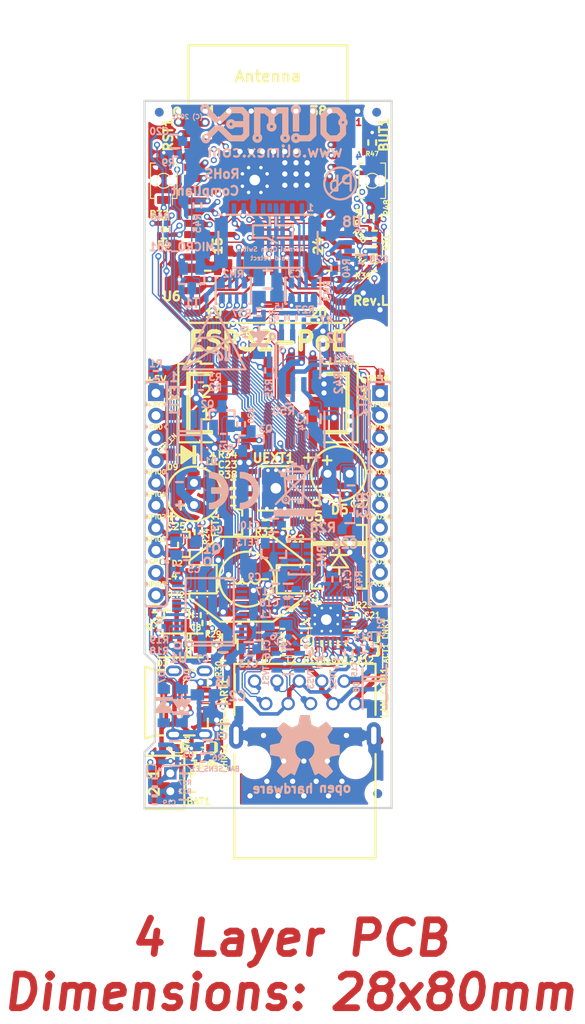
<source format=kicad_pcb>
(kicad_pcb (version 20171130) (host pcbnew 5.1.6-c6e7f7d~87~ubuntu18.04.1)
  (title_block (title ESP32-PoE) (date 2022-10-06) (rev L) (company "OLIMEX Ltd.") (comment 1 https://www.olimex.com))
  (layers (0 F.Cu mixed) (1 In1.Cu power) (2 In2.Cu power) (31 B.Cu mixed) (34 B.Paste user hide) (35 F.Paste user hide) (36 B.SilkS user) (37 F.SilkS user) (38 B.Mask user) (39 F.Mask user) (44 Edge.Cuts user))
  (net 0 "")
  (net 1 +5V)
  (net 2 GND)
  (net 3 "Net-(BAT1-Pad1)")
  (net 4 "Net-(BUT1-Pad2)")
  (net 5 +3V3)
  (net 6 "Net-(C11-Pad1)")
  (net 7 /ESP_EN)
  (net 8 "Net-(L2-Pad1)")
  (net 9 "Net-(Q2-Pad1)")
  (net 10 "Net-(MICRO_SD1-Pad5)")
  (net 11 /+5V_USB)
  (net 12 "Net-(MICRO_SD1-Pad1)")
  (net 13 "Net-(MICRO_SD1-Pad2)")
  (net 14 "Net-(MICRO_SD1-Pad8)")
  (net 15 "Net-(U4-Pad4)")
  (net 16 "Net-(U4-Pad14)")
  (net 17 "Net-(U4-Pad18)")
  (net 18 "Net-(U4-Pad20)")
  (net 19 "Net-(U4-Pad26)")
  (net 20 "Net-(USB-UART1-Pad4)")
  (net 21 "Net-(MICRO_SD1-Pad7)")
  (net 22 /D_Com)
  (net 23 +5VP)
  (net 24 Spare1)
  (net 25 Spare2)
  (net 26 /GPIO33)
  (net 27 /GPIO32)
  (net 28 /GPI39)
  (net 29 "Net-(FID1-PadFid1)")
  (net 30 "Net-(FID2-PadFid1)")
  (net 31 "Net-(FID3-PadFid1)")
  (net 32 "Net-(MICRO_SD1-PadCD1)")
  (net 33 "Net-(C2-Pad2)")
  (net 34 "Net-(C4-Pad1)")
  (net 35 "Net-(C5-Pad1)")
  (net 36 "Net-(C21-Pad2)")
  (net 37 "Net-(D4-Pad1)")
  (net 38 "Net-(Q2-Pad2)")
  (net 39 "Net-(Q3-Pad3)")
  (net 40 "Net-(Q3-Pad2)")
  (net 41 "Net-(Q3-Pad1)")
  (net 42 "Net-(R6-Pad1)")
  (net 43 "Net-(R26-Pad1)")
  (net 44 "Net-(R29-Pad1)")
  (net 45 "Net-(U1-Pad17)")
  (net 46 "Net-(U1-Pad14)")
  (net 47 "Net-(U1-Pad13)")
  (net 48 "Net-(U1-Pad12)")
  (net 49 "Net-(U1-Pad11)")
  (net 50 "Net-(U1-Pad7)")
  (net 51 "Net-(U1-Pad6)")
  (net 52 "Net-(C6-Pad1)")
  (net 53 +3.3VLAN)
  (net 54 "Net-(C17-Pad1)")
  (net 55 /GPIO0)
  (net 56 /GPI35)
  (net 57 "Net-(RM1-Pad3.2)")
  (net 58 "Net-(RM1-Pad2.2)")
  (net 59 "Net-(FID4-PadFid1)")
  (net 60 "Net-(FID5-PadFid1)")
  (net 61 "Net-(FID6-PadFid1)")
  (net 62 "Net-(ACT1-Pad2)")
  (net 63 "Net-(ACT1-Pad1)")
  (net 64 "Net-(LNK1-Pad1)")
  (net 65 "Net-(LNK1-Pad2)")
  (net 66 "Net-(C3-Pad1)")
  (net 67 "Net-(RM1-Pad1.2)")
  (net 68 "Net-(CHRG1-Pad1)")
  (net 69 "Net-(PWR1-Pad1)")
  (net 70 "Net-(C10-Pad2)")
  (net 71 "Net-(R3-Pad2)")
  (net 72 "Net-(C12-Pad2)")
  (net 73 "Net-(L3-Pad1)")
  (net 74 "Net-(R8-Pad2)")
  (net 75 "Net-(C8-Pad1)")
  (net 76 "Net-(D6-Pad1)")
  (net 77 "Net-(D7-Pad2)")
  (net 78 "Net-(U1-Pad20)")
  (net 79 "Net-(BAT_SENS_E1-Pad2)")
  (net 80 /GPI34\BUT1)
  (net 81 /GPIO2\HS2_DATA0)
  (net 82 /GPI36\U1RXD)
  (net 83 /GPIO3\U0RXD)
  (net 84 /GPIO1\U0TXD)
  (net 85 /GPIO4\U1TXD)
  (net 86 /GPIO5\SPI_CS)
  (net 87 /GPIO15\HS2_CMD)
  (net 88 /GPIO16\I2C-SCL)
  (net 89 /GPIO14\HS2_CLK)
  (net 90 /GPIO13\I2C-SDA)
  (net 91 /GPIO27\EMAC_RX_CRS_DV)
  (net 92 "/GPIO25\\EMAC_RXD0(RMII)")
  (net 93 "/GPIO18\\MDIO(RMII)")
  (net 94 "/GPIO26\\EMAC_RXD1(RMII)")
  (net 95 /GPIO12\PHY_PWR)
  (net 96 "/GPIO22\\EMAC_TXD1(RMII)")
  (net 97 "/GPIO19\\EMAC_TXD0(RMII)")
  (net 98 "/GPIO21\\EMAC_TX_EN(RMII)")
  (net 99 "/GPIO23\\MDC(RMII)")
  (net 100 /GPIO17\EMAC_CLK_OUT_180)
  (net 101 /TD+)
  (net 102 /TD-)
  (net 103 /RD+)
  (net 104 /RD-)
  (net 105 "Net-(C12-Pad1)")
  (net 106 "Net-(C23-Pad2)")
  (net 107 "Net-(R7-Pad2)")
  (net 108 "Net-(R23-Pad1)")
  (net 109 "Net-(R27-Pad2)")
  (net 110 "Net-(R28-Pad1)")
  (net 111 "Net-(R33-Pad1)")
  (net 112 "Net-(U2-Pad6)")
  (net 113 "Net-(U5-Pad7)")
  (net 114 "Net-(D9-Pad1)")
  (net 115 "Net-(R41-Pad2)")
  (net 116 "Net-(C26-Pad1)")
  (net 117 "Net-(U6-Pad21)")
  (net 118 "Net-(U6-Pad22)")
  (net 119 "Net-(U6-Pad20)")
  (net 120 "Net-(U6-Pad19)")
  (net 121 "Net-(U6-Pad17)")
  (net 122 "Net-(U6-Pad18)")
  (net 123 "Net-(U6-Pad32)")
  (net 124 "Net-(U8-Pad1)")
  (net 125 "Net-(R50-Pad2)")
  (module OLIMEX_RLC-FP:R_0402_5MIL_DWS (layer B.Cu) (at 106.426 123.952)
    (fp_text reference R50 (at -0.508 1.27) (layer B.SilkS) (effects (font (size 0.889 0.889) (thickness 0.22225)) (justify mirror)))
    (fp_text value 130k/R0402)
    (pad 1 smd rect (at -0.508 0 180) (size 0.5 0.55) (layers B.Cu B.Paste B.Mask) (net 24 Spare1))
    (pad 2 smd rect (at 0.508 0) (size 0.5 0.55) (layers B.Cu B.Paste B.Mask) (net 125 "Net-(R50-Pad2)"))
  )
  (module OLIMEX_RLC-FP:R_0603_5MIL_DWS (layer B.Cu) (at 113.157 136.398 90)
    (fp_text reference R43 (at 0.508 1.651 90) (layer B.SilkS) (effects (font (size 1.016 1.016) (thickness 0.254)) (justify mirror)))
    (fp_text value "NA(22R/R0603)")
    (pad 1 smd rect (at -0.889 0 90) (size 1.016 1.016) (layers B.Cu B.Paste B.Mask) (net 116 "Net-(C26-Pad1)"))
    (pad 2 smd rect (at 0.889 0 90) (size 1.016 1.016) (layers B.Cu B.Paste B.Mask) (net 105 "Net-(C12-Pad1)"))
  )
  (module OLIMEX_RLC-FP:R_2512_MM_DWS (layer B.Cu) (at 112.141 127.3552 90)
    (fp_text reference R42 (at 5.3082 0 90) (layer B.SilkS) (effects (font (size 0.889 0.889) (thickness 0.22225)) (justify mirror)))
    (fp_text value 4.7k/R2512)
    (pad 2 smd rect (at 3.15 0 90) (size 1.2 3.400001) (layers B.Cu B.Paste B.Mask) (net 2 GND))
    (pad 1 smd rect (at -3.15 0 90) (size 1.2 3.400001) (layers B.Cu B.Paste B.Mask) (net 24 Spare1))
  )
  (module OLIMEX_RLC-FP:CPOL-RM2.5mm_6.3x11mm_PTH (layer F.Cu) (at 112.141 132.334)
    (fp_text reference C27 (at 2.413 3.429) (layer F.SilkS) (effects (font (size 0.762 0.762) (thickness 0.1905))))
    (fp_text value "15uF/100V/20%/RM2.5/6.3x11mm(Farnell:1281844)")
    (fp_text user + (at -1.3 -1.6) (layer F.SilkS) (effects (font (size 1.27 1.27) (thickness 0.254))))
    (fp_text user + (at -3.429 -1.905) (layer F.SilkS) (effects (font (size 1.27 1.27) (thickness 0.254))))
    (pad 2 thru_hole rect (at 1.25 0) (size 1.524 1.524) (drill 0.9) (layers *.Cu *.Mask) (net 2 GND))
    (pad 1 thru_hole circle (at -1.25 0) (size 1.524 1.524) (drill 0.9) (layers *.Cu *.Mask) (net 24 Spare1))
  )
  (module OLIMEX_RLC-FP:L_0805_5MIL_DWS (layer B.Cu) (at 97.155 157.353)
    (fp_text reference L3 (at 1.8796 -1.4986) (layer B.SilkS) (effects (font (size 1.016 1.016) (thickness 0.254)) (justify mirror)))
    (fp_text value FB0805/600R/2A)
    (pad 1 smd rect (at -1.016 0) (size 1.524 1.27) (layers B.Cu B.Paste B.Mask) (net 73 "Net-(L3-Pad1)") (clearance 0.0508))
    (pad 2 smd rect (at 1.016 0) (size 1.524 1.27) (layers B.Cu B.Paste B.Mask) (net 2 GND) (clearance 0.0508))
  )
  (module OLIMEX_Diodes-FP:SOD-123_1C-2A_KA (layer B.Cu) (at 92.329 158.623 270)
    (fp_text reference D7 (at -3.302 0.254 90) (layer B.SilkS) (effects (font (size 0.762 0.762) (thickness 0.1905)) (justify mirror)))
    (fp_text value "1N5819S4(SOD-123)")
    (pad 1 smd rect (at -1.9 0 270) (size 1 1.4) (layers B.Cu B.Paste B.Mask) (net 84 /GPIO1\U0TXD) (clearance 0.0508))
    (pad 2 smd rect (at 1.9 0 270) (size 1 1.4) (layers B.Cu B.Paste B.Mask) (net 77 "Net-(D7-Pad2)") (clearance 0.0508))
  )
  (module OLIMEX_Diodes-FP:SOT-23-5 (layer B.Cu) (at 106.426 153.609 180)
    (fp_text reference TVS1 (at 2.5146 -1.6104 90) (layer B.SilkS) (effects (font (size 0.635 0.635) (thickness 0.15875)) (justify mirror)))
    (fp_text value "ESDS314DBVR(SOT-23-5)")
    (pad 1 smd rect (at 1.3 -0.95 180) (size 1.2 0.55) (layers B.Cu B.Paste B.Mask) (net 103 /RD+) (clearance 0.0508))
    (pad 2 smd rect (at 1.3 0 180) (size 1.2 0.55) (layers B.Cu B.Paste B.Mask) (net 2 GND) (clearance 0.0508))
    (pad 3 smd rect (at 1.3 0.95 180) (size 1.2 0.55) (layers B.Cu B.Paste B.Mask) (net 101 /TD+) (clearance 0.0508))
    (pad 5 smd rect (at -1.3 -0.95 180) (size 1.2 0.55) (layers B.Cu B.Paste B.Mask) (net 104 /RD-) (clearance 0.0508))
    (pad 4 smd rect (at -1.3 0.95 180) (size 1.2 0.55) (layers B.Cu B.Paste B.Mask) (net 102 /TD-) (clearance 0.0508))
  )
  (module OLIMEX_Diodes-FP:D_0402_5MIL_DWS (layer B.Cu) (at 111.887 153.797 180)
    (fp_text reference TVS2 (at 0.3556 -1.8288 90) (layer B.SilkS) (effects (font (size 0.635 0.635) (thickness 0.15875)) (justify mirror)))
    (fp_text value "NA(GG0402052R542P)")
    (pad 1 smd rect (at -0.508 0) (size 0.5 0.55) (layers B.Cu B.Paste B.Mask) (net 102 /TD-))
    (pad 2 smd rect (at 0.508 0 180) (size 0.5 0.55) (layers B.Cu B.Paste B.Mask) (net 101 /TD+))
  )
  (module OLIMEX_Diodes-FP:SOD-123_1C-2A_KA (layer B.Cu) (at 103.124 116.967 90)
    (fp_text reference D4 (at 0.635 -1.651 90) (layer B.SilkS) (effects (font (size 0.762 0.762) (thickness 0.1905)) (justify mirror)))
    (fp_text value "1N5819S4(SOD-123)")
    (pad 2 smd rect (at 1.9 0 90) (size 1 1.4) (layers B.Cu B.Paste B.Mask) (net 82 /GPI36\U1RXD) (clearance 0.0508))
    (pad 1 smd rect (at -1.9 0 90) (size 1 1.4) (layers B.Cu B.Paste B.Mask) (net 37 "Net-(D4-Pad1)") (clearance 0.0508))
  )
  (module OLIMEX_LOGOs-FP:CE_Sign (layer B.Cu) (at 99.314 134.239 180)
    (fp_text reference CE hide)
    (fp_text value CE_Sign hide)
  )
  (module OLIMEX_Buttons-FP:IT1185AU2_V2 (layer F.Cu) (at 115.959 99.187 90)
    (fp_text reference BUT1 (at 5.207 1.3255 90) (layer F.SilkS) (effects (font (size 1.016 1.016) (thickness 0.254))))
    (fp_text value IT1185AU2)
    (pad 1 smd rect (at -2.177 0 90) (size 0.9 1.5) (layers F.Cu F.Mask) (net 80 /GPI34\BUT1))
    (pad 2 smd rect (at 2.177 0 90) (size 0.9 1.5) (layers F.Cu F.Mask) (net 4 "Net-(BUT1-Pad2)"))
    (pad "" np_thru_hole circle (at 0 -0.9 90) (size 0.7 0.7) (drill 0.7) (layers *.Cu *.Mask))
    (pad "" np_thru_hole circle (at 0 0.9 90) (size 0.7 0.7) (drill 0.7) (layers *.Cu *.Mask))
  )
  (module OLIMEX_Buttons-FP:IT1185AU2_V2 (layer F.Cu) (at 92.321 99.187 90)
    (fp_text reference RST1 (at 5.207 0.516 90) (layer F.SilkS) (effects (font (size 1.016 1.016) (thickness 0.254))))
    (fp_text value IT1185AU2)
    (pad 1 smd rect (at -2.177 0 90) (size 0.9 1.5) (layers F.Cu F.Mask) (net 7 /ESP_EN))
    (pad 2 smd rect (at 2.177 0 90) (size 0.9 1.5) (layers F.Cu F.Mask) (net 2 GND))
    (pad "" np_thru_hole circle (at 0 -0.9 90) (size 0.7 0.7) (drill 0.7) (layers *.Cu *.Mask))
    (pad "" np_thru_hole circle (at 0 0.9 90) (size 0.7 0.7) (drill 0.7) (layers *.Cu *.Mask))
  )
  (module OLIMEX_Regulators-FP:SOT-23-5 (layer F.Cu) (at 102.108 151.638 270)
    (fp_text reference U7 (at 1.778 -1.905) (layer F.SilkS) (effects (font (size 0.635 0.635) (thickness 0.15875))))
    (fp_text value "SY8089AAAC(SOT23-5)")
    (pad 1 smd rect (at 1.3 0.95 270) (size 1.2 0.55) (layers F.Cu F.Paste F.Mask) (net 52 "Net-(C6-Pad1)") (clearance 0.0508))
    (pad 2 smd rect (at 1.3 0 270) (size 1.2 0.55) (layers F.Cu F.Paste F.Mask) (net 2 GND) (clearance 0.0508))
    (pad 3 smd rect (at 1.3 -0.95 270) (size 1.2 0.55) (layers F.Cu F.Paste F.Mask) (net 8 "Net-(L2-Pad1)") (clearance 0.0508))
    (pad 5 smd rect (at -1.3 0.95 270) (size 1.2 0.55) (layers F.Cu F.Paste F.Mask) (net 44 "Net-(R29-Pad1)") (clearance 0.0508))
    (pad 4 smd rect (at -1.3 -0.95 270) (size 1.2 0.55) (layers F.Cu F.Paste F.Mask) (net 52 "Net-(C6-Pad1)") (clearance 0.0508))
  )
  (module OLIMEX_RLC-FP:C_0603_5MIL_DWS (layer B.Cu) (at 99.06 153.289)
    (fp_text reference C7 (at -2.3368 0) (layer B.SilkS) (effects (font (size 0.762 0.762) (thickness 0.1905)) (justify mirror)))
    (fp_text value 22uF/6.3V/20%/X5R/C0603)
    (pad 1 smd rect (at -0.889 0) (size 1.016 1.016) (layers B.Cu B.Paste B.Mask) (net 11 /+5V_USB) (clearance 0.0508))
    (pad 2 smd rect (at 0.889 0) (size 1.016 1.016) (layers B.Cu B.Paste B.Mask) (net 2 GND) (clearance 0.0508))
  )
  (module OLIMEX_Transistors-FP:SOT23 (layer B.Cu) (at 102.235 128.651 270)
    (fp_text reference Q3 (at -1.397 -1.651) (layer B.SilkS) (effects (font (size 0.762 0.762) (thickness 0.1905)) (justify mirror)))
    (fp_text value "BC817-40(SOT23)")
    (pad 3 smd rect (at -1.10236 -0.00254 270) (size 1.4 1) (layers B.Cu B.Paste B.Mask) (net 39 "Net-(Q3-Pad3)") (clearance 0.0508))
    (pad 2 smd rect (at 1.10744 0.9525 270) (size 1.4 1) (layers B.Cu B.Paste B.Mask) (net 40 "Net-(Q3-Pad2)") (clearance 0.0508))
    (pad 1 smd rect (at 1.10744 -0.94996 270) (size 1.4 1) (layers B.Cu B.Paste B.Mask) (net 41 "Net-(Q3-Pad1)") (clearance 0.0508))
  )
  (module OLIMEX_Transistors-FP:SOT23 (layer B.Cu) (at 98.93046 125.81636 270)
    (fp_text reference Q2 (at -1.35636 1.64846 180) (layer B.SilkS) (effects (font (size 0.762 0.762) (thickness 0.1905)) (justify mirror)))
    (fp_text value "BC817-40(SOT23)")
    (pad 3 smd rect (at -1.10236 -0.00254 270) (size 1.4 1) (layers B.Cu B.Paste B.Mask) (net 114 "Net-(D9-Pad1)") (clearance 0.0508))
    (pad 2 smd rect (at 1.10744 0.9525 270) (size 1.4 1) (layers B.Cu B.Paste B.Mask) (net 38 "Net-(Q2-Pad2)") (clearance 0.0508))
    (pad 1 smd rect (at 1.10744 -0.94996 270) (size 1.4 1) (layers B.Cu B.Paste B.Mask) (net 9 "Net-(Q2-Pad1)") (clearance 0.0508))
  )
  (module OLIMEX_Transistors-FP:SOT23 (layer B.Cu) (at 95.504 110.236 90)
    (fp_text reference T1 (at -2.794 0 180) (layer B.SilkS) (effects (font (size 1.016 1.016) (thickness 0.254)) (justify mirror)))
    (fp_text value "LMUN2211LT1G(SOT-23)")
    (pad 1 smd rect (at 1.10744 -0.94996 90) (size 1.4 1) (layers B.Cu B.Paste B.Mask) (net 95 /GPIO12\PHY_PWR) (clearance 0.0508))
    (pad 2 smd rect (at 1.10744 0.9525 90) (size 1.4 1) (layers B.Cu B.Paste B.Mask) (net 2 GND) (clearance 0.0508))
    (pad 3 smd rect (at -1.10236 -0.00254 90) (size 1.4 1) (layers B.Cu B.Paste B.Mask) (net 71 "Net-(R3-Pad2)") (clearance 0.0508))
  )
  (module OLIMEX_RLC-FP:L_0805_5MIL_DWS (layer B.Cu) (at 104.14 112.268)
    (fp_text reference L5 (at 1.27 1.143) (layer B.SilkS) (effects (font (size 0.6096 0.6096) (thickness 0.1524)) (justify mirror)))
    (fp_text value FB0805/600R/2A)
    (pad 1 smd rect (at -1.016 0) (size 1.524 1.27) (layers B.Cu B.Paste B.Mask) (net 5 +3V3) (clearance 0.0508))
    (pad 2 smd rect (at 1.016 0) (size 1.524 1.27) (layers B.Cu B.Paste B.Mask) (net 66 "Net-(C3-Pad1)") (clearance 0.0508))
  )
  (module OLIMEX_Transistors-FP:SOT23 (layer B.Cu) (at 104.775 141.224 90)
    (fp_text reference FET3 (at 1.143 -2.921) (layer B.SilkS) (effects (font (size 0.762 0.762) (thickness 0.1905)) (justify mirror)))
    (fp_text value WPM2015-3/TR)
    (pad 1 smd rect (at 1.10744 -0.94996 90) (size 1.4 1) (layers B.Cu B.Paste B.Mask) (net 70 "Net-(C10-Pad2)") (clearance 0.0508))
    (pad 2 smd rect (at 1.10744 0.9525 90) (size 1.4 1) (layers B.Cu B.Paste B.Mask) (net 5 +3V3) (clearance 0.0508))
    (pad 3 smd rect (at -1.10236 -0.00254 90) (size 1.4 1) (layers B.Cu B.Paste B.Mask) (net 53 +3.3VLAN) (clearance 0.0508))
  )
  (module OLIMEX_RLC-FP:C_0805_5MIL_DWS (layer F.Cu) (at 107.861619 148.218488 38)
    (fp_text reference C22 (at 2.292872 -0.315802 308) (layer F.SilkS) (effects (font (size 0.635 0.635) (thickness 0.15875))))
    (fp_text value 47uF/6.3V/20%/X5R/C0805)
    (pad 2 smd rect (at 1.016 0 128) (size 1.524 1.27) (layers F.Cu F.Paste F.Mask) (net 2 GND))
    (pad 1 smd rect (at -1.016 0 128) (size 1.524 1.27) (layers F.Cu F.Paste F.Mask) (net 5 +3V3))
  )
  (module OLIMEX_RLC-FP:CD32 (layer F.Cu) (at 105.791 151.384)
    (fp_text reference L2 (at 1.016 2.032) (layer F.SilkS) (effects (font (size 0.635 0.635) (thickness 0.15875))))
    (fp_text value "2.2uH/1.5A/DCR=72mR/20%/3.00x3.00x1.50mm/CD32(NR3015T2R2M)")
    (pad 1 smd rect (at -1.2 0 180) (size 1.6 3) (layers F.Cu F.Paste F.Mask) (net 8 "Net-(L2-Pad1)") (clearance 0.0508))
    (pad 2 smd rect (at 1.2 0 180) (size 1.6 3) (layers F.Cu F.Paste F.Mask) (net 5 +3V3) (clearance 0.0508))
  )
  (module "OLIMEX_Connectors-FP:RJP-003TC1(LPJ4112CNL)" (layer F.Cu) (at 108.331 164.846)
    (fp_text reference LAN_CON1 (at 9.017 -7.747 90) (layer F.SilkS) (effects (font (size 0.762 0.762) (thickness 0.1905))))
    (fp_text value "RJP-003TC1(LPJ4112CNL)")
    (pad 1 thru_hole circle (at -5.715 -9.04) (size 1.524 1.524) (drill 1) (layers *.Cu *.Mask) (net 101 /TD+))
    (pad 2 thru_hole circle (at -4.445 -6.5) (size 1.524 1.524) (drill 1) (layers *.Cu *.Mask) (net 102 /TD-))
    (pad 3 thru_hole circle (at -3.175 -9.04) (size 1.524 1.524) (drill 1) (layers *.Cu *.Mask) (net 103 /RD+))
    (pad 4 thru_hole circle (at -1.905 -6.5) (size 1.524 1.524) (drill 1) (layers *.Cu *.Mask) (net 6 "Net-(C11-Pad1)"))
    (pad 5 thru_hole circle (at -0.635 -9.04) (size 1.524 1.524) (drill 1) (layers *.Cu *.Mask) (net 6 "Net-(C11-Pad1)"))
    (pad 6 thru_hole circle (at 0.635 -6.5) (size 1.524 1.524) (drill 1) (layers *.Cu *.Mask) (net 104 /RD-))
    (pad 7 thru_hole circle (at 1.905 -9.04) (size 1.524 1.524) (drill 1) (layers *.Cu *.Mask) (net 2 GND))
    (pad 8 thru_hole circle (at 3.175 -6.5) (size 1.524 1.524) (drill 1) (layers *.Cu *.Mask) (net 2 GND))
    (pad 9 thru_hole circle (at 4.445 -9.04) (size 1.524 1.524) (drill 1) (layers *.Cu *.Mask) (net 24 Spare1))
    (pad 10 thru_hole circle (at 5.715 -6.5) (size 1.524 1.524) (drill 1) (layers *.Cu *.Mask) (net 25 Spare2))
    (pad 0 thru_hole oval (at -7.8 -2.9) (size 1.6 2.999999) (drill oval 0.6 2) (layers *.Cu *.Mask) (net 33 "Net-(C2-Pad2)"))
    (pad 0 thru_hole oval (at 7.8 -2.9) (size 1.6 2.999999) (drill oval 0.6 2) (layers *.Cu *.Mask) (net 33 "Net-(C2-Pad2)"))
    (pad "" np_thru_hole circle (at -5.715 0.15) (size 3.300001 3.300001) (drill 3.300001) (layers *.Cu *.Mask))
    (pad "" np_thru_hole circle (at 5.715 0.15) (size 3.300001 3.300001) (drill 3.300001) (layers *.Cu *.Mask))
  )
  (module "OLIMEX_IC-FP:QFN32_EP(33)_5.00x5.00x0.90mm_Pitch_0.50mm" (layer B.Cu) (at 110.744 148.844 90)
    (fp_text reference U4 (at -3.81 -1.143) (layer B.SilkS) (effects (font (size 1.016 1.016) (thickness 0.254)) (justify mirror)))
    (fp_text value "LAN8710A-EZC(QFN32)")
    (pad 33 smd rect (at 0 0 90) (size 3.6 3.6) (layers B.Cu B.Mask) (net 2 GND))
    (pad 33 thru_hole rect (at -0.5 1.3 90) (size 0.4 0.4) (drill 0.3) (layers *.Cu B.Mask) (net 2 GND))
    (pad 33 thru_hole rect (at 0.5 1.3 90) (size 0.4 0.4) (drill 0.3) (layers *.Cu B.Mask) (net 2 GND))
    (pad 33 thru_hole rect (at 1.3 0.5 90) (size 0.4 0.4) (drill 0.29972) (layers *.Cu B.Mask) (net 2 GND))
    (pad 33 thru_hole rect (at 1.3 -0.5 90) (size 0.4 0.4) (drill 0.3) (layers *.Cu B.Mask) (net 2 GND))
    (pad 33 thru_hole rect (at 0.5 -1.3 90) (size 0.4 0.4) (drill 0.3) (layers *.Cu B.Mask) (net 2 GND))
    (pad 33 thru_hole rect (at -0.5 -1.3 90) (size 0.4 0.4) (drill 0.3) (layers *.Cu B.Mask) (net 2 GND))
    (pad 33 thru_hole rect (at -1.3 -0.5 90) (size 0.4 0.4) (drill 0.3) (layers *.Cu B.Mask) (net 2 GND))
    (pad 33 thru_hole rect (at -1.3 0.5 90) (size 0.4 0.4) (drill 0.3) (layers *.Cu B.Mask) (net 2 GND))
    (pad 33 thru_hole rect (at 0 0 90) (size 1.4224 1.4224) (drill 1.2) (layers *.Cu *.Mask) (net 2 GND))
    (pad 32 smd rect (at -2.45 -1.75 90) (size 0.8 0.25) (layers B.Cu B.Paste B.Mask) (net 43 "Net-(R26-Pad1)"))
    (pad 31 smd rect (at -2.45 -1.25 90) (size 0.8 0.25) (layers B.Cu B.Paste B.Mask) (net 103 /RD+))
    (pad 30 smd rect (at -2.45 -0.75 90) (size 0.8 0.25) (layers B.Cu B.Paste B.Mask) (net 104 /RD-))
    (pad 29 smd rect (at -2.45 -0.25 90) (size 0.8 0.25) (layers B.Cu B.Paste B.Mask) (net 101 /TD+))
    (pad 28 smd rect (at -2.45 0.25 90) (size 0.8 0.25) (layers B.Cu B.Paste B.Mask) (net 102 /TD-))
    (pad 27 smd rect (at -2.45 0.75 90) (size 0.8 0.25) (layers B.Cu B.Paste B.Mask) (net 6 "Net-(C11-Pad1)"))
    (pad 26 smd rect (at -2.45 1.25 90) (size 0.8 0.25) (layers B.Cu B.Paste B.Mask) (net 19 "Net-(U4-Pad26)"))
    (pad 25 smd rect (at -2.45 1.75 90) (size 0.8 0.25) (layers B.Cu B.Paste B.Mask) (net 2 GND))
    (pad 24 smd rect (at -1.75 2.45 180) (size 0.8 0.25) (layers B.Cu B.Paste B.Mask) (net 2 GND))
    (pad 23 smd rect (at -1.25 2.45 180) (size 0.8 0.25) (layers B.Cu B.Paste B.Mask) (net 96 "/GPIO22\\EMAC_TXD1(RMII)"))
    (pad 22 smd rect (at -0.75 2.45 180) (size 0.8 0.25) (layers B.Cu B.Paste B.Mask) (net 97 "/GPIO19\\EMAC_TXD0(RMII)"))
    (pad 21 smd rect (at -0.25 2.45 180) (size 0.8 0.25) (layers B.Cu B.Paste B.Mask) (net 98 "/GPIO21\\EMAC_TX_EN(RMII)"))
    (pad 20 smd rect (at 0.25 2.45 180) (size 0.8 0.25) (layers B.Cu B.Paste B.Mask) (net 18 "Net-(U4-Pad20)"))
    (pad 19 smd rect (at 0.75 2.45 180) (size 0.8 0.25) (layers B.Cu B.Paste B.Mask) (net 36 "Net-(C21-Pad2)"))
    (pad 18 smd rect (at 1.25 2.45 180) (size 0.8 0.25) (layers B.Cu B.Paste B.Mask) (net 17 "Net-(U4-Pad18)"))
    (pad 17 smd rect (at 1.75 2.45 180) (size 0.8 0.25) (layers B.Cu B.Paste B.Mask) (net 99 "/GPIO23\\MDC(RMII)"))
    (pad 16 smd rect (at 2.45 1.75 270) (size 0.8 0.25) (layers B.Cu B.Paste B.Mask) (net 93 "/GPIO18\\MDIO(RMII)"))
    (pad 15 smd rect (at 2.45 1.25 270) (size 0.8 0.25) (layers B.Cu B.Paste B.Mask) (net 91 /GPIO27\EMAC_RX_CRS_DV))
    (pad 14 smd rect (at 2.45 0.75 270) (size 0.8 0.25) (layers B.Cu B.Paste B.Mask) (net 16 "Net-(U4-Pad14)"))
    (pad 13 smd rect (at 2.45 0.25 270) (size 0.8 0.25) (layers B.Cu B.Paste B.Mask) (net 115 "Net-(R41-Pad2)"))
    (pad 12 smd rect (at 2.45 -0.25 270) (size 0.8 0.25) (layers B.Cu B.Paste B.Mask) (net 53 +3.3VLAN))
    (pad 11 smd rect (at 2.45 -0.75 270) (size 0.8 0.25) (layers B.Cu B.Paste B.Mask) (net 92 "/GPIO25\\EMAC_RXD0(RMII)"))
    (pad 10 smd rect (at 2.45 -1.25 270) (size 0.8 0.25) (layers B.Cu B.Paste B.Mask) (net 94 "/GPIO26\\EMAC_RXD1(RMII)"))
    (pad 9 smd rect (at 2.45 -1.75 270) (size 0.8 0.25) (layers B.Cu B.Paste B.Mask) (net 57 "Net-(RM1-Pad3.2)"))
    (pad 8 smd rect (at 1.75 -2.45) (size 0.8 0.25) (layers B.Cu B.Paste B.Mask) (net 58 "Net-(RM1-Pad2.2)"))
    (pad 7 smd rect (at 1.25 -2.45) (size 0.8 0.25) (layers B.Cu B.Paste B.Mask) (net 67 "Net-(RM1-Pad1.2)"))
    (pad 6 smd rect (at 0.75 -2.45) (size 0.8 0.25) (layers B.Cu B.Paste B.Mask) (net 54 "Net-(C17-Pad1)"))
    (pad 5 smd rect (at 0.25 -2.45) (size 0.8 0.25) (layers B.Cu B.Paste B.Mask) (net 100 /GPIO17\EMAC_CLK_OUT_180))
    (pad 4 smd rect (at -0.25 -2.45) (size 0.8 0.25) (layers B.Cu B.Paste B.Mask) (net 15 "Net-(U4-Pad4)"))
    (pad 3 smd rect (at -0.75 -2.45) (size 0.8 0.25) (layers B.Cu B.Paste B.Mask) (net 62 "Net-(ACT1-Pad2)"))
    (pad 2 smd rect (at -1.25 -2.45) (size 0.8 0.25) (layers B.Cu B.Paste B.Mask) (net 64 "Net-(LNK1-Pad1)"))
    (pad 1 smd rect (at -1.75 -2.45) (size 0.8 0.25) (layers B.Cu B.Paste B.Mask) (net 6 "Net-(C11-Pad1)"))
  )
  (module OLIMEX_RLC-FP:C_0402_5MIL_DWS (layer F.Cu) (at 108.839 150.241)
    (fp_text reference C11 (at -0.254 1.524 120) (layer F.SilkS) (effects (font (size 0.762 0.762) (thickness 0.1905))))
    (fp_text value 100nF/16V/10%/X7R/C0402)
    (pad 2 smd rect (at 0.508 0) (size 0.5 0.55) (layers F.Cu F.Paste F.Mask) (net 2 GND))
    (pad 1 smd rect (at -0.508 0 180) (size 0.5 0.55) (layers F.Cu F.Paste F.Mask) (net 6 "Net-(C11-Pad1)"))
  )
  (module OLIMEX_RLC-FP:C_0603_5MIL_DWS (layer F.Cu) (at 99.695 151.003 270)
    (fp_text reference C6 (at 0.5842 1.3716 270) (layer F.SilkS) (effects (font (size 0.635 0.635) (thickness 0.15875))))
    (fp_text value 22uF/6.3V/20%/X5R/C0603)
    (pad 2 smd rect (at 0.889 0 270) (size 1.016 1.016) (layers F.Cu F.Paste F.Mask) (net 2 GND) (clearance 0.0508))
    (pad 1 smd rect (at -0.889 0 270) (size 1.016 1.016) (layers F.Cu F.Paste F.Mask) (net 52 "Net-(C6-Pad1)") (clearance 0.0508))
  )
  (module OLIMEX_RLC-FP:C_0402_5MIL_DWS (layer B.Cu) (at 103.124 150.749 180)
    (fp_text reference C16 (at -0.8636 -1.4478 270) (layer B.SilkS) (effects (font (size 0.762 0.762) (thickness 0.1905)) (justify mirror)))
    (fp_text value 100nF/16V/10%/X7R/C0402)
    (pad 1 smd rect (at -0.508 0) (size 0.5 0.55) (layers B.Cu B.Paste B.Mask) (net 6 "Net-(C11-Pad1)"))
    (pad 2 smd rect (at 0.508 0 180) (size 0.5 0.55) (layers B.Cu B.Paste B.Mask) (net 2 GND))
  )
  (module OLIMEX_RLC-FP:C_0603_5MIL_DWS (layer B.Cu) (at 101.981 152.146 180)
    (fp_text reference C13 (at 0.0508 -1.7018 180) (layer B.SilkS) (effects (font (size 0.762 0.762) (thickness 0.1905)) (justify mirror)))
    (fp_text value 22uF/6.3V/20%/X5R/C0603)
    (pad 1 smd rect (at -0.889 0 180) (size 1.016 1.016) (layers B.Cu B.Paste B.Mask) (net 6 "Net-(C11-Pad1)") (clearance 0.0508))
    (pad 2 smd rect (at 0.889 0 180) (size 1.016 1.016) (layers B.Cu B.Paste B.Mask) (net 2 GND) (clearance 0.0508))
  )
  (module OLIMEX_RLC-FP:R_0402_5MIL_DWS (layer B.Cu) (at 91.313 168.275)
    (fp_text reference R22 (at 3.429 0) (layer B.SilkS) (effects (font (size 0.508 0.508) (thickness 0.127)) (justify mirror)))
    (fp_text value 470k/R0402)
    (pad 2 smd rect (at 0.508 0) (size 0.5 0.55) (layers B.Cu B.Paste B.Mask) (net 2 GND))
    (pad 1 smd rect (at -0.508 0 180) (size 0.5 0.55) (layers B.Cu B.Paste B.Mask) (net 79 "Net-(BAT_SENS_E1-Pad2)"))
  )
  (module OLIMEX_RLC-FP:R_0402_5MIL_DWS (layer B.Cu) (at 91.313 167.259 180)
    (fp_text reference R17 (at -3.429 0 unlocked) (layer B.SilkS) (effects (font (size 0.508 0.508) (thickness 0.127)) (justify mirror)))
    (fp_text value 470k/R0402)
    (pad 2 smd rect (at 0.508 0 180) (size 0.5 0.55) (layers B.Cu B.Paste B.Mask) (net 79 "Net-(BAT_SENS_E1-Pad2)"))
    (pad 1 smd rect (at -0.508 0) (size 0.5 0.55) (layers B.Cu B.Paste B.Mask) (net 3 "Net-(BAT1-Pad1)"))
  )
  (module OLIMEX_RLC-FP:R_0402_5MIL_DWS (layer F.Cu) (at 91.313 147.574)
    (fp_text reference R16 (at 0 1.651 225) (layer F.SilkS) (effects (font (size 0.762 0.762) (thickness 0.1905))))
    (fp_text value "NA(10k/R0402)")
    (pad 2 smd rect (at 0.508 0) (size 0.5 0.55) (layers F.Cu F.Paste F.Mask) (net 5 +3V3))
    (pad 1 smd rect (at -0.508 0 180) (size 0.5 0.55) (layers F.Cu F.Paste F.Mask) (net 83 /GPIO3\U0RXD))
  )
  (module OLIMEX_Diodes-FP:SOD-123_1C-2A_KA (layer B.Cu) (at 94.361 158.623 90)
    (fp_text reference D6 (at 3.556 0.635 270) (layer B.SilkS) (effects (font (size 0.762 0.762) (thickness 0.1905)) (justify mirror)))
    (fp_text value "1N5819S4(SOD-123)")
    (pad 1 smd rect (at -1.9 0 90) (size 1 1.4) (layers B.Cu B.Paste B.Mask) (net 76 "Net-(D6-Pad1)") (clearance 0.0508))
    (pad 2 smd rect (at 1.9 0 90) (size 1 1.4) (layers B.Cu B.Paste B.Mask) (net 83 /GPIO3\U0RXD) (clearance 0.0508))
  )
  (module OLIMEX_RLC-FP:C_0402_5MIL_DWS (layer B.Cu) (at 91.313 169.291)
    (fp_text reference C19 (at 1.651 0.254) (layer B.SilkS) (effects (font (size 0.508 0.508) (thickness 0.127)) (justify mirror)))
    (fp_text value 1nF/50V/10%/X7R/C0402)
    (pad 2 smd rect (at 0.508 0) (size 0.5 0.55) (layers B.Cu B.Paste B.Mask) (net 2 GND))
    (pad 1 smd rect (at -0.508 0 180) (size 0.5 0.55) (layers B.Cu B.Paste B.Mask) (net 79 "Net-(BAT_SENS_E1-Pad2)"))
  )
  (module OLIMEX_RLC-FP:R_0402_5MIL_DWS (layer B.Cu) (at 93.599 96.012 180)
    (fp_text reference R9 (at 0.762 -1.143 180) (layer B.SilkS) (effects (font (size 0.762 0.762) (thickness 0.1905)) (justify mirror)))
    (fp_text value 100k/R0402)
    (pad 2 smd rect (at 0.508 0 180) (size 0.5 0.55) (layers B.Cu B.Paste B.Mask) (net 2 GND))
    (pad 1 smd rect (at -0.508 0) (size 0.5 0.55) (layers B.Cu B.Paste B.Mask) (net 28 /GPI39))
  )
  (module OLIMEX_RLC-FP:R_0402_5MIL_DWS (layer F.Cu) (at 92.329 105.283)
    (fp_text reference R4 (at 0 1.143 180) (layer F.SilkS) (effects (font (size 0.762 0.762) (thickness 0.1905))))
    (fp_text value 47k/R0402)
    (pad 2 smd rect (at 0.508 0) (size 0.5 0.55) (layers F.Cu F.Paste F.Mask) (net 28 /GPI39))
    (pad 1 smd rect (at -0.508 0 180) (size 0.5 0.55) (layers F.Cu F.Paste F.Mask) (net 1 +5V))
  )
  (module OLIMEX_RLC-FP:R_0402_5MIL_DWS (layer B.Cu) (at 96.774 164.465)
    (fp_text reference R6 (at 1.651 0) (layer B.SilkS) (effects (font (size 0.635 0.635) (thickness 0.15875)) (justify mirror)))
    (fp_text value 2.2k/R0402)
    (pad 2 smd rect (at 0.508 0) (size 0.5 0.55) (layers B.Cu B.Paste B.Mask) (net 2 GND))
    (pad 1 smd rect (at -0.508 0 180) (size 0.5 0.55) (layers B.Cu B.Paste B.Mask) (net 42 "Net-(R6-Pad1)"))
  )
  (module OLIMEX_IC-FP:SOT-23-5 (layer B.Cu) (at 93.599 163.957 180)
    (fp_text reference U3 (at -1.524 -0.127) (layer B.SilkS) (effects (font (size 0.635 0.635) (thickness 0.15875)) (justify mirror)))
    (fp_text value "BL4054B-42TPRN(SOT23-5)")
    (pad 1 smd rect (at 1.3 -0.95 180) (size 1.2 0.55) (layers B.Cu B.Paste B.Mask) (net 74 "Net-(R8-Pad2)") (clearance 0.0508))
    (pad 2 smd rect (at 1.3 0 180) (size 1.2 0.55) (layers B.Cu B.Paste B.Mask) (net 2 GND) (clearance 0.0508))
    (pad 3 smd rect (at 1.3 0.95 180) (size 1.2 0.55) (layers B.Cu B.Paste B.Mask) (net 3 "Net-(BAT1-Pad1)") (clearance 0.0508))
    (pad 5 smd rect (at -1.3 -0.95 180) (size 1.2 0.55) (layers B.Cu B.Paste B.Mask) (net 42 "Net-(R6-Pad1)") (clearance 0.0508))
    (pad 4 smd rect (at -1.3 0.95 180) (size 1.2 0.55) (layers B.Cu B.Paste B.Mask) (net 1 +5V) (clearance 0.0508))
  )
  (module OLIMEX_LOGOs-FP:LOGO_OPENHARDWARE_8x8 (layer B.Cu) (at 108.331 163.703 180)
    (fp_text reference Logo_OSHW hide)
    (fp_text value "" hide)
    (fp_text user hardware (at 2.51206 -4.2672 180) (layer B.SilkS) (effects (font (size 1.016 1.016) (thickness 0.254)) (justify mirror)))
    (fp_text user open (at -3.40106 -4.17576 180) (layer B.SilkS) (effects (font (size 1.016 1.016) (thickness 0.254)) (justify mirror)))
  )
  (module OLIMEX_RLC-FP:R_0402_5MIL_DWS (layer B.Cu) (at 96.52 121.539 180)
    (fp_text reference R3 (at -1.651 0.127) (layer B.SilkS) (effects (font (size 0.762 0.762) (thickness 0.1905)) (justify mirror)))
    (fp_text value 1k/R0402)
    (pad 2 smd rect (at 0.508 0 180) (size 0.5 0.55) (layers B.Cu B.Paste B.Mask) (net 71 "Net-(R3-Pad2)"))
    (pad 1 smd rect (at -0.508 0) (size 0.5 0.55) (layers B.Cu B.Paste B.Mask) (net 70 "Net-(C10-Pad2)"))
  )
  (module OLIMEX_RLC-FP:C_0603_5MIL_DWS (layer B.Cu) (at 104.775 138.176 180)
    (fp_text reference C10 (at 2.667 0 180) (layer B.SilkS) (effects (font (size 0.762 0.762) (thickness 0.1905)) (justify mirror)))
    (fp_text value 22uF/6.3V/20%/X5R/C0603)
    (pad 2 smd rect (at 0.889 0 180) (size 1.016 1.016) (layers B.Cu B.Paste B.Mask) (net 70 "Net-(C10-Pad2)") (clearance 0.0508))
    (pad 1 smd rect (at -0.889 0 180) (size 1.016 1.016) (layers B.Cu B.Paste B.Mask) (net 5 +3V3) (clearance 0.0508))
  )
  (module OLIMEX_LOGOs-FP:OLIMEX_LOGO_TB (layer B.Cu) (at 104.648 92.71 180)
    (fp_text reference Logo_Olimex hide)
    (fp_text value "" hide)
  )
  (module OLIMEX_LOGOs-FP:LOGO_RECYCLEBIN_1 (layer B.Cu) (at 109.474 137.16 180)
    (fp_text reference Sign_RecycleBin hide)
    (fp_text value "" hide)
  )
  (module OLIMEX_LOGOs-FP:LOGO_PBFREE (layer B.Cu) (at 112.522 99.187)
    (fp_text reference Sign_PB-Free)
    (fp_text value "")
    (fp_text user Pb (at -0.08636 0.33528) (layer B.SilkS) (effects (font (size 1.7 1.5) (thickness 0.254)) (justify mirror)))
  )
  (module OLIMEX_RLC-FP:C_0805_5MIL_DWS (layer B.Cu) (at 104.14 110.363 180)
    (fp_text reference C3 (at -3.048 0.635 180) (layer B.SilkS) (effects (font (size 0.762 0.762) (thickness 0.1905)) (justify mirror)))
    (fp_text value 47uF/6.3V/20%/X5R/C0805)
    (pad 2 smd rect (at 1.016 0 90) (size 1.524 1.27) (layers B.Cu B.Paste B.Mask) (net 2 GND))
    (pad 1 smd rect (at -1.016 0 90) (size 1.524 1.27) (layers B.Cu B.Paste B.Mask) (net 66 "Net-(C3-Pad1)"))
  )
  (module OLIMEX_LEDs-FP:LED_0603_KA (layer F.Cu) (at 115.189 150.876 180)
    (fp_text reference LNK1 (at -2.286 1.016 270) (layer F.SilkS) (effects (font (size 0.635 0.635) (thickness 0.15875))))
    (fp_text value LED/GREEN/0603)
    (pad 1 smd rect (at -0.762 0) (size 0.8 0.8) (layers F.Cu F.Paste F.Mask) (net 64 "Net-(LNK1-Pad1)"))
    (pad 2 smd rect (at 0.762 0) (size 0.8 0.8) (layers F.Cu F.Paste F.Mask) (net 65 "Net-(LNK1-Pad2)"))
  )
  (module OLIMEX_LEDs-FP:LED_0603_KA (layer F.Cu) (at 115.189 152.4 180)
    (fp_text reference ACT1 (at -2.286 -0.254 270) (layer F.SilkS) (effects (font (size 0.635 0.635) (thickness 0.15875))))
    (fp_text value LED/YELLOW/0603)
    (pad 1 smd rect (at -0.762 0) (size 0.8 0.8) (layers F.Cu F.Paste F.Mask) (net 63 "Net-(ACT1-Pad1)"))
    (pad 2 smd rect (at 0.762 0) (size 0.8 0.8) (layers F.Cu F.Paste F.Mask) (net 62 "Net-(ACT1-Pad2)"))
  )
  (module OLIMEX_Other-FP:Fiducial1x3 (layer B.Cu) (at 116.586 168.529 270)
    (fp_text reference FID6 hide)
    (fp_text value Fiducial hide)
    (pad Fid1 connect circle (at 0 0 270) (size 1 1) (layers B.Cu B.Mask) (net 61 "Net-(FID6-PadFid1)") (clearance 1.016))
  )
  (module OLIMEX_Other-FP:Fiducial1x3 (layer B.Cu) (at 116.459 91.44 270)
    (fp_text reference FID5 hide)
    (fp_text value Fiducial hide)
    (pad Fid1 connect circle (at 0 0 270) (size 1 1) (layers B.Cu B.Mask) (net 60 "Net-(FID5-PadFid1)") (clearance 1.016))
  )
  (module OLIMEX_Other-FP:Fiducial1x3 (layer B.Cu) (at 91.821 91.44 270)
    (fp_text reference FID4 hide)
    (fp_text value Fiducial hide)
    (pad Fid1 connect circle (at 0 0 270) (size 1 1) (layers B.Cu B.Mask) (net 59 "Net-(FID4-PadFid1)") (clearance 1.016))
  )
  (module OLIMEX_RLC-FP:C_0402_5MIL_DWS (layer B.Cu) (at 110.998 144.272 90)
    (fp_text reference C14 (at 0 2.159 90) (layer B.SilkS) (effects (font (size 0.762 0.762) (thickness 0.1905)) (justify mirror)))
    (fp_text value 100nF/16V/10%/X7R/C0402)
    (pad 2 smd rect (at 0.508 0 90) (size 0.5 0.55) (layers B.Cu B.Paste B.Mask) (net 2 GND))
    (pad 1 smd rect (at -0.508 0 270) (size 0.5 0.55) (layers B.Cu B.Paste B.Mask) (net 53 +3.3VLAN))
  )
  (module OLIMEX_RLC-FP:C_0402_5MIL_DWS (layer B.Cu) (at 106.299 146.939 180)
    (fp_text reference C18 (at 2.032 0 180) (layer B.SilkS) (effects (font (size 0.762 0.762) (thickness 0.1905)) (justify mirror)))
    (fp_text value 100nF/16V/10%/X7R/C0402)
    (pad 2 smd rect (at 0.508 0 180) (size 0.5 0.55) (layers B.Cu B.Paste B.Mask) (net 2 GND))
    (pad 1 smd rect (at -0.508 0) (size 0.5 0.55) (layers B.Cu B.Paste B.Mask) (net 54 "Net-(C17-Pad1)"))
  )
  (module OLIMEX_RLC-FP:C_0402_5MIL_DWS (layer B.Cu) (at 113.284 152.654 90)
    (fp_text reference C15 (at -1.8034 0.6604 270) (layer B.SilkS) (effects (font (size 0.5588 0.5588) (thickness 0.1397)) (justify mirror)))
    (fp_text value 100nF/16V/10%/X7R/C0402)
    (pad 2 smd rect (at 0.508 0 90) (size 0.5 0.55) (layers B.Cu B.Paste B.Mask) (net 2 GND))
    (pad 1 smd rect (at -0.508 0 270) (size 0.5 0.55) (layers B.Cu B.Paste B.Mask) (net 6 "Net-(C11-Pad1)"))
  )
  (module OLIMEX_RLC-FP:R_0402_5MIL_DWS (layer B.Cu) (at 92.583 104.775 90)
    (fp_text reference R46 (at 1.524 -0.635) (layer B.SilkS) (effects (font (size 0.762 0.762) (thickness 0.1905)) (justify mirror)))
    (fp_text value 220R/R0402)
    (pad 2 smd rect (at 0.508 0 90) (size 0.5 0.55) (layers B.Cu B.Paste B.Mask) (net 21 "Net-(MICRO_SD1-Pad7)"))
    (pad 1 smd rect (at -0.508 0 270) (size 0.5 0.55) (layers B.Cu B.Paste B.Mask) (net 81 /GPIO2\HS2_DATA0))
  )
  (module OLIMEX_RLC-FP:R_0402_5MIL_DWS (layer F.Cu) (at 116.205 107.95)
    (fp_text reference R44 (at -1.651 0 135) (layer F.SilkS) (effects (font (size 0.635 0.635) (thickness 0.15875))))
    (fp_text value NA/R0402)
    (pad 2 smd rect (at 0.508 0) (size 0.5 0.55) (layers F.Cu F.Paste F.Mask) (net 5 +3V3))
    (pad 1 smd rect (at -0.508 0 180) (size 0.5 0.55) (layers F.Cu F.Paste F.Mask) (net 55 /GPIO0))
  )
  (module OLIMEX_RLC-FP:R_0402_5MIL_DWS (layer B.Cu) (at 111.76 109.093 90)
    (fp_text reference R40 (at 0 1.27 270) (layer B.SilkS) (effects (font (size 0.762 0.762) (thickness 0.1905)) (justify mirror)))
    (fp_text value 10R/R0402)
    (pad 2 smd rect (at 0.508 0 90) (size 0.5 0.55) (layers B.Cu B.Paste B.Mask) (net 10 "Net-(MICRO_SD1-Pad5)"))
    (pad 1 smd rect (at -0.508 0 270) (size 0.5 0.55) (layers B.Cu B.Paste B.Mask) (net 89 /GPIO14\HS2_CLK))
  )
  (module OLIMEX_RLC-FP:R_0402_5MIL_DWS (layer F.Cu) (at 116.205 108.966 180)
    (fp_text reference R39 (at 1.27 -1.016 180) (layer F.SilkS) (effects (font (size 0.635 0.635) (thickness 0.15875))))
    (fp_text value 10k/R0402)
    (pad 2 smd rect (at 0.508 0 180) (size 0.5 0.55) (layers F.Cu F.Paste F.Mask) (net 87 /GPIO15\HS2_CMD))
    (pad 1 smd rect (at -0.508 0) (size 0.5 0.55) (layers F.Cu F.Paste F.Mask) (net 5 +3V3))
  )
  (module OLIMEX_RLC-FP:R_0402_5MIL_DWS (layer F.Cu) (at 116.205 105.283 180)
    (fp_text reference R36 (at 1.651 -0.1778 315) (layer F.SilkS) (effects (font (size 0.635 0.635) (thickness 0.15875))))
    (fp_text value 10k/R0402)
    (pad 2 smd rect (at 0.508 0 180) (size 0.5 0.55) (layers F.Cu F.Paste F.Mask) (net 86 /GPIO5\SPI_CS))
    (pad 1 smd rect (at -0.508 0) (size 0.5 0.55) (layers F.Cu F.Paste F.Mask) (net 5 +3V3))
  )
  (module OLIMEX_RLC-FP:R_0402_5MIL_DWS (layer B.Cu) (at 104.267 120.65 270)
    (fp_text reference R35 (at 2.032 0 90) (layer B.SilkS) (effects (font (size 0.762 0.762) (thickness 0.1905)) (justify mirror)))
    (fp_text value 2.2k/R0402)
    (pad 2 smd rect (at 0.508 0 270) (size 0.5 0.55) (layers B.Cu B.Paste B.Mask) (net 90 /GPIO13\I2C-SDA))
    (pad 1 smd rect (at -0.508 0 90) (size 0.5 0.55) (layers B.Cu B.Paste B.Mask) (net 5 +3V3))
  )
  (module OLIMEX_RLC-FP:R_0402_5MIL_DWS (layer F.Cu) (at 116.205 106.172 180)
    (fp_text reference R31 (at -1.3335 0 90) (layer F.SilkS) (effects (font (size 0.635 0.635) (thickness 0.15875))))
    (fp_text value 2.2k/R0402)
    (pad 2 smd rect (at 0.508 0 180) (size 0.5 0.55) (layers F.Cu F.Paste F.Mask) (net 88 /GPIO16\I2C-SCL))
    (pad 1 smd rect (at -0.508 0) (size 0.5 0.55) (layers F.Cu F.Paste F.Mask) (net 5 +3V3))
  )
  (module OLIMEX_RLC-FP:R_0402_5MIL_DWS (layer F.Cu) (at 99.06 153.035)
    (fp_text reference R30 (at -0.508 1.397 90) (layer F.SilkS) (effects (font (size 0.635 0.635) (thickness 0.15875))))
    (fp_text value 49.9k/1%/R0402)
    (pad 1 smd rect (at -0.508 0 180) (size 0.5 0.55) (layers F.Cu F.Paste F.Mask) (net 44 "Net-(R29-Pad1)"))
    (pad 2 smd rect (at 0.508 0) (size 0.5 0.55) (layers F.Cu F.Paste F.Mask) (net 2 GND))
  )
  (module OLIMEX_RLC-FP:R_0402_5MIL_DWS (layer F.Cu) (at 97.155 149.225 90)
    (fp_text reference R29 (at -1.27 0.762) (layer F.SilkS) (effects (font (size 0.635 0.635) (thickness 0.15875))))
    (fp_text value 220k/R0402)
    (pad 1 smd rect (at -0.508 0 270) (size 0.5 0.55) (layers F.Cu F.Paste F.Mask) (net 44 "Net-(R29-Pad1)"))
    (pad 2 smd rect (at 0.508 0 90) (size 0.5 0.55) (layers F.Cu F.Paste F.Mask) (net 5 +3V3))
  )
  (module OLIMEX_RLC-FP:R_0402_5MIL_DWS (layer B.Cu) (at 106.82879 151.15179 135)
    (fp_text reference R26 (at 0.982723 -1.167433 135) (layer B.SilkS) (effects (font (size 0.762 0.762) (thickness 0.1905)) (justify mirror)))
    (fp_text value 12.1k/1%/R0402)
    (pad 2 smd rect (at 0.508 0 135) (size 0.5 0.55) (layers B.Cu B.Paste B.Mask) (net 2 GND))
    (pad 1 smd rect (at -0.508 0 315) (size 0.5 0.55) (layers B.Cu B.Paste B.Mask) (net 43 "Net-(R26-Pad1)"))
  )
  (module OLIMEX_RLC-FP:R_0402_5MIL_DWS (layer F.Cu) (at 113.538 147.574 90)
    (fp_text reference R25 (at 0.381 1.524 180) (layer F.SilkS) (effects (font (size 0.635 0.635) (thickness 0.15875))))
    (fp_text value 10k/R0402)
    (pad 2 smd rect (at 0.508 0 90) (size 0.5 0.55) (layers F.Cu F.Paste F.Mask) (net 53 +3.3VLAN))
    (pad 1 smd rect (at -0.508 0 270) (size 0.5 0.55) (layers F.Cu F.Paste F.Mask) (net 36 "Net-(C21-Pad2)"))
  )
  (module OLIMEX_RLC-FP:R_0402_5MIL_DWS (layer F.Cu) (at 95.758 164.338)
    (fp_text reference R5 (at 0.508 1.016 180) (layer F.SilkS) (effects (font (size 0.635 0.635) (thickness 0.15875))))
    (fp_text value 2.2k/R0402)
    (pad 2 smd rect (at 0.508 0) (size 0.5 0.55) (layers F.Cu F.Paste F.Mask) (net 2 GND))
    (pad 1 smd rect (at -0.508 0 180) (size 0.5 0.55) (layers F.Cu F.Paste F.Mask) (net 69 "Net-(PWR1-Pad1)"))
  )
  (module OLIMEX_RLC-FP:R_0402_5MIL_DWS (layer B.Cu) (at 116.459 151.765 90)
    (fp_text reference R15 (at 2.032 0.508 90) (layer B.SilkS) (effects (font (size 0.762 0.762) (thickness 0.1905)) (justify mirror)))
    (fp_text value 2.2k/R0402)
    (pad 2 smd rect (at 0.508 0 90) (size 0.5 0.55) (layers B.Cu B.Paste B.Mask) (net 2 GND))
    (pad 1 smd rect (at -0.508 0 270) (size 0.5 0.55) (layers B.Cu B.Paste B.Mask) (net 63 "Net-(ACT1-Pad1)"))
  )
  (module OLIMEX_RLC-FP:R_0402_5MIL_DWS (layer B.Cu) (at 114.935 152.146)
    (fp_text reference R14 (at 0 -1.397) (layer B.SilkS) (effects (font (size 0.762 0.762) (thickness 0.1905)) (justify mirror)))
    (fp_text value 2.2k/R0402)
    (pad 2 smd rect (at 0.508 0) (size 0.5 0.55) (layers B.Cu B.Paste B.Mask) (net 65 "Net-(LNK1-Pad2)"))
    (pad 1 smd rect (at -0.508 0 180) (size 0.5 0.55) (layers B.Cu B.Paste B.Mask) (net 6 "Net-(C11-Pad1)"))
  )
  (module OLIMEX_RLC-FP:R_0402_5MIL_DWS (layer F.Cu) (at 111.633 151.511 270)
    (fp_text reference R13 (at 1.905 -1.397) (layer F.SilkS) (effects (font (size 0.635 0.635) (thickness 0.15875))))
    (fp_text value 49.9R/1%/R0402)
    (pad 2 smd rect (at 0.508 0 270) (size 0.5 0.55) (layers F.Cu F.Paste F.Mask) (net 101 /TD+))
    (pad 1 smd rect (at -0.508 0 90) (size 0.5 0.55) (layers F.Cu F.Paste F.Mask) (net 6 "Net-(C11-Pad1)"))
  )
  (module OLIMEX_RLC-FP:R_0402_5MIL_DWS (layer F.Cu) (at 112.522 151.511 270)
    (fp_text reference R12 (at 1.905 -2.667 180) (layer F.SilkS) (effects (font (size 0.635 0.635) (thickness 0.15875))))
    (fp_text value 49.9R/1%/R0402)
    (pad 2 smd rect (at 0.508 0 270) (size 0.5 0.55) (layers F.Cu F.Paste F.Mask) (net 102 /TD-))
    (pad 1 smd rect (at -0.508 0 90) (size 0.5 0.55) (layers F.Cu F.Paste F.Mask) (net 6 "Net-(C11-Pad1)"))
  )
  (module OLIMEX_RLC-FP:R_0402_5MIL_DWS (layer F.Cu) (at 109.728 151.511 270)
    (fp_text reference R11 (at 1.905 0.635) (layer F.SilkS) (effects (font (size 0.635 0.635) (thickness 0.15875))))
    (fp_text value 49.9R/1%/R0402)
    (pad 2 smd rect (at 0.508 0 270) (size 0.5 0.55) (layers F.Cu F.Paste F.Mask) (net 103 /RD+))
    (pad 1 smd rect (at -0.508 0 90) (size 0.5 0.55) (layers F.Cu F.Paste F.Mask) (net 6 "Net-(C11-Pad1)"))
  )
  (module OLIMEX_RLC-FP:R_0402_5MIL_DWS (layer F.Cu) (at 110.744 151.511 270)
    (fp_text reference R10 (at 1.905 -0.254 180) (layer F.SilkS) (effects (font (size 0.635 0.635) (thickness 0.15875))))
    (fp_text value 49.9R/1%/R0402)
    (pad 2 smd rect (at 0.508 0 270) (size 0.5 0.55) (layers F.Cu F.Paste F.Mask) (net 104 /RD-))
    (pad 1 smd rect (at -0.508 0 90) (size 0.5 0.55) (layers F.Cu F.Paste F.Mask) (net 6 "Net-(C11-Pad1)"))
  )
  (module OLIMEX_RLC-FP:R_0402_5MIL_DWS (layer F.Cu) (at 97.79 164.338 180)
    (fp_text reference R8 (at 0 -1.016 180) (layer F.SilkS) (effects (font (size 0.635 0.635) (thickness 0.15875))))
    (fp_text value 2.2k/R0402)
    (pad 2 smd rect (at 0.508 0 180) (size 0.5 0.55) (layers F.Cu F.Paste F.Mask) (net 74 "Net-(R8-Pad2)"))
    (pad 1 smd rect (at -0.508 0) (size 0.5 0.55) (layers F.Cu F.Paste F.Mask) (net 68 "Net-(CHRG1-Pad1)"))
  )
  (module OLIMEX_RLC-FP:R_0402_5MIL_DWS (layer B.Cu) (at 96.52 122.428)
    (fp_text reference R2 (at 1.651 0.127 180) (layer B.SilkS) (effects (font (size 0.762 0.762) (thickness 0.1905)) (justify mirror)))
    (fp_text value 10k/R0402)
    (pad 2 smd rect (at 0.508 0) (size 0.5 0.55) (layers B.Cu B.Paste B.Mask) (net 70 "Net-(C10-Pad2)"))
    (pad 1 smd rect (at -0.508 0 180) (size 0.5 0.55) (layers B.Cu B.Paste B.Mask) (net 5 +3V3))
  )
  (module OLIMEX_RLC-FP:R_0402_5MIL_DWS (layer B.Cu) (at 91.44 121.158)
    (fp_text reference R1 (at 0 -1.27 180) (layer B.SilkS) (effects (font (size 0.762 0.762) (thickness 0.1905)) (justify mirror)))
    (fp_text value 10k/R0402)
    (pad 2 smd rect (at 0.508 0) (size 0.5 0.55) (layers B.Cu B.Paste B.Mask) (net 2 GND))
    (pad 1 smd rect (at -0.508 0 180) (size 0.5 0.55) (layers B.Cu B.Paste B.Mask) (net 1 +5V))
  )
  (module OLIMEX_RLC-FP:R_0402_5MIL_DWS (layer F.Cu) (at 96.266 138.938 270)
    (fp_text reference R24 (at 0.508 -0.889 90) (layer F.SilkS) (effects (font (size 0.635 0.635) (thickness 0.15875))))
    (fp_text value 220R/R0402)
    (pad 2 smd rect (at 0.508 0 270) (size 0.5 0.55) (layers F.Cu F.Paste F.Mask) (net 22 /D_Com))
    (pad 1 smd rect (at -0.508 0 90) (size 0.5 0.55) (layers F.Cu F.Paste F.Mask) (net 39 "Net-(Q3-Pad3)"))
  )
  (module OLIMEX_RLC-FP:R_0402_5MIL_DWS (layer B.Cu) (at 91.821 148.209 180)
    (fp_text reference R19 (at 0 -2.921 180) (layer B.SilkS) (effects (font (size 0.762 0.762) (thickness 0.1905)) (justify mirror)))
    (fp_text value 10k/R0402)
    (pad 2 smd rect (at 0.508 0 180) (size 0.5 0.55) (layers B.Cu B.Paste B.Mask) (net 83 /GPIO3\U0RXD))
    (pad 1 smd rect (at -0.508 0) (size 0.5 0.55) (layers B.Cu B.Paste B.Mask) (net 75 "Net-(C8-Pad1)"))
  )
  (module OLIMEX_RLC-FP:R_0402_5MIL_DWS (layer B.Cu) (at 91.821 149.606 180)
    (fp_text reference R18 (at 0 -2.794 180) (layer B.SilkS) (effects (font (size 0.762 0.762) (thickness 0.1905)) (justify mirror)))
    (fp_text value 10k/R0402)
    (pad 2 smd rect (at 0.508 0 180) (size 0.5 0.55) (layers B.Cu B.Paste B.Mask) (net 77 "Net-(D7-Pad2)"))
    (pad 1 smd rect (at -0.508 0) (size 0.5 0.55) (layers B.Cu B.Paste B.Mask) (net 11 /+5V_USB))
  )
  (module OLIMEX_RLC-FP:C_0402_5MIL_DWS (layer F.Cu) (at 96.0755 148.336 90)
    (fp_text reference C8 (at -1.397 -0.127 180) (layer F.SilkS) (effects (font (size 0.635 0.635) (thickness 0.15875))))
    (fp_text value 100nF/16V/10%/X7R/C0402)
    (pad 2 smd rect (at 0.508 0 90) (size 0.5 0.55) (layers F.Cu F.Paste F.Mask) (net 2 GND))
    (pad 1 smd rect (at -0.508 0 270) (size 0.5 0.55) (layers F.Cu F.Paste F.Mask) (net 75 "Net-(C8-Pad1)"))
  )
  (module OLIMEX_Connectors-FP:HN1x10 (layer B.Cu) (at 116.84 134.65 270)
    (fp_text reference EXT2 (at -10.571 2.032 270) (layer B.SilkS) (effects (font (size 1.016 1.016) (thickness 0.254)) (justify mirror)))
    (fp_text value "NS(HN1x10)")
    (pad 4 thru_hole circle (at -3.81 0 270) (size 1.778 1.778) (drill 1) (layers *.Cu *.Mask) (net 80 /GPI34\BUT1))
    (pad 3 thru_hole circle (at -6.35 0 270) (size 1.778 1.778) (drill 1) (layers *.Cu *.Mask) (net 56 /GPI35))
    (pad 2 thru_hole circle (at -8.89 0 270) (size 1.778 1.778) (drill 1) (layers *.Cu *.Mask) (net 82 /GPI36\U1RXD))
    (pad 1 thru_hole rect (at -11.43 0 270) (size 1.778 1.778) (drill 1) (layers *.Cu *.Mask) (net 28 /GPI39))
    (pad 5 thru_hole circle (at -1.27 0 270) (size 1.778 1.778) (drill 1) (layers *.Cu *.Mask) (net 26 /GPIO33))
    (pad 6 thru_hole circle (at 1.27 0 270) (size 1.778 1.778) (drill 1) (layers *.Cu *.Mask) (net 27 /GPIO32))
    (pad 8 thru_hole circle (at 6.35 0 270) (size 1.778 1.778) (drill 1) (layers *.Cu *.Mask) (net 87 /GPIO15\HS2_CMD))
    (pad 7 thru_hole circle (at 3.81 0 270) (size 1.778 1.778) (drill 1) (layers *.Cu *.Mask) (net 88 /GPIO16\I2C-SCL))
    (pad 9 thru_hole circle (at 8.89 0 270) (size 1.778 1.778) (drill 1) (layers *.Cu *.Mask) (net 89 /GPIO14\HS2_CLK))
    (pad 10 thru_hole circle (at 11.43 0 270) (size 1.778 1.778) (drill 1) (layers *.Cu *.Mask) (net 90 /GPIO13\I2C-SDA))
  )
  (module OLIMEX_Connectors-FP:HN1x10 (layer B.Cu) (at 91.44 134.65 270)
    (fp_text reference EXT1 (at -10.571 -2.159 270) (layer B.SilkS) (effects (font (size 1.016 1.016) (thickness 0.254)) (justify mirror)))
    (fp_text value "NS(HN1x10)")
    (pad 4 thru_hole circle (at -3.81 0 270) (size 1.778 1.778) (drill 1) (layers *.Cu *.Mask) (net 7 /ESP_EN))
    (pad 3 thru_hole circle (at -6.35 0 270) (size 1.778 1.778) (drill 1) (layers *.Cu *.Mask) (net 2 GND))
    (pad 2 thru_hole circle (at -8.89 0 270) (size 1.778 1.778) (drill 1) (layers *.Cu *.Mask) (net 5 +3V3))
    (pad 1 thru_hole rect (at -11.43 0 270) (size 1.778 1.778) (drill 1) (layers *.Cu *.Mask) (net 1 +5V))
    (pad 5 thru_hole circle (at -1.27 0 270) (size 1.778 1.778) (drill 1) (layers *.Cu *.Mask) (net 55 /GPIO0))
    (pad 6 thru_hole circle (at 1.27 0 270) (size 1.778 1.778) (drill 1) (layers *.Cu *.Mask) (net 84 /GPIO1\U0TXD))
    (pad 8 thru_hole circle (at 6.35 0 270) (size 1.778 1.778) (drill 1) (layers *.Cu *.Mask) (net 83 /GPIO3\U0RXD))
    (pad 7 thru_hole circle (at 3.81 0 270) (size 1.778 1.778) (drill 1) (layers *.Cu *.Mask) (net 81 /GPIO2\HS2_DATA0))
    (pad 9 thru_hole circle (at 8.89 0 270) (size 1.778 1.778) (drill 1) (layers *.Cu *.Mask) (net 85 /GPIO4\U1TXD))
    (pad 10 thru_hole circle (at 11.43 0 270) (size 1.778 1.778) (drill 1) (layers *.Cu *.Mask) (net 86 /GPIO5\SPI_CS))
  )
  (module OLIMEX_RLC-FP:C_0603_5MIL_DWS (layer B.Cu) (at 97.282 163.195)
    (fp_text reference C1 (at 1.524 -1.143 180) (layer B.SilkS) (effects (font (size 0.762 0.762) (thickness 0.1905)) (justify mirror)))
    (fp_text value 22uF/6.3V/20%/X5R/C0603)
    (pad 2 smd rect (at 0.889 0) (size 1.016 1.016) (layers B.Cu B.Paste B.Mask) (net 2 GND) (clearance 0.0508))
    (pad 1 smd rect (at -0.889 0) (size 1.016 1.016) (layers B.Cu B.Paste B.Mask) (net 1 +5V) (clearance 0.0508))
  )
  (module OLIMEX_IC-FP:SSOP-20W (layer B.Cu) (at 97.536 147.955 90)
    (fp_text reference U1 (at -5.207 -3.556) (layer B.SilkS) (effects (font (size 1.016 1.016) (thickness 0.254)) (justify mirror)))
    (fp_text value "CH340T(SSOP20W)")
    (fp_text user o (at -3.81 -3.81 90) (layer B.SilkS) (effects (font (size 1.27 1.27) (thickness 0.254)) (justify mirror)))
    (pad 1 smd rect (at -2.925 -3.6195 90) (size 0.325 1.27) (layers B.Cu B.Paste B.Mask))
    (pad 2 smd rect (at -2.275 -3.6195 90) (size 0.325 1.27) (layers B.Cu B.Paste B.Mask))
    (pad 3 smd rect (at -1.625 -3.6195 90) (size 0.325 1.27) (layers B.Cu B.Paste B.Mask) (net 76 "Net-(D6-Pad1)"))
    (pad 4 smd rect (at -0.975 -3.6195 90) (size 0.325 1.27) (layers B.Cu B.Paste B.Mask) (net 77 "Net-(D7-Pad2)"))
    (pad 5 smd rect (at -0.325 -3.6195 90) (size 0.325 1.27) (layers B.Cu B.Paste B.Mask) (net 75 "Net-(C8-Pad1)"))
    (pad 6 smd rect (at 0.325 -3.6195 90) (size 0.325 1.27) (layers B.Cu B.Paste B.Mask) (net 51 "Net-(U1-Pad6)"))
    (pad 7 smd rect (at 0.975 -3.6195 90) (size 0.325 1.27) (layers B.Cu B.Paste B.Mask) (net 50 "Net-(U1-Pad7)"))
    (pad 8 smd rect (at 1.625 -3.6195 90) (size 0.325 1.27) (layers B.Cu B.Paste B.Mask) (net 2 GND))
    (pad 9 smd rect (at 2.275 -3.6195 90) (size 0.325 1.27) (layers B.Cu B.Paste B.Mask) (net 34 "Net-(C4-Pad1)"))
    (pad 10 smd rect (at 2.925 -3.6195 90) (size 0.325 1.27) (layers B.Cu B.Paste B.Mask) (net 35 "Net-(C5-Pad1)"))
    (pad 11 smd rect (at 2.925 3.6195 90) (size 0.325 1.27) (layers B.Cu B.Paste B.Mask) (net 49 "Net-(U1-Pad11)"))
    (pad 12 smd rect (at 2.275 3.6195 90) (size 0.325 1.27) (layers B.Cu B.Paste B.Mask) (net 48 "Net-(U1-Pad12)"))
    (pad 13 smd rect (at 1.625 3.6195 90) (size 0.325 1.27) (layers B.Cu B.Paste B.Mask) (net 47 "Net-(U1-Pad13)"))
    (pad 14 smd rect (at 0.975 3.6195 90) (size 0.325 1.27) (layers B.Cu B.Paste B.Mask) (net 46 "Net-(U1-Pad14)"))
    (pad 15 smd rect (at 0.325 3.6195 90) (size 0.325 1.27) (layers B.Cu B.Paste B.Mask) (net 40 "Net-(Q3-Pad2)"))
    (pad 16 smd rect (at -0.325 3.6195 90) (size 0.325 1.27) (layers B.Cu B.Paste B.Mask) (net 38 "Net-(Q2-Pad2)"))
    (pad 17 smd rect (at -0.975 3.6195 90) (size 0.325 1.27) (layers B.Cu B.Paste B.Mask) (net 45 "Net-(U1-Pad17)"))
    (pad 18 smd rect (at -1.625 3.6195 90) (size 0.325 1.27) (layers B.Cu B.Paste B.Mask))
    (pad 19 smd rect (at -2.275 3.6195 90) (size 0.325 1.27) (layers B.Cu B.Paste B.Mask) (net 11 /+5V_USB))
    (pad 20 smd rect (at -2.925 3.6195 90) (size 0.325 1.27) (layers B.Cu B.Paste B.Mask) (net 78 "Net-(U1-Pad20)"))
  )
  (module OLIMEX_RLC-FP:DBS135 (layer F.Cu) (at 101.727 144.272 180)
    (fp_text reference L4 (at 8.509 0.381 180) (layer F.SilkS) (effects (font (size 0.762 0.762) (thickness 0.1905))))
    (fp_text value "33uH/2.1A/DCR=0.1R/20%/DBS135(PD3316MT330)")
    (pad 2 smd rect (at 5.35 0 180) (size 3.2 2.5) (layers F.Cu F.Paste F.Mask) (net 23 +5VP))
    (pad 1 smd rect (at -5.35 0 180) (size 3.2 2.5) (layers F.Cu F.Paste F.Mask) (net 105 "Net-(C12-Pad1)"))
  )
  (module "OLIMEX_Diodes-FP:DO214AB(SMC)_1(K)-2(A)" (layer F.Cu) (at 112.2172 141.732 270)
    (fp_text reference D5 (at -5.334 -0.0508) (layer F.SilkS) (effects (font (size 1.016 1.016) (thickness 0.254))))
    (fp_text value "SS510/100V/5A/0.85V/DO214AB(SMC)")
    (pad 1 smd rect (at -3.4 0 270) (size 2.2 3.4) (layers F.Cu F.Paste F.Mask) (net 105 "Net-(C12-Pad1)"))
    (pad 2 smd rect (at 3.4 0 270) (size 2.2 3.4) (layers F.Cu F.Paste F.Mask) (net 2 GND))
  )
  (module OLIMEX_Diodes-FP:SMA-KA (layer F.Cu) (at 94.234 151.765 180)
    (fp_text reference D3 (at 2.032 -2.032 180) (layer F.SilkS) (effects (font (size 0.635 0.635) (thickness 0.15875))))
    (fp_text value 1N5822/SS34/SMA)
    (pad 1 smd rect (at -2.5 0 180) (size 2 1.7) (layers F.Cu F.Paste F.Mask) (net 52 "Net-(C6-Pad1)"))
    (pad 2 smd rect (at 2.5 0 180) (size 2 1.7) (layers F.Cu F.Paste F.Mask) (net 1 +5V))
  )
  (module OLIMEX_Diodes-FP:SMA-KA (layer B.Cu) (at 95.25 128.651 270)
    (fp_text reference D1 (at 2.286 -2.413) (layer B.SilkS) (effects (font (size 0.762 0.762) (thickness 0.1905)) (justify mirror)))
    (fp_text value 1N5822/SS34/SMA)
    (pad 1 smd rect (at -2.5 0 270) (size 2 1.7) (layers B.Cu B.Paste B.Mask) (net 1 +5V))
    (pad 2 smd rect (at 2.5 0 270) (size 2 1.7) (layers B.Cu B.Paste B.Mask) (net 23 +5VP))
  )
  (module OLIMEX_RLC-FP:C_1206_5MIL_DWS_ISO (layer B.Cu) (at 99.06 159.512)
    (fp_text reference C2 (at 1.6256 -2.0066 -180) (layer B.SilkS) (effects (font (size 1.016 1.016) (thickness 0.254)) (justify mirror)))
    (fp_text value 1nF/2000V/10%/X7R/C1206)
    (pad 2 smd rect (at 1.778 0) (size 1.016 1.778) (layers B.Cu B.Paste B.Mask) (net 33 "Net-(C2-Pad2)"))
    (pad 1 smd rect (at -1.778 0) (size 1.016 1.778) (layers B.Cu B.Paste B.Mask) (net 2 GND))
  )
  (module "OLIMEX_Connectors-FP:uSD(TFC-9P-1.xH(ATFFS150A01BR016))" (layer B.Cu) (at 104.14 105.537)
    (fp_text reference MICRO_SD1 (at -9.779 1.143 180) (layer B.SilkS) (effects (font (size 0.889 0.889) (thickness 0.22225)) (justify mirror)))
    (fp_text value "TFC-9P-1.7H(ATFFS150A01BR016)")
    (fp_text user "Normal Open Switch" (at 0.25 1.4) (layer B.SilkS) (effects (font (size 0.5 0.5) (thickness 0.125)) (justify mirror)))
    (fp_text user "Card Detect" (at 0.25 2.4) (layer B.SilkS) (effects (font (size 0.5 0.5) (thickness 0.125)) (justify mirror)))
    (pad 8 smd rect (at -3.85 -3.3) (size 0.5 1) (layers B.Cu B.Paste B.Mask) (net 14 "Net-(MICRO_SD1-Pad8)") (clearance 0.0508))
    (pad 7 smd rect (at -2.75 -3.3) (size 0.5 1) (layers B.Cu B.Paste B.Mask) (net 21 "Net-(MICRO_SD1-Pad7)") (clearance 0.0508))
    (pad 6 smd rect (at -1.65 -3.3) (size 0.5 1) (layers B.Cu B.Paste B.Mask) (net 2 GND) (clearance 0.0508))
    (pad 5 smd rect (at -0.55 -3.3) (size 0.5 1) (layers B.Cu B.Paste B.Mask) (net 10 "Net-(MICRO_SD1-Pad5)") (clearance 0.0508))
    (pad CD1 smd rect (at 0.2 -3.3) (size 0.5 1) (layers B.Cu B.Paste B.Mask) (net 32 "Net-(MICRO_SD1-PadCD1)") (clearance 0.0508))
    (pad 4 smd rect (at 0.9 -3.3) (size 0.5 1) (layers B.Cu B.Paste B.Mask) (net 66 "Net-(C3-Pad1)") (clearance 0.0508))
    (pad 3 smd rect (at 1.65 -3.3) (size 0.5 1) (layers B.Cu B.Paste B.Mask) (net 87 /GPIO15\HS2_CMD) (clearance 0.0508))
    (pad 2 smd rect (at 2.75 -3.3) (size 0.5 1) (layers B.Cu B.Paste B.Mask) (net 13 "Net-(MICRO_SD1-Pad2)") (clearance 0.0508))
    (pad 1 smd rect (at 3.85 -3.3) (size 0.5 1) (layers B.Cu B.Paste B.Mask) (net 12 "Net-(MICRO_SD1-Pad1)") (clearance 0.0508))
    (pad CH1 smd rect (at 5.3 -1.55) (size 1.5 1.2) (layers B.Cu B.Paste B.Mask) (net 2 GND) (clearance 0.127))
    (pad CH1 smd rect (at -5.3 -1.55) (size 1.5 1.2) (layers B.Cu B.Paste B.Mask) (net 2 GND) (clearance 0.127))
    (pad CH1 smd rect (at 5.3 2.9) (size 1.5 1.2) (layers B.Cu B.Paste B.Mask) (net 2 GND) (clearance 0.127))
    (pad CH1 smd rect (at -5.3 2.9) (size 1.5 1.2) (layers B.Cu B.Paste B.Mask) (net 2 GND) (clearance 0.127))
    (pad CH1 smd rect (at -5.3 0.5) (size 1.5 4.5) (layers B.Cu) (net 2 GND) (clearance 0.0508))
    (pad CH1 smd rect (at 5.3 0.5) (size 1.5 4.5) (layers B.Cu) (net 2 GND) (clearance 0.0508))
  )
  (module OLIMEX_Other-FP:Fiducial1x3 (layer F.Cu) (at 116.586 168.529 270)
    (fp_text reference FID3 hide)
    (fp_text value Fiducial hide)
    (pad Fid1 connect circle (at 0 0 270) (size 1 1) (layers F.Cu F.Mask) (net 31 "Net-(FID3-PadFid1)") (clearance 1.016))
  )
  (module OLIMEX_Other-FP:Fiducial1x3 (layer F.Cu) (at 116.459 91.44 270)
    (fp_text reference FID2 hide)
    (fp_text value Fiducial hide)
    (pad Fid1 connect circle (at 0 0 270) (size 1 1) (layers F.Cu F.Mask) (net 30 "Net-(FID2-PadFid1)") (clearance 1.016))
  )
  (module OLIMEX_Other-FP:Fiducial1x3 (layer F.Cu) (at 91.821 91.44 270)
    (fp_text reference FID1 hide)
    (fp_text value Fiducial hide)
    (pad Fid1 connect circle (at 0 0 270) (size 1 1) (layers F.Cu F.Mask) (net 29 "Net-(FID1-PadFid1)") (clearance 1.016))
  )
  (module OLIMEX_LEDs-FP:LED_0603_KA (layer F.Cu) (at 92.964 163.322 180)
    (fp_text reference PWR1 (at -2.032 0.381 90) (layer F.SilkS) (effects (font (size 0.508 0.508) (thickness 0.127))))
    (fp_text value LED/RED/0603)
    (pad 1 smd rect (at -0.762 0) (size 0.8 0.8) (layers F.Cu F.Paste F.Mask) (net 69 "Net-(PWR1-Pad1)"))
    (pad 2 smd rect (at 0.762 0) (size 0.8 0.8) (layers F.Cu F.Paste F.Mask) (net 1 +5V))
  )
  (module OLIMEX_RLC-FP:C_0603_5MIL_DWS (layer F.Cu) (at 113.919 149.352 180)
    (fp_text reference C21 (at -2.032 1.016 180) (layer F.SilkS) (effects (font (size 0.635 0.635) (thickness 0.15875))))
    (fp_text value "NA(10uF/6.3V/20%/X5R/C0603)")
    (pad 2 smd rect (at 0.889 0 180) (size 1.016 1.016) (layers F.Cu F.Paste F.Mask) (net 36 "Net-(C21-Pad2)") (clearance 0.0508))
    (pad 1 smd rect (at -0.889 0 180) (size 1.016 1.016) (layers F.Cu F.Paste F.Mask) (net 2 GND) (clearance 0.0508))
  )
  (module OLIMEX_LEDs-FP:LED_0603_KA (layer F.Cu) (at 96.774 163.322 180)
    (fp_text reference CHRG1 (at -2.413 -1.143 270) (layer F.SilkS) (effects (font (size 0.635 0.635) (thickness 0.15875))))
    (fp_text value LED/YELLOW/0603)
    (pad 1 smd rect (at -0.762 0) (size 0.8 0.8) (layers F.Cu F.Paste F.Mask) (net 68 "Net-(CHRG1-Pad1)"))
    (pad 2 smd rect (at 0.762 0) (size 0.8 0.8) (layers F.Cu F.Paste F.Mask) (net 1 +5V))
  )
  (module OLIMEX_RLC-FP:C_0603_5MIL_DWS (layer B.Cu) (at 106.426 145.542 180)
    (fp_text reference C17 (at 2.6035 -0.127 180) (layer B.SilkS) (effects (font (size 0.762 0.762) (thickness 0.1905)) (justify mirror)))
    (fp_text value 2.2uF/6.3V/10%/X5R/C0603)
    (pad 2 smd rect (at 0.889 0 180) (size 1.016 1.016) (layers B.Cu B.Paste B.Mask) (net 2 GND) (clearance 0.0508))
    (pad 1 smd rect (at -0.889 0 180) (size 1.016 1.016) (layers B.Cu B.Paste B.Mask) (net 54 "Net-(C17-Pad1)") (clearance 0.0508))
  )
  (module OLIMEX_RLC-FP:C_0603_5MIL_DWS (layer B.Cu) (at 104.902 144.018)
    (fp_text reference C9 (at -2.286 0) (layer B.SilkS) (effects (font (size 0.762 0.762) (thickness 0.1905)) (justify mirror)))
    (fp_text value 22uF/6.3V/20%/X5R/C0603)
    (pad 2 smd rect (at 0.889 0) (size 1.016 1.016) (layers B.Cu B.Paste B.Mask) (net 2 GND) (clearance 0.0508))
    (pad 1 smd rect (at -0.889 0) (size 1.016 1.016) (layers B.Cu B.Paste B.Mask) (net 53 +3.3VLAN) (clearance 0.0508))
  )
  (module OLIMEX_Connectors-FP:USB-MICRO_MISB-SWMM-5B_LF (layer F.Cu) (at 93.726 158.242 180)
    (fp_text reference USB-UART1 (at -5.461 -0.635 90) (layer F.SilkS) (effects (font (size 0.762 0.762) (thickness 0.1905))))
    (fp_text value "MISB-SWMM-5B-LF(USB_MICRO)")
    (pad 1 smd rect (at -3.15 1.3875 270) (size 0.5 1.65) (layers F.Cu F.Paste F.Mask) (net 11 /+5V_USB))
    (pad 2 smd rect (at -3.15 0.65 270) (size 0.325 1.65) (layers F.Cu F.Paste F.Mask) (net 50 "Net-(U1-Pad7)"))
    (pad 3 smd rect (at -3.15 0 270) (size 0.325 1.65) (layers F.Cu F.Paste F.Mask) (net 51 "Net-(U1-Pad6)"))
    (pad 4 smd rect (at -3.15 -0.65 270) (size 0.325 1.65) (layers F.Cu F.Paste F.Mask) (net 20 "Net-(USB-UART1-Pad4)"))
    (pad 5 smd rect (at -3.15 -1.3875 270) (size 0.5 1.65) (layers F.Cu F.Paste F.Mask) (net 2 GND))
    (pad "" np_thru_hole circle (at -1.9 2 270) (size 0.6 0.6) (drill 0.6) (layers *.Cu *.Mask))
    (pad "" np_thru_hole circle (at -1.9 -2 270) (size 0.6 0.6) (drill 0.6) (layers *.Cu *.Mask))
    (pad 0 smd rect (at 1.4 1.5 270) (size 1.1 1) (layers F.Cu F.Paste F.Mask) (net 73 "Net-(L3-Pad1)"))
    (pad 0 smd rect (at 1.4 -1.5 270) (size 1.1 1) (layers F.Cu F.Paste F.Mask) (net 73 "Net-(L3-Pad1)"))
    (pad 0 thru_hole oval (at 0.25 3.6 270) (size 1.2 1.8) (drill oval 0.6 1.2) (layers *.Cu *.Mask) (net 73 "Net-(L3-Pad1)"))
    (pad 0 thru_hole oval (at -3.22 3.6 270) (size 1.2 1.8) (drill oval 0.6 1.2) (layers *.Cu *.Mask) (net 73 "Net-(L3-Pad1)"))
    (pad 0 thru_hole oval (at -3.22 -3.6 270) (size 1.2 1.8) (drill oval 0.6 1.2) (layers *.Cu *.Mask) (net 73 "Net-(L3-Pad1)"))
    (pad 0 thru_hole oval (at 0.25 -3.6 270) (size 1.2 1.8) (drill oval 0.6 1.2) (layers *.Cu *.Mask) (net 73 "Net-(L3-Pad1)"))
  )
  (module OLIMEX_RLC-FP:R_MATRIX_4 (layer B.Cu) (at 107.95 141.732 90)
    (fp_text reference RM1 (at 0 2.286 270) (layer B.SilkS) (effects (font (size 0.889 0.889) (thickness 0.22225)) (justify mirror)))
    (fp_text value "RA1206_(4X0603)_4B8_2.2k")
    (pad 3.1 smd rect (at 0.381 -0.762 90) (size 0.381 1.016) (layers B.Cu B.Paste B.Mask) (net 53 +3.3VLAN) (clearance 0.0508))
    (pad 2.1 smd rect (at -0.381 -0.762 90) (size 0.381 1.016) (layers B.Cu B.Paste B.Mask) (net 2 GND) (clearance 0.0508))
    (pad 3.2 smd rect (at 0.381 0.762 90) (size 0.381 1.016) (layers B.Cu B.Paste B.Mask) (net 57 "Net-(RM1-Pad3.2)") (clearance 0.0508))
    (pad 2.2 smd rect (at -0.381 0.762 90) (size 0.381 1.016) (layers B.Cu B.Paste B.Mask) (net 58 "Net-(RM1-Pad2.2)") (clearance 0.0508))
    (pad 4.1 smd rect (at 1.27 -0.762 90) (size 0.635 1.016) (layers B.Cu B.Paste B.Mask) (clearance 0.0508))
    (pad 4.2 smd rect (at 1.27 0.762 90) (size 0.635 1.016) (layers B.Cu B.Paste B.Mask) (clearance 0.0508))
    (pad 1.1 smd rect (at -1.27 -0.762 90) (size 0.635 1.016) (layers B.Cu B.Paste B.Mask) (net 2 GND) (clearance 0.0508))
    (pad 1.2 smd rect (at -1.27 0.762 90) (size 0.635 1.016) (layers B.Cu B.Paste B.Mask) (net 67 "Net-(RM1-Pad1.2)") (clearance 0.0508))
  )
  (module OLIMEX_RLC-FP:R_MATRIX_4 (layer B.Cu) (at 100.203 111.633)
    (fp_text reference RM2 (at 0 -1.905 180) (layer B.SilkS) (effects (font (size 0.762 0.762) (thickness 0.1905)) (justify mirror)))
    (fp_text value "RA1206_(4X0603)_4B8_2.2k")
    (pad 3.1 smd rect (at 0.381 -0.762) (size 0.381 1.016) (layers B.Cu B.Paste B.Mask) (net 53 +3.3VLAN) (clearance 0.0508))
    (pad 2.1 smd rect (at -0.381 -0.762) (size 0.381 1.016) (layers B.Cu B.Paste B.Mask) (net 53 +3.3VLAN) (clearance 0.0508))
    (pad 3.2 smd rect (at 0.381 0.762) (size 0.381 1.016) (layers B.Cu B.Paste B.Mask) (net 91 /GPIO27\EMAC_RX_CRS_DV) (clearance 0.0508))
    (pad 2.2 smd rect (at -0.381 0.762) (size 0.381 1.016) (layers B.Cu B.Paste B.Mask) (net 92 "/GPIO25\\EMAC_RXD0(RMII)") (clearance 0.0508))
    (pad 4.1 smd rect (at 1.27 -0.762) (size 0.635 1.016) (layers B.Cu B.Paste B.Mask) (net 53 +3.3VLAN) (clearance 0.0508))
    (pad 4.2 smd rect (at 1.27 0.762) (size 0.635 1.016) (layers B.Cu B.Paste B.Mask) (net 93 "/GPIO18\\MDIO(RMII)") (clearance 0.0508))
    (pad 1.1 smd rect (at -1.27 -0.762) (size 0.635 1.016) (layers B.Cu B.Paste B.Mask) (net 53 +3.3VLAN) (clearance 0.0508))
    (pad 1.2 smd rect (at -1.27 0.762) (size 0.635 1.016) (layers B.Cu B.Paste B.Mask) (net 94 "/GPIO26\\EMAC_RXD1(RMII)") (clearance 0.0508))
  )
  (module OLIMEX_Transistors-FP:SOT23 (layer F.Cu) (at 93.7895 148.37156 270)
    (fp_text reference FET2 (at -2.32156 0.1905) (layer F.SilkS) (effects (font (size 0.635 0.635) (thickness 0.15875))))
    (fp_text value WPM2015-3/TR)
    (pad 1 smd rect (at 1.10744 0.94996 270) (size 1.4 1) (layers F.Cu F.Paste F.Mask) (net 1 +5V) (clearance 0.0508))
    (pad 2 smd rect (at 1.10744 -0.9525 270) (size 1.4 1) (layers F.Cu F.Paste F.Mask) (net 52 "Net-(C6-Pad1)") (clearance 0.0508))
    (pad 3 smd rect (at -1.10236 0.00254 270) (size 1.4 1) (layers F.Cu F.Paste F.Mask) (net 3 "Net-(BAT1-Pad1)") (clearance 0.0508))
  )
  (module OLIMEX_Transistors-FP:SOT23 (layer F.Cu) (at 100.584 137.795 180)
    (fp_text reference FET1 (at 2.413 -0.381 270) (layer F.SilkS) (effects (font (size 0.762 0.762) (thickness 0.1905))))
    (fp_text value WPM2015-3/TR)
    (pad 1 smd rect (at 1.10744 0.94996 180) (size 1.4 1) (layers F.Cu F.Paste F.Mask) (net 23 +5VP) (clearance 0.0508))
    (pad 2 smd rect (at 1.10744 -0.9525 180) (size 1.4 1) (layers F.Cu F.Paste F.Mask) (net 1 +5V) (clearance 0.0508))
    (pad 3 smd rect (at -1.10236 0.00254 180) (size 1.4 1) (layers F.Cu F.Paste F.Mask) (net 11 /+5V_USB) (clearance 0.0508))
  )
  (module OLIMEX_RLC-FP:L_0805_5MIL_DWS (layer B.Cu) (at 105.156 149.479)
    (fp_text reference L1 (at -1.27 -1.27) (layer B.SilkS) (effects (font (size 0.762 0.762) (thickness 0.1905)) (justify mirror)))
    (fp_text value FB0805/600R/2A)
    (pad 1 smd rect (at -1.016 0) (size 1.524 1.27) (layers B.Cu B.Paste B.Mask) (net 53 +3.3VLAN) (clearance 0.0508))
    (pad 2 smd rect (at 1.016 0) (size 1.524 1.27) (layers B.Cu B.Paste B.Mask) (net 6 "Net-(C11-Pad1)") (clearance 0.0508))
  )
  (module OLIMEX_RLC-FP:R_0402_5MIL_DWS (layer F.Cu) (at 115.951 94.869 90)
    (fp_text reference R47 (at -1.27 0 180) (layer F.SilkS) (effects (font (size 0.508 0.508) (thickness 0.127))))
    (fp_text value 220R/R0402)
    (pad 2 smd rect (at 0.508 0 90) (size 0.5 0.55) (layers F.Cu F.Paste F.Mask) (net 2 GND))
    (pad 1 smd rect (at -0.508 0 270) (size 0.5 0.55) (layers F.Cu F.Paste F.Mask) (net 4 "Net-(BUT1-Pad2)"))
  )
  (module OLIMEX_RLC-FP:R_0402_5MIL_DWS (layer F.Cu) (at 115.697 103.251 270)
    (fp_text reference R49 (at 0 1.27 90) (layer F.SilkS) (effects (font (size 0.635 0.635) (thickness 0.15875))))
    (fp_text value NA/R0402)
    (pad 2 smd rect (at 0.508 0 270) (size 0.5 0.55) (layers F.Cu F.Paste F.Mask) (net 22 /D_Com))
    (pad 1 smd rect (at -0.508 0 90) (size 0.5 0.55) (layers F.Cu F.Paste F.Mask) (net 80 /GPI34\BUT1))
  )
  (module OLIMEX_RLC-FP:R_0402_5MIL_DWS (layer F.Cu) (at 116.586 103.251 90)
    (fp_text reference R48 (at 1.016 1.016 90) (layer F.SilkS) (effects (font (size 0.635 0.635) (thickness 0.15875))))
    (fp_text value 10k/R0402)
    (pad 2 smd rect (at 0.508 0 90) (size 0.5 0.55) (layers F.Cu F.Paste F.Mask) (net 80 /GPI34\BUT1))
    (pad 1 smd rect (at -0.508 0 270) (size 0.5 0.55) (layers F.Cu F.Paste F.Mask) (net 5 +3V3))
  )
  (module OLIMEX_RLC-FP:C_0402_5MIL_DWS (layer B.Cu) (at 93.853 143.129 180)
    (fp_text reference C5 (at -1.905 0 180) (layer B.SilkS) (effects (font (size 0.762 0.762) (thickness 0.1905)) (justify mirror)))
    (fp_text value 27pF/50V/5%/C0G/C0402)
    (pad 2 smd rect (at 0.508 0 180) (size 0.5 0.55) (layers B.Cu B.Paste B.Mask) (net 2 GND))
    (pad 1 smd rect (at -0.508 0) (size 0.5 0.55) (layers B.Cu B.Paste B.Mask) (net 35 "Net-(C5-Pad1)"))
  )
  (module OLIMEX_RLC-FP:R_0402_5MIL_DWS (layer B.Cu) (at 103.124 114.046)
    (fp_text reference R37 (at -1.9558 0.127 180) (layer B.SilkS) (effects (font (size 0.762 0.762) (thickness 0.1905)) (justify mirror)))
    (fp_text value 10k/R0402)
    (pad 2 smd rect (at 0.508 0) (size 0.5 0.55) (layers B.Cu B.Paste B.Mask) (net 82 /GPI36\U1RXD))
    (pad 1 smd rect (at -0.508 0 180) (size 0.5 0.55) (layers B.Cu B.Paste B.Mask) (net 5 +3V3))
  )
  (module OLIMEX_RLC-FP:R_0402_5MIL_DWS (layer B.Cu) (at 99.06 128.27)
    (fp_text reference R21 (at 0.254 1.143 180) (layer B.SilkS) (effects (font (size 0.635 0.635) (thickness 0.15875)) (justify mirror)))
    (fp_text value 1k/R0402)
    (pad 2 smd rect (at 0.508 0) (size 0.5 0.55) (layers B.Cu B.Paste B.Mask) (net 41 "Net-(Q3-Pad1)"))
    (pad 1 smd rect (at -0.508 0 180) (size 0.5 0.55) (layers B.Cu B.Paste B.Mask) (net 38 "Net-(Q2-Pad2)"))
  )
  (module OLIMEX_RLC-FP:R_0402_5MIL_DWS (layer B.Cu) (at 101.092 126.746 270)
    (fp_text reference R20 (at -1.016 -1.143 270) (layer B.SilkS) (effects (font (size 0.635 0.635) (thickness 0.15875)) (justify mirror)))
    (fp_text value 1k/R0402)
    (pad 1 smd rect (at -0.508 0 90) (size 0.5 0.55) (layers B.Cu B.Paste B.Mask) (net 40 "Net-(Q3-Pad2)"))
    (pad 2 smd rect (at 0.508 0 270) (size 0.5 0.55) (layers B.Cu B.Paste B.Mask) (net 9 "Net-(Q2-Pad1)"))
  )
  (module OLIMEX_Diodes-FP:SOT23-3 (layer F.Cu) (at 94.615 140.335 180)
    (fp_text reference D2 (at 0.762 -2.159 180) (layer F.SilkS) (effects (font (size 0.635 0.635) (thickness 0.15875))))
    (fp_text value "BAT54C(SOT23-3)")
    (pad 3 smd rect (at -1.1 0 270) (size 1 1.4) (layers F.Cu F.Paste F.Mask) (net 22 /D_Com))
    (pad 2 smd rect (at 1.1 -0.95 270) (size 1 1.4) (layers F.Cu F.Paste F.Mask) (net 55 /GPIO0))
    (pad 1 smd rect (at 1.1 0.95 270) (size 1 1.4) (layers F.Cu F.Paste F.Mask) (net 81 /GPIO2\HS2_DATA0))
  )
  (module OLIMEX_RLC-FP:R_MATRIX_4 (layer B.Cu) (at 108.077 111.633)
    (fp_text reference RM3 (at 2.794 0 270) (layer B.SilkS) (effects (font (size 0.762 0.762) (thickness 0.1905)) (justify mirror)))
    (fp_text value "RA1206_(4X0603)_4B8_2.2k")
    (pad 3.1 smd rect (at 0.381 -0.762) (size 0.381 1.016) (layers B.Cu B.Paste B.Mask) (net 12 "Net-(MICRO_SD1-Pad1)") (clearance 0.0508))
    (pad 2.1 smd rect (at -0.381 -0.762) (size 0.381 1.016) (layers B.Cu B.Paste B.Mask) (net 13 "Net-(MICRO_SD1-Pad2)") (clearance 0.0508))
    (pad 3.2 smd rect (at 0.381 0.762) (size 0.381 1.016) (layers B.Cu B.Paste B.Mask) (net 5 +3V3) (clearance 0.0508))
    (pad 2.2 smd rect (at -0.381 0.762) (size 0.381 1.016) (layers B.Cu B.Paste B.Mask) (net 5 +3V3) (clearance 0.0508))
    (pad 4.1 smd rect (at 1.27 -0.762) (size 0.635 1.016) (layers B.Cu B.Paste B.Mask) (net 81 /GPIO2\HS2_DATA0) (clearance 0.0508))
    (pad 4.2 smd rect (at 1.27 0.762) (size 0.635 1.016) (layers B.Cu B.Paste B.Mask) (net 5 +3V3) (clearance 0.0508))
    (pad 1.1 smd rect (at -1.27 -0.762) (size 0.635 1.016) (layers B.Cu B.Paste B.Mask) (net 14 "Net-(MICRO_SD1-Pad8)") (clearance 0.0508))
    (pad 1.2 smd rect (at -1.27 0.762) (size 0.635 1.016) (layers B.Cu B.Paste B.Mask) (net 5 +3V3) (clearance 0.0508))
  )
  (module OLIMEX_Connectors-FP:GBH-254-SMT-10 (layer F.Cu) (at 104.14 124.333)
    (fp_text reference UEXT1 (at 0.635 6.223) (layer F.SilkS) (effects (font (size 1.016 1.016) (thickness 0.254))))
    (fp_text value P-B-V-10-LF)
    (fp_text user 2 (at -6.985 -1.27) (layer F.SilkS) (effects (font (size 1.27 1.27) (thickness 0.254))))
    (fp_text user 1 (at -6.985 1.27) (layer F.SilkS) (effects (font (size 1.27 1.27) (thickness 0.254))))
    (pad "" np_thru_hole circle (at 3.81 0) (size 1.2 1.2) (drill 1.2) (layers *.Cu *.Mask))
    (pad 1 smd rect (at -5.08 3.125 90) (size 4.25 1) (layers F.Cu F.Mask) (net 5 +3V3))
    (pad 2 smd rect (at -5.08 -3.125 90) (size 4.25 1) (layers F.Cu F.Mask) (net 2 GND))
    (pad 3 smd rect (at -2.54 3.125 90) (size 4.25 1) (layers F.Cu F.Mask) (net 85 /GPIO4\U1TXD))
    (pad 4 smd rect (at -2.54 -3.125 90) (size 4.25 1) (layers F.Cu F.Mask) (net 37 "Net-(D4-Pad1)"))
    (pad 5 smd rect (at 0 3.125 90) (size 4.25 1) (layers F.Cu F.Mask) (net 88 /GPIO16\I2C-SCL))
    (pad 6 smd rect (at 0 -3.125 90) (size 4.25 1) (layers F.Cu F.Mask) (net 90 /GPIO13\I2C-SDA))
    (pad 7 smd rect (at 2.54 3.125 90) (size 4.25 1) (layers F.Cu F.Mask) (net 87 /GPIO15\HS2_CMD))
    (pad 8 smd rect (at 2.54 -3.125 90) (size 4.25 1) (layers F.Cu F.Mask) (net 81 /GPIO2\HS2_DATA0))
    (pad 9 smd rect (at 5.08 3.125 90) (size 4.25 1) (layers F.Cu F.Mask) (net 89 /GPIO14\HS2_CLK))
    (pad 10 smd rect (at 5.08 -3.125 90) (size 4.25 1) (layers F.Cu F.Mask) (net 86 /GPIO5\SPI_CS))
    (pad "" np_thru_hole circle (at -3.81 0) (size 1.2 1.2) (drill 1.2) (layers *.Cu *.Mask))
  )
  (module OLIMEX_RLC-FP:C_0402_5MIL_DWS (layer B.Cu) (at 96.52 138.684 180)
    (fp_text reference C4 (at -1.778 0 180) (layer B.SilkS) (effects (font (size 0.762 0.762) (thickness 0.1905)) (justify mirror)))
    (fp_text value 27pF/50V/5%/C0G/C0402)
    (pad 2 smd rect (at 0.508 0 180) (size 0.5 0.55) (layers B.Cu B.Paste B.Mask) (net 2 GND))
    (pad 1 smd rect (at -0.508 0) (size 0.5 0.55) (layers B.Cu B.Paste B.Mask) (net 34 "Net-(C4-Pad1)"))
  )
  (module "OLIMEX_Crystal-FP:TSX-3.2x2.5mm_GND(3)" (layer B.Cu) (at 94.869 140.843 180)
    (fp_text reference Q1 (at -2.921 0 180) (layer B.SilkS) (effects (font (size 1.016 1.016) (thickness 0.254)) (justify mirror)))
    (fp_text value Q12MHz/20pF/10ppm/4P/3.2x2.5mm)
    (fp_text user o (at -2.413 -1.27 180) (layer B.SilkS) (effects (font (size 1.27 1.27) (thickness 0.254)) (justify mirror)))
    (pad 3 smd rect (at -1.1 0.8 180) (size 1.4 1.2) (layers B.Cu B.Paste B.Mask) (net 2 GND))
    (pad 3 smd rect (at 1.1 -0.8 180) (size 1.4 1.2) (layers B.Cu B.Paste B.Mask) (net 2 GND))
    (pad 2 smd rect (at 1.1 0.8 180) (size 1.4 1.2) (layers B.Cu B.Paste B.Mask) (net 35 "Net-(C5-Pad1)"))
    (pad 1 smd rect (at -1.1 -0.8 180) (size 1.4 1.2) (layers B.Cu B.Paste B.Mask) (net 34 "Net-(C4-Pad1)"))
  )
  (module OLIMEX_RLC-FP:R_0402_5MIL_DWS (layer F.Cu) (at 92.329 104.013)
    (fp_text reference R32 (at -0.508 -1.016 180) (layer F.SilkS) (effects (font (size 0.762 0.762) (thickness 0.1905))))
    (fp_text value 10k/R0402)
    (pad 2 smd rect (at 0.508 0) (size 0.5 0.55) (layers F.Cu F.Paste F.Mask) (net 7 /ESP_EN))
    (pad 1 smd rect (at -0.508 0 180) (size 0.5 0.55) (layers F.Cu F.Paste F.Mask) (net 5 +3V3))
  )
  (module OLIMEX_Jumpers-FP:SJ_1_SMALLER (layer B.Cu) (at 90.932 165.989 270)
    (fp_text reference BAT_SENS_E1 (at -0.254 -7.239 180) (layer B.SilkS) (effects (font (size 0.5588 0.5588) (thickness 0.1397)) (justify mirror)))
    (fp_text value Opened hide)
    (pad 2 smd rect (at 0.381 0 270) (size 0.508 0.762) (layers B.Cu B.Mask) (net 79 "Net-(BAT_SENS_E1-Pad2)") (clearance 0.0508))
    (pad 1 smd rect (at -0.381 0 270) (size 0.508 0.762) (layers B.Cu B.Mask) (net 56 /GPI35) (clearance 0.0508))
  )
  (module OLIMEX_LOGOs-FP:LOGO_ANTISTATIC_1 (layer B.Cu) (at 101.6 120.523 180)
    (fp_text reference Sign_Antistatic hide)
    (fp_text value Val** hide)
  )
  (module OLIMEX_RLC-FP:C_0603_5MIL_DWS (layer B.Cu) (at 93.599 94.742 180)
    (fp_text reference C20 (at 1.778 1.143 180) (layer B.SilkS) (effects (font (size 0.762 0.762) (thickness 0.1905)) (justify mirror)))
    (fp_text value 1uF/10V/20%/X5R/C0603)
    (pad 2 smd rect (at 0.889 0 180) (size 1.016 1.016) (layers B.Cu B.Paste B.Mask) (net 2 GND) (clearance 0.0508))
    (pad 1 smd rect (at -0.889 0 180) (size 1.016 1.016) (layers B.Cu B.Paste B.Mask) (net 7 /ESP_EN) (clearance 0.0508))
  )
  (module OLIMEX_Diodes-FP:D_0402_5MIL_DWS (layer B.Cu) (at 109.982 153.797)
    (fp_text reference TVS3 (at -0.9906 1.778 90) (layer B.SilkS) (effects (font (size 0.635 0.635) (thickness 0.15875)) (justify mirror)))
    (fp_text value "NA(GG0402052R542P)")
    (pad 2 smd rect (at 0.508 0) (size 0.5 0.55) (layers B.Cu B.Paste B.Mask) (net 104 /RD-))
    (pad 1 smd rect (at -0.508 0 180) (size 0.5 0.55) (layers B.Cu B.Paste B.Mask) (net 103 /RD+))
  )
  (module OLIMEX_RLC-FP:C_0402_5MIL_DWS (layer F.Cu) (at 100.203 134.493)
    (fp_text reference C23 (at -0.635 -3.175) (layer F.SilkS) (effects (font (size 0.762 0.762) (thickness 0.1905))))
    (fp_text value 12pF/50V/5%/COG/C0402)
    (pad 1 smd rect (at -0.508 0 180) (size 0.5 0.55) (layers F.Cu F.Paste F.Mask) (net 23 +5VP))
    (pad 2 smd rect (at 0.508 0) (size 0.5 0.55) (layers F.Cu F.Paste F.Mask) (net 106 "Net-(C23-Pad2)"))
  )
  (module OLIMEX_Diodes-FP:SMA-KA (layer B.Cu) (at 116.205 156.464 270)
    (fp_text reference D8 (at 0 2.032 90) (layer B.SilkS) (effects (font (size 0.635 0.635) (thickness 0.15875)) (justify mirror)))
    (fp_text value SMAJ58A/SMA)
    (pad 1 smd rect (at -2.5 0 270) (size 2 1.7) (layers B.Cu B.Paste B.Mask) (net 24 Spare1))
    (pad 2 smd rect (at 2.5 0 270) (size 2 1.7) (layers B.Cu B.Paste B.Mask) (net 25 Spare2))
  )
  (module OLIMEX_RLC-FP:R_0402_5MIL_DWS (layer B.Cu) (at 108.712 114.935 180)
    (fp_text reference R7 (at -2.032 0 180) (layer B.SilkS) (effects (font (size 0.762 0.762) (thickness 0.1905)) (justify mirror)))
    (fp_text value 24.9k/1%/R0402)
    (pad 2 smd rect (at 0.508 0 180) (size 0.5 0.55) (layers B.Cu B.Paste B.Mask) (net 107 "Net-(R7-Pad2)"))
    (pad 1 smd rect (at -0.508 0) (size 0.5 0.55) (layers B.Cu B.Paste B.Mask) (net 24 Spare1))
  )
  (module OLIMEX_RLC-FP:R_0402_5MIL_DWS (layer B.Cu) (at 105.664 114.681 90)
    (fp_text reference R23 (at 0.0635 -1.016 90) (layer B.SilkS) (effects (font (size 0.6096 0.6096) (thickness 0.1524)) (justify mirror)))
    (fp_text value 180k/1%/R0402)
    (pad 2 smd rect (at 0.508 0 90) (size 0.5 0.55) (layers B.Cu B.Paste B.Mask) (net 25 Spare2))
    (pad 1 smd rect (at -0.508 0 270) (size 0.5 0.55) (layers B.Cu B.Paste B.Mask) (net 108 "Net-(R23-Pad1)"))
  )
  (module OLIMEX_RLC-FP:R_0402_5MIL_DWS (layer B.Cu) (at 106.934 114.681 270)
    (fp_text reference R27 (at -0.889 -1.397) (layer B.SilkS) (effects (font (size 0.762 0.762) (thickness 0.1905)) (justify mirror)))
    (fp_text value 4.42k/1%/1/16W/R0402)
    (pad 1 smd rect (at -0.508 0 90) (size 0.5 0.55) (layers B.Cu B.Paste B.Mask) (net 25 Spare2))
    (pad 2 smd rect (at 0.508 0 270) (size 0.5 0.55) (layers B.Cu B.Paste B.Mask) (net 109 "Net-(R27-Pad2)"))
  )
  (module OLIMEX_RLC-FP:R_1206_5MIL_DWS (layer B.Cu) (at 111.125 135.255 90)
    (fp_text reference R28 (at -3.175 -0.762 180) (layer B.SilkS) (effects (font (size 1.016 1.016) (thickness 0.254)) (justify mirror)))
    (fp_text value 0.03R/1%/R1206)
    (pad 1 smd rect (at -1.397 0 90) (size 1.524 1.778) (layers B.Cu B.Paste B.Mask) (net 110 "Net-(R28-Pad1)"))
    (pad 2 smd rect (at 1.397 0 90) (size 1.524 1.778) (layers B.Cu B.Paste B.Mask) (net 24 Spare1))
  )
  (module OLIMEX_RLC-FP:R_0402_5MIL_DWS (layer F.Cu) (at 103.759 138.049)
    (fp_text reference R33 (at 0 0.889) (layer F.SilkS) (effects (font (size 0.762 0.762) (thickness 0.1905))))
    (fp_text value 4.7R/R0402)
    (pad 1 smd rect (at -0.508 0 180) (size 0.5 0.55) (layers F.Cu F.Paste F.Mask) (net 111 "Net-(R33-Pad1)"))
    (pad 2 smd rect (at 0.508 0) (size 0.5 0.55) (layers F.Cu F.Paste F.Mask) (net 72 "Net-(C12-Pad2)"))
  )
  (module OLIMEX_RLC-FP:R_0402_5MIL_DWS (layer F.Cu) (at 100.203 133.477 180)
    (fp_text reference R34 (at 0.635 3.302 180) (layer F.SilkS) (effects (font (size 0.762 0.762) (thickness 0.1905))))
    (fp_text value 5.23k/1%/R0402)
    (pad 2 smd rect (at 0.508 0 180) (size 0.5 0.55) (layers F.Cu F.Paste F.Mask) (net 2 GND))
    (pad 1 smd rect (at -0.508 0) (size 0.5 0.55) (layers F.Cu F.Paste F.Mask) (net 106 "Net-(C23-Pad2)"))
  )
  (module OLIMEX_RLC-FP:R_0402_5MIL_DWS (layer F.Cu) (at 100.203 135.509)
    (fp_text reference R38 (at -0.635 -3.048) (layer F.SilkS) (effects (font (size 0.762 0.762) (thickness 0.1905))))
    (fp_text value 30.1k/1%/R0402)
    (pad 1 smd rect (at -0.508 0 180) (size 0.5 0.55) (layers F.Cu F.Paste F.Mask) (net 23 +5VP))
    (pad 2 smd rect (at 0.508 0) (size 0.5 0.55) (layers F.Cu F.Paste F.Mask) (net 106 "Net-(C23-Pad2)"))
  )
  (module OLIMEX_Regulators-FP:ESOIC-8 (layer F.Cu) (at 105.029 133.985 90)
    (fp_text reference U5 (at -3.175 4.318 180) (layer F.SilkS) (effects (font (size 1.016 1.016) (thickness 0.254))))
    (fp_text value "TX4138(ESOIC-8)")
    (fp_text user o (at -1.651 4.445 90) (layer F.SilkS) (effects (font (size 1.27 1.27) (thickness 0.254))))
    (pad 9 smd rect (at 0 0 180) (size 2.6 3.5) (layers F.Cu F.Paste F.Mask) (net 110 "Net-(R28-Pad1)"))
    (pad 8 smd rect (at -1.905 -2.8 90) (size 0.6 1.4) (layers F.Cu F.Paste F.Mask) (net 111 "Net-(R33-Pad1)") (clearance 0.0508))
    (pad 7 smd rect (at -0.635 -2.8 90) (size 0.6 1.4) (layers F.Cu F.Paste F.Mask) (net 113 "Net-(U5-Pad7)") (clearance 0.0508))
    (pad 6 smd rect (at 0.635 -2.8 90) (size 0.6 1.4) (layers F.Cu F.Paste F.Mask) (net 112 "Net-(U2-Pad6)") (clearance 0.0508))
    (pad 5 smd rect (at 1.905 -2.8 90) (size 0.6 1.4) (layers F.Cu F.Paste F.Mask) (net 106 "Net-(C23-Pad2)") (clearance 0.0508))
    (pad 4 smd rect (at 1.905 2.8 90) (size 0.6 1.4) (layers F.Cu F.Paste F.Mask) (net 2 GND) (clearance 0.0508))
    (pad 3 smd rect (at 0.635 2.8 90) (size 0.6 1.4) (layers F.Cu F.Paste F.Mask) (net 24 Spare1) (clearance 0.0508))
    (pad 2 smd rect (at -0.635 2.8 90) (size 0.6 1.4) (layers F.Cu F.Paste F.Mask) (net 110 "Net-(R28-Pad1)") (clearance 0.0508))
    (pad 1 smd rect (at -1.905 2.8 90) (size 0.6 1.4) (layers F.Cu F.Paste F.Mask) (net 105 "Net-(C12-Pad1)") (clearance 0.0508))
    (pad 9 thru_hole circle (at 0 0 90) (size 1.8 1.8) (drill 1.2) (layers *.Cu *.Mask) (net 110 "Net-(R28-Pad1)") (clearance 0.0508))
  )
  (module OLIMEX_RLC-FP:CPOL-RM2.5mm_6.3x11mm_PTH (layer F.Cu) (at 95.758 134.62 90)
    (fp_text reference C25 (at -3.683 -2.032 180) (layer F.SilkS) (effects (font (size 0.762 0.762) (thickness 0.1905))))
    (fp_text value 470uF/10V/20%/Low_ESR/RM2.5/6.0x11mm)
    (fp_text user + (at -2.54 -2.667 90) (layer F.SilkS) (effects (font (size 1.016 1.016) (thickness 0.254))))
    (fp_text user + (at -1.3 -1.6 90) (layer F.SilkS) (effects (font (size 1.27 1.27) (thickness 0.254))))
    (pad 1 thru_hole circle (at -1.25 0 90) (size 1.524 1.524) (drill 0.9) (layers *.Cu *.Mask) (net 23 +5VP))
    (pad 2 thru_hole rect (at 1.25 0 90) (size 1.524 1.524) (drill 0.9) (layers *.Cu *.Mask) (net 2 GND))
  )
  (module OLIMEX_Diodes-FP:SOD-123_1C-2A_KA (layer F.Cu) (at 94.996 130.175 180)
    (fp_text reference D9 (at 1.651 -1.397 180) (layer F.SilkS) (effects (font (size 0.635 0.635) (thickness 0.15875))))
    (fp_text value "1N5819S4(SOD-123)")
    (pad 2 smd rect (at 1.9 0 180) (size 1 1.4) (layers F.Cu F.Paste F.Mask) (net 7 /ESP_EN) (clearance 0.0508))
    (pad 1 smd rect (at -1.9 0 180) (size 1 1.4) (layers F.Cu F.Paste F.Mask) (net 114 "Net-(D9-Pad1)") (clearance 0.0508))
  )
  (module OLIMEX_RLC-FP:C_0603_5MIL_DWS (layer B.Cu) (at 109.347 126.111 90)
    (fp_text reference C24 (at -0.254 -1.397 90) (layer B.SilkS) (effects (font (size 0.762 0.762) (thickness 0.1905)) (justify mirror)))
    (fp_text value 100nF/100V/10%/X7R/C0603)
    (pad 1 smd rect (at -0.889 0 90) (size 1.016 1.016) (layers B.Cu B.Paste B.Mask) (net 24 Spare1) (clearance 0.0508))
    (pad 2 smd rect (at 0.889 0 90) (size 1.016 1.016) (layers B.Cu B.Paste B.Mask) (net 25 Spare2) (clearance 0.0508))
  )
  (module OLIMEX_RLC-FP:C_0603_5MIL_DWS (layer F.Cu) (at 106.299 137.795 180)
    (fp_text reference C12 (at -0.889 -1.905 180) (layer F.SilkS) (effects (font (size 0.762 0.762) (thickness 0.1905))))
    (fp_text value 100nF/100V/10%/X7R/C0603)
    (pad 1 smd rect (at -0.889 0 180) (size 1.016 1.016) (layers F.Cu F.Paste F.Mask) (net 105 "Net-(C12-Pad1)") (clearance 0.0508))
    (pad 2 smd rect (at 0.889 0 180) (size 1.016 1.016) (layers F.Cu F.Paste F.Mask) (net 72 "Net-(C12-Pad2)") (clearance 0.0508))
  )
  (module OLIMEX_RLC-FP:R_0402_5MIL_DWS (layer B.Cu) (at 111.887 144.272 270)
    (fp_text reference R41 (at 0.127 -2.54 270) (layer B.SilkS) (effects (font (size 0.762 0.762) (thickness 0.1905)) (justify mirror)))
    (fp_text value 2.2k/R0402)
    (pad 2 smd rect (at 0.508 0 270) (size 0.5 0.55) (layers B.Cu B.Paste B.Mask) (net 115 "Net-(R41-Pad2)"))
    (pad 1 smd rect (at -0.508 0 90) (size 0.5 0.55) (layers B.Cu B.Paste B.Mask) (net 2 GND))
  )
  (module OLIMEX_RLC-FP:C_0603_5MIL_DWS (layer B.Cu) (at 113.411 138.684)
    (fp_text reference C26 (at -0.508 1.5875) (layer B.SilkS) (effects (font (size 1.016 1.016) (thickness 0.254)) (justify mirror)))
    (fp_text value "NA(220pF/100V/C0603)")
    (pad 2 smd rect (at 0.889 0) (size 1.016 1.016) (layers B.Cu B.Paste B.Mask) (net 2 GND) (clearance 0.0508))
    (pad 1 smd rect (at -0.889 0) (size 1.016 1.016) (layers B.Cu B.Paste B.Mask) (net 116 "Net-(C26-Pad1)") (clearance 0.0508))
  )
  (module "OLIMEX_Cases-FP:ESP32-WROVER(WROOM)-UNIVERSAL_MODULE" (layer F.Cu) (at 104.14 99.568)
    (fp_text reference U6 (at -10.922 12.7) (layer F.SilkS) (effects (font (size 1.016 1.016) (thickness 0.254))))
    (fp_text value ESP32-WROVER-E)
    (fp_text user 24 (at 5.715 6.985 90) (layer F.SilkS) (effects (font (size 1.016 1.016) (thickness 0.254))))
    (fp_text user 15 (at -5.715 6.985 90) (layer F.SilkS) (effects (font (size 1.016 1.016) (thickness 0.254))))
    (fp_text user 38 (at 5.715 -8.255) (layer F.SilkS) (effects (font (size 1.016 1.016) (thickness 0.254))))
    (fp_text user 20 (at 5.715 14.605) (layer F.SilkS) (effects (font (size 1.016 1.016) (thickness 0.254))))
    (fp_text user 19 (at -6.1595 14.605) (layer F.SilkS) (effects (font (size 1.016 1.016) (thickness 0.254))))
    (fp_text user 1 (at -6.35 -8.255) (layer F.SilkS) (effects (font (size 1.016 1.016) (thickness 0.254))))
    (fp_text user Antenna (at 0 -12.2) (layer F.SilkS) (effects (font (size 1.27 1.27) (thickness 0.254))))
    (fp_text user o (at -10.287 -8.382) (layer F.SilkS) (effects (font (size 1.27 1.27) (thickness 0.254))))
    (pad 21 smd rect (at 8.6 13.33) (size 1.8 0.8) (layers F.Cu F.Paste F.Mask) (net 117 "Net-(U6-Pad21)"))
    (pad 22 smd rect (at 8.6 12.06) (size 1.8 0.8) (layers F.Cu F.Paste F.Mask) (net 118 "Net-(U6-Pad22)"))
    (pad 23 smd rect (at 8.6 10.79) (size 1.8 0.8) (layers F.Cu F.Paste F.Mask) (net 87 /GPIO15\HS2_CMD))
    (pad 24 smd rect (at 8.6 9.52) (size 1.8 0.8) (layers F.Cu F.Paste F.Mask) (net 81 /GPIO2\HS2_DATA0))
    (pad 20 smd rect (at 8.6 14.6) (size 1.8 0.8) (layers F.Cu F.Paste F.Mask) (net 119 "Net-(U6-Pad20)"))
    (pad 19 smd rect (at -8.6 14.6) (size 1.8 0.8) (layers F.Cu F.Paste F.Mask) (net 120 "Net-(U6-Pad19)"))
    (pad 15 smd rect (at -8.6 9.52) (size 1.8 0.8) (layers F.Cu F.Paste F.Mask) (net 2 GND))
    (pad 16 smd rect (at -8.6 10.79) (size 1.8 0.8) (layers F.Cu F.Paste F.Mask) (net 90 /GPIO13\I2C-SDA))
    (pad 17 smd rect (at -8.6 12.06) (size 1.8 0.8) (layers F.Cu F.Paste F.Mask) (net 121 "Net-(U6-Pad17)"))
    (pad 18 smd rect (at -8.6 13.33) (size 1.8 0.8) (layers F.Cu F.Paste F.Mask) (net 122 "Net-(U6-Pad18)"))
    (pad 1 smd rect (at -8.6 -8.26) (size 1.8 0.8) (layers F.Cu F.Paste F.Mask) (net 2 GND))
    (pad 2 smd rect (at -8.6 -6.99) (size 1.8 0.8) (layers F.Cu F.Paste F.Mask) (net 5 +3V3))
    (pad 3 smd rect (at -8.6 -5.72) (size 1.8 0.8) (layers F.Cu F.Paste F.Mask) (net 7 /ESP_EN))
    (pad 4 smd rect (at -8.6 -4.45) (size 1.8 0.8) (layers F.Cu F.Paste F.Mask) (net 82 /GPI36\U1RXD))
    (pad 5 smd rect (at -8.6 -3.18) (size 1.8 0.8) (layers F.Cu F.Paste F.Mask) (net 28 /GPI39))
    (pad 6 smd rect (at -8.6 -1.91) (size 1.8 0.8) (layers F.Cu F.Paste F.Mask) (net 80 /GPI34\BUT1))
    (pad 7 smd rect (at -8.6 -0.64) (size 1.8 0.8) (layers F.Cu F.Paste F.Mask) (net 56 /GPI35))
    (pad 8 smd rect (at -8.6 0.63) (size 1.8 0.8) (layers F.Cu F.Paste F.Mask) (net 27 /GPIO32))
    (pad 9 smd rect (at -8.6 1.9) (size 1.8 0.8) (layers F.Cu F.Paste F.Mask) (net 26 /GPIO33))
    (pad 10 smd rect (at -8.6 3.17) (size 1.8 0.8) (layers F.Cu F.Paste F.Mask) (net 92 "/GPIO25\\EMAC_RXD0(RMII)"))
    (pad 11 smd rect (at -8.6 4.44) (size 1.8 0.8) (layers F.Cu F.Paste F.Mask) (net 94 "/GPIO26\\EMAC_RXD1(RMII)"))
    (pad 12 smd rect (at -8.6 5.71) (size 1.8 0.8) (layers F.Cu F.Paste F.Mask) (net 91 /GPIO27\EMAC_RX_CRS_DV))
    (pad 13 smd rect (at -8.6 6.98) (size 1.8 0.8) (layers F.Cu F.Paste F.Mask) (net 89 /GPIO14\HS2_CLK))
    (pad 14 smd rect (at -8.6 8.25) (size 1.8 0.8) (layers F.Cu F.Paste F.Mask) (net 95 /GPIO12\PHY_PWR))
    (pad 15 smd rect (at -5.715 9.4) (size 0.8 1.8) (layers F.Cu F.Paste F.Mask) (net 2 GND))
    (pad 16 smd rect (at -4.445 9.4) (size 0.8 1.8) (layers F.Cu F.Paste F.Mask) (net 90 /GPIO13\I2C-SDA))
    (pad 17 smd rect (at -3.175 9.4) (size 0.8 1.8) (layers F.Cu F.Paste F.Mask) (net 121 "Net-(U6-Pad17)"))
    (pad 18 smd rect (at -1.905 9.4) (size 0.8 1.8) (layers F.Cu F.Paste F.Mask) (net 122 "Net-(U6-Pad18)"))
    (pad 19 smd rect (at -0.635 9.4) (size 0.8 1.8) (layers F.Cu F.Paste F.Mask) (net 120 "Net-(U6-Pad19)"))
    (pad 20 smd rect (at 0.635 9.4) (size 0.8 1.8) (layers F.Cu F.Paste F.Mask) (net 119 "Net-(U6-Pad20)"))
    (pad 21 smd rect (at 1.905 9.4) (size 0.8 1.8) (layers F.Cu F.Paste F.Mask) (net 117 "Net-(U6-Pad21)"))
    (pad 22 smd rect (at 3.175 9.4) (size 0.8 1.8) (layers F.Cu F.Paste F.Mask) (net 118 "Net-(U6-Pad22)"))
    (pad 23 smd rect (at 4.445 9.4) (size 0.8 1.8) (layers F.Cu F.Paste F.Mask) (net 87 /GPIO15\HS2_CMD))
    (pad 24 smd rect (at 5.715 9.4) (size 0.8 1.8) (layers F.Cu F.Paste F.Mask) (net 81 /GPIO2\HS2_DATA0))
    (pad 25 smd rect (at 8.6 8.25) (size 1.8 0.8) (layers F.Cu F.Paste F.Mask) (net 55 /GPIO0))
    (pad 26 smd rect (at 8.6 6.98) (size 1.8 0.8) (layers F.Cu F.Paste F.Mask) (net 85 /GPIO4\U1TXD))
    (pad 27 smd rect (at 8.6 5.71) (size 1.8 0.8) (layers F.Cu F.Paste F.Mask) (net 88 /GPIO16\I2C-SCL))
    (pad 28 smd rect (at 8.6 4.44) (size 1.8 0.8) (layers F.Cu F.Paste F.Mask) (net 100 /GPIO17\EMAC_CLK_OUT_180))
    (pad 29 smd rect (at 8.6 3.17) (size 1.8 0.8) (layers F.Cu F.Paste F.Mask) (net 86 /GPIO5\SPI_CS))
    (pad 30 smd rect (at 8.6 1.9) (size 1.8 0.8) (layers F.Cu F.Paste F.Mask) (net 93 "/GPIO18\\MDIO(RMII)"))
    (pad 31 smd rect (at 8.6 0.63) (size 1.8 0.8) (layers F.Cu F.Paste F.Mask) (net 97 "/GPIO19\\EMAC_TXD0(RMII)"))
    (pad 32 smd rect (at 8.6 -0.64) (size 1.8 0.8) (layers F.Cu F.Paste F.Mask) (net 123 "Net-(U6-Pad32)"))
    (pad 33 smd rect (at 8.6 -1.91) (size 1.8 0.8) (layers F.Cu F.Paste F.Mask) (net 98 "/GPIO21\\EMAC_TX_EN(RMII)"))
    (pad 34 smd rect (at 8.6 -3.18) (size 1.8 0.8) (layers F.Cu F.Paste F.Mask) (net 83 /GPIO3\U0RXD))
    (pad 35 smd rect (at 8.6 -4.45) (size 1.8 0.8) (layers F.Cu F.Paste F.Mask) (net 84 /GPIO1\U0TXD))
    (pad 36 smd rect (at 8.6 -5.72) (size 1.8 0.8) (layers F.Cu F.Paste F.Mask) (net 96 "/GPIO22\\EMAC_TXD1(RMII)"))
    (pad 37 smd rect (at 8.6 -6.99) (size 1.8 0.8) (layers F.Cu F.Paste F.Mask) (net 99 "/GPIO23\\MDC(RMII)"))
    (pad 38 smd rect (at 8.6 -8.26) (size 1.8 0.8) (layers F.Cu F.Paste F.Mask) (net 2 GND))
    (pad 39 smd rect (at -1.5 -0.46) (size 3.9 3.9) (layers F.Cu F.Mask) (net 2 GND))
    (pad 39 thru_hole circle (at -1.5 -0.46) (size 1.5 1.5) (drill 1.2) (layers *.Cu *.Mask) (net 2 GND))
    (pad 39 thru_hole circle (at -2.2 -1.86) (size 0.7 0.7) (drill 0.4) (layers *.Cu) (net 2 GND))
    (pad 39 thru_hole circle (at -0.8 -1.86) (size 0.7 0.7) (drill 0.4) (layers *.Cu) (net 2 GND))
    (pad 39 thru_hole circle (at -0.1 -1.16) (size 0.7 0.7) (drill 0.4) (layers *.Cu) (net 2 GND))
    (pad 39 thru_hole circle (at -0.1 0.24) (size 0.7 0.7) (drill 0.4) (layers *.Cu) (net 2 GND))
    (pad 39 thru_hole circle (at -0.8 0.94) (size 0.7 0.7) (drill 0.4) (layers *.Cu) (net 2 GND))
    (pad 39 thru_hole circle (at -2.2 0.94) (size 0.7 0.7) (drill 0.4) (layers *.Cu) (net 2 GND))
    (pad 39 thru_hole circle (at -2.9 0.24) (size 0.7 0.7) (drill 0.4) (layers *.Cu) (net 2 GND))
    (pad 39 thru_hole circle (at -2.9 -1.16) (size 0.7 0.7) (drill 0.4) (layers *.Cu) (net 2 GND))
  )
  (module OLIMEX_RLC-FP:C_0402_5MIL_DWS (layer B.Cu) (at 114.681 108.077)
    (fp_text reference C28 (at 2.032 0) (layer B.SilkS) (effects (font (size 0.762 0.762) (thickness 0.1905)) (justify mirror)))
    (fp_text value 100nF/16V/10%/X7R/C0402)
    (pad 1 smd rect (at -0.508 0 180) (size 0.5 0.55) (layers B.Cu B.Paste B.Mask) (net 2 GND))
    (pad 2 smd rect (at 0.508 0) (size 0.5 0.55) (layers B.Cu B.Paste B.Mask) (net 53 +3.3VLAN))
  )
  (module OLIMEX_Other-FP:NPTH_2.2mm (layer F.Cu) (at 92.71 117.475)
    (fp_text reference MH1 hide)
    (fp_text value Mounting_Hole_NPTH hide)
    (pad "" np_thru_hole circle (at 0 0) (size 2.2 2.2) (drill 2.2) (layers *.Cu *.Mask) (clearance 1.55))
  )
  (module OLIMEX_Other-FP:NPTH_2.2mm (layer F.Cu) (at 115.57 117.475)
    (fp_text reference MH2 hide)
    (fp_text value Mounting_Hole_NPTH hide)
    (pad "" np_thru_hole circle (at 0 0) (size 2.2 2.2) (drill 2.2) (layers *.Cu *.Mask) (clearance 1.55))
  )
  (module OLIMEX_Other-FP:NPTH_2.2mm (layer F.Cu) (at 97.536 167.513)
    (fp_text reference MH3 hide)
    (fp_text value Mounting_Hole_NPTH hide)
    (pad "" np_thru_hole circle (at 0 0) (size 2.2 2.2) (drill 2.2) (layers *.Cu *.Mask) (clearance 1.55))
  )
  (module OLIMEX_RLC-FP:R_0402_5MIL_DWS (layer B.Cu) (at 96.139 101.981 270)
    (fp_text reference R45 (at 2.032 0 90) (layer B.SilkS) (effects (font (size 0.762 0.762) (thickness 0.1905)) (justify mirror)))
    (fp_text value 10R/R0402)
    (pad 1 smd rect (at -0.508 0 90) (size 0.5 0.55) (layers B.Cu B.Paste B.Mask) (net 26 /GPIO33))
    (pad 2 smd rect (at 0.508 0 270) (size 0.5 0.55) (layers B.Cu B.Paste B.Mask) (net 88 /GPIO16\I2C-SCL))
  )
  (module OLIMEX_IC-FP:SOT-23-5 (layer B.Cu) (at 114.680999 106.172 180)
    (fp_text reference U8 (at 1.015999 2.3368) (layer B.SilkS) (effects (font (size 1.1 1.1) (thickness 0.254)) (justify mirror)))
    (fp_text value "SN74LVC1G04DBVR(SOT23-5)")
    (pad 4 smd rect (at -1.3 0.95 180) (size 1.2 0.55) (layers B.Cu B.Paste B.Mask) (net 100 /GPIO17\EMAC_CLK_OUT_180) (clearance 0.0508))
    (pad 5 smd rect (at -1.3 -0.95 180) (size 1.2 0.55) (layers B.Cu B.Paste B.Mask) (net 53 +3.3VLAN) (clearance 0.0508))
    (pad 3 smd rect (at 1.3 0.95 180) (size 1.2 0.55) (layers B.Cu B.Paste B.Mask) (net 2 GND) (clearance 0.0508))
    (pad 2 smd rect (at 1.3 0 180) (size 1.2 0.55) (layers B.Cu B.Paste B.Mask) (net 55 /GPIO0) (clearance 0.0508))
    (pad 1 smd rect (at 1.3 -0.95 180) (size 1.2 0.55) (layers B.Cu B.Paste B.Mask) (net 124 "Net-(U8-Pad1)") (clearance 0.0508))
  )
  (module OLIMEX_Connectors-FP:LIPO_BAT_VERTICAL_DW02S (layer F.Cu) (at 89.535 167.259 270)
    (fp_text reference BAT1 (at 2.159 -6.731 180) (layer F.SilkS) (effects (font (size 0.762 0.762) (thickness 0.1905))))
    (fp_text value DW02S)
    (fp_text user 2 (at 1.02108 -1.72974 90) (layer F.SilkS) (effects (font (size 1.1 1.1) (thickness 0.254))))
    (fp_text user 1 (at -0.98298 -1.67894 90) (layer F.SilkS) (effects (font (size 1.1 1.1) (thickness 0.254))))
    (pad 1 thru_hole rect (at -1.0287 -3.53568 270) (size 1.4 1.4) (drill 0.9) (layers *.Cu *.Mask) (net 3 "Net-(BAT1-Pad1)"))
    (pad 2 thru_hole circle (at 1.00076 -3.53822 270) (size 1.4 1.4) (drill 0.9) (layers *.Cu *.Mask) (net 2 GND))
  )
  (module OLIMEX_RLC-FP:R_0402_5MIL_DWS (layer B.Cu) (at 110.744 119.507 90)
    (fp_text reference R51 (at 0 1.905 180) (layer B.SilkS) (effects (font (size 0.889 0.889) (thickness 0.22225)) (justify mirror)))
    (fp_text value 10k/R0402)
    (pad 2 smd rect (at 0.508 0 90) (size 0.5 0.55) (layers B.Cu B.Paste B.Mask) (net 25 Spare2))
    (pad 1 smd rect (at -0.508 0 270) (size 0.5 0.55) (layers B.Cu B.Paste B.Mask) (net 125 "Net-(R50-Pad2)"))
  )
  (module OLIMEX_IC-FP:SOIC-8_1.75mm (layer B.Cu) (at 107.569 119.507)
    (fp_text reference U2 (at 4.191 -2.54) (layer B.SilkS) (effects (font (size 1.016 1.016) (thickness 0.254)) (justify mirror)))
    (fp_text value "TPS2376D(SO-8)")
    (fp_text user o (at -2.921 -2.794 180) (layer B.SilkS) (effects (font (size 1.016 1.016) (thickness 0.254)) (justify mirror)))
    (pad 1 smd rect (at -1.905 -2.7 270) (size 1.6 0.6) (layers B.Cu B.Paste B.Mask) (net 108 "Net-(R23-Pad1)"))
    (pad 2 smd rect (at -0.635 -2.7 270) (size 1.6 0.6) (layers B.Cu B.Paste B.Mask) (net 109 "Net-(R27-Pad2)"))
    (pad 3 smd rect (at 0.635 -2.7 270) (size 1.6 0.6) (layers B.Cu B.Paste B.Mask) (net 107 "Net-(R7-Pad2)"))
    (pad 4 smd rect (at 1.905 -2.7 270) (size 1.6 0.6) (layers B.Cu B.Paste B.Mask) (net 25 Spare2))
    (pad 5 smd rect (at 1.905 2.7 270) (size 1.6 0.6) (layers B.Cu B.Paste B.Mask) (net 2 GND))
    (pad 6 smd rect (at 0.635 2.7 270) (size 1.6 0.6) (layers B.Cu B.Paste B.Mask) (net 112 "Net-(U2-Pad6)"))
    (pad 7 smd rect (at -0.635 2.7 270) (size 1.6 0.6) (layers B.Cu B.Paste B.Mask) (net 125 "Net-(R50-Pad2)"))
    (pad 8 smd rect (at -1.905 2.7 270) (size 1.6 0.6) (layers B.Cu B.Paste B.Mask) (net 24 Spare1))
  )
  (gr_text 4 (at 114.427 96.393) (layer B.Cu) (effects (font (size 0.762 0.762) (thickness 0.1905)) (justify mirror)))
  (gr_text 1 (at 114.427 92.583) (layer F.Cu) (effects (font (size 0.762 0.762) (thickness 0.1905))))
  (gr_line (start 91.694 165.989) (end 92.075 165.862) (layer B.SilkS) (width 0.1524))
  (gr_line (start 91.694 165.989) (end 91.821 165.608) (layer B.SilkS) (width 0.1524))
  (gr_line (start 92.329 165.354) (end 91.694 165.989) (layer B.SilkS) (width 0.1524))
  (gr_line (start 94.996 165.354) (end 92.329 165.354) (layer B.SilkS) (width 0.1524))
  (gr_line (start 95.377 165.735) (end 94.996 165.354) (layer B.SilkS) (width 0.1524))
  (gr_text - (at 94.107 133.35 180) (layer B.SilkS) (effects (font (size 1.016 1.016) (thickness 0.254)) (justify mirror)))
  (gr_text - (at 113.538 133.731 180) (layer B.SilkS) (effects (font (size 1.016 1.016) (thickness 0.254)) (justify mirror)))
  (gr_text + (at 109.601 130.429) (layer B.SilkS) (effects (font (size 1.016 1.016) (thickness 0.254)) (justify mirror)))
  (gr_text + (at 94.107 135.763) (layer B.SilkS) (effects (font (size 1.016 1.016) (thickness 0.254)) (justify mirror)))
  (gr_text - (at 94.488 169.291 180) (layer B.SilkS) (effects (font (size 1.016 1.016) (thickness 0.254)) (justify mirror)))
  (gr_text + (at 94.488 166.243 90) (layer B.SilkS) (effects (font (size 1.016 1.016) (thickness 0.254)) (justify mirror)))
  (gr_text 1 (at 97.9678 130.683) (layer F.SilkS) (effects (font (size 1.27 1.27) (thickness 0.254))))
  (gr_text GPI39 (at 116.2685 121.666) (layer F.SilkS) (effects (font (size 0.762 0.762) (thickness 0.1905))))
  (gr_text GPI36 (at 116.84 124.5235) (layer F.SilkS) (effects (font (size 0.508 0.508) (thickness 0.127))))
  (gr_text GPI35 (at 116.84 127.0635) (layer F.SilkS) (effects (font (size 0.508 0.508) (thickness 0.127))))
  (gr_text GPI34 (at 116.84 129.6035) (layer F.SilkS) (effects (font (size 0.508 0.508) (thickness 0.127))))
  (gr_text GPIO33 (at 116.6495 132.1435) (layer F.SilkS) (effects (font (size 0.508 0.508) (thickness 0.127))))
  (gr_text GPIO32 (at 116.6495 134.6835) (layer F.SilkS) (effects (font (size 0.508 0.508) (thickness 0.127))))
  (gr_text GPIO16 (at 116.6495 137.2235) (layer F.SilkS) (effects (font (size 0.508 0.508) (thickness 0.127))))
  (gr_text GPIO15 (at 116.6495 139.7635) (layer F.SilkS) (effects (font (size 0.508 0.508) (thickness 0.127))))
  (gr_text GPIO14 (at 116.6495 142.3035) (layer F.SilkS) (effects (font (size 0.508 0.508) (thickness 0.127))))
  (gr_text GPIO13 (at 116.6495 144.8435) (layer F.SilkS) (effects (font (size 0.508 0.508) (thickness 0.127))))
  (gr_text GPIO5 (at 91.44 144.8435) (layer F.SilkS) (effects (font (size 0.508 0.508) (thickness 0.127))))
  (gr_text GPIO4 (at 91.821 142.3035) (layer F.SilkS) (effects (font (size 0.508 0.508) (thickness 0.127))))
  (gr_text GPIO3 (at 91.44 139.7635) (layer F.SilkS) (effects (font (size 0.508 0.508) (thickness 0.127))))
  (gr_text GPIO2 (at 91.44 137.2235) (layer F.SilkS) (effects (font (size 0.508 0.508) (thickness 0.127))))
  (gr_text GPIO1 (at 91.44 134.6835) (layer F.SilkS) (effects (font (size 0.508 0.508) (thickness 0.127))))
  (gr_text GPIO0 (at 91.44 132.1435) (layer F.SilkS) (effects (font (size 0.508 0.508) (thickness 0.127))))
  (gr_text ESP_EN (at 92.71 128.905 45) (layer F.SilkS) (effects (font (size 0.508 0.508) (thickness 0.127))))
  (gr_text GND (at 91.44 127.0635) (layer F.SilkS) (effects (font (size 0.508 0.508) (thickness 0.127))))
  (gr_text +3V3 (at 91.44 124.5235) (layer F.SilkS) (effects (font (size 0.508 0.508) (thickness 0.127))))
  (gr_text +5V (at 91.44 121.666) (layer F.SilkS) (effects (font (size 0.762 0.762) (thickness 0.1905))))
  (gr_text - (at 95.504 168.402 180) (layer F.SilkS) (effects (font (size 1.016 1.016) (thickness 0.254))))
  (gr_text + (at 95.377 166.243 90) (layer F.SilkS) (effects (font (size 1.016 1.016) (thickness 0.254))))
  (gr_text 1 (at 115.189 123.317) (layer F.SilkS) (effects (font (size 1.27 1.27) (thickness 0.254))))
  (gr_text 1 (at 93.091 123.317) (layer F.SilkS) (effects (font (size 1.27 1.27) (thickness 0.254))))
  (gr_text 1 (at 108.966 102.235) (layer B.SilkS) (effects (font (size 0.762 0.762) (thickness 0.1905)) (justify mirror)))
  (gr_text ESP32-PoE (at 104.14 117.348) (layer F.SilkS) (effects (font (size 2.032 2.032) (thickness 0.508))))
  (gr_text Compliant (at 97.028 100.33) (layer B.SilkS) (effects (font (size 1.016 1.016) (thickness 0.254)) (justify mirror)))
  (gr_text RoHS (at 98.933 98.425) (layer B.SilkS) (effects (font (size 1.016 1.016) (thickness 0.254)) (justify mirror)))
  (gr_text 1 (at 116.84 121.031) (layer B.SilkS) (effects (font (size 1.016 1.016) (thickness 0.254)) (justify mirror)))
  (gr_text 1 (at 93.472 121.412) (layer B.SilkS) (effects (font (size 1.016 1.016) (thickness 0.254)) (justify mirror)))
  (gr_line (start 90.15 163.83) (end 90.15 170.15) (layer Edge.Cuts) (width 0.254))
  (gr_line (start 91.313 162.687) (end 90.15 163.83) (layer Edge.Cuts) (width 0.254))
  (gr_line (start 91.313 153.797) (end 91.313 162.687) (layer Edge.Cuts) (width 0.254))
  (gr_line (start 90.15 152.654) (end 91.313 153.797) (layer Edge.Cuts) (width 0.254))
  (gr_line (start 90.15 152.654) (end 90.15 90.15) (angle 90) (layer Edge.Cuts) (width 0.254))
  (gr_line (start 90.15 170.15) (end 118.15 170.15) (angle 90) (layer Edge.Cuts) (width 0.254))
  (gr_text Rev.L (at 115.7732 112.776) (layer F.SilkS) (effects (font (size 1.016 1.016) (thickness 0.254))))
  (gr_text "(C) 2022" (at 94.996 91.948) (layer B.SilkS) (effects (font (size 0.508 0.508) (thickness 0.127)) (justify mirror)))
  (gr_text www.olimex.com (at 104.902 95.885) (layer B.SilkS) (effects (font (size 1.27 1.27) (thickness 0.254)) (justify mirror)))
  (gr_text "4 Layer PCB\nDimensions: 28x80mm" (at 106.68 187.96) (layer F.Cu) (effects (font (size 3.81 3.81) (thickness 0.762) italic)))
  (gr_line (start 90.15 90.15) (end 118.15 90.15) (angle 90) (layer Edge.Cuts) (width 0.254))
  (gr_line (start 118.15 170.15) (end 118.15 90.15) (angle 90) (layer Edge.Cuts) (width 0.254))
  (segment (start 93.3196 151.765) (end 93.98 152.4254) (width 1.016) (layer B.Cu) (net 1))
  (segment (start 93.218 151.765) (end 93.3196 151.765) (width 1.016) (layer B.Cu) (net 1))
  (segment (start 91.734 151.765) (end 93.218 151.765) (width 0.762) (layer F.Cu) (net 1))
  (via (at 93.218 151.765) (size 0.9) (drill 0.6) (layers F.Cu B.Cu) (net 1))
  (segment (start 93.98 152.4508) (end 93.98 152.4254) (width 0.635) (layer B.Cu) (net 1))
  (segment (start 95.758 153.416) (end 94.9452 153.416) (width 0.635) (layer B.Cu) (net 1))
  (segment (start 94.9452 153.416) (end 93.98 152.4508) (width 0.635) (layer B.Cu) (net 1))
  (via (at 98.425 139.827) (size 0.9) (drill 0.6) (layers F.Cu B.Cu) (net 1))
  (segment (start 95.25 128.35636) (end 97.663 130.76936) (width 1.016) (layer B.Cu) (net 1))
  (segment (start 98.425 137.922) (end 98.425 139.827) (width 1.016) (layer B.Cu) (net 1))
  (segment (start 97.663 130.76936) (end 97.663 137.16) (width 1.016) (layer B.Cu) (net 1))
  (segment (start 97.663 137.16) (end 98.425 137.922) (width 1.016) (layer B.Cu) (net 1))
  (segment (start 95.25 126.151) (end 95.25 128.35636) (width 1.016) (layer B.Cu) (net 1))
  (segment (start 98.425 139.827) (end 98.425 139.7) (width 0.762) (layer F.Cu) (net 1))
  (segment (start 98.425 139.7) (end 98.679 139.446) (width 0.762) (layer F.Cu) (net 1))
  (segment (start 99.3775 138.7475) (end 98.679 139.446) (width 1.016) (layer F.Cu) (net 1))
  (segment (start 99.47656 138.7475) (end 99.3775 138.7475) (width 1.016) (layer F.Cu) (net 1))
  (segment (start 92.837 151.40941) (end 93.19259 151.765) (width 1.016) (layer F.Cu) (net 1))
  (segment (start 92.837 149.48154) (end 92.837 151.40941) (width 1.016) (layer F.Cu) (net 1))
  (segment (start 92.83954 149.479) (end 92.837 149.48154) (width 1.016) (layer F.Cu) (net 1))
  (segment (start 96.266 153.416) (end 95.758 153.416) (width 1.016) (layer B.Cu) (net 1))
  (segment (start 96.685122 143.421078) (end 96.685122 152.996878) (width 1.016) (layer B.Cu) (net 1))
  (segment (start 98.425 139.827) (end 98.425 140.462) (width 1.016) (layer B.Cu) (net 1))
  (segment (start 98.425 140.462) (end 97.33026 141.55674) (width 1.016) (layer B.Cu) (net 1))
  (segment (start 97.33026 141.55674) (end 97.33026 142.77594) (width 1.016) (layer B.Cu) (net 1))
  (segment (start 96.685122 152.996878) (end 96.266 153.416) (width 1.016) (layer B.Cu) (net 1))
  (segment (start 97.33026 142.77594) (end 96.685122 143.421078) (width 1.016) (layer B.Cu) (net 1))
  (segment (start 92.16959 152.11359) (end 91.7575 151.7015) (width 0.508) (layer F.Cu) (net 1))
  (segment (start 92.16959 155.41559) (end 92.16959 152.11359) (width 0.508) (layer F.Cu) (net 1))
  (segment (start 92.433337 155.679337) (end 92.16959 155.41559) (width 0.508) (layer F.Cu) (net 1))
  (segment (start 93.049266 155.679337) (end 92.433337 155.679337) (width 0.508) (layer F.Cu) (net 1))
  (segment (start 93.548178 156.178249) (end 93.049266 155.679337) (width 0.508) (layer F.Cu) (net 1))
  (segment (start 93.174599 160.698401) (end 93.548178 160.324822) (width 0.508) (layer F.Cu) (net 1))
  (segment (start 94.899 163.007) (end 96.205 163.007) (width 0.508) (layer B.Cu) (net 1))
  (segment (start 96.205 163.007) (end 96.393 163.195) (width 0.508) (layer B.Cu) (net 1))
  (segment (start 93.548178 160.324822) (end 93.548178 160.350178) (width 0.508) (layer F.Cu) (net 1))
  (segment (start 93.548178 160.350178) (end 93.896401 160.698401) (width 0.508) (layer F.Cu) (net 1))
  (segment (start 93.896401 160.698401) (end 93.174599 160.698401) (width 0.508) (layer F.Cu) (net 1))
  (segment (start 94.277401 160.698401) (end 93.896401 160.698401) (width 0.508) (layer F.Cu) (net 1))
  (segment (start 93.548178 159.969178) (end 93.548178 159.943822) (width 0.508) (layer F.Cu) (net 1))
  (segment (start 94.277401 160.698401) (end 93.548178 159.969178) (width 0.508) (layer F.Cu) (net 1))
  (segment (start 93.548178 160.324822) (end 93.548178 159.943822) (width 0.508) (layer F.Cu) (net 1))
  (segment (start 93.548178 159.943822) (end 93.548178 156.178249) (width 0.508) (layer F.Cu) (net 1))
  (segment (start 95.062 163.007) (end 95.463542 163.408542) (width 0.508) (layer B.Cu) (net 1))
  (segment (start 96.012 163.322) (end 95.550084 163.322) (width 0.508) (layer F.Cu) (net 1))
  (segment (start 94.899 163.007) (end 95.062 163.007) (width 0.508) (layer B.Cu) (net 1))
  (via (at 95.463542 163.408542) (size 0.7) (drill 0.4) (layers F.Cu B.Cu) (net 1))
  (segment (start 95.463542 162.913568) (end 95.463542 163.408542) (width 0.508) (layer F.Cu) (net 1))
  (segment (start 95.550084 163.322) (end 95.463542 163.408542) (width 0.508) (layer B.Cu) (net 1))
  (segment (start 95.123 163.068) (end 95.463542 163.408542) (width 0.508) (layer B.Cu) (net 1))
  (segment (start 96.266 163.322) (end 95.550084 163.322) (width 0.508) (layer B.Cu) (net 1))
  (segment (start 95.550084 163.322) (end 95.463542 163.408542) (width 0.508) (layer F.Cu) (net 1))
  (segment (start 94.277401 160.698401) (end 95.463542 161.884542) (width 0.508) (layer F.Cu) (net 1))
  (segment (start 95.463542 161.884542) (end 95.463542 162.913568) (width 0.508) (layer F.Cu) (net 1))
  (segment (start 91.44 123.22) (end 90.932 122.712) (width 0.508) (layer B.Cu) (net 1))
  (segment (start 90.932 122.712) (end 90.932 121.158) (width 0.508) (layer B.Cu) (net 1))
  (via (at 94.869 123.189992) (size 0.9) (drill 0.6) (layers F.Cu B.Cu) (net 1))
  (segment (start 94.838992 123.22) (end 94.869 123.189992) (width 1.016) (layer F.Cu) (net 1))
  (segment (start 91.44 123.22) (end 94.838992 123.22) (width 1.016) (layer F.Cu) (net 1))
  (segment (start 94.84359 123.215402) (end 94.869 123.189992) (width 1.016) (layer B.Cu) (net 1))
  (segment (start 94.84359 125.74459) (end 94.84359 123.215402) (width 1.016) (layer B.Cu) (net 1))
  (segment (start 95.25 126.151) (end 94.84359 125.74459) (width 1.016) (layer B.Cu) (net 1))
  (segment (start 92.075 163.195) (end 92.202 163.322) (width 0.508) (layer F.Cu) (net 1))
  (segment (start 92.075 161.172435) (end 92.075 163.195) (width 0.508) (layer F.Cu) (net 1))
  (segment (start 93.174599 160.698401) (end 92.549034 160.698401) (width 0.508) (layer F.Cu) (net 1))
  (segment (start 92.549034 160.698401) (end 92.075 161.172435) (width 0.508) (layer F.Cu) (net 1))
  (segment (start 92.583 107.442) (end 91.821 106.68) (width 0.254) (layer F.Cu) (net 1))
  (segment (start 95.504 122.554992) (end 95.504 116.205) (width 0.254) (layer F.Cu) (net 1))
  (segment (start 95.504 116.205) (end 92.00441 112.70541) (width 0.254) (layer F.Cu) (net 1))
  (segment (start 94.869 123.189992) (end 95.504 122.554992) (width 0.254) (layer F.Cu) (net 1))
  (segment (start 92.00441 108.635827) (end 92.583 108.057237) (width 0.254) (layer F.Cu) (net 1))
  (segment (start 92.00441 112.70541) (end 92.00441 108.635827) (width 0.254) (layer F.Cu) (net 1))
  (segment (start 92.583 108.057237) (end 92.583 107.442) (width 0.254) (layer F.Cu) (net 1))
  (segment (start 91.821 105.283) (end 91.821 106.68) (width 0.508) (layer F.Cu) (net 1))
  (segment (start 93.345 143.256) (end 94.234 144.145) (width 0.3048) (layer B.Cu) (net 2))
  (segment (start 93.345 143.129) (end 93.345 143.256) (width 0.3048) (layer B.Cu) (net 2))
  (segment (start 93.345 144.018) (end 93.472 144.145) (width 0.4064) (layer B.Cu) (net 2))
  (segment (start 93.345 143.129) (end 93.345 144.018) (width 0.4064) (layer B.Cu) (net 2))
  (segment (start 98.3869 160.266808) (end 98.350299 160.230207) (width 0.762) (layer B.Cu) (net 2))
  (segment (start 98.399589 161.231999) (end 98.33059 161.163) (width 0.762) (layer F.Cu) (net 2))
  (segment (start 97.3455 160.782) (end 97.414499 160.713001) (width 0.508) (layer F.Cu) (net 2))
  (segment (start 97.880591 160.713001) (end 98.33059 161.163) (width 0.508) (layer F.Cu) (net 2))
  (via (at 98.33059 161.163) (size 0.9) (drill 0.6) (layers F.Cu B.Cu) (net 2))
  (segment (start 97.414499 160.713001) (end 97.880591 160.713001) (width 0.508) (layer F.Cu) (net 2))
  (segment (start 96.7105 160.782) (end 97.3455 160.782) (width 0.508) (layer F.Cu) (net 2))
  (segment (start 97.3455 160.782) (end 97.3455 159.639) (width 0.508) (layer F.Cu) (net 2))
  (segment (start 96.4025 159.6295) (end 96.393 159.639) (width 0.508) (layer F.Cu) (net 2))
  (segment (start 96.876 159.6295) (end 96.4025 159.6295) (width 0.508) (layer F.Cu) (net 2))
  (segment (start 96.393 159.639) (end 96.393 160.4645) (width 0.508) (layer F.Cu) (net 2))
  (segment (start 96.393 160.4645) (end 96.7105 160.782) (width 0.508) (layer F.Cu) (net 2))
  (segment (start 96.0755 140.081) (end 95.758 139.7635) (width 0.3048) (layer B.Cu) (net 2))
  (segment (start 96.0755 147.828) (end 96.0755 147.07) (width 0.508) (layer F.Cu) (net 2))
  (segment (start 96.0755 147.07) (end 96.0795 147.066) (width 0.508) (layer F.Cu) (net 2))
  (segment (start 96.0795 147.066) (end 96.393 147.066) (width 0.508) (layer F.Cu) (net 2))
  (segment (start 95.969 140.043) (end 96.096 139.916) (width 0.254) (layer B.Cu) (net 2))
  (segment (start 93.345 143.129) (end 93.345 142.067) (width 0.3048) (layer B.Cu) (net 2))
  (segment (start 93.345 142.067) (end 93.769 141.643) (width 0.3048) (layer B.Cu) (net 2))
  (via (at 94.234 144.145) (size 0.7) (drill 0.4) (layers F.Cu B.Cu) (net 2))
  (segment (start 95.631 146.685) (end 95.276 146.33) (width 0.3048) (layer B.Cu) (net 2))
  (segment (start 95.276 146.33) (end 93.9165 146.33) (width 0.3048) (layer B.Cu) (net 2))
  (segment (start 96.012 147.066) (end 96.393 147.066) (width 0.508) (layer F.Cu) (net 2))
  (segment (start 95.631 146.685) (end 96.012 147.066) (width 0.508) (layer F.Cu) (net 2))
  (via (at 95.631 146.685) (size 0.7) (drill 0.4) (layers F.Cu B.Cu) (net 2))
  (segment (start 96.012 140.081) (end 96.012 138.684) (width 0.508) (layer B.Cu) (net 2))
  (segment (start 110.714 150.144) (end 111.244 150.144) (width 0.762) (layer F.Cu) (net 2))
  (segment (start 110.244 150.144) (end 110.714 150.144) (width 0.762) (layer F.Cu) (net 2))
  (segment (start 110.244 147.544) (end 110.206 147.544) (width 0.508) (layer F.Cu) (net 2))
  (segment (start 110.744 148.044) (end 110.744 148.844) (width 0.762) (layer F.Cu) (net 2))
  (segment (start 110.244 147.544) (end 110.744 148.044) (width 0.762) (layer F.Cu) (net 2))
  (segment (start 109.944 148.844) (end 110.744 148.844) (width 0.508) (layer F.Cu) (net 2))
  (segment (start 109.444 148.344) (end 109.944 148.844) (width 0.4064) (layer F.Cu) (net 2))
  (segment (start 113.194 150.594) (end 112.494 150.594) (width 0.254) (layer B.Cu) (net 2))
  (segment (start 112.804 150.594) (end 113.194 150.594) (width 0.254) (layer B.Cu) (net 2))
  (segment (start 112.494 150.904) (end 112.804 150.594) (width 0.254) (layer B.Cu) (net 2))
  (segment (start 112.494 151.294) (end 112.494 150.904) (width 0.254) (layer B.Cu) (net 2))
  (segment (start 112.494 150.594) (end 110.744 148.844) (width 0.254) (layer B.Cu) (net 2))
  (segment (start 112.494 151.294) (end 112.494 150.594) (width 0.254) (layer B.Cu) (net 2))
  (segment (start 114.3355 150.594) (end 113.194 150.594) (width 0.254) (layer B.Cu) (net 2))
  (segment (start 115.669 150.594) (end 114.3355 150.594) (width 0.254) (layer B.Cu) (net 2))
  (via (at 102.489 145.542) (size 0.9) (drill 0.6) (layers F.Cu B.Cu) (net 2))
  (via (at 115.189 150.114) (size 0.7) (drill 0.4) (layers F.Cu B.Cu) (net 2))
  (segment (start 115.189 149.733) (end 115.189 150.114) (width 0.508) (layer F.Cu) (net 2))
  (segment (start 111.244 150.144) (end 111.984 150.144) (width 0.762) (layer F.Cu) (net 2))
  (segment (start 114.808 149.352) (end 115.062 149.352) (width 0.4064) (layer F.Cu) (net 2))
  (segment (start 115.189 149.733) (end 114.808 149.352) (width 0.4064) (layer F.Cu) (net 2))
  (segment (start 99.568 152.019) (end 99.695 151.892) (width 0.508) (layer F.Cu) (net 2))
  (segment (start 99.568 153.035) (end 99.568 152.019) (width 0.508) (layer F.Cu) (net 2))
  (via (at 106.045 153.797) (size 0.7) (drill 0.4) (layers F.Cu B.Cu) (net 2))
  (segment (start 102.489 145.542) (end 102.489 148.336) (width 1.016) (layer B.Cu) (net 2))
  (segment (start 112.044 150.144) (end 112.268 150.368) (width 0.4064) (layer F.Cu) (net 2))
  (segment (start 111.984 150.144) (end 112.044 150.144) (width 0.4064) (layer F.Cu) (net 2))
  (segment (start 113.538 150.368) (end 114.554 149.352) (width 0.4064) (layer F.Cu) (net 2))
  (segment (start 112.268 150.368) (end 113.538 150.368) (width 0.4064) (layer F.Cu) (net 2))
  (segment (start 114.554 149.352) (end 114.808 149.352) (width 0.4064) (layer F.Cu) (net 2))
  (segment (start 105.857 153.609) (end 106.045 153.797) (width 0.508) (layer B.Cu) (net 2))
  (segment (start 105.126 153.609) (end 105.857 153.609) (width 0.508) (layer B.Cu) (net 2))
  (segment (start 99.695 151.892) (end 99.695 152.654) (width 0.508) (layer F.Cu) (net 2))
  (segment (start 102.362 149.352) (end 102.489 149.225) (width 0.762) (layer B.Cu) (net 2))
  (segment (start 102.489 149.225) (end 102.489 148.336) (width 0.762) (layer B.Cu) (net 2))
  (via (at 102.362 149.352) (size 0.8) (drill 0.5) (layers F.Cu B.Cu) (net 2))
  (segment (start 102.362 149.352) (end 102.616 149.606) (width 0.508) (layer B.Cu) (net 2))
  (segment (start 102.616 149.606) (end 102.616 150.749) (width 0.508) (layer B.Cu) (net 2))
  (segment (start 110.147 150.241) (end 110.244 150.144) (width 0.508) (layer F.Cu) (net 2))
  (segment (start 109.347 150.241) (end 110.147 150.241) (width 0.508) (layer F.Cu) (net 2))
  (segment (start 109.347 149.441) (end 109.444 149.344) (width 0.508) (layer F.Cu) (net 2))
  (segment (start 109.347 150.241) (end 109.347 149.441) (width 0.508) (layer F.Cu) (net 2))
  (segment (start 109.444 149.344) (end 109.444 148.344) (width 0.508) (layer F.Cu) (net 2))
  (segment (start 104.521 153.924) (end 104.648 153.797) (width 0.254) (layer F.Cu) (net 2))
  (segment (start 99.568 153.035) (end 99.568 153.162) (width 0.508) (layer F.Cu) (net 2))
  (segment (start 101.092 154.178) (end 102.362 154.178) (width 0.762) (layer F.Cu) (net 2))
  (segment (start 104.267 154.178) (end 103.251 154.178) (width 0.762) (layer F.Cu) (net 2))
  (segment (start 104.648 153.797) (end 104.267 154.178) (width 0.762) (layer F.Cu) (net 2))
  (segment (start 103.251 154.178) (end 102.362 154.178) (width 0.762) (layer F.Cu) (net 2))
  (segment (start 99.695 151.892) (end 99.949 152.146) (width 0.762) (layer F.Cu) (net 2))
  (segment (start 99.695 151.892) (end 99.568 151.892) (width 0.508) (layer F.Cu) (net 2))
  (segment (start 99.568 151.892) (end 99.568 153.035) (width 0.762) (layer F.Cu) (net 2))
  (segment (start 100.076 153.416) (end 100.838 154.178) (width 0.4064) (layer F.Cu) (net 2))
  (segment (start 99.949 153.416) (end 100.076 153.416) (width 0.4064) (layer F.Cu) (net 2))
  (segment (start 101.092 154.178) (end 100.838 154.178) (width 0.762) (layer F.Cu) (net 2))
  (segment (start 99.949 152.146) (end 99.949 153.416) (width 0.762) (layer F.Cu) (net 2))
  (segment (start 96.0755 147.828) (end 97.663 147.828) (width 0.508) (layer F.Cu) (net 2))
  (segment (start 96.0755 147.828) (end 96.393 147.828) (width 0.508) (layer F.Cu) (net 2))
  (segment (start 96.393 147.828) (end 96.774 147.447) (width 0.508) (layer F.Cu) (net 2))
  (segment (start 110.236 155.806) (end 110.236 156.083) (width 0.508) (layer F.Cu) (net 2))
  (segment (start 111.916 145.034) (end 112.141 145.259) (width 1.016) (layer F.Cu) (net 2))
  (segment (start 112.141 145.259) (end 113.411 143.989) (width 1.016) (layer F.Cu) (net 2))
  (segment (start 98.209 159.6295) (end 98.33059 159.75109) (width 0.508) (layer F.Cu) (net 2))
  (segment (start 98.350299 160.230207) (end 98.33059 160.210498) (width 0.508) (layer B.Cu) (net 2))
  (via (at 98.33059 160.210498) (size 0.9) (drill 0.6) (layers F.Cu B.Cu) (net 2))
  (segment (start 98.33059 159.75109) (end 98.33059 160.210498) (width 0.508) (layer F.Cu) (net 2))
  (segment (start 96.876 159.6295) (end 98.209 159.6295) (width 0.508) (layer F.Cu) (net 2))
  (segment (start 98.33059 161.163) (end 98.33059 160.210498) (width 0.762) (layer F.Cu) (net 2))
  (segment (start 96.774002 160.210498) (end 98.33059 160.210498) (width 0.762) (layer F.Cu) (net 2))
  (segment (start 115.951 150.876) (end 115.669 150.594) (width 0.254) (layer B.Cu) (net 2))
  (segment (start 115.189 150.114) (end 115.951 150.876) (width 0.508) (layer B.Cu) (net 2))
  (segment (start 116.459 151.257) (end 115.951 150.876) (width 0.508) (layer B.Cu) (net 2))
  (segment (start 106.045 153.797) (end 104.648 153.797) (width 0.762) (layer F.Cu) (net 2))
  (segment (start 102.489 145.589213) (end 102.489 145.542) (width 0.762) (layer F.Cu) (net 2))
  (segment (start 104.727787 147.828) (end 102.489 145.589213) (width 0.762) (layer F.Cu) (net 2))
  (segment (start 104.902 147.828) (end 104.727787 147.828) (width 0.762) (layer F.Cu) (net 2))
  (via (at 104.902 147.828) (size 0.7) (drill 0.4) (layers F.Cu B.Cu) (net 2))
  (segment (start 104.902 147.828) (end 105.791 146.939) (width 0.508) (layer B.Cu) (net 2))
  (segment (start 105.537 145.669) (end 105.537 145.542) (width 0.508) (layer B.Cu) (net 2))
  (segment (start 105.791 145.923) (end 105.537 145.669) (width 0.508) (layer B.Cu) (net 2))
  (segment (start 105.791 146.939) (end 105.791 145.923) (width 0.508) (layer B.Cu) (net 2))
  (segment (start 101.473 143.51) (end 102.489 144.526) (width 1.016) (layer B.Cu) (net 2))
  (segment (start 101.473 136.525) (end 101.473 143.51) (width 1.016) (layer B.Cu) (net 2))
  (segment (start 100.965 136.017) (end 101.473 136.525) (width 1.016) (layer B.Cu) (net 2))
  (segment (start 102.489 144.526) (end 102.489 145.542) (width 1.016) (layer B.Cu) (net 2))
  (segment (start 100.965 132.08) (end 100.965 136.017) (width 1.016) (layer B.Cu) (net 2))
  (via (at 100.965 131.064) (size 0.9) (drill 0.6) (layers F.Cu B.Cu) (net 2))
  (segment (start 99.06 121.208) (end 99.06 123.20524) (width 1.016) (layer F.Cu) (net 2))
  (segment (start 98.927908 131.064) (end 100.965 131.064) (width 1.016) (layer F.Cu) (net 2))
  (segment (start 95.758 133.37) (end 97.643 133.37) (width 1.016) (layer F.Cu) (net 2))
  (segment (start 97.643 133.37) (end 98.125736 132.887264) (width 1.016) (layer F.Cu) (net 2))
  (segment (start 98.125736 132.887264) (end 98.125736 131.866172) (width 1.016) (layer F.Cu) (net 2))
  (segment (start 98.125736 131.866172) (end 98.927908 131.064) (width 1.016) (layer F.Cu) (net 2))
  (segment (start 100.965 132.08) (end 100.965 131.064) (width 0.762) (layer B.Cu) (net 2))
  (via (at 102.362 153.8478) (size 0.7) (drill 0.4) (layers F.Cu B.Cu) (net 2))
  (segment (start 102.108 153.924) (end 102.362 154.178) (width 0.508) (layer F.Cu) (net 2))
  (segment (start 102.108 152.938) (end 102.108 153.924) (width 0.508) (layer F.Cu) (net 2))
  (segment (start 102.362 153.8478) (end 102.362 154.178) (width 0.508) (layer F.Cu) (net 2))
  (segment (start 110.998 143.764) (end 111.379 143.764) (width 0.508) (layer B.Cu) (net 2))
  (segment (start 111.379 143.764) (end 111.887 143.764) (width 0.508) (layer B.Cu) (net 2))
  (segment (start 107.7976 146.9644) (end 105.41 146.9644) (width 0.762) (layer F.Cu) (net 2))
  (segment (start 108.426176 147.592976) (end 107.7976 146.9644) (width 0.762) (layer F.Cu) (net 2))
  (segment (start 108.662238 147.592976) (end 108.426176 147.592976) (width 0.762) (layer F.Cu) (net 2))
  (segment (start 104.902 147.4724) (end 105.41 146.9644) (width 0.762) (layer F.Cu) (net 2))
  (segment (start 104.902 147.828) (end 104.902 147.4724) (width 0.762) (layer F.Cu) (net 2))
  (segment (start 95.631 146.685) (end 95.885 146.431) (width 0.254) (layer B.Cu) (net 2))
  (segment (start 95.885 146.431) (end 95.885 143.002) (width 0.254) (layer B.Cu) (net 2))
  (segment (start 95.885 143.002) (end 96.266 142.621) (width 0.254) (layer B.Cu) (net 2))
  (via (at 93.853 137.414) (size 0.8) (drill 0.5) (layers F.Cu B.Cu) (net 2))
  (segment (start 96.012 137.922) (end 93.98 135.89) (width 0.254) (layer B.Cu) (net 2))
  (segment (start 96.012 138.684) (end 96.012 137.922) (width 0.254) (layer B.Cu) (net 2))
  (segment (start 103.095409 130.429) (end 108.839 130.429) (width 1.27) (layer F.Cu) (net 2))
  (segment (start 108.91678 130.50678) (end 108.839 130.429) (width 0.508) (layer F.Cu) (net 2))
  (segment (start 108.91678 131.717024) (end 108.91678 130.50678) (width 0.508) (layer F.Cu) (net 2))
  (segment (start 108.553804 132.08) (end 108.91678 131.717024) (width 0.508) (layer F.Cu) (net 2))
  (segment (start 107.829 132.08) (end 108.553804 132.08) (width 0.508) (layer F.Cu) (net 2))
  (via (at 113.411 141.224) (size 0.9) (drill 0.6) (layers F.Cu B.Cu) (net 2))
  (via (at 113.411 140.208) (size 0.9) (drill 0.6) (layers F.Cu B.Cu) (net 2))
  (segment (start 113.411 143.989) (end 113.411 141.224) (width 1.016) (layer F.Cu) (net 2))
  (segment (start 103.6066 152.9334) (end 102.6922 153.8478) (width 0.1524) (layer B.Cu) (net 2))
  (segment (start 103.6066 151.8539) (end 103.6066 152.9334) (width 0.1524) (layer B.Cu) (net 2))
  (segment (start 104.3305 151.13) (end 103.6066 151.8539) (width 0.1524) (layer B.Cu) (net 2))
  (segment (start 106.46958 150.79258) (end 106.38616 150.876) (width 0.1524) (layer B.Cu) (net 2))
  (segment (start 105.664 151.13) (end 104.3305 151.13) (width 0.1524) (layer B.Cu) (net 2))
  (segment (start 102.6922 153.8478) (end 102.362 153.8478) (width 0.1524) (layer B.Cu) (net 2))
  (segment (start 106.38616 150.876) (end 105.918 150.876) (width 0.1524) (layer B.Cu) (net 2))
  (segment (start 105.918 150.876) (end 105.664 151.13) (width 0.1524) (layer B.Cu) (net 2))
  (segment (start 113.0808 152.146) (end 113.411 152.146) (width 0.254) (layer B.Cu) (net 2))
  (segment (start 112.494 151.5592) (end 113.0808 152.146) (width 0.254) (layer B.Cu) (net 2))
  (segment (start 112.494 151.294) (end 112.494 151.5592) (width 0.254) (layer B.Cu) (net 2))
  (segment (start 102.108 149.606) (end 102.362 149.352) (width 0.762) (layer F.Cu) (net 2))
  (segment (start 102.108 151.13) (end 102.108 149.606) (width 0.762) (layer F.Cu) (net 2))
  (segment (start 99.695 151.892) (end 100.584 151.892) (width 0.762) (layer F.Cu) (net 2))
  (segment (start 101.752793 151.485207) (end 102.108 151.13) (width 0.762) (layer F.Cu) (net 2))
  (segment (start 100.584 151.892) (end 100.990793 151.485207) (width 0.762) (layer F.Cu) (net 2))
  (segment (start 100.990793 151.485207) (end 101.752793 151.485207) (width 0.762) (layer F.Cu) (net 2))
  (segment (start 101.092 152.146) (end 101.092 152.11552) (width 0.2032) (layer B.Cu) (net 2))
  (segment (start 102.45344 150.91156) (end 102.29596 150.91156) (width 0.2032) (layer B.Cu) (net 2))
  (segment (start 102.616 150.749) (end 102.45344 150.91156) (width 0.2032) (layer B.Cu) (net 2))
  (segment (start 101.092 152.11552) (end 102.29596 150.91156) (width 0.2032) (layer B.Cu) (net 2))
  (segment (start 99.949 153.924) (end 99.949 153.416) (width 0.762) (layer F.Cu) (net 2))
  (segment (start 99.568 154.305) (end 99.949 153.924) (width 0.762) (layer F.Cu) (net 2))
  (via (at 99.568 154.305) (size 0.9) (drill 0.6) (layers F.Cu B.Cu) (net 2))
  (segment (start 100.838 154.178) (end 99.695 154.178) (width 0.762) (layer F.Cu) (net 2))
  (segment (start 99.695 154.178) (end 99.568 154.305) (width 0.762) (layer F.Cu) (net 2))
  (segment (start 99.568 154.305) (end 99.568 153.035) (width 0.762) (layer F.Cu) (net 2))
  (segment (start 99.568 153.67) (end 99.568 154.305) (width 0.762) (layer B.Cu) (net 2))
  (segment (start 99.949 153.289) (end 99.568 153.67) (width 0.762) (layer B.Cu) (net 2))
  (segment (start 100.965 152.146) (end 101.092 152.146) (width 0.762) (layer B.Cu) (net 2))
  (segment (start 99.949 153.162) (end 100.965 152.146) (width 0.762) (layer B.Cu) (net 2))
  (segment (start 99.949 153.289) (end 99.949 153.162) (width 0.762) (layer B.Cu) (net 2))
  (segment (start 97.282 159.512) (end 97.282 159.766) (width 0.762) (layer B.Cu) (net 2))
  (segment (start 97.726498 160.210498) (end 98.33059 160.210498) (width 0.762) (layer B.Cu) (net 2))
  (segment (start 97.282 159.766) (end 97.726498 160.210498) (width 0.762) (layer B.Cu) (net 2))
  (segment (start 106.045 153.797) (end 106.807 153.797) (width 0.508) (layer F.Cu) (net 2))
  (segment (start 106.807 153.797) (end 107.315 154.305) (width 0.508) (layer F.Cu) (net 2))
  (segment (start 107.315 154.305) (end 108.839 154.305) (width 0.508) (layer F.Cu) (net 2))
  (segment (start 110.236 155.702) (end 108.839 154.305) (width 0.508) (layer F.Cu) (net 2))
  (segment (start 110.236 155.806) (end 110.236 155.702) (width 0.508) (layer F.Cu) (net 2))
  (segment (start 98.209 158.5088) (end 98.209 159.6295) (width 0.254) (layer F.Cu) (net 2))
  (segment (start 99.568 157.1498) (end 98.209 158.5088) (width 0.254) (layer F.Cu) (net 2))
  (segment (start 99.568 154.305) (end 99.568 157.1498) (width 0.254) (layer F.Cu) (net 2))
  (segment (start 99.568 156.337) (end 99.568 154.305) (width 0.8636) (layer B.Cu) (net 2))
  (segment (start 98.552 157.353) (end 99.568 156.337) (width 0.8636) (layer B.Cu) (net 2))
  (segment (start 98.171 157.353) (end 98.552 157.353) (width 0.762) (layer B.Cu) (net 2))
  (segment (start 110.236 156.829091) (end 110.236 155.806) (width 0.6096) (layer F.Cu) (net 2))
  (segment (start 111.506 158.099091) (end 110.236 156.829091) (width 0.6096) (layer F.Cu) (net 2))
  (segment (start 111.506 158.346) (end 111.506 158.099091) (width 0.6096) (layer F.Cu) (net 2))
  (segment (start 105.537 145.542) (end 105.537 144.272) (width 0.508) (layer B.Cu) (net 2))
  (segment (start 105.537 144.272) (end 105.791 144.018) (width 0.508) (layer B.Cu) (net 2))
  (segment (start 106.045 143.764) (end 105.8545 143.9545) (width 0.6096) (layer B.Cu) (net 2))
  (segment (start 106.426 142.113) (end 106.045 142.494) (width 0.254) (layer B.Cu) (net 2))
  (segment (start 107.188 142.113) (end 106.426 142.113) (width 0.254) (layer B.Cu) (net 2))
  (segment (start 107.188 143.002) (end 106.045 143.002) (width 0.3048) (layer B.Cu) (net 2))
  (segment (start 106.045 143.002) (end 106.045 143.764) (width 0.6096) (layer B.Cu) (net 2))
  (segment (start 106.045 142.494) (end 106.045 143.002) (width 0.6096) (layer B.Cu) (net 2))
  (segment (start 97.75 133.477) (end 97.643 133.37) (width 0.508) (layer F.Cu) (net 2))
  (segment (start 99.695 133.477) (end 97.75 133.477) (width 0.508) (layer F.Cu) (net 2))
  (segment (start 93.51 141.643) (end 93.769 141.643) (width 0.254) (layer B.Cu) (net 2))
  (segment (start 92.71 140.843) (end 93.51 141.643) (width 0.254) (layer B.Cu) (net 2))
  (segment (start 92.71 139.3952) (end 92.71 140.843) (width 0.254) (layer B.Cu) (net 2))
  (segment (start 95.969 140.043) (end 95.847 140.043) (width 0.254) (layer B.Cu) (net 2))
  (segment (start 95.847 140.043) (end 94.615 138.811) (width 0.254) (layer B.Cu) (net 2))
  (segment (start 93.2942 138.811) (end 92.71 139.3952) (width 0.254) (layer B.Cu) (net 2))
  (segment (start 93.853 137.414) (end 93.853 138.811) (width 0.3048) (layer B.Cu) (net 2))
  (segment (start 93.853 138.811) (end 93.2942 138.811) (width 0.254) (layer B.Cu) (net 2))
  (segment (start 94.615 138.811) (end 93.853 138.811) (width 0.254) (layer B.Cu) (net 2))
  (segment (start 96.60636 146.85264) (end 96.52 146.939) (width 1.016) (layer F.Cu) (net 2))
  (segment (start 102.489 145.542) (end 101.981 146.05) (width 1.016) (layer F.Cu) (net 2))
  (segment (start 99.42068 146.05) (end 98.61804 146.85264) (width 1.016) (layer F.Cu) (net 2))
  (segment (start 96.52 146.939) (end 96.393 147.066) (width 1.016) (layer F.Cu) (net 2))
  (segment (start 101.981 146.05) (end 99.42068 146.05) (width 1.016) (layer F.Cu) (net 2))
  (segment (start 98.61804 146.85264) (end 96.60636 146.85264) (width 1.016) (layer F.Cu) (net 2))
  (segment (start 110.188293 147.488293) (end 110.244 147.544) (width 0.508) (layer F.Cu) (net 2))
  (segment (start 108.766921 147.488293) (end 110.188293 147.488293) (width 0.6096) (layer F.Cu) (net 2))
  (segment (start 108.662238 147.592976) (end 108.766921 147.488293) (width 0.508) (layer F.Cu) (net 2))
  (segment (start 109.625771 148.162229) (end 109.625771 147.806315) (width 0.4064) (layer F.Cu) (net 2))
  (segment (start 109.444 148.344) (end 109.625771 148.162229) (width 0.4064) (layer F.Cu) (net 2))
  (segment (start 117.475 155.702) (end 117.475 148.463) (width 0.508) (layer B.Cu) (net 2))
  (segment (start 111.506 158.346) (end 111.7878 158.0642) (width 0.508) (layer B.Cu) (net 2))
  (segment (start 117.475 148.463) (end 116.713 147.701) (width 0.508) (layer B.Cu) (net 2))
  (segment (start 116.459 156.718) (end 117.475 155.702) (width 0.508) (layer B.Cu) (net 2))
  (segment (start 111.7878 158.0642) (end 112.4204 158.0642) (width 0.508) (layer B.Cu) (net 2))
  (segment (start 112.4204 158.0642) (end 113.7666 156.718) (width 0.508) (layer B.Cu) (net 2))
  (segment (start 113.7666 156.718) (end 116.459 156.718) (width 0.508) (layer B.Cu) (net 2))
  (segment (start 97.79 157.734) (end 98.171 157.353) (width 0.762) (layer B.Cu) (net 2))
  (segment (start 97.79 159.004) (end 97.79 157.734) (width 0.762) (layer B.Cu) (net 2))
  (segment (start 97.282 159.512) (end 97.79 159.004) (width 0.762) (layer B.Cu) (net 2))
  (segment (start 96.876 159.6295) (end 96.15236 159.6295) (width 0.2032) (layer F.Cu) (net 2))
  (segment (start 98.36912 123.89612) (end 98.49612 123.89612) (width 0.1524) (layer F.Cu) (net 2))
  (segment (start 99.06 123.20524) (end 98.36912 123.89612) (width 1.016) (layer F.Cu) (net 2))
  (segment (start 99.06 121.208) (end 99.06 120.015) (width 0.508) (layer F.Cu) (net 2))
  (segment (start 99.06 120.015) (end 98.933 119.888) (width 0.508) (layer F.Cu) (net 2))
  (via (at 101.981 131.064) (size 0.9) (drill 0.6) (layers F.Cu B.Cu) (net 2))
  (segment (start 102.460409 131.064) (end 103.095409 130.429) (width 1.016) (layer F.Cu) (net 2))
  (segment (start 101.981 131.064) (end 100.965 131.064) (width 1.016) (layer F.Cu) (net 2))
  (segment (start 101.981 131.064) (end 102.460409 131.064) (width 1.016) (layer F.Cu) (net 2))
  (segment (start 93.853 135.786681) (end 93.853 137.414) (width 0.762) (layer F.Cu) (net 2))
  (segment (start 95.758 133.881681) (end 93.853 135.786681) (width 0.762) (layer F.Cu) (net 2))
  (segment (start 95.758 133.37) (end 95.758 133.881681) (width 0.762) (layer F.Cu) (net 2))
  (segment (start 112.141 124.2052) (end 111.3782 124.2052) (width 1.016) (layer B.Cu) (net 2))
  (segment (start 113.919 132.842) (end 113.411 132.334) (width 0.508) (layer B.Cu) (net 2))
  (segment (start 113.411 132.334) (end 113.391 132.334) (width 0.508) (layer B.Cu) (net 2))
  (segment (start 111.252 143.764) (end 111.379 143.764) (width 0.508) (layer B.Cu) (net 2))
  (segment (start 111.08436 143.59636) (end 111.252 143.764) (width 0.508) (layer B.Cu) (net 2))
  (via (at 111.08436 143.0401) (size 0.9) (drill 0.6) (layers F.Cu B.Cu) (net 2))
  (segment (start 111.08436 143.0401) (end 111.08436 143.59636) (width 0.508) (layer B.Cu) (net 2))
  (segment (start 112.112 145.132) (end 112.2172 145.132) (width 0.508) (layer F.Cu) (net 2))
  (segment (start 111.08436 143.0401) (end 111.08436 144.10436) (width 1.016) (layer F.Cu) (net 2))
  (segment (start 111.08436 144.10436) (end 112.112 145.132) (width 0.508) (layer F.Cu) (net 2))
  (segment (start 114.046 132.969) (end 113.919 132.842) (width 0.254) (layer B.Cu) (net 2))
  (segment (start 113.391 132.949) (end 113.792 133.35) (width 0.6096) (layer B.Cu) (net 2))
  (segment (start 113.391 132.334) (end 113.391 132.949) (width 0.6096) (layer B.Cu) (net 2))
  (segment (start 114.046 133.985) (end 114.046 132.969) (width 0.254) (layer B.Cu) (net 2))
  (segment (start 114.046 133.858) (end 113.665 133.477) (width 0.254) (layer B.Cu) (net 2))
  (segment (start 114.046 133.985) (end 114.046 133.858) (width 0.254) (layer B.Cu) (net 2))
  (via (at 105.283 130.6068) (size 0.9) (drill 0.6) (layers F.Cu B.Cu) (net 2))
  (segment (start 91.821 168.275) (end 91.821 169.291) (width 0.508) (layer B.Cu) (net 2))
  (segment (start 91.821 168.275) (end 93.091 168.275) (width 0.508) (layer B.Cu) (net 2))
  (segment (start 97.282 164.465) (end 97.282 164.084) (width 0.508) (layer B.Cu) (net 2))
  (segment (start 97.282 164.084) (end 98.171 163.195) (width 0.508) (layer B.Cu) (net 2))
  (segment (start 98.33059 163.03541) (end 98.33059 161.163) (width 0.508) (layer B.Cu) (net 2))
  (segment (start 98.171 163.195) (end 98.33059 163.03541) (width 0.508) (layer B.Cu) (net 2))
  (via (at 91.059 163.957) (size 0.7) (drill 0.4) (layers F.Cu B.Cu) (net 2))
  (segment (start 92.299 163.957) (end 91.059 163.957) (width 0.508) (layer B.Cu) (net 2))
  (segment (start 99.06 121.666) (end 99.06 120.015) (width 1.016) (layer F.Cu) (net 2))
  (via (at 91.948 120.523) (size 0.7) (drill 0.4) (layers F.Cu B.Cu) (net 2))
  (segment (start 91.948 121.158) (end 91.948 120.523) (width 0.508) (layer B.Cu) (net 2))
  (via (at 92.329 96.012) (size 0.7) (drill 0.4) (layers F.Cu B.Cu) (net 2))
  (segment (start 93.091 96.012) (end 92.329 96.012) (width 0.6096) (layer B.Cu) (net 2))
  (segment (start 92.321 96.02) (end 92.329 96.012) (width 0.6096) (layer F.Cu) (net 2))
  (segment (start 92.321 97.01) (end 92.321 96.02) (width 0.6096) (layer F.Cu) (net 2))
  (segment (start 92.71 94.742) (end 92.71 95.631) (width 0.6096) (layer B.Cu) (net 2))
  (segment (start 92.71 95.631) (end 93.091 96.012) (width 0.6096) (layer B.Cu) (net 2))
  (segment (start 92.71 95.631) (end 92.329 96.012) (width 0.6096) (layer B.Cu) (net 2))
  (segment (start 98.84 106.037) (end 98.84 108.424) (width 0.6096) (layer B.Cu) (net 2))
  (segment (start 98.84 108.424) (end 98.806 108.458) (width 0.6096) (layer B.Cu) (net 2))
  (segment (start 96.4565 109.12856) (end 96.49206 109.093) (width 0.6096) (layer B.Cu) (net 2))
  (segment (start 95.54 109.088) (end 98.303 109.088) (width 0.6096) (layer F.Cu) (net 2))
  (segment (start 98.303 109.088) (end 98.425 108.966) (width 0.6096) (layer F.Cu) (net 2))
  (segment (start 95.54 109.088) (end 94.493 109.088) (width 0.6096) (layer F.Cu) (net 2))
  (via (at 94.107 110.363) (size 0.7) (drill 0.4) (layers F.Cu B.Cu) (net 2))
  (segment (start 94.107 109.474) (end 94.107 110.363) (width 0.6096) (layer F.Cu) (net 2))
  (segment (start 94.493 109.088) (end 94.107 109.474) (width 0.6096) (layer F.Cu) (net 2))
  (segment (start 98.184 109.093) (end 98.84 108.437) (width 0.6096) (layer B.Cu) (net 2))
  (segment (start 96.49206 109.093) (end 98.184 109.093) (width 0.6096) (layer B.Cu) (net 2))
  (segment (start 101.94 100.508) (end 102.489 101.057) (width 0.6096) (layer B.Cu) (net 2))
  (segment (start 102.49 101.058) (end 102.489 101.057) (width 0.6096) (layer B.Cu) (net 2))
  (segment (start 102.49 102.237) (end 102.49 101.058) (width 0.6096) (layer B.Cu) (net 2))
  (segment (start 109.474 105.664) (end 109.474 106.045) (width 0.6096) (layer B.Cu) (net 2))
  (segment (start 113.380999 105.222) (end 109.916 105.222) (width 0.6096) (layer B.Cu) (net 2))
  (segment (start 109.916 105.222) (end 109.474 105.664) (width 0.6096) (layer B.Cu) (net 2))
  (via (at 97.028 91.313) (size 0.9) (drill 0.6) (layers F.Cu B.Cu) (net 2))
  (segment (start 95.54 91.308) (end 97.023 91.308) (width 1.016) (layer F.Cu) (net 2))
  (segment (start 97.023 91.308) (end 97.028 91.313) (width 1.016) (layer F.Cu) (net 2))
  (via (at 99.695 91.313) (size 0.9) (drill 0.6) (layers F.Cu B.Cu) (net 2))
  (via (at 102.235 91.313) (size 0.9) (drill 0.6) (layers F.Cu B.Cu) (net 2))
  (via (at 104.775 91.313) (size 0.9) (drill 0.6) (layers F.Cu B.Cu) (net 2))
  (via (at 107.315 91.313) (size 0.9) (drill 0.6) (layers F.Cu B.Cu) (net 2))
  (via (at 109.22 91.313) (size 0.9) (drill 0.6) (layers F.Cu B.Cu) (net 2))
  (via (at 111.125 91.313) (size 0.9) (drill 0.6) (layers F.Cu B.Cu) (net 2))
  (segment (start 111.13 91.308) (end 111.125 91.313) (width 1.016) (layer F.Cu) (net 2))
  (segment (start 112.74 91.308) (end 111.13 91.308) (width 1.016) (layer F.Cu) (net 2))
  (segment (start 109.728 91.313) (end 107.315 91.313) (width 1.016) (layer F.Cu) (net 2))
  (segment (start 111.125 91.313) (end 109.728 91.313) (width 1.016) (layer F.Cu) (net 2))
  (segment (start 109.728 91.313) (end 109.22 91.313) (width 1.016) (layer F.Cu) (net 2))
  (segment (start 107.315 91.313) (end 104.775 91.313) (width 1.016) (layer F.Cu) (net 2))
  (segment (start 104.775 91.313) (end 102.235 91.313) (width 1.016) (layer F.Cu) (net 2))
  (segment (start 102.235 91.313) (end 99.695 91.313) (width 1.016) (layer F.Cu) (net 2))
  (segment (start 99.695 91.313) (end 97.028 91.313) (width 1.016) (layer F.Cu) (net 2))
  (via (at 93.98 91.313) (size 0.9) (drill 0.6) (layers F.Cu B.Cu) (net 2))
  (segment (start 95.54 91.308) (end 93.985 91.308) (width 1.016) (layer F.Cu) (net 2))
  (segment (start 93.985 91.308) (end 93.98 91.313) (width 1.016) (layer F.Cu) (net 2))
  (via (at 114.3 91.313) (size 0.9) (drill 0.6) (layers F.Cu B.Cu) (net 2))
  (segment (start 112.74 91.308) (end 114.295 91.308) (width 1.016) (layer F.Cu) (net 2))
  (segment (start 114.295 91.308) (end 114.3 91.313) (width 1.016) (layer F.Cu) (net 2))
  (via (at 115.951 93.726) (size 0.7) (drill 0.4) (layers F.Cu B.Cu) (net 2))
  (segment (start 115.951 94.361) (end 115.951 93.726) (width 0.508) (layer F.Cu) (net 2))
  (segment (start 109.44 106.037) (end 109.44 108.424) (width 0.508) (layer B.Cu) (net 2))
  (segment (start 109.44 108.424) (end 109.474 108.458) (width 0.508) (layer B.Cu) (net 2))
  (via (at 110.49 123.19) (size 0.9) (drill 0.6) (layers F.Cu B.Cu) (net 2))
  (via (at 110.49 122.174) (size 0.9) (drill 0.6) (layers F.Cu B.Cu) (net 2))
  (segment (start 112.141 124.2052) (end 110.49 122.5542) (width 1.016) (layer B.Cu) (net 2))
  (segment (start 110.49 122.5542) (end 110.49 122.174) (width 1.016) (layer B.Cu) (net 2))
  (segment (start 110.49 123.19) (end 111.379 124.079) (width 1.016) (layer B.Cu) (net 2))
  (segment (start 110.49 122.174) (end 112.395 124.079) (width 1.016) (layer B.Cu) (net 2))
  (segment (start 110.15 121.834) (end 110.49 122.174) (width 0.254) (layer B.Cu) (net 2))
  (via (at 110.49 121.158) (size 0.9) (drill 0.6) (layers F.Cu B.Cu) (net 2))
  (segment (start 110.49 121.158) (end 110.49 122.174) (width 1.016) (layer B.Cu) (net 2))
  (segment (start 110.49 121.158) (end 113.157 123.825) (width 1.016) (layer B.Cu) (net 2))
  (segment (start 110.49 122.174) (end 110.49 121.158) (width 1.016) (layer F.Cu) (net 2))
  (via (at 114.173 109.093) (size 0.7) (drill 0.4) (layers F.Cu B.Cu) (net 2))
  (segment (start 114.173 108.077) (end 114.173 109.093) (width 0.508) (layer B.Cu) (net 2))
  (segment (start 95.758 133.37) (end 95.518204 133.130204) (width 1.016) (layer F.Cu) (net 2))
  (segment (start 95.518204 133.130204) (end 95.518204 127.747796) (width 1.016) (layer F.Cu) (net 2))
  (segment (start 91.47 128.27) (end 91.44 128.3) (width 1.016) (layer F.Cu) (net 2))
  (segment (start 95.518204 127.747796) (end 94.996 128.27) (width 1.016) (layer F.Cu) (net 2))
  (segment (start 94.996 128.27) (end 91.47 128.27) (width 1.016) (layer F.Cu) (net 2))
  (segment (start 95.518204 126.096796) (end 95.518204 127.747796) (width 1.016) (layer F.Cu) (net 2))
  (segment (start 98.36912 123.89612) (end 97.71888 123.89612) (width 1.016) (layer F.Cu) (net 2))
  (segment (start 97.71888 123.89612) (end 95.518204 126.096796) (width 1.016) (layer F.Cu) (net 2))
  (segment (start 110.49 123.19) (end 110.49 122.174) (width 1.016) (layer F.Cu) (net 2))
  (segment (start 113.391 132.187) (end 113.391 132.334) (width 1.27) (layer F.Cu) (net 2))
  (segment (start 111.633 130.429) (end 113.391 132.187) (width 1.27) (layer F.Cu) (net 2))
  (segment (start 110.49 129.286) (end 110.49 130.001722) (width 1.016) (layer F.Cu) (net 2))
  (segment (start 110.49 130.001722) (end 110.062722 130.429) (width 1.016) (layer F.Cu) (net 2))
  (segment (start 108.839 130.429) (end 109.601 130.429) (width 1.27) (layer F.Cu) (net 2))
  (segment (start 110.062722 130.429) (end 109.601 130.429) (width 1.016) (layer F.Cu) (net 2))
  (segment (start 109.601 130.429) (end 111.633 130.429) (width 1.27) (layer F.Cu) (net 2))
  (segment (start 111.633 130.429) (end 110.49 129.286) (width 1.016) (layer F.Cu) (net 2))
  (via (at 109.48976 103.06761) (size 0.7) (drill 0.4) (layers F.Cu B.Cu) (net 2))
  (segment (start 109.44 103.11737) (end 109.48976 103.06761) (width 0.6096) (layer B.Cu) (net 2))
  (segment (start 109.44 106.037) (end 109.44 103.11737) (width 0.6096) (layer B.Cu) (net 2))
  (segment (start 99.172293 105.704707) (end 99.172293 103.506681) (width 0.6096) (layer B.Cu) (net 2))
  (segment (start 99.172293 103.506681) (end 99.172293 103.011707) (width 0.6096) (layer B.Cu) (net 2))
  (segment (start 98.84 106.037) (end 99.172293 105.704707) (width 0.6096) (layer B.Cu) (net 2))
  (via (at 99.172293 103.011707) (size 0.7) (drill 0.4) (layers F.Cu B.Cu) (net 2))
  (segment (start 114.3 139.319) (end 113.411 140.208) (width 1.016) (layer B.Cu) (net 2))
  (segment (start 114.3 138.684) (end 114.3 139.319) (width 1.016) (layer B.Cu) (net 2))
  (segment (start 113.411 140.208) (end 113.411 141.224) (width 0.762) (layer B.Cu) (net 2))
  (segment (start 114.681 142.494) (end 113.411 141.224) (width 0.762) (layer B.Cu) (net 2))
  (segment (start 114.681 144.4244) (end 114.681 142.494) (width 0.762) (layer B.Cu) (net 2))
  (segment (start 115.265222 145.008622) (end 114.681 144.4244) (width 0.762) (layer B.Cu) (net 2))
  (segment (start 115.265222 146.621522) (end 115.265222 145.008622) (width 0.762) (layer B.Cu) (net 2))
  (segment (start 116.713 147.701) (end 116.3447 147.701) (width 0.762) (layer B.Cu) (net 2))
  (segment (start 116.3447 147.701) (end 115.265222 146.621522) (width 0.762) (layer B.Cu) (net 2))
  (segment (start 113.411 141.224) (end 113.411 140.208) (width 1.016) (layer F.Cu) (net 2))
  (via (at 113.411 125.349) (size 0.9) (drill 0.6) (layers F.Cu B.Cu) (net 2))
  (via (at 113.411 126.365) (size 0.9) (drill 0.6) (layers F.Cu B.Cu) (net 2))
  (via (at 113.411 127.381) (size 0.9) (drill 0.6) (layers F.Cu B.Cu) (net 2))
  (segment (start 112.141 124.2052) (end 112.9022 124.2052) (width 1.016) (layer B.Cu) (net 2))
  (segment (start 113.411 124.714) (end 113.411 125.349) (width 1.016) (layer B.Cu) (net 2))
  (segment (start 112.9022 124.2052) (end 113.411 124.714) (width 1.016) (layer B.Cu) (net 2))
  (segment (start 113.411 125.349) (end 113.411 126.365) (width 1.016) (layer B.Cu) (net 2))
  (segment (start 113.411 126.365) (end 113.411 127.381) (width 1.016) (layer B.Cu) (net 2))
  (via (at 116.84 113.792) (size 0.9) (drill 0.6) (layers F.Cu B.Cu) (net 2))
  (via (at 114.935 111.887) (size 0.9) (drill 0.6) (layers F.Cu B.Cu) (net 2))
  (segment (start 114.3 134.874) (end 114.3 138.811) (width 0.254) (layer B.Cu) (net 2))
  (segment (start 114.046 133.985) (end 114.046 134.62) (width 0.254) (layer B.Cu) (net 2))
  (segment (start 114.046 134.62) (end 114.3 134.874) (width 0.254) (layer B.Cu) (net 2))
  (via (at 102.235 95.885) (size 0.9) (drill 0.6) (layers F.Cu B.Cu) (net 2))
  (via (at 104.775 95.885) (size 0.9) (drill 0.6) (layers F.Cu B.Cu) (net 2))
  (via (at 107.315 95.885) (size 0.9) (drill 0.6) (layers F.Cu B.Cu) (net 2))
  (via (at 107.315 98.425) (size 0.9) (drill 0.6) (layers F.Cu B.Cu) (net 2))
  (via (at 106.045 97.155) (size 0.9) (drill 0.6) (layers F.Cu B.Cu) (net 2))
  (via (at 106.045 99.695) (size 0.9) (drill 0.6) (layers F.Cu B.Cu) (net 2))
  (via (at 108.585 99.695) (size 0.9) (drill 0.6) (layers F.Cu B.Cu) (net 2))
  (via (at 108.585 97.155) (size 0.9) (drill 0.6) (layers F.Cu B.Cu) (net 2))
  (via (at 103.505 95.885) (size 0.9) (drill 0.6) (layers F.Cu B.Cu) (net 2))
  (via (at 106.045 95.885) (size 0.9) (drill 0.6) (layers F.Cu B.Cu) (net 2))
  (via (at 106.045 98.425) (size 0.9) (drill 0.6) (layers F.Cu B.Cu) (net 2))
  (via (at 107.315 97.155) (size 0.9) (drill 0.6) (layers F.Cu B.Cu) (net 2))
  (via (at 108.585 98.425) (size 0.9) (drill 0.6) (layers F.Cu B.Cu) (net 2))
  (via (at 107.315 99.695) (size 0.9) (drill 0.6) (layers F.Cu B.Cu) (net 2))
  (via (at 100.965 95.885) (size 0.9) (drill 0.6) (layers F.Cu B.Cu) (net 2))
  (segment (start 102.49 102.998) (end 102.49 102.237) (width 0.508) (layer B.Cu) (net 2))
  (segment (start 103.124 110.363) (end 103.124 103.632) (width 0.508) (layer B.Cu) (net 2))
  (segment (start 103.124 103.632) (end 102.49 102.998) (width 0.508) (layer B.Cu) (net 2))
  (segment (start 98.33059 162.40041) (end 98.33059 161.163) (width 0.1524) (layer F.Cu) (net 2))
  (segment (start 96.91739 162.67061) (end 98.06039 162.67061) (width 0.1524) (layer F.Cu) (net 2))
  (segment (start 98.06039 162.67061) (end 98.33059 162.40041) (width 0.1524) (layer F.Cu) (net 2))
  (segment (start 96.774 162.814) (end 96.91739 162.67061) (width 0.1524) (layer F.Cu) (net 2))
  (segment (start 96.266 164.338) (end 96.774 163.83) (width 0.1524) (layer F.Cu) (net 2))
  (segment (start 96.774 163.83) (end 96.774 162.814) (width 0.1524) (layer F.Cu) (net 2))
  (segment (start 110.457 122.207) (end 110.49 122.174) (width 0.508) (layer B.Cu) (net 2))
  (segment (start 109.474 122.207) (end 110.457 122.207) (width 0.508) (layer B.Cu) (net 2))
  (segment (start 109.728 122.428) (end 109.728 121.412) (width 1.016) (layer B.Cu) (net 2))
  (segment (start 110.49 123.19) (end 109.728 122.428) (width 1.016) (layer B.Cu) (net 2))
  (segment (start 109.728 121.412) (end 110.49 122.174) (width 1.016) (layer B.Cu) (net 2))
  (segment (start 110.49 121.158) (end 109.982 121.158) (width 1.016) (layer B.Cu) (net 2))
  (segment (start 109.982 121.158) (end 109.728 121.412) (width 1.016) (layer B.Cu) (net 2))
  (segment (start 110.464589 129.260589) (end 110.464589 123.215411) (width 1.016) (layer F.Cu) (net 2))
  (segment (start 110.49 129.286) (end 110.464589 129.260589) (width 1.016) (layer F.Cu) (net 2))
  (segment (start 110.464589 123.215411) (end 110.49 123.19) (width 1.016) (layer F.Cu) (net 2))
  (segment (start 109.474 122.207) (end 109.474 122.936) (width 0.508) (layer B.Cu) (net 2))
  (segment (start 109.474 122.936) (end 110.871 124.333) (width 0.508) (layer B.Cu) (net 2))
  (segment (start 93.07068 166.2303) (end 92.8497 166.2303) (width 0.508) (layer B.Cu) (net 3))
  (segment (start 92.8497 166.2303) (end 91.821 167.259) (width 0.508) (layer B.Cu) (net 3))
  (segment (start 93.284 163.007) (end 92.299 163.007) (width 0.508) (layer B.Cu) (net 3))
  (segment (start 93.853 163.576) (end 93.284 163.007) (width 0.508) (layer B.Cu) (net 3))
  (segment (start 93.853 165.481) (end 93.853 163.576) (width 0.508) (layer B.Cu) (net 3))
  (segment (start 93.07068 166.2303) (end 93.1037 166.2303) (width 0.508) (layer B.Cu) (net 3))
  (segment (start 93.1037 166.2303) (end 93.853 165.481) (width 0.508) (layer B.Cu) (net 3))
  (segment (start 94.234 155.702) (end 94.234 157.734) (width 0.508) (layer F.Cu) (net 3))
  (segment (start 94.812516 154.189023) (end 94.812516 155.123484) (width 0.508) (layer F.Cu) (net 3))
  (segment (start 93.78696 150.55596) (end 94.11208 150.88108) (width 0.508) (layer F.Cu) (net 3))
  (segment (start 93.78696 147.2692) (end 93.78696 150.55596) (width 0.508) (layer F.Cu) (net 3))
  (segment (start 94.11208 153.488587) (end 94.812516 154.189023) (width 0.508) (layer F.Cu) (net 3))
  (segment (start 94.11208 150.88108) (end 94.11208 153.488587) (width 0.508) (layer F.Cu) (net 3))
  (segment (start 94.812516 155.123484) (end 94.234 155.702) (width 0.508) (layer F.Cu) (net 3))
  (via (at 94.361 158.877) (size 0.7) (drill 0.4) (layers F.Cu B.Cu) (net 3))
  (segment (start 94.234 157.734) (end 94.234 158.75) (width 0.508) (layer F.Cu) (net 3))
  (segment (start 94.234 158.75) (end 94.361 158.877) (width 0.508) (layer F.Cu) (net 3))
  (segment (start 115.959 97.01) (end 115.951 97.002) (width 0.508) (layer F.Cu) (net 4))
  (segment (start 115.959 97.01) (end 115.959 95.385) (width 0.508) (layer F.Cu) (net 4))
  (segment (start 115.959 95.385) (end 115.951 95.377) (width 0.508) (layer F.Cu) (net 4))
  (segment (start 92.28475 147.08525) (end 93.1295 146.2405) (width 0.1524) (layer F.Cu) (net 5))
  (segment (start 91.821 147.574) (end 91.821 147.549) (width 0.3048) (layer F.Cu) (net 5))
  (segment (start 91.821 147.549) (end 92.28475 147.08525) (width 0.3048) (layer F.Cu) (net 5))
  (segment (start 94.2975 146.2405) (end 95.504 147.447) (width 0.1524) (layer F.Cu) (net 5))
  (segment (start 95.504 148.129482) (end 95.710518 148.336) (width 0.1524) (layer F.Cu) (net 5))
  (segment (start 93.1295 146.2405) (end 94.2975 146.2405) (width 0.1524) (layer F.Cu) (net 5))
  (segment (start 95.504 147.447) (end 95.504 148.129482) (width 0.1524) (layer F.Cu) (net 5))
  (segment (start 95.710518 148.336) (end 96.774 148.336) (width 0.1524) (layer F.Cu) (net 5))
  (segment (start 97.536 148.336) (end 97.663 148.336) (width 0.1524) (layer F.Cu) (net 5))
  (segment (start 97.663 148.336) (end 96.774 148.336) (width 0.1524) (layer F.Cu) (net 5))
  (segment (start 96.901 148.463) (end 97.282 148.463) (width 0.1524) (layer F.Cu) (net 5))
  (segment (start 96.901 148.463) (end 96.774 148.336) (width 0.1524) (layer F.Cu) (net 5))
  (segment (start 97.155 148.717) (end 96.901 148.463) (width 0.1524) (layer F.Cu) (net 5))
  (segment (start 97.282 148.463) (end 97.409 148.463) (width 0.1524) (layer F.Cu) (net 5))
  (segment (start 97.155 148.717) (end 97.409 148.463) (width 0.1524) (layer F.Cu) (net 5))
  (segment (start 97.409 148.463) (end 97.536 148.336) (width 0.1524) (layer F.Cu) (net 5))
  (via (at 99.67468 143.77162) (size 0.9) (drill 0.6) (layers F.Cu B.Cu) (net 5))
  (segment (start 98.09226 129.43332) (end 98.20148 129.43332) (width 1.016) (layer F.Cu) (net 5))
  (segment (start 99.06 128.5748) (end 99.06 127.458) (width 1.016) (layer F.Cu) (net 5))
  (segment (start 98.171 129.54) (end 98.933 130.302) (width 1.016) (layer B.Cu) (net 5))
  (segment (start 98.933 130.302) (end 98.933 136.6266) (width 1.016) (layer B.Cu) (net 5))
  (segment (start 98.09226 129.43332) (end 98.171 129.51206) (width 1.016) (layer B.Cu) (net 5))
  (via (at 98.09226 129.43332) (size 0.9) (drill 0.6) (layers F.Cu B.Cu) (net 5))
  (segment (start 98.20148 129.43332) (end 99.06 128.5748) (width 1.016) (layer F.Cu) (net 5))
  (segment (start 98.171 129.51206) (end 98.171 129.54) (width 1.016) (layer B.Cu) (net 5))
  (segment (start 99.67468 137.36828) (end 99.67468 143.77162) (width 1.016) (layer B.Cu) (net 5))
  (segment (start 98.933 136.6266) (end 99.67468 137.36828) (width 1.016) (layer B.Cu) (net 5))
  (via (at 105.791 139.065) (size 0.8) (drill 0.5) (layers F.Cu B.Cu) (net 5))
  (segment (start 99.67468 143.77162) (end 99.67468 142.51432) (width 1.016) (layer F.Cu) (net 5))
  (segment (start 103.124 139.065) (end 105.791 139.065) (width 1.016) (layer F.Cu) (net 5))
  (segment (start 99.67468 142.51432) (end 103.124 139.065) (width 1.016) (layer F.Cu) (net 5))
  (segment (start 105.791 138.303) (end 105.791 139.065) (width 0.6096) (layer B.Cu) (net 5))
  (segment (start 105.664 138.176) (end 105.791 138.303) (width 0.6096) (layer B.Cu) (net 5))
  (segment (start 105.791 140.05306) (end 105.791 139.065) (width 0.6096) (layer B.Cu) (net 5))
  (segment (start 105.7275 140.11656) (end 105.791 140.05306) (width 0.6096) (layer B.Cu) (net 5))
  (segment (start 106.991 151.384) (end 106.991 149.975175) (width 1.016) (layer F.Cu) (net 5))
  (segment (start 107.061 149.905175) (end 106.991 149.975175) (width 1.016) (layer F.Cu) (net 5))
  (segment (start 107.061 148.844) (end 107.061 149.905175) (width 1.016) (layer F.Cu) (net 5))
  (segment (start 106.991 149.975175) (end 106.126505 149.11068) (width 1.016) (layer F.Cu) (net 5))
  (segment (start 106.126505 149.11068) (end 104.526304 149.11068) (width 1.016) (layer F.Cu) (net 5))
  (segment (start 104.526304 148.93509) (end 104.526304 149.11068) (width 0.762) (layer F.Cu) (net 5))
  (segment (start 102.83211 147.240896) (end 104.526304 148.93509) (width 0.762) (layer F.Cu) (net 5))
  (segment (start 102.65652 147.240896) (end 102.83211 147.240896) (width 0.762) (layer F.Cu) (net 5))
  (via (at 99.06 147.9804) (size 0.9) (drill 0.6) (layers F.Cu B.Cu) (net 5))
  (segment (start 99.06 144.3863) (end 99.67468 143.77162) (width 1.016) (layer B.Cu) (net 5))
  (segment (start 100.663104 147.240896) (end 102.65652 147.240896) (width 1.016) (layer F.Cu) (net 5))
  (segment (start 99.92868 147.97532) (end 100.663104 147.240896) (width 1.016) (layer F.Cu) (net 5))
  (segment (start 99.06508 147.97532) (end 99.92868 147.97532) (width 1.016) (layer F.Cu) (net 5))
  (segment (start 99.06 147.9804) (end 99.06508 147.97532) (width 1.016) (layer F.Cu) (net 5))
  (segment (start 99.06 147.9804) (end 99.06 144.3863) (width 1.016) (layer B.Cu) (net 5))
  (via (at 106.807 113.284) (size 0.7) (drill 0.4) (layers F.Cu B.Cu) (net 5))
  (segment (start 106.807 112.395) (end 106.807 113.284) (width 0.762) (layer B.Cu) (net 5))
  (segment (start 109.347 112.395) (end 109.347 113.284) (width 0.762) (layer B.Cu) (net 5))
  (segment (start 108.458 112.395) (end 108.458 113.284) (width 0.4064) (layer B.Cu) (net 5))
  (segment (start 108.458 113.284) (end 109.347 113.284) (width 0.762) (layer B.Cu) (net 5))
  (segment (start 107.696 113.157) (end 107.569 113.284) (width 0.4064) (layer B.Cu) (net 5))
  (segment (start 107.696 112.395) (end 107.696 113.157) (width 0.4064) (layer B.Cu) (net 5))
  (segment (start 106.807 113.284) (end 107.569 113.284) (width 0.762) (layer B.Cu) (net 5))
  (segment (start 107.569 113.284) (end 108.458 113.284) (width 0.762) (layer B.Cu) (net 5))
  (via (at 104.267 117.983) (size 0.7) (drill 0.4) (layers F.Cu B.Cu) (net 5))
  (segment (start 104.267 120.142) (end 104.267 117.983) (width 0.508) (layer B.Cu) (net 5))
  (segment (start 116.713 105.283) (end 116.713 106.172) (width 0.508) (layer F.Cu) (net 5))
  (segment (start 116.713 106.172) (end 116.713 107.95) (width 0.508) (layer F.Cu) (net 5))
  (segment (start 116.713 107.95) (end 116.713 108.966) (width 0.508) (layer F.Cu) (net 5))
  (via (at 96.012006 123.825) (size 0.9) (drill 0.6) (layers F.Cu B.Cu) (net 5))
  (segment (start 96.760401 124.573395) (end 96.012006 123.825) (width 1.016) (layer B.Cu) (net 5))
  (segment (start 91.44 125.76) (end 94.077006 125.76) (width 1.016) (layer F.Cu) (net 5))
  (segment (start 96.012 123.824994) (end 96.012006 123.825) (width 0.508) (layer B.Cu) (net 5))
  (segment (start 96.760401 128.101461) (end 96.760401 124.573395) (width 1.016) (layer B.Cu) (net 5))
  (segment (start 96.012 122.428) (end 96.012 123.824994) (width 0.508) (layer B.Cu) (net 5))
  (segment (start 94.077006 125.76) (end 96.012006 123.825) (width 1.016) (layer F.Cu) (net 5))
  (segment (start 98.09226 129.43332) (end 96.760401 128.101461) (width 1.016) (layer B.Cu) (net 5))
  (via (at 97.028 92.583) (size 0.9) (drill 0.6) (layers F.Cu B.Cu) (net 5))
  (segment (start 95.54 92.578) (end 97.023 92.578) (width 1.016) (layer F.Cu) (net 5))
  (segment (start 97.023 92.578) (end 97.028 92.583) (width 1.016) (layer F.Cu) (net 5))
  (via (at 91.059 104.013) (size 0.7) (drill 0.4) (layers F.Cu B.Cu) (net 5))
  (segment (start 91.821 104.013) (end 91.059 104.013) (width 0.508) (layer F.Cu) (net 5))
  (segment (start 116.459 105.029) (end 116.713 105.283) (width 0.508) (layer F.Cu) (net 5))
  (segment (start 116.586 103.759) (end 116.459 103.886) (width 0.508) (layer F.Cu) (net 5))
  (segment (start 116.459 103.886) (end 116.459 105.029) (width 0.508) (layer F.Cu) (net 5))
  (segment (start 116.586 103.759) (end 116.802959 103.542041) (width 0.508) (layer F.Cu) (net 5))
  (segment (start 116.802959 103.542041) (end 117.228536 103.542041) (width 0.508) (layer F.Cu) (net 5))
  (via (at 117.228536 103.542041) (size 0.7) (drill 0.4) (layers F.Cu B.Cu) (net 5))
  (segment (start 102.997 112.686619) (end 103.505 113.194619) (width 0.762) (layer B.Cu) (net 5))
  (segment (start 102.997 112.268) (end 102.997 112.686619) (width 0.762) (layer B.Cu) (net 5))
  (via (at 103.505 113.194619) (size 0.7) (drill 0.4) (layers F.Cu B.Cu) (net 5))
  (segment (start 102.684381 113.194619) (end 103.505 113.194619) (width 0.508) (layer B.Cu) (net 5))
  (segment (start 102.616 113.263) (end 102.684381 113.194619) (width 0.508) (layer B.Cu) (net 5))
  (segment (start 102.616 113.263) (end 102.616 112.649) (width 0.508) (layer B.Cu) (net 5))
  (segment (start 102.616 112.649) (end 102.997 112.268) (width 0.508) (layer B.Cu) (net 5))
  (segment (start 103.505 113.194619) (end 102.959381 113.194619) (width 0.508) (layer B.Cu) (net 5))
  (segment (start 102.616 114.046) (end 102.616 113.538) (width 0.508) (layer B.Cu) (net 5))
  (segment (start 102.959381 113.194619) (end 102.616 113.538) (width 0.508) (layer B.Cu) (net 5))
  (segment (start 102.616 113.538) (end 102.616 113.263) (width 0.508) (layer B.Cu) (net 5))
  (segment (start 106.717619 113.194619) (end 106.807 113.284) (width 0.762) (layer F.Cu) (net 5))
  (segment (start 103.505 113.194619) (end 106.717619 113.194619) (width 0.762) (layer F.Cu) (net 5))
  (segment (start 94.01861 92.578) (end 93.98 92.53939) (width 1.016) (layer F.Cu) (net 5))
  (via (at 93.98 92.53939) (size 0.9) (drill 0.6) (layers F.Cu B.Cu) (net 5))
  (segment (start 95.54 92.578) (end 94.01861 92.578) (width 1.016) (layer F.Cu) (net 5))
  (segment (start 103.505 113.194619) (end 103.505 112.649) (width 0.762) (layer B.Cu) (net 5))
  (segment (start 103.505 112.649) (end 103.124 112.268) (width 0.762) (layer B.Cu) (net 5))
  (segment (start 98.6536 147.9804) (end 98.298 148.336) (width 0.3048) (layer F.Cu) (net 5))
  (segment (start 99.06 147.9804) (end 98.6536 147.9804) (width 0.3048) (layer F.Cu) (net 5))
  (segment (start 99.568 148.336) (end 99.92868 147.97532) (width 0.3048) (layer F.Cu) (net 5))
  (segment (start 98.298 148.336) (end 99.568 148.336) (width 0.3048) (layer F.Cu) (net 5))
  (segment (start 98.298 148.336) (end 97.663 148.336) (width 0.1524) (layer F.Cu) (net 5))
  (segment (start 97.155 148.717) (end 97.2566 148.8186) (width 0.3048) (layer F.Cu) (net 5))
  (segment (start 97.2566 148.8186) (end 97.8154 148.8186) (width 0.3048) (layer F.Cu) (net 5))
  (segment (start 97.155 148.717) (end 97.3328 148.5392) (width 0.3048) (layer F.Cu) (net 5))
  (segment (start 97.3328 148.5392) (end 98.0694 148.5392) (width 0.3048) (layer F.Cu) (net 5))
  (segment (start 98.0694 148.5392) (end 98.0821 148.5519) (width 0.3048) (layer F.Cu) (net 5))
  (segment (start 97.8154 148.8186) (end 98.0821 148.5519) (width 0.3048) (layer F.Cu) (net 5))
  (segment (start 98.0821 148.5519) (end 98.298 148.336) (width 0.3048) (layer F.Cu) (net 5))
  (segment (start 107.696 155.806) (end 107.696 155.702) (width 0.508) (layer B.Cu) (net 6))
  (segment (start 106.299 149.479) (end 106.172 149.479) (width 0.254) (layer B.Cu) (net 6))
  (segment (start 109.728 151.003) (end 110.744 151.003) (width 0.4064) (layer F.Cu) (net 6))
  (segment (start 106.172 149.479) (end 106.045 149.479) (width 0.508) (layer B.Cu) (net 6))
  (segment (start 106.045 149.479) (end 106.045 149.5425) (width 0.4064) (layer B.Cu) (net 6))
  (segment (start 107.541 150.594) (end 106.426 149.479) (width 0.254) (layer B.Cu) (net 6))
  (segment (start 106.426 149.479) (end 106.172 149.479) (width 0.254) (layer B.Cu) (net 6))
  (segment (start 106.045 149.76475) (end 106.045 149.5425) (width 0.508) (layer B.Cu) (net 6))
  (segment (start 105.28935 150.5204) (end 106.045 149.76475) (width 0.508) (layer B.Cu) (net 6))
  (segment (start 103.8606 150.5204) (end 105.28935 150.5204) (width 0.508) (layer B.Cu) (net 6))
  (segment (start 103.632 150.749) (end 103.8606 150.5204) (width 0.508) (layer B.Cu) (net 6))
  (via (at 113.9698 153.3144) (size 0.7) (drill 0.4) (layers F.Cu B.Cu) (net 6))
  (segment (start 108.331 151.13) (end 108.3564 151.1554) (width 0.508) (layer F.Cu) (net 6))
  (segment (start 108.331 150.241) (end 108.331 151.13) (width 0.508) (layer F.Cu) (net 6))
  (segment (start 108.294 150.594) (end 107.541 150.594) (width 0.254) (layer B.Cu) (net 6))
  (segment (start 108.294 150.594) (end 108.557 150.594) (width 0.254) (layer B.Cu) (net 6))
  (segment (start 108.294 150.594) (end 108.105 150.594) (width 0.254) (layer B.Cu) (net 6))
  (segment (start 108.105 150.594) (end 107.95 150.749) (width 0.254) (layer B.Cu) (net 6))
  (segment (start 108.1024 151.1554) (end 107.95 151.003) (width 0.254) (layer B.Cu) (net 6))
  (segment (start 107.95 150.749) (end 107.95 151.003) (width 0.254) (layer B.Cu) (net 6))
  (segment (start 107.95 151.003) (end 107.541 150.594) (width 0.254) (layer B.Cu) (net 6))
  (segment (start 108.3564 151.1554) (end 108.1024 151.1554) (width 0.254) (layer B.Cu) (net 6))
  (via (at 108.3564 151.1554) (size 0.7) (drill 0.4) (layers F.Cu B.Cu) (net 6))
  (segment (start 102.997 151.84374) (end 102.997 152.146) (width 0.4064) (layer B.Cu) (net 6))
  (segment (start 103.632 151.20874) (end 102.997 151.84374) (width 0.4064) (layer B.Cu) (net 6))
  (segment (start 103.632 150.749) (end 103.632 151.20874) (width 0.4064) (layer B.Cu) (net 6))
  (segment (start 113.284 153.035) (end 113.03 152.781) (width 0.254) (layer B.Cu) (net 6))
  (segment (start 113.284 153.162) (end 113.284 153.035) (width 0.254) (layer B.Cu) (net 6))
  (segment (start 100.711 154.48788) (end 102.87 152.32888) (width 0.4064) (layer B.Cu) (net 6))
  (segment (start 106.426 158.346) (end 105.26 159.512) (width 0.4064) (layer B.Cu) (net 6))
  (segment (start 105.26 159.512) (end 103.251 159.512) (width 0.4064) (layer B.Cu) (net 6))
  (segment (start 102.87 152.32888) (end 102.87 152.146) (width 0.4064) (layer B.Cu) (net 6))
  (segment (start 103.251 159.512) (end 100.711 156.972) (width 0.4064) (layer B.Cu) (net 6))
  (segment (start 100.711 156.972) (end 100.711 154.48788) (width 0.4064) (layer B.Cu) (net 6))
  (segment (start 113.8174 153.162) (end 113.9698 153.3144) (width 0.4064) (layer B.Cu) (net 6))
  (segment (start 113.284 153.162) (end 113.8174 153.162) (width 0.4064) (layer B.Cu) (net 6))
  (segment (start 107.592 155.806) (end 107.696 155.806) (width 0.508) (layer F.Cu) (net 6))
  (segment (start 106.553 156.845) (end 107.592 155.806) (width 0.508) (layer F.Cu) (net 6))
  (segment (start 106.553 158.219) (end 106.553 156.845) (width 0.508) (layer F.Cu) (net 6))
  (segment (start 106.426 158.346) (end 106.553 158.219) (width 0.508) (layer F.Cu) (net 6))
  (segment (start 108.204 151.003) (end 108.3564 151.1554) (width 0.254) (layer B.Cu) (net 6))
  (segment (start 108.204 150.684) (end 108.204 151.003) (width 0.254) (layer B.Cu) (net 6))
  (segment (start 108.294 150.594) (end 108.204 150.684) (width 0.254) (layer B.Cu) (net 6))
  (segment (start 111.4044 155.0416) (end 111.4044 156.4386) (width 0.4064) (layer B.Cu) (net 6))
  (segment (start 113.284 153.162) (end 113.284 154.178) (width 0.4064) (layer B.Cu) (net 6))
  (segment (start 113.284 154.178) (end 112.9792 154.4828) (width 0.4064) (layer B.Cu) (net 6))
  (segment (start 110.8202 157.0228) (end 108.9128 157.0228) (width 0.4064) (layer B.Cu) (net 6))
  (segment (start 111.4044 156.4386) (end 110.8202 157.0228) (width 0.4064) (layer B.Cu) (net 6))
  (segment (start 111.9632 154.4828) (end 111.4044 155.0416) (width 0.4064) (layer B.Cu) (net 6))
  (segment (start 108.9128 157.0228) (end 107.696 155.806) (width 0.4064) (layer B.Cu) (net 6))
  (segment (start 112.9792 154.4828) (end 111.9632 154.4828) (width 0.4064) (layer B.Cu) (net 6))
  (segment (start 111.494 151.294) (end 111.494 151.753) (width 0.254) (layer B.Cu) (net 6))
  (segment (start 112.395 152.146) (end 113.03 152.781) (width 0.1524) (layer B.Cu) (net 6))
  (segment (start 111.887 152.146) (end 112.395 152.146) (width 0.1524) (layer B.Cu) (net 6))
  (segment (start 111.494 151.753) (end 111.887 152.146) (width 0.1524) (layer B.Cu) (net 6))
  (via (at 113.51 151.25) (size 0.7) (drill 0.4) (layers F.Cu B.Cu) (net 6))
  (segment (start 110.744 151.003) (end 111.633 151.003) (width 0.4064) (layer F.Cu) (net 6))
  (segment (start 111.633 151.003) (end 112.522 151.003) (width 0.4064) (layer F.Cu) (net 6))
  (segment (start 113.263 151.003) (end 113.51 151.25) (width 0.4064) (layer F.Cu) (net 6))
  (segment (start 112.522 151.003) (end 113.263 151.003) (width 0.4064) (layer F.Cu) (net 6))
  (segment (start 114.406 152.146) (end 113.51 151.25) (width 0.3048) (layer B.Cu) (net 6))
  (segment (start 114.427 152.146) (end 114.406 152.146) (width 0.3048) (layer B.Cu) (net 6))
  (segment (start 114.427 152.8572) (end 113.9698 153.3144) (width 0.3048) (layer B.Cu) (net 6))
  (segment (start 114.427 152.146) (end 114.427 152.8572) (width 0.3048) (layer B.Cu) (net 6))
  (segment (start 91.44 129.921) (end 91.44 130.84) (width 1.016) (layer B.Cu) (net 7))
  (segment (start 92.321 101.364) (end 92.339 101.346) (width 0.508) (layer F.Cu) (net 7))
  (segment (start 91.851 130.429) (end 91.44 130.84) (width 0.762) (layer F.Cu) (net 7))
  (segment (start 92.842 130.429) (end 91.851 130.429) (width 0.762) (layer F.Cu) (net 7))
  (segment (start 93.096 130.175) (end 92.842 130.429) (width 0.762) (layer F.Cu) (net 7))
  (via (at 92.329 102.235) (size 0.7) (drill 0.4) (layers F.Cu B.Cu) (net 7))
  (segment (start 92.321 102.227) (end 92.329 102.235) (width 0.508) (layer F.Cu) (net 7))
  (segment (start 92.321 101.364) (end 92.321 102.227) (width 0.508) (layer F.Cu) (net 7))
  (segment (start 92.837 104.013) (end 92.837 103.862474) (width 0.508) (layer F.Cu) (net 7))
  (segment (start 92.329 103.354474) (end 92.329 102.235) (width 0.508) (layer F.Cu) (net 7))
  (segment (start 92.837 103.862474) (end 92.329 103.354474) (width 0.508) (layer F.Cu) (net 7))
  (segment (start 92.557601 121.568064) (end 92.557601 128.803399) (width 0.1524) (layer B.Cu) (net 7))
  (segment (start 95.4362 118.689465) (end 92.557601 121.568064) (width 0.1524) (layer B.Cu) (net 7))
  (segment (start 92.329 102.235) (end 91.694 102.87) (width 0.1524) (layer B.Cu) (net 7))
  (segment (start 91.694 106.92268) (end 91.05334 107.56334) (width 0.1524) (layer B.Cu) (net 7))
  (segment (start 91.05334 107.56334) (end 91.05334 111.90454) (width 0.1524) (layer B.Cu) (net 7))
  (segment (start 92.557601 128.803399) (end 91.44 129.921) (width 0.1524) (layer B.Cu) (net 7))
  (segment (start 91.05334 111.90454) (end 95.4362 116.2874) (width 0.1524) (layer B.Cu) (net 7))
  (segment (start 91.694 102.87) (end 91.694 106.92268) (width 0.1524) (layer B.Cu) (net 7))
  (segment (start 95.4362 116.2874) (end 95.4362 118.689465) (width 0.1524) (layer B.Cu) (net 7))
  (segment (start 90.932 96.647) (end 90.932 94.615) (width 0.254) (layer B.Cu) (net 7))
  (via (at 94.246224 93.92361) (size 0.7) (drill 0.4) (layers F.Cu B.Cu) (net 7))
  (segment (start 95.54 93.848) (end 94.321834 93.848) (width 0.762) (layer F.Cu) (net 7))
  (segment (start 94.488 94.742) (end 94.246224 94.500224) (width 0.762) (layer B.Cu) (net 7))
  (segment (start 94.246224 94.500224) (end 94.246224 93.92361) (width 0.762) (layer B.Cu) (net 7))
  (segment (start 90.932 94.615) (end 91.62339 93.92361) (width 0.254) (layer B.Cu) (net 7))
  (segment (start 92.202 97.917) (end 90.932 96.647) (width 0.254) (layer B.Cu) (net 7))
  (segment (start 92.202 102.108) (end 92.202 97.917) (width 0.254) (layer B.Cu) (net 7))
  (segment (start 92.329 102.235) (end 92.202 102.108) (width 0.254) (layer B.Cu) (net 7))
  (segment (start 91.62339 93.92361) (end 94.246224 93.92361) (width 0.254) (layer B.Cu) (net 7))
  (segment (start 94.321834 93.848) (end 94.246224 93.92361) (width 0.762) (layer F.Cu) (net 7))
  (segment (start 104.972 151.568) (end 104.972 151.003) (width 0.4064) (layer F.Cu) (net 8))
  (segment (start 104.591 151.949) (end 104.591 151.384) (width 0.508) (layer F.Cu) (net 8))
  (segment (start 103.96242 152.57758) (end 104.591 151.949) (width 0.508) (layer F.Cu) (net 8))
  (segment (start 103.41842 152.57758) (end 103.96242 152.57758) (width 0.508) (layer F.Cu) (net 8))
  (segment (start 103.058 152.938) (end 103.41842 152.57758) (width 0.508) (layer F.Cu) (net 8))
  (segment (start 104.234526 153.067474) (end 104.648 152.654) (width 0.508) (layer F.Cu) (net 8))
  (segment (start 103.187474 153.067474) (end 104.234526 153.067474) (width 0.508) (layer F.Cu) (net 8))
  (segment (start 103.058 152.938) (end 103.187474 153.067474) (width 0.508) (layer F.Cu) (net 8))
  (segment (start 100.9904 127.1524) (end 101.092 127.254) (width 0.3048) (layer B.Cu) (net 9))
  (segment (start 100.10902 127.1524) (end 100.9904 127.1524) (width 0.3048) (layer B.Cu) (net 9))
  (segment (start 99.88042 126.9238) (end 100.10902 127.1524) (width 0.3048) (layer B.Cu) (net 9))
  (segment (start 101.092 127.254) (end 100.965 127.381) (width 0.254) (layer B.Cu) (net 9))
  (segment (start 100.965 127.381) (end 99.949 127.381) (width 0.254) (layer B.Cu) (net 9))
  (segment (start 111.643109 108.585) (end 111.30839 108.250281) (width 0.508) (layer B.Cu) (net 10))
  (segment (start 111.76 108.585) (end 111.643109 108.585) (width 0.508) (layer B.Cu) (net 10))
  (via (at 111.30839 108.250281) (size 0.7) (drill 0.4) (layers F.Cu B.Cu) (net 10))
  (segment (start 103.59 102.237) (end 103.59 103.082) (width 0.508) (layer B.Cu) (net 10))
  (segment (start 103.59 103.082) (end 104.267008 103.759008) (width 0.508) (layer B.Cu) (net 10))
  (via (at 104.267008 107.442008) (size 0.7) (drill 0.4) (layers F.Cu B.Cu) (net 10))
  (segment (start 104.267008 103.759008) (end 104.267008 107.442008) (width 0.508) (layer B.Cu) (net 10))
  (segment (start 110.790281 108.250281) (end 109.347 106.807) (width 0.1524) (layer F.Cu) (net 10))
  (segment (start 111.30839 108.250281) (end 110.790281 108.250281) (width 0.1524) (layer F.Cu) (net 10))
  (segment (start 109.347 106.807) (end 104.902016 106.807) (width 0.1524) (layer F.Cu) (net 10))
  (segment (start 104.902016 106.807) (end 104.267008 107.442008) (width 0.1524) (layer F.Cu) (net 10))
  (segment (start 96.626 156.942) (end 96.804 156.942) (width 0.254) (layer F.Cu) (net 11))
  (segment (start 96.876 156.8545) (end 96.52 156.4985) (width 0.508) (layer F.Cu) (net 11))
  (via (at 96.52 155.956) (size 0.9) (drill 0.6) (layers F.Cu B.Cu) (net 11))
  (segment (start 96.52 155.956) (end 97.282 156.718) (width 0.762) (layer F.Cu) (net 11))
  (segment (start 96.52 155.956) (end 96.52 156.4985) (width 0.762) (layer F.Cu) (net 11))
  (segment (start 97.536 156.1945) (end 96.876 156.8545) (width 0.508) (layer F.Cu) (net 11))
  (segment (start 97.536 155.956) (end 97.536 156.1945) (width 0.508) (layer F.Cu) (net 11))
  (via (at 97.536 155.956) (size 0.9) (drill 0.6) (layers F.Cu B.Cu) (net 11))
  (segment (start 97.536 155.956) (end 96.52 155.956) (width 0.762) (layer F.Cu) (net 11))
  (via (at 98.5012 142.12316) (size 0.9) (drill 0.6) (layers F.Cu B.Cu) (net 11))
  (segment (start 101.68636 137.79246) (end 101.42982 138.049) (width 0.762) (layer F.Cu) (net 11))
  (segment (start 101.42982 138.98118) (end 101.42982 138.049) (width 1.016) (layer F.Cu) (net 11))
  (segment (start 98.5012 141.9098) (end 101.42982 138.98118) (width 1.016) (layer F.Cu) (net 11))
  (segment (start 98.5012 142.12316) (end 98.5012 141.9098) (width 1.016) (layer F.Cu) (net 11))
  (segment (start 98.171 153.21788) (end 99.568 151.82088) (width 0.8636) (layer B.Cu) (net 11))
  (segment (start 98.171 153.289) (end 98.171 153.21788) (width 0.8636) (layer B.Cu) (net 11))
  (segment (start 97.917 155.956) (end 97.536 155.956) (width 0.8636) (layer B.Cu) (net 11))
  (segment (start 98.5012 155.3718) (end 97.917 155.956) (width 0.8636) (layer B.Cu) (net 11))
  (segment (start 98.171 153.7716) (end 98.5012 154.1018) (width 0.8636) (layer B.Cu) (net 11))
  (segment (start 98.171 153.289) (end 98.171 153.7716) (width 0.8636) (layer B.Cu) (net 11))
  (segment (start 98.5012 154.1018) (end 98.5012 155.3718) (width 0.8636) (layer B.Cu) (net 11))
  (segment (start 96.52 155.956) (end 97.536 155.956) (width 0.762) (layer B.Cu) (net 11))
  (segment (start 92.456 149.733) (end 92.456 150.114) (width 0.254) (layer B.Cu) (net 11))
  (segment (start 92.329 149.606) (end 92.456 149.733) (width 0.254) (layer B.Cu) (net 11))
  (segment (start 99.568 151.82088) (end 99.568 150.15464) (width 1.016) (layer B.Cu) (net 11))
  (segment (start 98.5012 143.2814) (end 98.5012 142.12316) (width 1.016) (layer B.Cu) (net 11))
  (segment (start 97.8662 148.45284) (end 97.8662 143.9164) (width 1.016) (layer B.Cu) (net 11))
  (segment (start 99.568 150.15464) (end 97.8662 148.45284) (width 1.016) (layer B.Cu) (net 11))
  (segment (start 97.8662 143.9164) (end 98.5012 143.2814) (width 1.016) (layer B.Cu) (net 11))
  (segment (start 99.64336 150.23) (end 99.568 150.15464) (width 0.3048) (layer B.Cu) (net 11))
  (segment (start 101.1555 150.23) (end 99.64336 150.23) (width 0.3048) (layer B.Cu) (net 11))
  (segment (start 96.266 155.702) (end 96.52 155.956) (width 0.1524) (layer B.Cu) (net 11))
  (segment (start 95.25 155.702) (end 96.266 155.702) (width 0.1524) (layer B.Cu) (net 11))
  (segment (start 94.742 155.194) (end 95.25 155.702) (width 0.1524) (layer B.Cu) (net 11))
  (segment (start 94.742 154.432) (end 94.742 155.194) (width 0.1524) (layer B.Cu) (net 11))
  (segment (start 94.107 153.797) (end 94.742 154.432) (width 0.1524) (layer B.Cu) (net 11))
  (segment (start 93.599 153.797) (end 94.107 153.797) (width 0.1524) (layer B.Cu) (net 11))
  (segment (start 92.456 150.114) (end 92.456 150.876) (width 0.1524) (layer B.Cu) (net 11))
  (segment (start 92.456 150.876) (end 92.075 151.257) (width 0.1524) (layer B.Cu) (net 11))
  (segment (start 92.075 151.257) (end 92.075 152.273) (width 0.1524) (layer B.Cu) (net 11))
  (segment (start 92.075 152.273) (end 93.599 153.797) (width 0.1524) (layer B.Cu) (net 11))
  (segment (start 107.99 102.237) (end 107.99 103.465) (width 0.508) (layer B.Cu) (net 12))
  (segment (start 108.204 109.474) (end 108.204 103.679) (width 0.254) (layer B.Cu) (net 12))
  (segment (start 108.204 103.679) (end 107.99 103.465) (width 0.254) (layer B.Cu) (net 12))
  (segment (start 108.458 109.728) (end 108.204 109.474) (width 0.254) (layer B.Cu) (net 12))
  (segment (start 108.458 110.871) (end 108.458 109.728) (width 0.4064) (layer B.Cu) (net 12))
  (segment (start 106.89 103.461) (end 106.934 103.505) (width 0.508) (layer B.Cu) (net 13))
  (segment (start 106.89 102.237) (end 106.89 103.461) (width 0.508) (layer B.Cu) (net 13))
  (segment (start 107.696 104.267) (end 106.934 103.505) (width 0.254) (layer B.Cu) (net 13))
  (segment (start 107.696 110.871) (end 107.696 109.855) (width 0.4064) (layer B.Cu) (net 13))
  (segment (start 107.696 109.855) (end 107.696 104.267) (width 0.254) (layer B.Cu) (net 13))
  (segment (start 100.29 102.237) (end 100.29 103.932856) (width 0.508) (layer B.Cu) (net 14))
  (segment (start 100.29 103.932856) (end 100.375725 104.018581) (width 0.508) (layer B.Cu) (net 14))
  (via (at 100.375725 104.018581) (size 0.7) (drill 0.4) (layers F.Cu B.Cu) (net 14))
  (segment (start 101.075754 104.71861) (end 106.807 104.71861) (width 0.254) (layer F.Cu) (net 14))
  (via (at 106.807 104.71861) (size 0.7) (drill 0.4) (layers F.Cu B.Cu) (net 14))
  (segment (start 100.375725 104.018581) (end 101.075754 104.71861) (width 0.254) (layer F.Cu) (net 14))
  (segment (start 106.807 110.109) (end 106.807 104.71861) (width 0.508) (layer B.Cu) (net 14))
  (segment (start 106.807 110.871) (end 106.807 110.109) (width 0.508) (layer B.Cu) (net 14))
  (via (at 93.218 103.124) (size 0.7) (drill 0.4) (layers F.Cu B.Cu) (net 21))
  (segment (start 101.39 103.046962) (end 101.325491 103.111471) (width 0.508) (layer B.Cu) (net 21))
  (segment (start 101.39 102.237) (end 101.39 103.046962) (width 0.508) (layer B.Cu) (net 21))
  (via (at 101.325491 103.111471) (size 0.7) (drill 0.4) (layers F.Cu B.Cu) (net 21))
  (segment (start 92.583 103.759) (end 93.218 103.124) (width 0.508) (layer B.Cu) (net 21))
  (segment (start 92.583 104.267) (end 92.583 103.759) (width 0.508) (layer B.Cu) (net 21))
  (via (at 95.278919 138.270969) (size 0.7) (drill 0.4) (layers F.Cu B.Cu) (net 22))
  (segment (start 96.135 140.335) (end 95.758 140.335) (width 0.508) (layer F.Cu) (net 22))
  (segment (start 96.139 140.331) (end 96.135 140.335) (width 0.508) (layer F.Cu) (net 22))
  (segment (start 96.266 139.446) (end 96.139 139.573) (width 0.508) (layer F.Cu) (net 22))
  (segment (start 96.139 139.573) (end 96.139 140.331) (width 0.508) (layer F.Cu) (net 22))
  (segment (start 95.758 139.446) (end 96.266 139.446) (width 0.508) (layer F.Cu) (net 22))
  (segment (start 95.715 140.335) (end 95.715 139.489) (width 0.508) (layer F.Cu) (net 22))
  (segment (start 95.715 139.489) (end 95.758 139.446) (width 0.508) (layer F.Cu) (net 22))
  (segment (start 95.278919 138.966919) (end 95.278919 138.270969) (width 0.508) (layer F.Cu) (net 22))
  (segment (start 95.758 139.446) (end 95.278919 138.966919) (width 0.508) (layer F.Cu) (net 22))
  (segment (start 95.307838 139.446) (end 95.758 139.446) (width 0.508) (layer F.Cu) (net 22))
  (segment (start 95.278919 138.966919) (end 95.278919 139.417081) (width 0.508) (layer F.Cu) (net 22))
  (segment (start 95.278919 139.417081) (end 95.307838 139.446) (width 0.508) (layer F.Cu) (net 22))
  (segment (start 95.278919 138.966919) (end 95.278919 140.179081) (width 0.508) (layer F.Cu) (net 22))
  (segment (start 115.697 103.759) (end 115.57 103.759) (width 0.508) (layer F.Cu) (net 22))
  (via (at 94.107 104.267) (size 0.7) (drill 0.4) (layers F.Cu B.Cu) (net 22))
  (segment (start 95.278919 137.775995) (end 93.497411 135.994487) (width 0.1524) (layer B.Cu) (net 22))
  (segment (start 93.497411 135.994487) (end 93.497411 132.105389) (width 0.1524) (layer B.Cu) (net 22))
  (segment (start 93.517223 112.186223) (end 93.517223 104.856777) (width 0.1524) (layer B.Cu) (net 22))
  (segment (start 93.517223 104.856777) (end 93.757001 104.616999) (width 0.1524) (layer B.Cu) (net 22))
  (segment (start 93.757001 104.616999) (end 94.107 104.267) (width 0.1524) (layer B.Cu) (net 22))
  (segment (start 96.960252 119.320748) (end 96.960252 115.629252) (width 0.1524) (layer B.Cu) (net 22))
  (segment (start 94.081656 122.199344) (end 96.960252 119.320748) (width 0.1524) (layer B.Cu) (net 22))
  (segment (start 94.081656 131.521144) (end 94.081656 122.199344) (width 0.1524) (layer B.Cu) (net 22))
  (segment (start 95.278919 138.270969) (end 95.278919 137.775995) (width 0.1524) (layer B.Cu) (net 22))
  (segment (start 93.497411 132.105389) (end 94.081656 131.521144) (width 0.1524) (layer B.Cu) (net 22))
  (segment (start 96.960252 115.629252) (end 93.517223 112.186223) (width 0.1524) (layer B.Cu) (net 22))
  (segment (start 115.697 103.759) (end 115.127011 103.759) (width 0.508) (layer F.Cu) (net 22))
  (segment (start 115.127011 103.759) (end 115.062 103.693989) (width 0.508) (layer F.Cu) (net 22))
  (via (at 115.062 103.693989) (size 0.7) (drill 0.4) (layers F.Cu B.Cu) (net 22))
  (segment (start 97.282 143.367) (end 96.377 144.272) (width 1.016) (layer F.Cu) (net 23))
  (segment (start 97.282 139.065) (end 97.282 143.367) (width 1.016) (layer F.Cu) (net 23))
  (segment (start 98.044 137.562126) (end 98.044 138.303) (width 1.016) (layer F.Cu) (net 23))
  (segment (start 98.044 138.303) (end 97.282 139.065) (width 1.016) (layer F.Cu) (net 23))
  (segment (start 96.351874 135.87) (end 98.044 137.562126) (width 1.016) (layer F.Cu) (net 23))
  (segment (start 95.758 135.87) (end 96.351874 135.87) (width 1.016) (layer F.Cu) (net 23))
  (segment (start 94.234022 132.435578) (end 95.25 131.4196) (width 1.016) (layer B.Cu) (net 23))
  (segment (start 95.25 131.4196) (end 95.25 131.151) (width 1.016) (layer B.Cu) (net 23))
  (segment (start 95.758 135.87) (end 94.234022 134.346022) (width 1.016) (layer B.Cu) (net 23))
  (segment (start 94.234022 134.346022) (end 94.234022 132.435578) (width 1.016) (layer B.Cu) (net 23))
  (segment (start 99.695 135.509) (end 99.695 135.128) (width 0.508) (layer F.Cu) (net 23))
  (segment (start 99.695 134.493) (end 99.695 135.128) (width 0.508) (layer F.Cu) (net 23))
  (segment (start 99.695 135.509) (end 99.695 136.017) (width 0.508) (layer F.Cu) (net 23))
  (segment (start 99.695 136.6266) (end 99.695 136.017) (width 0.508) (layer F.Cu) (net 23))
  (segment (start 99.47656 136.84504) (end 99.695 136.6266) (width 0.508) (layer F.Cu) (net 23))
  (segment (start 98.509626 137.0965) (end 98.044 137.562126) (width 0.508) (layer F.Cu) (net 23))
  (segment (start 99.47656 136.84504) (end 99.2251 137.0965) (width 0.508) (layer F.Cu) (net 23))
  (segment (start 99.2251 137.0965) (end 98.509626 137.0965) (width 0.508) (layer F.Cu) (net 23))
  (segment (start 98.509626 137.0965) (end 98.954126 136.652) (width 0.508) (layer F.Cu) (net 23))
  (segment (start 98.954126 136.652) (end 99.441 136.652) (width 0.508) (layer F.Cu) (net 23))
  (segment (start 110.891 132.334) (end 110.891 133.497) (width 1.016) (layer B.Cu) (net 24))
  (segment (start 110.891 133.497) (end 111.252 133.858) (width 1.016) (layer B.Cu) (net 24))
  (segment (start 110.891 132.334) (end 109.875 133.35) (width 0.6096) (layer F.Cu) (net 24))
  (segment (start 107.829 133.35) (end 109.875 133.35) (width 0.6096) (layer F.Cu) (net 24))
  (segment (start 114.490118 134.302118) (end 114.046 133.858) (width 0.6096) (layer F.Cu) (net 24))
  (segment (start 114.490118 146.826369) (end 114.490118 134.302118) (width 0.6096) (layer F.Cu) (net 24))
  (segment (start 116.056746 148.392997) (end 114.490118 146.826369) (width 0.6096) (layer F.Cu) (net 24))
  (segment (start 116.056746 148.392997) (end 116.713 149.049251) (width 0.6096) (layer F.Cu) (net 24))
  (segment (start 114.577 155.806) (end 116.459 153.924) (width 0.6096) (layer F.Cu) (net 24))
  (segment (start 112.776 155.806) (end 114.577 155.806) (width 0.6096) (layer F.Cu) (net 24))
  (segment (start 114.6194 155.5496) (end 116.205 153.964) (width 0.508) (layer B.Cu) (net 24))
  (segment (start 113.0324 155.5496) (end 114.6194 155.5496) (width 0.508) (layer B.Cu) (net 24))
  (segment (start 112.776 155.806) (end 113.0324 155.5496) (width 0.508) (layer B.Cu) (net 24))
  (segment (start 116.796629 153.586371) (end 116.459 153.924) (width 0.508) (layer F.Cu) (net 24))
  (segment (start 116.796629 149.13288) (end 116.796629 153.586371) (width 0.508) (layer F.Cu) (net 24))
  (segment (start 116.713 149.049251) (end 116.796629 149.13288) (width 0.508) (layer F.Cu) (net 24))
  (segment (start 110.744 132.187) (end 110.891 132.334) (width 0.762) (layer B.Cu) (net 24))
  (segment (start 110.744 130.683) (end 110.744 132.187) (width 0.762) (layer B.Cu) (net 24))
  (segment (start 110.744 129.54) (end 110.744 130.683) (width 0.762) (layer B.Cu) (net 24))
  (segment (start 110.891 131.679) (end 111.887 130.683) (width 0.762) (layer B.Cu) (net 24))
  (segment (start 110.891 132.334) (end 110.891 131.679) (width 0.762) (layer B.Cu) (net 24))
  (segment (start 112.141 130.5052) (end 111.4044 129.7686) (width 0.6096) (layer B.Cu) (net 24))
  (segment (start 113.3348 129.667) (end 113.5888 129.921) (width 0.508) (layer B.Cu) (net 24))
  (segment (start 111.506 129.667) (end 113.3348 129.667) (width 0.508) (layer B.Cu) (net 24))
  (segment (start 111.4044 129.7686) (end 111.506 129.667) (width 0.508) (layer B.Cu) (net 24))
  (segment (start 113.907327 133.719327) (end 114.046 133.858) (width 0.762) (layer F.Cu) (net 24))
  (segment (start 112.276327 133.719327) (end 113.907327 133.719327) (width 0.762) (layer F.Cu) (net 24))
  (segment (start 110.891 132.334) (end 112.276327 133.719327) (width 0.762) (layer F.Cu) (net 24))
  (segment (start 110.744 129.286) (end 110.744 129.54) (width 0.762) (layer B.Cu) (net 24))
  (segment (start 110.617 129.159) (end 110.744 129.286) (width 0.6096) (layer B.Cu) (net 24))
  (segment (start 110.7948 129.159) (end 110.617 129.159) (width 0.6096) (layer B.Cu) (net 24))
  (segment (start 111.4044 129.7686) (end 110.7948 129.159) (width 0.6096) (layer B.Cu) (net 24))
  (segment (start 112.141 130.606793) (end 111.379 131.368793) (width 1.016) (layer B.Cu) (net 24))
  (segment (start 112.141 130.5052) (end 112.141 130.606793) (width 1.016) (layer B.Cu) (net 24))
  (segment (start 111.379 131.368793) (end 111.379 133.604) (width 1.016) (layer B.Cu) (net 24))
  (segment (start 111.379 133.604) (end 111.125 133.858) (width 1.016) (layer B.Cu) (net 24))
  (segment (start 109.093 126.746) (end 108.585 126.746) (width 0.508) (layer B.Cu) (net 24))
  (segment (start 109.347 127) (end 109.093 126.746) (width 0.508) (layer B.Cu) (net 24))
  (segment (start 108.585 126.746) (end 106.68 124.841) (width 0.508) (layer B.Cu) (net 24))
  (segment (start 109.347 127.508) (end 108.585 126.746) (width 0.508) (layer B.Cu) (net 24))
  (segment (start 109.347 127) (end 109.347 127.508) (width 0.508) (layer B.Cu) (net 24))
  (segment (start 105.918 124.079) (end 105.918 123.952) (width 0.508) (layer B.Cu) (net 24))
  (segment (start 106.68 124.841) (end 106.1085 124.2695) (width 0.508) (layer B.Cu) (net 24))
  (segment (start 106.1085 124.2695) (end 105.918 124.079) (width 0.508) (layer B.Cu) (net 24))
  (segment (start 112.141 130.5052) (end 112.141 129.794) (width 0.762) (layer B.Cu) (net 24))
  (segment (start 112.141 129.794) (end 109.347 127) (width 0.762) (layer B.Cu) (net 24))
  (segment (start 109.22 127.762) (end 110.744 129.286) (width 0.762) (layer B.Cu) (net 24))
  (segment (start 109.347 127) (end 109.22 127.127) (width 0.762) (layer B.Cu) (net 24))
  (segment (start 109.22 127.127) (end 109.22 127.762) (width 0.762) (layer B.Cu) (net 24))
  (via (at 107.95 119.761) (size 0.7) (drill 0.4) (layers F.Cu B.Cu) (net 24))
  (via (at 109.855 114.935) (size 0.7) (drill 0.4) (layers F.Cu B.Cu) (net 24))
  (segment (start 109.855 114.935) (end 107.95 116.84) (width 0.762) (layer F.Cu) (net 24))
  (segment (start 107.95 119.761) (end 107.95 116.84) (width 0.762) (layer F.Cu) (net 24))
  (segment (start 105.6005 123.7615) (end 106.1085 124.2695) (width 0.508) (layer B.Cu) (net 24))
  (segment (start 105.664 122.207) (end 105.6005 122.2705) (width 0.508) (layer B.Cu) (net 24))
  (segment (start 105.6005 122.2705) (end 105.6005 123.7615) (width 0.508) (layer B.Cu) (net 24))
  (segment (start 106.807 119.761) (end 107.95 119.761) (width 0.762) (layer B.Cu) (net 24))
  (segment (start 105.664 122.207) (end 105.664 120.904) (width 0.762) (layer B.Cu) (net 24))
  (segment (start 105.664 120.904) (end 106.807 119.761) (width 0.762) (layer B.Cu) (net 24))
  (segment (start 105.918 120.65) (end 105.918 123.952) (width 0.508) (layer B.Cu) (net 24))
  (segment (start 105.6005 120.9675) (end 105.918 120.65) (width 0.508) (layer B.Cu) (net 24))
  (segment (start 105.664 122.207) (end 105.6005 122.1435) (width 0.508) (layer B.Cu) (net 24))
  (segment (start 105.6005 122.1435) (end 105.6005 120.9675) (width 0.508) (layer B.Cu) (net 24))
  (segment (start 109.22 114.935) (end 109.855 114.935) (width 0.508) (layer B.Cu) (net 24))
  (segment (start 114.046 158.346) (end 115.039 158.346) (width 0.508) (layer B.Cu) (net 25))
  (segment (start 115.587 158.346) (end 115.039 158.346) (width 0.508) (layer B.Cu) (net 25))
  (segment (start 116.205 158.964) (end 115.587 158.346) (width 0.508) (layer B.Cu) (net 25))
  (segment (start 117.5004 154.4066) (end 117.221 154.686) (width 0.508) (layer F.Cu) (net 25))
  (segment (start 117.5004 148.697392) (end 117.5004 154.4066) (width 0.508) (layer F.Cu) (net 25))
  (segment (start 117.139008 148.336) (end 117.5004 148.697392) (width 0.508) (layer F.Cu) (net 25))
  (segment (start 114.046 157.861) (end 117.221 154.686) (width 0.6096) (layer F.Cu) (net 25))
  (segment (start 114.046 158.346) (end 114.046 157.861) (width 0.6096) (layer F.Cu) (net 25))
  (via (at 110.363 117.221) (size 0.9) (drill 0.6) (layers F.Cu B.Cu) (net 25))
  (via (at 110.363 116.205) (size 0.9) (drill 0.6) (layers F.Cu B.Cu) (net 25))
  (segment (start 115.402774 146.599766) (end 115.402774 131.787176) (width 0.6096) (layer F.Cu) (net 25))
  (via (at 111.633 125.984004) (size 0.9) (drill 0.6) (layers F.Cu B.Cu) (net 25))
  (segment (start 110.109004 125.984004) (end 111.633 125.984004) (width 0.508) (layer B.Cu) (net 25))
  (segment (start 109.347 125.222) (end 110.109004 125.984004) (width 0.508) (layer B.Cu) (net 25))
  (segment (start 117.139008 148.336) (end 115.402774 146.599766) (width 0.6096) (layer F.Cu) (net 25))
  (segment (start 105.664 114.173) (end 106.934 114.173) (width 0.508) (layer B.Cu) (net 25))
  (via (at 110.363 118.237) (size 0.9) (drill 0.6) (layers F.Cu B.Cu) (net 25))
  (segment (start 110.744 115.824) (end 110.363 116.205) (width 0.508) (layer B.Cu) (net 25))
  (segment (start 110.363 118.618) (end 110.363 118.237) (width 0.508) (layer B.Cu) (net 25))
  (segment (start 110.744 118.999) (end 110.363 118.618) (width 0.508) (layer B.Cu) (net 25))
  (segment (start 110.744 115.824) (end 110.744 118.999) (width 0.508) (layer B.Cu) (net 25))
  (segment (start 109.474 116.807) (end 109.474 116.459) (width 0.508) (layer B.Cu) (net 25))
  (segment (start 109.728 116.205) (end 110.363 116.205) (width 0.508) (layer B.Cu) (net 25))
  (segment (start 109.474 116.459) (end 109.728 116.205) (width 0.508) (layer B.Cu) (net 25))
  (segment (start 109.474 117.729) (end 110.363 118.618) (width 0.508) (layer B.Cu) (net 25))
  (segment (start 109.474 116.807) (end 109.474 117.729) (width 0.508) (layer B.Cu) (net 25))
  (segment (start 110.363 116.205) (end 110.363 118.237) (width 0.762) (layer B.Cu) (net 25))
  (segment (start 110.363 116.205) (end 109.855 116.713) (width 0.762) (layer B.Cu) (net 25))
  (segment (start 109.855 117.729) (end 110.363 118.237) (width 0.762) (layer B.Cu) (net 25))
  (segment (start 109.855 116.713) (end 109.855 117.729) (width 0.762) (layer B.Cu) (net 25))
  (segment (start 110.363 116.205) (end 110.363 118.237) (width 1.016) (layer F.Cu) (net 25))
  (segment (start 110.744 115.316) (end 110.744 115.57) (width 0.508) (layer B.Cu) (net 25))
  (segment (start 110.744 115.316) (end 110.744 115.824) (width 0.508) (layer B.Cu) (net 25))
  (segment (start 110.744 115.57) (end 109.728 116.586) (width 0.508) (layer B.Cu) (net 25))
  (segment (start 116.205 158.964) (end 115.61 158.369) (width 1.016) (layer B.Cu) (net 25))
  (segment (start 115.61 158.369) (end 114.046 158.369) (width 1.016) (layer B.Cu) (net 25))
  (segment (start 110.744 114.4905) (end 110.744 115.316) (width 0.508) (layer B.Cu) (net 25))
  (segment (start 106.934 114.173) (end 110.4265 114.173) (width 0.508) (layer B.Cu) (net 25))
  (segment (start 110.4265 114.173) (end 110.744 114.4905) (width 0.508) (layer B.Cu) (net 25))
  (segment (start 109.474 116.586) (end 110.744 115.316) (width 0.508) (layer B.Cu) (net 25))
  (segment (start 109.474 116.807) (end 109.474 116.586) (width 0.508) (layer B.Cu) (net 25))
  (segment (start 111.65841 119.53241) (end 111.65841 125.984004) (width 1.016) (layer F.Cu) (net 25))
  (segment (start 110.363 118.237) (end 111.65841 119.53241) (width 1.016) (layer F.Cu) (net 25))
  (segment (start 111.633 125.984004) (end 111.6584 126.009404) (width 1.016) (layer F.Cu) (net 25))
  (segment (start 111.6584 126.009404) (end 111.6584 127.9906) (width 1.016) (layer F.Cu) (net 25))
  (segment (start 111.6584 128.042802) (end 111.6584 127.9906) (width 0.6096) (layer F.Cu) (net 25))
  (segment (start 115.402774 131.787176) (end 111.6584 128.042802) (width 0.6096) (layer F.Cu) (net 25))
  (segment (start 111.125 118.999) (end 111.65841 119.53241) (width 1.016) (layer F.Cu) (net 25))
  (segment (start 110.363 116.205) (end 111.125 116.967) (width 1.016) (layer F.Cu) (net 25))
  (segment (start 111.125 116.967) (end 111.125 118.999) (width 1.016) (layer F.Cu) (net 25))
  (segment (start 110.363 118.237) (end 109.728 117.602) (width 1.016) (layer F.Cu) (net 25))
  (segment (start 109.728 116.84) (end 110.363 116.205) (width 1.016) (layer F.Cu) (net 25))
  (segment (start 109.728 117.602) (end 109.728 116.84) (width 1.016) (layer F.Cu) (net 25))
  (segment (start 116.84 133.38) (end 116.84 132.461) (width 1.016) (layer F.Cu) (net 26))
  (via (at 97.282 101.473) (size 0.7) (drill 0.4) (layers F.Cu B.Cu) (net 26))
  (segment (start 97.282 101.473) (end 96.139 101.473) (width 0.508) (layer B.Cu) (net 26))
  (via (at 102.743 116.078) (size 0.7) (drill 0.4) (layers F.Cu B.Cu) (net 26))
  (segment (start 97.277 101.468) (end 97.282 101.473) (width 0.762) (layer F.Cu) (net 26))
  (segment (start 95.54 101.468) (end 97.277 101.468) (width 0.762) (layer F.Cu) (net 26))
  (segment (start 104.521 114.3) (end 110.363 114.3) (width 0.1524) (layer F.Cu) (net 26))
  (segment (start 110.363 114.3) (end 112.014 115.951) (width 0.1524) (layer F.Cu) (net 26))
  (segment (start 115.3795 131.0005) (end 116.84 132.461) (width 0.1524) (layer F.Cu) (net 26))
  (segment (start 102.743 116.078) (end 104.521 114.3) (width 0.1524) (layer F.Cu) (net 26))
  (segment (start 112.014 115.951) (end 112.014 118.745) (width 0.1524) (layer F.Cu) (net 26))
  (segment (start 112.014 118.745) (end 112.522 119.253) (width 0.1524) (layer F.Cu) (net 26))
  (segment (start 112.522 128.143) (end 115.3795 131.0005) (width 0.1524) (layer F.Cu) (net 26))
  (segment (start 112.522 119.253) (end 112.522 128.143) (width 0.1524) (layer F.Cu) (net 26))
  (segment (start 116.84 135.92) (end 116.84 135.001) (width 1.016) (layer B.Cu) (net 27))
  (segment (start 98.039 100.198) (end 98.552001 100.711001) (width 0.762) (layer F.Cu) (net 27))
  (via (at 98.552001 100.711001) (size 0.7) (drill 0.4) (layers F.Cu B.Cu) (net 27))
  (segment (start 95.54 100.198) (end 98.039 100.198) (width 0.762) (layer F.Cu) (net 27))
  (via (at 114.22939 101.232739) (size 0.7) (drill 0.4) (layers F.Cu B.Cu) (net 27))
  (segment (start 115.697044 133.858044) (end 116.84 135.001) (width 0.1524) (layer B.Cu) (net 27))
  (segment (start 114.8715 103.001771) (end 114.3635 103.509771) (width 0.1524) (layer B.Cu) (net 27))
  (segment (start 114.8715 101.874849) (end 114.8715 103.001771) (width 0.1524) (layer B.Cu) (net 27))
  (segment (start 114.22939 101.232739) (end 114.8715 101.874849) (width 0.1524) (layer B.Cu) (net 27))
  (segment (start 114.3635 103.509771) (end 114.3635 105.3465) (width 0.1524) (layer B.Cu) (net 27))
  (segment (start 114.3635 105.3465) (end 115.189 106.172) (width 0.1524) (layer B.Cu) (net 27))
  (segment (start 115.697044 125.402776) (end 115.697044 133.858044) (width 0.1524) (layer B.Cu) (net 27))
  (segment (start 116.713 106.172) (end 116.967 106.426) (width 0.1524) (layer B.Cu) (net 27))
  (segment (start 115.189 106.172) (end 116.713 106.172) (width 0.1524) (layer B.Cu) (net 27))
  (segment (start 116.967 106.426) (end 116.967 107.7595) (width 0.1524) (layer B.Cu) (net 27))
  (segment (start 116.967 107.7595) (end 112.166433 112.560067) (width 0.1524) (layer B.Cu) (net 27))
  (segment (start 112.166433 112.560067) (end 112.166433 118.824166) (width 0.1524) (layer B.Cu) (net 27))
  (segment (start 112.166433 118.824166) (end 113.423744 120.081477) (width 0.1524) (layer B.Cu) (net 27))
  (segment (start 113.423744 120.081477) (end 113.423744 121.016878) (width 0.1524) (layer B.Cu) (net 27))
  (segment (start 113.423744 121.016878) (end 115.392244 122.985378) (width 0.1524) (layer B.Cu) (net 27))
  (segment (start 115.392244 122.985378) (end 115.392244 125.097976) (width 0.1524) (layer B.Cu) (net 27))
  (segment (start 115.392244 125.097976) (end 115.697044 125.402776) (width 0.1524) (layer B.Cu) (net 27))
  (via (at 94.107 105.283) (size 0.7) (drill 0.4) (layers F.Cu B.Cu) (net 28))
  (segment (start 92.837 105.283) (end 94.107 105.283) (width 0.508) (layer F.Cu) (net 28))
  (segment (start 116.84 123.22) (end 116.84 120.904) (width 1.016) (layer F.Cu) (net 28))
  (via (at 117.276388 104.393109) (size 0.7) (drill 0.4) (layers F.Cu B.Cu) (net 28))
  (segment (start 94.107 96.012) (end 94.107 96.52) (width 0.6096) (layer B.Cu) (net 28))
  (segment (start 94.619992 96.388) (end 94.107 96.900992) (width 0.6096) (layer F.Cu) (net 28))
  (segment (start 94.107 96.52) (end 94.107 96.900992) (width 0.6096) (layer B.Cu) (net 28))
  (via (at 94.107 96.900992) (size 0.7) (drill 0.4) (layers F.Cu B.Cu) (net 28))
  (segment (start 95.54 96.388) (end 94.619992 96.388) (width 0.6096) (layer F.Cu) (net 28))
  (segment (start 94.488 98.298) (end 94.488 97.281992) (width 0.1524) (layer B.Cu) (net 28))
  (segment (start 94.234 99.568) (end 94.234 98.552) (width 0.1524) (layer B.Cu) (net 28))
  (segment (start 94.742 104.648) (end 94.742 103.886) (width 0.1524) (layer B.Cu) (net 28))
  (segment (start 94.107 105.283) (end 94.742 104.648) (width 0.1524) (layer B.Cu) (net 28))
  (segment (start 94.234 98.552) (end 94.488 98.298) (width 0.1524) (layer B.Cu) (net 28))
  (segment (start 94.742 103.886) (end 94.234 103.378) (width 0.1524) (layer B.Cu) (net 28))
  (segment (start 94.488 97.281992) (end 94.107 96.900992) (width 0.1524) (layer B.Cu) (net 28))
  (segment (start 94.234 103.378) (end 94.234 102.616) (width 0.1524) (layer B.Cu) (net 28))
  (segment (start 93.599 100.203) (end 94.234 99.568) (width 0.1524) (layer B.Cu) (net 28))
  (segment (start 93.599 101.981) (end 93.599 100.203) (width 0.1524) (layer B.Cu) (net 28))
  (segment (start 94.234 102.616) (end 93.599 101.981) (width 0.1524) (layer B.Cu) (net 28))
  (segment (start 114.349323 120.218189) (end 112.649 118.517866) (width 0.1524) (layer F.Cu) (net 28))
  (segment (start 116.84 120.904) (end 116.154189 120.218189) (width 0.1524) (layer F.Cu) (net 28))
  (segment (start 116.154189 120.218189) (end 114.349323 120.218189) (width 0.1524) (layer F.Cu) (net 28))
  (segment (start 117.276388 111.857421) (end 117.276388 104.888083) (width 0.1524) (layer F.Cu) (net 28))
  (segment (start 112.649 116.484809) (end 117.276388 111.857421) (width 0.1524) (layer F.Cu) (net 28))
  (segment (start 112.649 118.517866) (end 112.649 116.484809) (width 0.1524) (layer F.Cu) (net 28))
  (segment (start 117.276388 104.888083) (end 117.276388 104.393109) (width 0.1524) (layer F.Cu) (net 28))
  (segment (start 102.108 168.783) (end 102.108 167.64) (width 1.016) (layer F.Cu) (net 33))
  (via (at 102.108 168.783) (size 0.9) (drill 0.6) (layers F.Cu B.Cu) (net 33))
  (segment (start 105.283 168.783) (end 102.108 168.783) (width 1.016) (layer B.Cu) (net 33))
  (via (at 105.283 168.783) (size 0.9) (drill 0.6) (layers F.Cu B.Cu) (net 33))
  (segment (start 108.204 168.783) (end 105.283 168.783) (width 1.016) (layer F.Cu) (net 33))
  (via (at 108.204 168.783) (size 0.9) (drill 0.6) (layers F.Cu B.Cu) (net 33))
  (segment (start 110.998 168.783) (end 108.204 168.783) (width 1.016) (layer B.Cu) (net 33))
  (via (at 110.998 168.783) (size 0.9) (drill 0.6) (layers F.Cu B.Cu) (net 33))
  (segment (start 110.998 167.132) (end 110.998 168.783) (width 1.016) (layer F.Cu) (net 33))
  (segment (start 116.713 162.528) (end 116.713 165.1) (width 0.508) (layer F.Cu) (net 33))
  (segment (start 116.131 161.946) (end 116.713 162.528) (width 1.016) (layer F.Cu) (net 33))
  (via (at 112.522 167.132) (size 0.9) (drill 0.6) (layers F.Cu B.Cu) (net 33))
  (segment (start 110.998 167.132) (end 112.522 167.132) (width 1.016) (layer F.Cu) (net 33))
  (segment (start 109.601 167.132) (end 110.998 167.132) (width 1.016) (layer F.Cu) (net 33))
  (via (at 104.013 167.132) (size 0.9) (drill 0.6) (layers F.Cu B.Cu) (net 33))
  (segment (start 106.934 167.132) (end 104.013 167.132) (width 1.016) (layer B.Cu) (net 33))
  (via (at 106.934 167.132) (size 0.9) (drill 0.6) (layers F.Cu B.Cu) (net 33))
  (segment (start 109.601 167.132) (end 106.934 167.132) (width 1.016) (layer F.Cu) (net 33))
  (via (at 109.601 167.132) (size 0.9) (drill 0.6) (layers F.Cu B.Cu) (net 33))
  (segment (start 109.601 164.846) (end 109.601 167.132) (width 1.016) (layer B.Cu) (net 33))
  (segment (start 105.918 164.846) (end 108.204 164.846) (width 1.016) (layer F.Cu) (net 33))
  (via (at 105.918 164.846) (size 0.9) (drill 0.6) (layers F.Cu B.Cu) (net 33))
  (segment (start 113.771 161.946) (end 110.871 164.846) (width 1.016) (layer B.Cu) (net 33))
  (segment (start 116.131 161.946) (end 113.771 161.946) (width 1.016) (layer B.Cu) (net 33))
  (segment (start 105.918 164.846) (end 108.204 164.846) (width 1.016) (layer B.Cu) (net 33))
  (segment (start 103.018 161.946) (end 105.918 164.846) (width 1.016) (layer B.Cu) (net 33))
  (segment (start 100.531 161.946) (end 103.018 161.946) (width 1.016) (layer B.Cu) (net 33))
  (via (at 110.871 164.846) (size 0.9) (drill 0.6) (layers F.Cu B.Cu) (net 33))
  (segment (start 109.601 164.846) (end 110.871 164.846) (width 1.016) (layer B.Cu) (net 33))
  (segment (start 108.204 164.846) (end 109.601 164.846) (width 1.016) (layer B.Cu) (net 33))
  (via (at 108.204 164.846) (size 0.9) (drill 0.6) (layers F.Cu B.Cu) (net 33))
  (segment (start 103.632 161.946) (end 103.640144 161.937856) (width 1.016) (layer B.Cu) (net 33))
  (via (at 103.632 161.946) (size 0.9) (drill 0.6) (layers F.Cu B.Cu) (net 33))
  (segment (start 100.531 161.946) (end 103.632 161.946) (width 1.016) (layer F.Cu) (net 33))
  (via (at 113.03 161.946) (size 0.9) (drill 0.6) (layers F.Cu B.Cu) (net 33))
  (segment (start 113.03 161.946) (end 116.131 161.946) (width 1.016) (layer F.Cu) (net 33))
  (segment (start 108.204 161.967) (end 108.183 161.946) (width 0.762) (layer F.Cu) (net 33))
  (segment (start 108.204 164.846) (end 108.204 161.967) (width 0.762) (layer F.Cu) (net 33))
  (segment (start 103.632 161.946) (end 108.183 161.946) (width 0.762) (layer F.Cu) (net 33))
  (segment (start 108.183 161.946) (end 113.03 161.946) (width 0.762) (layer F.Cu) (net 33))
  (segment (start 100.531 161.946) (end 100.531 160.708) (width 1.016) (layer B.Cu) (net 33))
  (segment (start 100.531 160.708) (end 100.838 160.401) (width 1.016) (layer B.Cu) (net 33))
  (segment (start 100.838 160.401) (end 100.838 159.512) (width 1.016) (layer B.Cu) (net 33))
  (segment (start 116.131 161.946) (end 116.713 162.528) (width 0.508) (layer B.Cu) (net 33))
  (segment (start 116.713 162.528) (end 116.713 164.973) (width 0.508) (layer B.Cu) (net 33))
  (segment (start 93.9165 145.68) (end 94.8055 145.68) (width 0.254) (layer B.Cu) (net 34))
  (segment (start 94.8055 145.68) (end 95.402411 145.083089) (width 0.254) (layer B.Cu) (net 34))
  (segment (start 95.402411 142.519411) (end 95.377 142.494) (width 0.254) (layer B.Cu) (net 34))
  (segment (start 95.402411 145.083089) (end 95.402411 142.519411) (width 0.254) (layer B.Cu) (net 34))
  (segment (start 95.377 142.113) (end 95.9485 141.5415) (width 0.254) (layer B.Cu) (net 34))
  (segment (start 95.377 142.494) (end 95.377 142.113) (width 0.254) (layer B.Cu) (net 34))
  (segment (start 95.969 141.643) (end 95.969 141.902) (width 0.254) (layer B.Cu) (net 34))
  (segment (start 95.969 141.902) (end 95.377 142.494) (width 0.254) (layer B.Cu) (net 34))
  (segment (start 97.028 138.684) (end 97.028 140.716) (width 0.254) (layer B.Cu) (net 34))
  (segment (start 97.028 140.716) (end 96.101 141.643) (width 0.254) (layer B.Cu) (net 34))
  (segment (start 96.101 141.643) (end 95.969 141.643) (width 0.254) (layer B.Cu) (net 34))
  (segment (start 94.996 144.772) (end 94.738 145.03) (width 0.254) (layer B.Cu) (net 35))
  (segment (start 94.361 143.129) (end 94.361 143.154) (width 0.254) (layer B.Cu) (net 35))
  (segment (start 94.361 143.154) (end 94.996 143.789) (width 0.254) (layer B.Cu) (net 35))
  (segment (start 94.996 143.789) (end 94.996 144.772) (width 0.254) (layer B.Cu) (net 35))
  (segment (start 94.361 143.129) (end 94.869 142.621) (width 0.254) (layer B.Cu) (net 35))
  (segment (start 93.942 140.043) (end 94.869 140.97) (width 0.254) (layer B.Cu) (net 35))
  (segment (start 93.769 140.043) (end 93.942 140.043) (width 0.254) (layer B.Cu) (net 35))
  (segment (start 94.869 140.97) (end 94.869 142.621) (width 0.254) (layer B.Cu) (net 35))
  (segment (start 94.738 145.03) (end 93.9165 145.03) (width 0.254) (layer B.Cu) (net 35))
  (segment (start 114.173 148.336) (end 113.931 148.094) (width 0.254) (layer B.Cu) (net 36))
  (via (at 114.173 148.336) (size 0.7) (drill 0.4) (layers F.Cu B.Cu) (net 36))
  (segment (start 113.931 148.094) (end 113.194 148.094) (width 0.254) (layer B.Cu) (net 36))
  (segment (start 113.03 149.352) (end 113.03 149.098) (width 0.508) (layer F.Cu) (net 36))
  (segment (start 113.792 148.336) (end 114.173 148.336) (width 0.508) (layer F.Cu) (net 36))
  (segment (start 113.538 148.463) (end 113.6015 148.5265) (width 0.508) (layer F.Cu) (net 36))
  (segment (start 113.538 148.082) (end 113.538 148.463) (width 0.508) (layer F.Cu) (net 36))
  (segment (start 113.6015 148.5265) (end 113.792 148.336) (width 0.508) (layer F.Cu) (net 36))
  (segment (start 113.03 149.098) (end 113.6015 148.5265) (width 0.508) (layer F.Cu) (net 36))
  (via (at 103.124 118.11) (size 0.7) (drill 0.4) (layers F.Cu B.Cu) (net 37))
  (segment (start 101.6 121.208) (end 101.6 119.634) (width 0.6096) (layer F.Cu) (net 37))
  (segment (start 101.6 119.634) (end 103.124 118.11) (width 0.6096) (layer F.Cu) (net 37))
  (segment (start 103.124 118.11) (end 103.124 118.872) (width 0.762) (layer B.Cu) (net 37))
  (segment (start 101.1555 148.28) (end 100.513 148.28) (width 0.3048) (layer B.Cu) (net 38))
  (segment (start 98.552 128.27) (end 98.552 128.651) (width 0.3048) (layer B.Cu) (net 38))
  (segment (start 99.695 129.794) (end 98.552 128.651) (width 0.1524) (layer B.Cu) (net 38))
  (segment (start 100.4316 137.0584) (end 99.695 136.3218) (width 0.1524) (layer B.Cu) (net 38))
  (segment (start 100.513 148.28) (end 99.822 147.589) (width 0.1524) (layer B.Cu) (net 38))
  (segment (start 99.822 147.589) (end 99.822 144.7038) (width 0.1524) (layer B.Cu) (net 38))
  (segment (start 99.695 136.3218) (end 99.695 129.794) (width 0.1524) (layer B.Cu) (net 38))
  (segment (start 99.822 144.7038) (end 100.4316 144.0942) (width 0.1524) (layer B.Cu) (net 38))
  (segment (start 100.4316 144.0942) (end 100.4316 137.0584) (width 0.1524) (layer B.Cu) (net 38))
  (segment (start 98.3234 128.0414) (end 98.552 128.27) (width 0.3048) (layer B.Cu) (net 38))
  (segment (start 98.3234 127.26924) (end 98.3234 128.0414) (width 0.3048) (layer B.Cu) (net 38))
  (segment (start 97.97796 126.9238) (end 98.3234 127.26924) (width 0.3048) (layer B.Cu) (net 38))
  (segment (start 98.552 128.27) (end 97.79 127.508) (width 0.4064) (layer B.Cu) (net 38))
  (segment (start 97.79 127.508) (end 97.79 127) (width 0.4064) (layer B.Cu) (net 38))
  (via (at 96.730025 137.874369) (size 0.7) (drill 0.4) (layers F.Cu B.Cu) (net 39))
  (segment (start 96.266 138.338394) (end 96.730025 137.874369) (width 0.508) (layer F.Cu) (net 39))
  (segment (start 96.266 138.43) (end 96.266 138.338394) (width 0.508) (layer F.Cu) (net 39))
  (segment (start 96.730025 137.874369) (end 96.901 137.703394) (width 0.1524) (layer B.Cu) (net 39))
  (segment (start 96.901 137.703394) (end 96.901 131.699) (width 0.1524) (layer B.Cu) (net 39))
  (via (at 96.647 131.445) (size 0.7) (drill 0.4) (layers F.Cu B.Cu) (net 39))
  (segment (start 96.901 131.699) (end 96.647 131.445) (width 0.1524) (layer B.Cu) (net 39))
  (via (at 100.5586 128.1684) (size 0.7) (drill 0.4) (layers F.Cu B.Cu) (net 39))
  (segment (start 100.5586 128.1684) (end 101.74478 128.1684) (width 0.4064) (layer B.Cu) (net 39))
  (segment (start 101.74478 128.1684) (end 102.36454 127.54864) (width 0.4064) (layer B.Cu) (net 39))
  (segment (start 100.5586 129.1844) (end 100.5586 128.1684) (width 0.1524) (layer F.Cu) (net 39))
  (segment (start 96.647 131.445) (end 97.321422 131.445) (width 0.1524) (layer F.Cu) (net 39))
  (segment (start 97.321422 131.445) (end 98.773737 129.992685) (width 0.1524) (layer F.Cu) (net 39))
  (segment (start 99.750315 129.992685) (end 100.5586 129.1844) (width 0.1524) (layer F.Cu) (net 39))
  (segment (start 98.773737 129.992685) (end 99.750315 129.992685) (width 0.1524) (layer F.Cu) (net 39))
  (segment (start 100.513 147.63) (end 101.1555 147.63) (width 0.3048) (layer B.Cu) (net 40))
  (segment (start 101.24694 129.794) (end 100.584 129.794) (width 0.508) (layer B.Cu) (net 40))
  (segment (start 101.2825 129.75844) (end 101.24694 129.794) (width 0.508) (layer B.Cu) (net 40))
  (segment (start 100.203 144.78) (end 100.203 147.32) (width 0.1524) (layer B.Cu) (net 40))
  (segment (start 100.7364 144.2466) (end 100.203 144.78) (width 0.1524) (layer B.Cu) (net 40))
  (segment (start 100.203 147.32) (end 100.513 147.63) (width 0.1524) (layer B.Cu) (net 40))
  (segment (start 100.584 129.794) (end 100.076 130.302) (width 0.1524) (layer B.Cu) (net 40))
  (segment (start 100.076 130.302) (end 100.076 136.271) (width 0.1524) (layer B.Cu) (net 40))
  (segment (start 100.076 136.271) (end 100.7364 136.9314) (width 0.1524) (layer B.Cu) (net 40))
  (segment (start 100.7364 136.9314) (end 100.7364 144.2466) (width 0.1524) (layer B.Cu) (net 40))
  (segment (start 101.092 126.238) (end 100.711 125.857) (width 0.254) (layer B.Cu) (net 40))
  (segment (start 99.187 125.857) (end 100.711 125.857) (width 0.1524) (layer B.Cu) (net 40))
  (segment (start 98.933 126.111) (end 99.187 125.857) (width 0.1524) (layer B.Cu) (net 40))
  (segment (start 100.076 129.286) (end 99.695 129.286) (width 0.1524) (layer B.Cu) (net 40))
  (segment (start 99.06 127.762) (end 98.933 127.635) (width 0.1524) (layer B.Cu) (net 40))
  (segment (start 100.584 129.794) (end 100.076 129.286) (width 0.1524) (layer B.Cu) (net 40))
  (segment (start 99.695 129.286) (end 99.06 128.651) (width 0.1524) (layer B.Cu) (net 40))
  (segment (start 99.06 128.651) (end 99.06 127.762) (width 0.1524) (layer B.Cu) (net 40))
  (segment (start 98.933 127.635) (end 98.933 126.111) (width 0.1524) (layer B.Cu) (net 40))
  (segment (start 102.83952 129.286) (end 102.489 129.286) (width 0.4064) (layer B.Cu) (net 41))
  (segment (start 103.31196 129.75844) (end 102.83952 129.286) (width 0.4064) (layer B.Cu) (net 41))
  (segment (start 99.568 128.27) (end 99.822 128.524) (width 0.3048) (layer B.Cu) (net 41))
  (segment (start 101.981 128.778) (end 100.076 128.778) (width 0.1524) (layer B.Cu) (net 41))
  (segment (start 102.489 129.286) (end 101.981 128.778) (width 0.1524) (layer B.Cu) (net 41))
  (segment (start 100.076 128.778) (end 99.822 128.524) (width 0.1524) (layer B.Cu) (net 41))
  (segment (start 102.489 129.286) (end 102.87 129.667) (width 0.4064) (layer B.Cu) (net 41))
  (segment (start 102.87 129.667) (end 103.124 129.667) (width 0.4064) (layer B.Cu) (net 41))
  (segment (start 94.899 164.907) (end 95.824 164.907) (width 0.508) (layer B.Cu) (net 42))
  (segment (start 95.824 164.907) (end 96.266 164.465) (width 0.508) (layer B.Cu) (net 42))
  (segment (start 108.994 151.294) (end 108.994 151.61) (width 0.254) (layer B.Cu) (net 43))
  (segment (start 108.994 151.61) (end 108.839 151.765) (width 0.254) (layer B.Cu) (net 43))
  (segment (start 108.839 151.765) (end 107.696 151.765) (width 0.1524) (layer B.Cu) (net 43))
  (segment (start 107.188 151.511) (end 107.315 151.511) (width 0.254) (layer B.Cu) (net 43))
  (segment (start 107.315 151.511) (end 107.569 151.765) (width 0.254) (layer B.Cu) (net 43))
  (segment (start 107.569 151.765) (end 107.696 151.765) (width 0.1524) (layer B.Cu) (net 43))
  (segment (start 98.552 153.035) (end 98.552 152.019) (width 0.4064) (layer F.Cu) (net 44))
  (segment (start 98.552 152.019) (end 98.298 151.765) (width 0.4064) (layer F.Cu) (net 44))
  (via (at 98.298 151.765) (size 0.7) (drill 0.4) (layers F.Cu B.Cu) (net 44))
  (segment (start 100.994625 150.719375) (end 101.158 150.556) (width 0.4064) (layer F.Cu) (net 44))
  (segment (start 98.298 151.765) (end 99.06 151.003) (width 0.4064) (layer F.Cu) (net 44))
  (segment (start 101.158 150.556) (end 101.158 150.338) (width 0.4064) (layer F.Cu) (net 44))
  (segment (start 100.3554 151.003) (end 100.639025 150.719375) (width 0.4064) (layer F.Cu) (net 44))
  (segment (start 99.06 151.003) (end 100.3554 151.003) (width 0.4064) (layer F.Cu) (net 44))
  (segment (start 100.639025 150.719375) (end 100.994625 150.719375) (width 0.4064) (layer F.Cu) (net 44))
  (segment (start 97.71126 149.733) (end 97.155 149.733) (width 0.4064) (layer F.Cu) (net 44))
  (segment (start 97.79508 151.26208) (end 98.298 151.765) (width 0.4064) (layer B.Cu) (net 44))
  (segment (start 97.79508 149.81682) (end 97.71126 149.733) (width 0.4064) (layer F.Cu) (net 44))
  (via (at 97.79508 149.81682) (size 0.7) (drill 0.4) (layers F.Cu B.Cu) (net 44))
  (segment (start 97.79508 149.81682) (end 97.79508 151.26208) (width 0.4064) (layer B.Cu) (net 44))
  (via (at 95.231599 151.654399) (size 0.7) (drill 0.4) (layers F.Cu B.Cu) (net 50))
  (segment (start 93.9165 146.98) (end 94.701 146.98) (width 0.3048) (layer B.Cu) (net 50))
  (segment (start 95.231599 151.272861) (end 95.231599 151.654399) (width 0.2032) (layer B.Cu) (net 50))
  (segment (start 94.701 146.98) (end 95.037 146.98) (width 0.2032) (layer B.Cu) (net 50))
  (segment (start 95.037 146.98) (end 95.923111 147.866111) (width 0.2032) (layer B.Cu) (net 50))
  (segment (start 95.923111 147.866111) (end 95.923111 150.581349) (width 0.2032) (layer B.Cu) (net 50))
  (segment (start 95.923111 150.581349) (end 95.231599 151.272861) (width 0.2032) (layer B.Cu) (net 50))
  (segment (start 96.876 157.592) (end 97.805 157.592) (width 0.3048) (layer F.Cu) (net 50))
  (segment (start 98.01074 157.592) (end 97.805 157.592) (width 0.2032) (layer F.Cu) (net 50))
  (segment (start 98.3996 157.20314) (end 98.01074 157.592) (width 0.2032) (layer F.Cu) (net 50))
  (segment (start 98.3996 154.40152) (end 98.3996 157.20314) (width 0.2032) (layer F.Cu) (net 50))
  (segment (start 97.64522 153.64714) (end 98.3996 154.40152) (width 0.2032) (layer F.Cu) (net 50))
  (segment (start 95.231599 151.654399) (end 94.627595 152.258403) (width 0.2032) (layer F.Cu) (net 50))
  (segment (start 94.627595 152.258403) (end 94.627595 152.762765) (width 0.2032) (layer F.Cu) (net 50))
  (segment (start 94.627595 152.762765) (end 95.51197 153.64714) (width 0.2032) (layer F.Cu) (net 50))
  (segment (start 95.51197 153.64714) (end 97.64522 153.64714) (width 0.2032) (layer F.Cu) (net 50))
  (segment (start 94.615 151.892) (end 95.231596 152.508596) (width 0.2032) (layer B.Cu) (net 51))
  (segment (start 95.231596 152.508596) (end 95.231596 152.512566) (width 0.2032) (layer B.Cu) (net 51))
  (segment (start 94.615 151.382942) (end 94.615 151.892) (width 0.2032) (layer B.Cu) (net 51))
  (segment (start 95.5675 148.0185) (end 95.5675 150.430442) (width 0.2032) (layer B.Cu) (net 51))
  (segment (start 94.615 147.63) (end 95.179 147.63) (width 0.2032) (layer B.Cu) (net 51))
  (segment (start 95.5675 150.430442) (end 94.615 151.382942) (width 0.2032) (layer B.Cu) (net 51))
  (segment (start 95.179 147.63) (end 95.5675 148.0185) (width 0.2032) (layer B.Cu) (net 51))
  (via (at 95.231596 152.512566) (size 0.7) (drill 0.4) (layers F.Cu B.Cu) (net 51))
  (segment (start 93.9165 147.63) (end 94.615 147.63) (width 0.3048) (layer B.Cu) (net 51))
  (segment (start 97.79 153.289) (end 98.755895 154.254895) (width 0.2032) (layer F.Cu) (net 51))
  (segment (start 95.231596 152.512566) (end 95.231588 152.512574) (width 0.2032) (layer F.Cu) (net 51))
  (segment (start 95.231588 152.512574) (end 95.231588 152.861648) (width 0.2032) (layer F.Cu) (net 51))
  (segment (start 95.231588 152.861648) (end 95.65894 153.289) (width 0.2032) (layer F.Cu) (net 51))
  (segment (start 95.65894 153.289) (end 97.79 153.289) (width 0.2032) (layer F.Cu) (net 51))
  (segment (start 96.876 158.242) (end 97.86513 158.242) (width 0.3048) (layer F.Cu) (net 51))
  (segment (start 98.755895 157.351235) (end 98.755895 154.254895) (width 0.2032) (layer F.Cu) (net 51))
  (segment (start 97.86513 158.242) (end 98.755895 157.351235) (width 0.2032) (layer F.Cu) (net 51))
  (segment (start 94.742 149.773) (end 96.734 151.765) (width 0.762) (layer F.Cu) (net 52))
  (segment (start 94.742 149.479) (end 94.742 149.773) (width 0.762) (layer F.Cu) (net 52))
  (segment (start 96.734 151.765) (end 96.734 151.678) (width 0.4064) (layer F.Cu) (net 52))
  (segment (start 103.058 150.338) (end 103.058 151.064) (width 0.254) (layer F.Cu) (net 52))
  (segment (start 101.158 152.588) (end 101.473 152.273) (width 0.254) (layer F.Cu) (net 52))
  (segment (start 101.158 152.938) (end 101.158 152.588) (width 0.254) (layer F.Cu) (net 52))
  (segment (start 101.651183 152.094817) (end 101.473 152.273) (width 0.1524) (layer F.Cu) (net 52))
  (segment (start 102.667183 152.094817) (end 101.651183 152.094817) (width 0.1524) (layer F.Cu) (net 52))
  (segment (start 103.058 151.704) (end 102.667183 152.094817) (width 0.1524) (layer F.Cu) (net 52))
  (segment (start 101.086693 148.341307) (end 102.562043 148.341307) (width 0.762) (layer F.Cu) (net 52))
  (segment (start 99.695 149.733) (end 101.086693 148.341307) (width 0.762) (layer F.Cu) (net 52))
  (segment (start 99.695 150.114) (end 99.695 149.733) (width 0.762) (layer F.Cu) (net 52))
  (segment (start 102.621307 148.341307) (end 102.562043 148.341307) (width 0.6096) (layer F.Cu) (net 52))
  (segment (start 103.058 149.926) (end 103.251 149.733) (width 0.6096) (layer F.Cu) (net 52))
  (segment (start 103.251 149.733) (end 103.251 148.971) (width 0.6604) (layer F.Cu) (net 52))
  (segment (start 103.058 150.338) (end 103.058 149.926) (width 0.6096) (layer F.Cu) (net 52))
  (segment (start 103.251 148.971) (end 102.621307 148.341307) (width 0.6604) (layer F.Cu) (net 52))
  (segment (start 99.695 150.114) (end 98.806 150.114) (width 0.762) (layer F.Cu) (net 52))
  (segment (start 98.806 150.114) (end 98.171 150.749) (width 0.762) (layer F.Cu) (net 52))
  (segment (start 97.75 150.749) (end 98.171 150.749) (width 0.762) (layer F.Cu) (net 52))
  (segment (start 96.734 151.765) (end 97.75 150.749) (width 0.762) (layer F.Cu) (net 52))
  (segment (start 103.058 151.064) (end 103.058 151.196) (width 0.1524) (layer F.Cu) (net 52))
  (segment (start 103.058 150.338) (end 103.058 151.196) (width 0.6096) (layer F.Cu) (net 52))
  (segment (start 103.058 151.196) (end 103.058 151.704) (width 0.1524) (layer F.Cu) (net 52))
  (segment (start 104.14 144.907) (end 104.14 144.145) (width 0.762) (layer B.Cu) (net 53))
  (segment (start 104.267 149.479) (end 104.267 149.606) (width 0.508) (layer B.Cu) (net 53))
  (via (at 104.14 144.907) (size 0.9) (drill 0.6) (layers F.Cu B.Cu) (net 53))
  (segment (start 103.735275 148.947275) (end 104.267 149.479) (width 0.508) (layer B.Cu) (net 53))
  (segment (start 103.735275 145.311725) (end 103.735275 148.947275) (width 0.508) (layer B.Cu) (net 53))
  (segment (start 104.14 144.907) (end 103.735275 145.311725) (width 0.508) (layer B.Cu) (net 53))
  (segment (start 104.14 144.145) (end 104.013 144.018) (width 0.508) (layer B.Cu) (net 53))
  (segment (start 113.411 146.939) (end 113.157 146.939) (width 0.254) (layer F.Cu) (net 53))
  (segment (start 113.538 147.066) (end 113.411 146.939) (width 0.254) (layer F.Cu) (net 53))
  (via (at 110.0074 145.0848) (size 0.7) (drill 0.4) (layers F.Cu B.Cu) (net 53))
  (segment (start 110.494 145.7666) (end 110.494 146.394) (width 0.254) (layer B.Cu) (net 53))
  (segment (start 110.998 145.2626) (end 110.494 145.7666) (width 0.254) (layer B.Cu) (net 53))
  (segment (start 110.998 144.78) (end 110.998 145.2626) (width 0.254) (layer B.Cu) (net 53))
  (segment (start 110.3122 144.78) (end 110.998 144.78) (width 0.4064) (layer B.Cu) (net 53))
  (segment (start 110.0074 145.0848) (end 110.3122 144.78) (width 0.4064) (layer B.Cu) (net 53))
  (segment (start 104.267 144.907) (end 105.029 145.669) (width 0.508) (layer F.Cu) (net 53))
  (segment (start 104.14 144.907) (end 104.267 144.907) (width 0.508) (layer F.Cu) (net 53))
  (segment (start 104.648 143.383) (end 104.013 144.018) (width 0.762) (layer B.Cu) (net 53))
  (segment (start 104.648 142.45082) (end 104.648 143.383) (width 0.762) (layer B.Cu) (net 53))
  (segment (start 104.77246 142.32636) (end 104.648 142.45082) (width 0.762) (layer B.Cu) (net 53))
  (segment (start 104.775 142.32382) (end 104.775 141.478) (width 0.762) (layer B.Cu) (net 53))
  (segment (start 104.77246 142.32636) (end 104.775 142.32382) (width 0.508) (layer B.Cu) (net 53))
  (segment (start 104.902 141.351) (end 104.775 141.478) (width 0.254) (layer B.Cu) (net 53))
  (segment (start 107.188 141.351) (end 104.902 141.351) (width 0.254) (layer B.Cu) (net 53))
  (segment (start 105.2576 145.8976) (end 105.029 145.669) (width 0.4064) (layer F.Cu) (net 53))
  (segment (start 109.067439 145.8976) (end 105.2576 145.8976) (width 0.4064) (layer F.Cu) (net 53))
  (segment (start 109.880239 145.0848) (end 109.067439 145.8976) (width 0.4064) (layer F.Cu) (net 53))
  (segment (start 110.0074 145.0848) (end 109.880239 145.0848) (width 0.4064) (layer F.Cu) (net 53))
  (segment (start 110.0074 145.0848) (end 110.109 145.1864) (width 0.1524) (layer F.Cu) (net 53))
  (segment (start 112.8268 146.6088) (end 113.157 146.939) (width 0.1524) (layer F.Cu) (net 53))
  (segment (start 110.5154 146.6088) (end 112.8268 146.6088) (width 0.1524) (layer F.Cu) (net 53))
  (segment (start 110.109 145.1864) (end 110.109 146.2024) (width 0.1524) (layer F.Cu) (net 53))
  (segment (start 110.109 146.2024) (end 110.5154 146.6088) (width 0.1524) (layer F.Cu) (net 53))
  (segment (start 101.473 110.363) (end 101.473 110.871) (width 0.508) (layer B.Cu) (net 53))
  (segment (start 101.092 109.982) (end 101.473 110.363) (width 0.508) (layer B.Cu) (net 53))
  (segment (start 99.822 110.109) (end 99.695 109.982) (width 0.4064) (layer B.Cu) (net 53))
  (segment (start 99.822 110.871) (end 99.822 110.109) (width 0.4064) (layer B.Cu) (net 53))
  (segment (start 100.584 110.871) (end 100.584 109.982) (width 0.4064) (layer B.Cu) (net 53))
  (segment (start 100.584 109.982) (end 101.092 109.982) (width 0.508) (layer B.Cu) (net 53))
  (segment (start 99.314 109.982) (end 99.695 109.982) (width 0.508) (layer B.Cu) (net 53))
  (segment (start 98.933 110.871) (end 98.933 110.363) (width 0.508) (layer B.Cu) (net 53))
  (segment (start 98.933 110.363) (end 99.314 109.982) (width 0.508) (layer B.Cu) (net 53))
  (segment (start 115.980999 107.122) (end 115.356086 107.122) (width 0.508) (layer B.Cu) (net 53))
  (segment (start 115.189 107.289086) (end 115.189 108.077) (width 0.508) (layer B.Cu) (net 53))
  (segment (start 115.356086 107.122) (end 115.189 107.289086) (width 0.508) (layer B.Cu) (net 53))
  (via (at 100.838 106.721261) (size 0.7) (drill 0.4) (layers F.Cu B.Cu) (net 53))
  (segment (start 101.092 109.982) (end 100.838 109.728) (width 0.508) (layer B.Cu) (net 53))
  (segment (start 100.838 109.474) (end 100.33 109.982) (width 0.508) (layer B.Cu) (net 53))
  (segment (start 100.33 109.982) (end 100.584 109.982) (width 0.508) (layer B.Cu) (net 53))
  (segment (start 99.695 109.982) (end 100.33 109.982) (width 0.508) (layer B.Cu) (net 53))
  (segment (start 100.838 109.728) (end 100.838 109.474) (width 0.508) (layer B.Cu) (net 53))
  (segment (start 100.838 109.474) (end 100.838 106.721261) (width 0.508) (layer B.Cu) (net 53))
  (segment (start 98.933 110.871) (end 98.679 111.125) (width 0.508) (layer B.Cu) (net 53))
  (segment (start 98.679 111.125) (end 98.298 111.125) (width 0.508) (layer B.Cu) (net 53))
  (segment (start 97.155 112.141) (end 97.155 112.776) (width 0.508) (layer B.Cu) (net 53))
  (segment (start 98.298 111.125) (end 98.171 111.125) (width 0.508) (layer B.Cu) (net 53))
  (segment (start 98.171 111.125) (end 97.155 112.141) (width 0.508) (layer B.Cu) (net 53))
  (segment (start 98.171 111.125) (end 99.314 109.982) (width 0.508) (layer B.Cu) (net 53))
  (via (at 115.189 107.19359) (size 0.7) (drill 0.4) (layers F.Cu B.Cu) (net 53))
  (segment (start 106.426 137.287) (end 106.68 137.033) (width 0.254) (layer B.Cu) (net 53))
  (segment (start 104.902 129.1844) (end 104.902 127.754709) (width 0.254) (layer B.Cu) (net 53))
  (segment (start 104.775 137.541) (end 105.029 137.287) (width 0.254) (layer B.Cu) (net 53))
  (segment (start 105.029 137.287) (end 106.426 137.287) (width 0.254) (layer B.Cu) (net 53))
  (segment (start 97.947921 119.812241) (end 97.947921 115.092921) (width 0.254) (layer B.Cu) (net 53))
  (segment (start 97.947921 115.092921) (end 97.155 114.3) (width 0.254) (layer B.Cu) (net 53))
  (segment (start 104.775 141.478) (end 104.775 137.541) (width 0.254) (layer B.Cu) (net 53))
  (segment (start 97.155 114.3) (end 97.155 112.776) (width 0.254) (layer B.Cu) (net 53))
  (segment (start 106.68 137.033) (end 106.68 130.9624) (width 0.254) (layer B.Cu) (net 53))
  (segment (start 101.869141 123.733461) (end 97.947921 119.812241) (width 0.254) (layer B.Cu) (net 53))
  (segment (start 106.68 130.9624) (end 104.902 129.1844) (width 0.254) (layer B.Cu) (net 53))
  (segment (start 101.869141 124.721851) (end 101.869141 123.733461) (width 0.254) (layer B.Cu) (net 53))
  (segment (start 104.902 127.754709) (end 101.869141 124.721851) (width 0.254) (layer B.Cu) (net 53))
  (segment (start 108.294 148.094) (end 107.8985 148.094) (width 0.254) (layer B.Cu) (net 54))
  (segment (start 106.807 146.304) (end 106.807 146.431) (width 0.4064) (layer B.Cu) (net 54))
  (segment (start 106.807 146.431) (end 106.807 146.939) (width 0.4064) (layer B.Cu) (net 54))
  (segment (start 107.315 145.796) (end 106.807 146.304) (width 0.4064) (layer B.Cu) (net 54))
  (segment (start 107.315 145.542) (end 107.315 145.796) (width 0.4064) (layer B.Cu) (net 54))
  (segment (start 107.835 148.094) (end 107.8985 148.094) (width 0.1524) (layer B.Cu) (net 54))
  (segment (start 106.807 147.066) (end 107.835 148.094) (width 0.1524) (layer B.Cu) (net 54))
  (segment (start 106.807 146.939) (end 106.807 147.066) (width 0.1524) (layer B.Cu) (net 54))
  (segment (start 91.47 133.38) (end 92.202 134.112) (width 1.016) (layer F.Cu) (net 55))
  (segment (start 91.44 133.38) (end 91.47 133.38) (width 1.016) (layer F.Cu) (net 55))
  (segment (start 91.44 132.588) (end 91.44 133.38) (width 1.016) (layer B.Cu) (net 55))
  (segment (start 94.348549 138.176) (end 94.748412 138.575863) (width 0.1524) (layer F.Cu) (net 55))
  (segment (start 92.71 134.62) (end 92.71 136.108702) (width 0.1524) (layer F.Cu) (net 55))
  (segment (start 93.013399 136.412101) (end 93.013399 137.937881) (width 0.1524) (layer F.Cu) (net 55))
  (segment (start 93.013399 137.937881) (end 93.251518 138.176) (width 0.1524) (layer F.Cu) (net 55))
  (segment (start 94.748412 138.575863) (end 94.748412 140.251588) (width 0.1524) (layer F.Cu) (net 55))
  (segment (start 92.202 134.112) (end 92.71 134.62) (width 0.1524) (layer F.Cu) (net 55))
  (segment (start 93.251518 138.176) (end 94.348549 138.176) (width 0.1524) (layer F.Cu) (net 55))
  (segment (start 92.71 136.108702) (end 93.013399 136.412101) (width 0.1524) (layer F.Cu) (net 55))
  (segment (start 93.715 141.285) (end 94.259 140.741) (width 0.3048) (layer F.Cu) (net 55))
  (segment (start 93.515 141.285) (end 93.715 141.285) (width 0.3048) (layer F.Cu) (net 55))
  (segment (start 94.748412 140.251588) (end 94.259 140.741) (width 0.1524) (layer F.Cu) (net 55))
  (segment (start 95.741011 118.815721) (end 95.741011 116.161145) (width 0.1524) (layer B.Cu) (net 55))
  (segment (start 95.741011 116.161145) (end 91.71648 112.136614) (width 0.1524) (layer B.Cu) (net 55))
  (via (at 91.71648 107.71848) (size 0.7) (drill 0.4) (layers F.Cu B.Cu) (net 55))
  (segment (start 91.71648 112.136614) (end 91.71648 107.71848) (width 0.1524) (layer B.Cu) (net 55))
  (segment (start 92.862412 121.69432) (end 95.741011 118.815721) (width 0.1524) (layer B.Cu) (net 55))
  (segment (start 92.862412 131.013188) (end 92.862412 121.69432) (width 0.1524) (layer B.Cu) (net 55))
  (segment (start 91.44 132.4356) (end 92.862412 131.013188) (width 0.1524) (layer B.Cu) (net 55))
  (segment (start 91.44 132.588) (end 91.44 132.4356) (width 0.1524) (layer B.Cu) (net 55))
  (segment (start 112.872 107.95) (end 112.74 107.818) (width 0.508) (layer F.Cu) (net 55))
  (segment (start 115.697 107.95) (end 112.872 107.95) (width 0.508) (layer F.Cu) (net 55))
  (segment (start 112.268 106.172) (end 110.998 107.442) (width 0.508) (layer B.Cu) (net 55))
  (segment (start 113.380999 106.172) (end 112.268 106.172) (width 0.508) (layer B.Cu) (net 55))
  (via (at 110.998 107.442) (size 0.7) (drill 0.4) (layers F.Cu B.Cu) (net 55))
  (segment (start 112.74 107.818) (end 112.009 107.818) (width 0.4064) (layer F.Cu) (net 55))
  (segment (start 111.633 107.442) (end 110.998 107.442) (width 0.4064) (layer F.Cu) (net 55))
  (segment (start 112.009 107.818) (end 111.633 107.442) (width 0.4064) (layer F.Cu) (net 55))
  (segment (start 116.84 127.381) (end 116.84 128.3) (width 1.016) (layer F.Cu) (net 56))
  (via (at 99.01682 158.66618) (size 0.7) (drill 0.4) (layers F.Cu B.Cu) (net 56))
  (segment (start 90.932 165.608) (end 90.805 165.481) (width 0.508) (layer B.Cu) (net 56))
  (via (at 90.805 164.973) (size 0.7) (drill 0.4) (layers F.Cu B.Cu) (net 56))
  (segment (start 90.805 165.481) (end 90.805 164.973) (width 0.508) (layer B.Cu) (net 56))
  (via (at 116.205 110.236) (size 0.7) (drill 0.4) (layers F.Cu B.Cu) (net 56))
  (segment (start 95.54 98.928) (end 96.849455 98.928) (width 0.762) (layer F.Cu) (net 56))
  (via (at 96.872729 98.904726) (size 0.7) (drill 0.4) (layers F.Cu B.Cu) (net 56))
  (segment (start 96.849455 98.928) (end 96.872729 98.904726) (width 0.762) (layer F.Cu) (net 56))
  (via (at 114.808 100.457) (size 0.7) (drill 0.4) (layers F.Cu B.Cu) (net 56))
  (segment (start 96.393 114.199868) (end 96.393 110.363) (width 0.1524) (layer B.Cu) (net 56))
  (segment (start 97.58681 119.556322) (end 97.58681 115.393678) (width 0.1524) (layer B.Cu) (net 56))
  (segment (start 100.2538 157.4292) (end 100.2538 154.3304) (width 0.1524) (layer B.Cu) (net 56))
  (segment (start 96.393 110.363) (end 96.266 110.236) (width 0.1524) (layer B.Cu) (net 56))
  (segment (start 104.241578 128.028264) (end 101.20757 124.994256) (width 0.1524) (layer B.Cu) (net 56))
  (segment (start 100.2538 154.3304) (end 101.981 152.6032) (width 0.1524) (layer B.Cu) (net 56))
  (segment (start 103.124 148.717) (end 103.251 148.59) (width 0.1524) (layer B.Cu) (net 56))
  (segment (start 102.8446 151.384) (end 103.124 151.1046) (width 0.1524) (layer B.Cu) (net 56))
  (segment (start 96.901 123.317) (end 96.52 122.936) (width 0.1524) (layer B.Cu) (net 56))
  (segment (start 97.58681 115.393678) (end 96.393 114.199868) (width 0.1524) (layer B.Cu) (net 56))
  (segment (start 95.758 110.236) (end 95.504 109.982) (width 0.1524) (layer B.Cu) (net 56))
  (segment (start 102.29088 151.384) (end 102.8446 151.384) (width 0.1524) (layer B.Cu) (net 56))
  (segment (start 101.20757 124.994256) (end 101.20757 124.00915) (width 0.1524) (layer B.Cu) (net 56))
  (segment (start 101.981 151.69388) (end 102.29088 151.384) (width 0.1524) (layer B.Cu) (net 56))
  (segment (start 96.52 120.623132) (end 97.58681 119.556322) (width 0.1524) (layer B.Cu) (net 56))
  (segment (start 102.743 131.749066) (end 103.473786 131.01828) (width 0.1524) (layer B.Cu) (net 56))
  (segment (start 103.124 151.1046) (end 103.124 148.717) (width 0.1524) (layer B.Cu) (net 56))
  (segment (start 95.504 100.273455) (end 96.872729 98.904726) (width 0.1524) (layer B.Cu) (net 56))
  (segment (start 95.504 109.982) (end 95.504 100.273455) (width 0.1524) (layer B.Cu) (net 56))
  (segment (start 100.51542 123.317) (end 96.901 123.317) (width 0.1524) (layer B.Cu) (net 56))
  (segment (start 103.251 148.59) (end 103.251 141.224) (width 0.1524) (layer B.Cu) (net 56))
  (segment (start 101.20757 124.00915) (end 100.51542 123.317) (width 0.1524) (layer B.Cu) (net 56))
  (segment (start 101.981 152.6032) (end 101.981 151.69388) (width 0.1524) (layer B.Cu) (net 56))
  (segment (start 103.98252 131.01828) (end 104.241578 130.759222) (width 0.1524) (layer B.Cu) (net 56))
  (segment (start 103.473786 131.01828) (end 103.98252 131.01828) (width 0.1524) (layer B.Cu) (net 56))
  (segment (start 102.743 140.716) (end 102.743 131.749066) (width 0.1524) (layer B.Cu) (net 56))
  (segment (start 103.251 141.224) (end 102.743 140.716) (width 0.1524) (layer B.Cu) (net 56))
  (segment (start 96.266 110.236) (end 95.758 110.236) (width 0.1524) (layer B.Cu) (net 56))
  (segment (start 99.01682 158.66618) (end 100.2538 157.4292) (width 0.1524) (layer B.Cu) (net 56))
  (segment (start 104.241578 130.759222) (end 104.241578 128.028264) (width 0.1524) (layer B.Cu) (net 56))
  (segment (start 96.52 122.936) (end 96.52 120.623132) (width 0.1524) (layer B.Cu) (net 56))
  (segment (start 116.205 110.730974) (end 116.205 110.236) (width 0.1524) (layer F.Cu) (net 56))
  (segment (start 112.344189 118.644123) (end 112.344189 116.358553) (width 0.1524) (layer F.Cu) (net 56))
  (segment (start 115.189 120.523) (end 114.223066 120.523) (width 0.1524) (layer F.Cu) (net 56))
  (segment (start 116.205 112.497742) (end 116.205 110.730974) (width 0.1524) (layer F.Cu) (net 56))
  (segment (start 116.84 127.381) (end 115.620811 126.161811) (width 0.1524) (layer F.Cu) (net 56))
  (segment (start 115.620811 126.161811) (end 115.620811 120.954811) (width 0.1524) (layer F.Cu) (net 56))
  (segment (start 115.620811 120.954811) (end 115.189 120.523) (width 0.1524) (layer F.Cu) (net 56))
  (segment (start 114.223066 120.523) (end 112.344189 118.644123) (width 0.1524) (layer F.Cu) (net 56))
  (segment (start 112.344189 116.358553) (end 116.205 112.497742) (width 0.1524) (layer F.Cu) (net 56))
  (segment (start 108.994 146.394) (end 108.994 145.951) (width 0.254) (layer B.Cu) (net 57))
  (segment (start 109.093 141.351) (end 109.347 141.605) (width 0.254) (layer B.Cu) (net 57))
  (segment (start 108.712 141.351) (end 109.093 141.351) (width 0.254) (layer B.Cu) (net 57))
  (segment (start 109.789753 142.047753) (end 109.347 141.605) (width 0.1524) (layer B.Cu) (net 57))
  (segment (start 108.994 145.951) (end 108.6866 145.6436) (width 0.1524) (layer B.Cu) (net 57))
  (segment (start 109.789753 143.598107) (end 109.789753 142.047753) (width 0.1524) (layer B.Cu) (net 57))
  (segment (start 108.6866 145.6436) (end 108.6866 144.70126) (width 0.1524) (layer B.Cu) (net 57))
  (segment (start 108.6866 144.70126) (end 109.789753 143.598107) (width 0.1524) (layer B.Cu) (net 57))
  (segment (start 109.22 142.113) (end 108.712 142.113) (width 0.3048) (layer B.Cu) (net 58))
  (segment (start 108.204 147.004) (end 108.204 146.685) (width 0.254) (layer B.Cu) (net 58))
  (segment (start 108.294 147.094) (end 108.204 147.004) (width 0.254) (layer B.Cu) (net 58))
  (segment (start 109.474 142.367) (end 109.22 142.113) (width 0.1524) (layer B.Cu) (net 58))
  (segment (start 108.204 146.685) (end 108.3818 146.5072) (width 0.1524) (layer B.Cu) (net 58))
  (segment (start 108.3818 146.5072) (end 108.3818 144.57426) (width 0.1524) (layer B.Cu) (net 58))
  (segment (start 108.3818 144.57426) (end 109.474 143.48206) (width 0.1524) (layer B.Cu) (net 58))
  (segment (start 109.474 143.48206) (end 109.474 142.367) (width 0.1524) (layer B.Cu) (net 58))
  (segment (start 114.427 152.4) (end 113.919 152.4) (width 0.4064) (layer F.Cu) (net 62))
  (segment (start 108.294 149.594) (end 107.811 149.594) (width 0.254) (layer B.Cu) (net 62))
  (via (at 105.918 147.955) (size 0.7) (drill 0.4) (layers F.Cu B.Cu) (net 62))
  (segment (start 107.5436 149.3266) (end 107.811 149.594) (width 0.1524) (layer B.Cu) (net 62))
  (segment (start 105.918 147.955) (end 106.045 148.082) (width 0.1524) (layer B.Cu) (net 62))
  (segment (start 106.045 148.082) (end 106.934001 148.082) (width 0.1524) (layer B.Cu) (net 62))
  (segment (start 106.934001 148.082) (end 107.5436 148.691599) (width 0.1524) (layer B.Cu) (net 62))
  (segment (start 107.5436 148.691599) (end 107.5436 149.3266) (width 0.1524) (layer B.Cu) (net 62))
  (segment (start 107.2134 147.574) (end 106.299 147.574) (width 0.1524) (layer F.Cu) (net 62))
  (segment (start 112.93195 151.511) (end 109.347 151.511) (width 0.1524) (layer F.Cu) (net 62))
  (segment (start 109.347 151.511) (end 109.093 151.257) (width 0.1524) (layer F.Cu) (net 62))
  (segment (start 113.82095 152.4) (end 112.93195 151.511) (width 0.1524) (layer F.Cu) (net 62))
  (segment (start 106.299 147.574) (end 105.918 147.955) (width 0.1524) (layer F.Cu) (net 62))
  (segment (start 113.919 152.4) (end 113.82095 152.4) (width 0.1524) (layer F.Cu) (net 62))
  (segment (start 108.417427 149.311427) (end 108.417427 148.778027) (width 0.1524) (layer F.Cu) (net 62))
  (segment (start 109.093 151.257) (end 109.093 150.876) (width 0.1524) (layer F.Cu) (net 62))
  (segment (start 109.093 150.876) (end 108.839 150.622) (width 0.1524) (layer F.Cu) (net 62))
  (segment (start 108.839 150.622) (end 108.839 149.733) (width 0.1524) (layer F.Cu) (net 62))
  (segment (start 108.417427 148.778027) (end 107.2134 147.574) (width 0.1524) (layer F.Cu) (net 62))
  (segment (start 108.839 149.733) (end 108.417427 149.311427) (width 0.1524) (layer F.Cu) (net 62))
  (via (at 114.808 153.924) (size 0.7) (drill 0.4) (layers F.Cu B.Cu) (net 63))
  (segment (start 116.459 152.273) (end 116.205 152.527) (width 0.254) (layer B.Cu) (net 63))
  (segment (start 114.808 153.730214) (end 114.808 153.924) (width 0.3048) (layer F.Cu) (net 63))
  (segment (start 115.951 152.587214) (end 114.808 153.730214) (width 0.3048) (layer F.Cu) (net 63))
  (segment (start 115.951 152.4) (end 115.951 152.587214) (width 0.3048) (layer F.Cu) (net 63))
  (segment (start 114.808 153.035) (end 114.808 153.924) (width 0.1524) (layer B.Cu) (net 63))
  (segment (start 115.189 152.654) (end 114.808 153.035) (width 0.1524) (layer B.Cu) (net 63))
  (segment (start 116.078 152.654) (end 115.189 152.654) (width 0.1524) (layer B.Cu) (net 63))
  (segment (start 116.205 152.527) (end 116.078 152.654) (width 0.1524) (layer B.Cu) (net 63))
  (segment (start 108.294 150.094) (end 107.676 150.094) (width 0.254) (layer B.Cu) (net 64))
  (via (at 104.521 146.304) (size 0.7) (drill 0.4) (layers F.Cu B.Cu) (net 64))
  (segment (start 114.427 147.574) (end 115.951 149.098) (width 0.1524) (layer F.Cu) (net 64))
  (segment (start 113.03 147.574) (end 114.427 147.574) (width 0.1524) (layer F.Cu) (net 64))
  (segment (start 109.77626 146.3548) (end 110.36046 146.939) (width 0.1524) (layer F.Cu) (net 64))
  (segment (start 104.521 146.304) (end 104.5718 146.3548) (width 0.1524) (layer F.Cu) (net 64))
  (segment (start 104.5718 146.3548) (end 109.77626 146.3548) (width 0.1524) (layer F.Cu) (net 64))
  (segment (start 112.395 146.939) (end 113.03 147.574) (width 0.1524) (layer F.Cu) (net 64))
  (segment (start 110.36046 146.939) (end 112.395 146.939) (width 0.1524) (layer F.Cu) (net 64))
  (segment (start 107.188 149.606) (end 107.676 150.094) (width 0.1524) (layer B.Cu) (net 64))
  (segment (start 107.188 148.767066) (end 107.188 149.606) (width 0.1524) (layer B.Cu) (net 64))
  (segment (start 107.010934 148.59) (end 107.188 148.767066) (width 0.1524) (layer B.Cu) (net 64))
  (segment (start 104.521 146.304) (end 104.276129 146.548871) (width 0.1524) (layer B.Cu) (net 64))
  (segment (start 104.276129 146.548871) (end 104.276129 148.218129) (width 0.1524) (layer B.Cu) (net 64))
  (segment (start 104.276129 148.218129) (end 104.648 148.59) (width 0.1524) (layer B.Cu) (net 64))
  (segment (start 104.648 148.59) (end 107.010934 148.59) (width 0.1524) (layer B.Cu) (net 64))
  (segment (start 115.951 150.876) (end 115.951 150.241) (width 0.508) (layer F.Cu) (net 64))
  (segment (start 115.951 149.098) (end 115.951 150.241) (width 0.1524) (layer F.Cu) (net 64))
  (segment (start 114.48288 150.876) (end 114.427 150.876) (width 0.508) (layer F.Cu) (net 65))
  (segment (start 115.08994 151.48306) (end 114.48288 150.876) (width 0.508) (layer F.Cu) (net 65))
  (via (at 115.08994 151.48306) (size 0.7) (drill 0.4) (layers F.Cu B.Cu) (net 65))
  (segment (start 115.443 151.83612) (end 115.08994 151.48306) (width 0.4064) (layer B.Cu) (net 65))
  (segment (start 115.443 152.146) (end 115.443 151.83612) (width 0.4064) (layer B.Cu) (net 65))
  (segment (start 105.156 110.363) (end 105.156 111.379) (width 1.27) (layer B.Cu) (net 66))
  (segment (start 105.156 112.268) (end 105.156 111.379) (width 1.27) (layer B.Cu) (net 66))
  (segment (start 105.086902 102.283902) (end 105.04 102.237) (width 0.508) (layer B.Cu) (net 66))
  (segment (start 105.029 110.363) (end 105.086902 110.305098) (width 0.508) (layer B.Cu) (net 66))
  (segment (start 105.086902 110.305098) (end 105.086902 102.283902) (width 0.508) (layer B.Cu) (net 66))
  (segment (start 107.843 147.594) (end 108.294 147.594) (width 0.254) (layer B.Cu) (net 67))
  (segment (start 108.712 143.002) (end 108.712 143.51) (width 0.3048) (layer B.Cu) (net 67))
  (segment (start 107.569 147.32) (end 107.843 147.594) (width 0.1524) (layer B.Cu) (net 67))
  (segment (start 107.569 146.685) (end 107.569 147.32) (width 0.1524) (layer B.Cu) (net 67))
  (segment (start 108.712 143.51) (end 108.712 143.764) (width 0.1524) (layer B.Cu) (net 67))
  (segment (start 108.712 143.764) (end 108.077 144.399) (width 0.1524) (layer B.Cu) (net 67))
  (segment (start 108.077 144.399) (end 108.077 146.177) (width 0.1524) (layer B.Cu) (net 67))
  (segment (start 108.077 146.177) (end 107.569 146.685) (width 0.1524) (layer B.Cu) (net 67))
  (segment (start 97.536 163.322) (end 98.298 164.084) (width 0.508) (layer F.Cu) (net 68))
  (segment (start 98.298 164.084) (end 98.298 164.338) (width 0.508) (layer F.Cu) (net 68))
  (segment (start 95.25 164.338) (end 94.742 164.338) (width 0.508) (layer F.Cu) (net 69))
  (segment (start 94.742 164.338) (end 93.726 163.322) (width 0.508) (layer F.Cu) (net 69))
  (segment (start 103.886 138.176) (end 103.378 137.668) (width 0.4064) (layer B.Cu) (net 70))
  (segment (start 103.82504 140.11656) (end 103.886 140.0556) (width 0.508) (layer B.Cu) (net 70))
  (segment (start 103.886 140.0556) (end 103.886 138.176) (width 0.508) (layer B.Cu) (net 70))
  (segment (start 97.028 122.428) (end 97.028 121.539) (width 0.508) (layer B.Cu) (net 70))
  (segment (start 103.124 131.80314) (end 103.124 137.414) (width 0.1524) (layer B.Cu) (net 70))
  (segment (start 104.13238 131.32562) (end 103.60152 131.32562) (width 0.1524) (layer B.Cu) (net 70))
  (segment (start 104.5464 127.902019) (end 104.5464 130.9116) (width 0.1524) (layer B.Cu) (net 70))
  (segment (start 103.60152 131.32562) (end 103.124 131.80314) (width 0.1524) (layer B.Cu) (net 70))
  (segment (start 101.51353 123.88331) (end 101.51353 124.869149) (width 0.1524) (layer B.Cu) (net 70))
  (segment (start 101.51353 124.869149) (end 104.5464 127.902019) (width 0.1524) (layer B.Cu) (net 70))
  (segment (start 104.5464 130.9116) (end 104.13238 131.32562) (width 0.1524) (layer B.Cu) (net 70))
  (segment (start 103.124 137.414) (end 103.378 137.668) (width 0.1524) (layer B.Cu) (net 70))
  (segment (start 97.028 122.428) (end 100.05822 122.428) (width 0.1524) (layer B.Cu) (net 70))
  (segment (start 100.05822 122.428) (end 101.51353 123.88331) (width 0.1524) (layer B.Cu) (net 70))
  (segment (start 97.265062 115.680062) (end 97.265061 115.502995) (width 0.1524) (layer B.Cu) (net 71))
  (segment (start 96.012 121.539) (end 96.012 120.700066) (width 0.1524) (layer B.Cu) (net 71))
  (segment (start 96.012 120.700066) (end 97.282 119.430066) (width 0.1524) (layer B.Cu) (net 71))
  (segment (start 97.282 115.697) (end 97.265062 115.680062) (width 0.1524) (layer B.Cu) (net 71))
  (segment (start 97.282 119.430066) (end 97.282 115.697) (width 0.1524) (layer B.Cu) (net 71))
  (segment (start 97.265061 115.502995) (end 95.504 113.741934) (width 0.1524) (layer B.Cu) (net 71))
  (segment (start 95.50146 111.33836) (end 95.50146 112.77346) (width 0.508) (layer B.Cu) (net 71))
  (segment (start 95.50146 112.77346) (end 95.504 112.776) (width 0.508) (layer B.Cu) (net 71))
  (segment (start 95.504 113.741934) (end 95.504 112.776) (width 0.1524) (layer B.Cu) (net 71))
  (segment (start 95.504 112.776) (end 95.504 111.379) (width 0.1524) (layer B.Cu) (net 71))
  (segment (start 105.41 137.795) (end 105.156 138.049) (width 0.508) (layer F.Cu) (net 72))
  (segment (start 105.156 138.049) (end 104.267 138.049) (width 0.508) (layer F.Cu) (net 72))
  (segment (start 97.409 154.686) (end 97.409 154.559) (width 0.762) (layer B.Cu) (net 73))
  (segment (start 93.476 161.842) (end 93.476 161.597) (width 0.762) (layer B.Cu) (net 73))
  (segment (start 95.6505 161.842) (end 96.603 161.842) (width 1.016) (layer B.Cu) (net 73))
  (segment (start 93.476 161.842) (end 95.6505 161.842) (width 1.016) (layer B.Cu) (net 73))
  (segment (start 96.603 161.842) (end 96.647 161.798) (width 1.016) (layer B.Cu) (net 73))
  (via (at 92.760768 158.4198) (size 0.7) (drill 0.4) (layers F.Cu B.Cu) (net 73))
  (segment (start 92.326 157.985032) (end 92.760768 158.4198) (width 0.762) (layer F.Cu) (net 73))
  (segment (start 92.326 156.742) (end 92.326 157.985032) (width 0.762) (layer F.Cu) (net 73))
  (segment (start 92.326 159.742) (end 92.326 157.985032) (width 0.762) (layer F.Cu) (net 73))
  (segment (start 96.3422 157.5562) (end 96.139 157.353) (width 0.508) (layer B.Cu) (net 73))
  (segment (start 96.3422 161.417) (end 96.3422 157.5562) (width 0.508) (layer B.Cu) (net 73))
  (segment (start 96.7672 161.842) (end 96.3422 161.417) (width 0.508) (layer B.Cu) (net 73))
  (segment (start 96.946 161.842) (end 96.7672 161.842) (width 0.508) (layer B.Cu) (net 73))
  (segment (start 93.0402 158.4198) (end 92.760768 158.4198) (width 0.254) (layer B.Cu) (net 73))
  (segment (start 93.853 157.607) (end 93.0402 158.4198) (width 0.254) (layer B.Cu) (net 73))
  (segment (start 95.885 157.607) (end 93.853 157.607) (width 0.254) (layer B.Cu) (net 73))
  (segment (start 96.139 157.353) (end 95.885 157.607) (width 0.254) (layer B.Cu) (net 73))
  (segment (start 92.760768 159.054768) (end 92.760768 158.4198) (width 0.254) (layer B.Cu) (net 73))
  (segment (start 93.345 159.639) (end 92.760768 159.054768) (width 0.254) (layer B.Cu) (net 73))
  (segment (start 93.345 161.7345) (end 93.345 159.639) (width 0.254) (layer B.Cu) (net 73))
  (segment (start 93.476 161.842) (end 93.4525 161.842) (width 0.254) (layer B.Cu) (net 73))
  (segment (start 93.4525 161.842) (end 93.345 161.7345) (width 0.254) (layer B.Cu) (net 73))
  (via (at 93.09101 164.846) (size 0.7) (drill 0.4) (layers F.Cu B.Cu) (net 74))
  (segment (start 97.282 164.338) (end 96.752999 164.867001) (width 0.2032) (layer F.Cu) (net 74))
  (segment (start 96.752999 164.867001) (end 93.112011 164.867001) (width 0.2032) (layer F.Cu) (net 74))
  (segment (start 93.112011 164.867001) (end 93.09101 164.846) (width 0.2032) (layer F.Cu) (net 74))
  (segment (start 93.03001 164.907) (end 93.09101 164.846) (width 0.2032) (layer B.Cu) (net 74))
  (segment (start 92.299 164.907) (end 93.03001 164.907) (width 0.2032) (layer B.Cu) (net 74))
  (segment (start 95.838901 148.971) (end 96.0755 148.971) (width 0.254) (layer F.Cu) (net 75))
  (segment (start 95.584901 148.717) (end 95.838901 148.971) (width 0.254) (layer F.Cu) (net 75))
  (segment (start 95.9485 148.717) (end 95.584901 148.717) (width 0.254) (layer F.Cu) (net 75))
  (segment (start 96.0755 148.844) (end 95.9485 148.717) (width 0.254) (layer F.Cu) (net 75))
  (segment (start 95.584901 148.717) (end 95.140401 148.2725) (width 0.254) (layer F.Cu) (net 75))
  (segment (start 95.140401 148.2725) (end 95.123 148.2725) (width 0.254) (layer F.Cu) (net 75))
  (segment (start 95.123 148.2725) (end 94.9325 148.2725) (width 0.254) (layer F.Cu) (net 75))
  (segment (start 94.925 148.28) (end 94.9325 148.2725) (width 0.2032) (layer B.Cu) (net 75))
  (segment (start 93.9165 148.28) (end 94.925 148.28) (width 0.3302) (layer B.Cu) (net 75))
  (via (at 94.9325 148.2725) (size 0.7) (drill 0.4) (layers F.Cu B.Cu) (net 75))
  (segment (start 92.4 148.28) (end 92.329 148.209) (width 0.3048) (layer B.Cu) (net 75))
  (segment (start 93.9165 148.28) (end 92.4 148.28) (width 0.3302) (layer B.Cu) (net 75))
  (segment (start 93.9165 149.58) (end 93.117 149.58) (width 0.254) (layer B.Cu) (net 76))
  (via (at 95.61322 155.11018) (size 0.7) (drill 0.4) (layers F.Cu B.Cu) (net 76))
  (segment (start 92.964 149.733) (end 93.117 149.58) (width 0.1524) (layer B.Cu) (net 76))
  (segment (start 92.456 152.146) (end 92.456 151.384) (width 0.1524) (layer B.Cu) (net 76))
  (segment (start 95.61322 155.11018) (end 95.61322 154.87142) (width 0.1524) (layer B.Cu) (net 76))
  (segment (start 95.61322 154.87142) (end 94.234 153.4922) (width 0.1524) (layer B.Cu) (net 76))
  (segment (start 94.234 153.4922) (end 93.8022 153.4922) (width 0.1524) (layer B.Cu) (net 76))
  (segment (start 92.964 150.876) (end 92.964 149.733) (width 0.1524) (layer B.Cu) (net 76))
  (segment (start 92.456 151.384) (end 92.964 150.876) (width 0.1524) (layer B.Cu) (net 76))
  (segment (start 93.8022 153.4922) (end 92.456 152.146) (width 0.1524) (layer B.Cu) (net 76))
  (via (at 95.377 159.385) (size 0.7) (drill 0.4) (layers F.Cu B.Cu) (net 76))
  (segment (start 94.361 160.396) (end 95.372 159.385) (width 0.508) (layer B.Cu) (net 76))
  (segment (start 95.1865 159.385) (end 95.377 159.385) (width 0.508) (layer B.Cu) (net 76))
  (segment (start 95.372 159.385) (end 95.377 159.385) (width 0.508) (layer B.Cu) (net 76))
  (segment (start 94.2975 160.274) (end 95.1865 159.385) (width 0.508) (layer B.Cu) (net 76))
  (segment (start 94.773001 158.146001) (end 95.377 158.75) (width 0.254) (layer F.Cu) (net 76))
  (segment (start 95.377 158.75) (end 95.377 159.385) (width 0.254) (layer F.Cu) (net 76))
  (segment (start 95.61322 155.11018) (end 94.773001 155.950399) (width 0.254) (layer F.Cu) (net 76))
  (segment (start 94.773001 155.950399) (end 94.773001 158.146001) (width 0.254) (layer F.Cu) (net 76))
  (segment (start 92.0906 148.93) (end 93.9165 148.93) (width 0.2032) (layer B.Cu) (net 77))
  (segment (start 91.4146 149.606) (end 92.0906 148.93) (width 0.2032) (layer B.Cu) (net 77))
  (segment (start 91.313 149.606) (end 91.4146 149.606) (width 0.2032) (layer B.Cu) (net 77))
  (segment (start 92.329 160.523) (end 92.075 160.269) (width 0.508) (layer B.Cu) (net 77))
  (segment (start 92.075 160.269) (end 92.075 159.766) (width 0.508) (layer B.Cu) (net 77))
  (segment (start 92.075 159.766) (end 92.075 158.115) (width 0.3048) (layer B.Cu) (net 77))
  (segment (start 92.075 158.115) (end 92.5322 157.6578) (width 0.3048) (layer B.Cu) (net 77))
  (segment (start 92.5322 157.6578) (end 93.0402 157.6578) (width 0.3048) (layer B.Cu) (net 77))
  (segment (start 93.345 156.083) (end 93.345 157.353) (width 0.1524) (layer B.Cu) (net 77))
  (segment (start 93.1672 155.9052) (end 93.345 156.083) (width 0.1524) (layer B.Cu) (net 77))
  (segment (start 92.836302 155.9052) (end 93.1672 155.9052) (width 0.1524) (layer B.Cu) (net 77))
  (segment (start 91.313 149.631) (end 91.14028 149.80372) (width 0.1524) (layer B.Cu) (net 77))
  (segment (start 91.313 149.606) (end 91.313 149.631) (width 0.1524) (layer B.Cu) (net 77))
  (segment (start 92.024189 155.093087) (end 92.836302 155.9052) (width 0.1524) (layer B.Cu) (net 77))
  (segment (start 91.14028 152.23236) (end 92.024189 153.116269) (width 0.1524) (layer B.Cu) (net 77))
  (segment (start 92.024189 153.116269) (end 92.024189 155.093087) (width 0.1524) (layer B.Cu) (net 77))
  (segment (start 91.14028 149.80372) (end 91.14028 152.23236) (width 0.1524) (layer B.Cu) (net 77))
  (segment (start 93.345 157.353) (end 93.0402 157.6578) (width 0.1524) (layer B.Cu) (net 77))
  (segment (start 90.805 169.291) (end 90.805 168.275) (width 0.508) (layer B.Cu) (net 79))
  (segment (start 90.805 168.275) (end 90.805 167.259) (width 0.508) (layer B.Cu) (net 79))
  (segment (start 90.932 166.37) (end 90.805 166.497) (width 0.508) (layer B.Cu) (net 79))
  (segment (start 90.805 166.497) (end 90.805 167.259) (width 0.508) (layer B.Cu) (net 79))
  (segment (start 115.959 101.364) (end 116.096 101.364) (width 0.508) (layer F.Cu) (net 80))
  (segment (start 115.697 102.743) (end 116.078 102.743) (width 0.508) (layer F.Cu) (net 80))
  (segment (start 116.586 102.743) (end 116.078 102.743) (width 0.508) (layer F.Cu) (net 80))
  (segment (start 116.84 130.84) (end 116.84 129.921) (width 1.016) (layer F.Cu) (net 80))
  (segment (start 115.62639 101.67061) (end 115.951 101.346) (width 0.508) (layer F.Cu) (net 80))
  (segment (start 115.697 102.743) (end 115.62639 102.67239) (width 0.508) (layer F.Cu) (net 80))
  (segment (start 115.62639 102.67239) (end 115.62639 101.67061) (width 0.508) (layer F.Cu) (net 80))
  (segment (start 95.54 97.658) (end 96.525 97.658) (width 0.762) (layer F.Cu) (net 80))
  (via (at 97.028 97.155) (size 0.7) (drill 0.4) (layers F.Cu B.Cu) (net 80))
  (segment (start 96.525 97.658) (end 97.028 97.155) (width 0.762) (layer F.Cu) (net 80))
  (via (at 115.62639 102.235023) (size 0.7) (drill 0.4) (layers F.Cu B.Cu) (net 80))
  (via (at 114.935 121.158) (size 0.7) (drill 0.4) (layers F.Cu B.Cu) (net 80))
  (segment (start 115.316 121.539) (end 114.935 121.158) (width 0.1524) (layer F.Cu) (net 80))
  (segment (start 116.84 129.921) (end 115.316 128.397) (width 0.1524) (layer F.Cu) (net 80))
  (segment (start 115.316 128.397) (end 115.316 121.539) (width 0.1524) (layer F.Cu) (net 80))
  (segment (start 115.959 102.624) (end 116.078 102.743) (width 0.508) (layer F.Cu) (net 80))
  (segment (start 115.959 101.364) (end 115.959 102.624) (width 0.508) (layer F.Cu) (net 80))
  (segment (start 115.959 101.364) (end 116.459 101.864) (width 0.508) (layer F.Cu) (net 80))
  (segment (start 116.459 101.864) (end 116.459 102.743) (width 0.508) (layer F.Cu) (net 80))
  (via (at 114.300004 98.298) (size 0.7) (drill 0.4) (layers F.Cu B.Cu) (net 80))
  (segment (start 115.429974 98.298) (end 114.300004 98.298) (width 0.508) (layer F.Cu) (net 80))
  (segment (start 115.959 98.827026) (end 115.429974 98.298) (width 0.508) (layer F.Cu) (net 80))
  (segment (start 115.959 101.364) (end 115.959 100.195) (width 1.016) (layer F.Cu) (net 80))
  (segment (start 115.959 100.195) (end 115.959 98.827026) (width 0.508) (layer F.Cu) (net 80))
  (segment (start 115.62639 103.56139) (end 115.62639 102.235023) (width 0.1524) (layer B.Cu) (net 80))
  (segment (start 112.522 112.649) (end 117.271811 107.899189) (width 0.1524) (layer B.Cu) (net 80))
  (segment (start 112.522 113.919) (end 112.522 112.649) (width 0.1524) (layer B.Cu) (net 80))
  (segment (start 114.046 120.269) (end 114.046 119.841599) (width 0.1524) (layer B.Cu) (net 80))
  (segment (start 117.271811 107.899189) (end 117.271811 105.206811) (width 0.1524) (layer B.Cu) (net 80))
  (segment (start 113.411 114.808) (end 112.522 113.919) (width 0.1524) (layer B.Cu) (net 80))
  (segment (start 114.046 119.841599) (end 112.843799 118.639398) (width 0.1524) (layer B.Cu) (net 80))
  (segment (start 113.411 115.620066) (end 113.411 114.808) (width 0.1524) (layer B.Cu) (net 80))
  (segment (start 114.935 121.158) (end 114.046 120.269) (width 0.1524) (layer B.Cu) (net 80))
  (segment (start 112.843799 118.639398) (end 112.843799 116.187267) (width 0.1524) (layer B.Cu) (net 80))
  (segment (start 117.271811 105.206811) (end 115.62639 103.56139) (width 0.1524) (layer B.Cu) (net 80))
  (segment (start 112.843799 116.187267) (end 113.411 115.620066) (width 0.1524) (layer B.Cu) (net 80))
  (segment (start 91.44 137.541) (end 91.44 138.46) (width 1.016) (layer B.Cu) (net 81))
  (segment (start 91.851 138.46) (end 91.44 138.46) (width 0.508) (layer F.Cu) (net 81))
  (segment (start 92.535961 139.144961) (end 91.851 138.46) (width 0.508) (layer F.Cu) (net 81))
  (segment (start 93.274961 139.144961) (end 92.535961 139.144961) (width 0.508) (layer F.Cu) (net 81))
  (segment (start 93.515 139.385) (end 93.274961 139.144961) (width 0.508) (layer F.Cu) (net 81))
  (segment (start 92.887778 136.093222) (end 92.887778 131.851422) (width 0.1524) (layer B.Cu) (net 81))
  (segment (start 96.350633 119.068233) (end 96.350633 115.908633) (width 0.1524) (layer B.Cu) (net 81))
  (segment (start 91.44 137.541) (end 92.887778 136.093222) (width 0.1524) (layer B.Cu) (net 81))
  (segment (start 92.887778 131.851422) (end 93.472034 131.267166) (width 0.1524) (layer B.Cu) (net 81))
  (segment (start 96.350633 115.908633) (end 92.633811 112.191811) (width 0.1524) (layer B.Cu) (net 81))
  (segment (start 93.472034 121.946832) (end 96.350633 119.068233) (width 0.1524) (layer B.Cu) (net 81))
  (segment (start 93.472034 131.267166) (end 93.472034 121.946832) (width 0.1524) (layer B.Cu) (net 81))
  (segment (start 109.855 108.968) (end 109.98 109.093) (width 0.6096) (layer F.Cu) (net 81))
  (segment (start 111.511 109.088) (end 111.506 109.093) (width 0.6096) (layer F.Cu) (net 81))
  (segment (start 112.74 109.088) (end 111.511 109.088) (width 0.6096) (layer F.Cu) (net 81))
  (segment (start 109.98 109.093) (end 110.617 109.093) (width 0.6096) (layer F.Cu) (net 81))
  (segment (start 110.617 109.093) (end 110.998 109.093) (width 0.6096) (layer F.Cu) (net 81))
  (segment (start 110.998 109.093) (end 111.506 109.093) (width 0.6096) (layer F.Cu) (net 81))
  (segment (start 109.347 110.871) (end 109.347 110.720388) (width 0.4064) (layer B.Cu) (net 81))
  (segment (start 110.617 109.450388) (end 110.605194 109.462194) (width 0.4064) (layer F.Cu) (net 81))
  (segment (start 110.617 109.093) (end 110.617 109.450388) (width 0.4064) (layer F.Cu) (net 81))
  (segment (start 110.998 109.093) (end 110.628806 109.462194) (width 0.6096) (layer F.Cu) (net 81))
  (segment (start 110.628806 109.462194) (end 110.605194 109.462194) (width 0.6096) (layer F.Cu) (net 81))
  (segment (start 109.347 110.720388) (end 110.605194 109.462194) (width 0.4064) (layer B.Cu) (net 81))
  (segment (start 110.111 108.968) (end 110.605194 109.462194) (width 0.6096) (layer F.Cu) (net 81))
  (segment (start 109.855 108.968) (end 110.111 108.968) (width 0.6096) (layer F.Cu) (net 81))
  (via (at 110.605194 109.462194) (size 0.7) (drill 0.4) (layers F.Cu B.Cu) (net 81))
  (via (at 92.633811 109.397811) (size 0.7) (drill 0.4) (layers F.Cu B.Cu) (net 81))
  (segment (start 92.633811 112.191811) (end 92.633811 109.397811) (width 0.1524) (layer B.Cu) (net 81))
  (segment (start 110.605194 109.462194) (end 109.866806 109.462194) (width 0.762) (layer F.Cu) (net 81))
  (segment (start 109.866806 109.462194) (end 109.855 109.474) (width 0.762) (layer F.Cu) (net 81))
  (segment (start 92.633811 105.333811) (end 92.633811 105.968811) (width 0.508) (layer B.Cu) (net 81))
  (segment (start 92.583 105.283) (end 92.633811 105.333811) (width 0.508) (layer B.Cu) (net 81))
  (segment (start 92.633811 109.397811) (end 92.633811 105.968811) (width 0.1524) (layer B.Cu) (net 81))
  (via (at 106.807 118.42039) (size 0.7) (drill 0.4) (layers F.Cu B.Cu) (net 81))
  (segment (start 106.68 121.208) (end 106.807 121.081) (width 0.762) (layer F.Cu) (net 81))
  (segment (start 106.807 121.081) (end 106.807 118.42039) (width 0.762) (layer F.Cu) (net 81))
  (segment (start 106.807 118.872) (end 106.807 118.42039) (width 0.762) (layer F.Cu) (net 81))
  (segment (start 106.553 119.126) (end 106.807 118.872) (width 0.762) (layer F.Cu) (net 81))
  (segment (start 116.84 125.476) (end 116.332 124.968) (width 1.016) (layer B.Cu) (net 82))
  (segment (start 116.84 125.76) (end 116.84 125.476) (width 1.016) (layer B.Cu) (net 82))
  (segment (start 103.632 114.554) (end 103.632 114.046) (width 0.508) (layer B.Cu) (net 82))
  (segment (start 103.124 115.067) (end 103.124 115.062) (width 0.508) (layer B.Cu) (net 82))
  (segment (start 103.124 115.062) (end 103.632 114.554) (width 0.508) (layer B.Cu) (net 82))
  (segment (start 97.15 95.118) (end 97.155 95.123) (width 0.762) (layer F.Cu) (net 82))
  (segment (start 95.54 95.118) (end 97.15 95.118) (width 0.762) (layer F.Cu) (net 82))
  (segment (start 103.632 114.046) (end 103.632 114.829) (width 0.508) (layer B.Cu) (net 82))
  (segment (start 103.399008 115.061992) (end 101.427766 115.061992) (width 0.508) (layer B.Cu) (net 82))
  (via (at 101.427766 115.061992) (size 0.7) (drill 0.4) (layers F.Cu B.Cu) (net 82))
  (segment (start 103.632 114.829) (end 103.399008 115.061992) (width 0.508) (layer B.Cu) (net 82))
  (via (at 99.360469 95.32061) (size 0.7) (drill 0.4) (layers F.Cu B.Cu) (net 82))
  (segment (start 98.654859 94.615) (end 99.360469 95.32061) (width 0.1524) (layer F.Cu) (net 82))
  (segment (start 97.155 95.123) (end 97.663 94.615) (width 0.1524) (layer F.Cu) (net 82))
  (segment (start 97.663 94.615) (end 98.654859 94.615) (width 0.1524) (layer F.Cu) (net 82))
  (via (at 112.776 115.070414) (size 0.7) (drill 0.4) (layers F.Cu B.Cu) (net 82))
  (segment (start 112.776 115.824) (end 112.776 115.070414) (width 0.1524) (layer B.Cu) (net 82))
  (segment (start 112.538988 116.061012) (end 112.776 115.824) (width 0.1524) (layer B.Cu) (net 82))
  (segment (start 115.697055 124.333055) (end 115.697055 122.859122) (width 0.1524) (layer B.Cu) (net 82))
  (segment (start 113.728555 120.890622) (end 113.728555 119.955221) (width 0.1524) (layer B.Cu) (net 82))
  (segment (start 113.728555 119.955221) (end 112.538988 118.765655) (width 0.1524) (layer B.Cu) (net 82))
  (segment (start 115.697055 122.859122) (end 113.728555 120.890622) (width 0.1524) (layer B.Cu) (net 82))
  (segment (start 116.332 124.968) (end 115.697055 124.333055) (width 0.1524) (layer B.Cu) (net 82))
  (segment (start 112.538988 118.765655) (end 112.538988 116.061012) (width 0.1524) (layer B.Cu) (net 82))
  (segment (start 111.641414 115.070414) (end 112.776 115.070414) (width 0.1524) (layer F.Cu) (net 82))
  (segment (start 110.566189 113.995189) (end 111.641414 115.070414) (width 0.1524) (layer F.Cu) (net 82))
  (segment (start 101.427766 115.061992) (end 102.494569 113.995189) (width 0.1524) (layer F.Cu) (net 82))
  (segment (start 102.494569 113.995189) (end 110.566189 113.995189) (width 0.1524) (layer F.Cu) (net 82))
  (segment (start 90.805 148.082) (end 90.805 147.574) (width 0.508) (layer F.Cu) (net 83))
  (segment (start 91.310373 148.79694) (end 90.805 148.291567) (width 0.508) (layer F.Cu) (net 83))
  (segment (start 90.805 148.291567) (end 90.805 148.082) (width 0.508) (layer F.Cu) (net 83))
  (segment (start 91.313 148.209) (end 91.313 148.794313) (width 0.508) (layer B.Cu) (net 83))
  (via (at 91.310373 148.79694) (size 0.7) (drill 0.4) (layers F.Cu B.Cu) (net 83))
  (segment (start 91.313 148.794313) (end 91.310373 148.79694) (width 0.508) (layer B.Cu) (net 83))
  (segment (start 91.44 140.081) (end 91.44 141) (width 1.016) (layer B.Cu) (net 83))
  (segment (start 93.726 155.829) (end 93.726 155.702) (width 0.1524) (layer B.Cu) (net 83))
  (segment (start 93.985 156.723) (end 93.726 156.464) (width 0.1524) (layer B.Cu) (net 83))
  (segment (start 94.361 156.723) (end 93.985 156.723) (width 0.1524) (layer B.Cu) (net 83))
  (segment (start 94.234 156.21) (end 94.488 156.464) (width 0.1524) (layer B.Cu) (net 83))
  (segment (start 93.726 155.702) (end 94.234 156.21) (width 0.1524) (layer B.Cu) (net 83))
  (segment (start 94.361 156.718) (end 94.488 156.591) (width 0.1524) (layer B.Cu) (net 83))
  (segment (start 93.726 155.829) (end 93.98 156.083) (width 0.1524) (layer B.Cu) (net 83))
  (segment (start 93.98 156.083) (end 94.234 156.337) (width 0.1524) (layer B.Cu) (net 83))
  (segment (start 93.726 155.956) (end 93.98 156.21) (width 0.1524) (layer B.Cu) (net 83))
  (segment (start 93.726 155.956) (end 93.726 155.829) (width 0.1524) (layer B.Cu) (net 83))
  (segment (start 93.98 156.21) (end 94.234 156.464) (width 0.1524) (layer B.Cu) (net 83))
  (segment (start 93.726 156.083) (end 93.98 156.337) (width 0.1524) (layer B.Cu) (net 83))
  (segment (start 93.726 156.083) (end 93.726 155.956) (width 0.1524) (layer B.Cu) (net 83))
  (segment (start 93.726 156.464) (end 93.726 156.083) (width 0.1524) (layer B.Cu) (net 83))
  (segment (start 94.361 156.718) (end 93.98 156.337) (width 0.1524) (layer B.Cu) (net 83))
  (segment (start 94.361 156.723) (end 94.361 156.718) (width 0.1524) (layer B.Cu) (net 83))
  (via (at 91.74226 150.37308) (size 0.7) (drill 0.4) (layers F.Cu B.Cu) (net 83))
  (segment (start 91.74226 150.37308) (end 91.310373 149.941193) (width 0.508) (layer F.Cu) (net 83))
  (segment (start 91.310373 149.941193) (end 91.310373 148.79694) (width 0.508) (layer F.Cu) (net 83))
  (segment (start 93.49461 155.47061) (end 93.726 155.702) (width 0.1524) (layer B.Cu) (net 83))
  (segment (start 92.832779 155.47061) (end 93.49461 155.47061) (width 0.1524) (layer B.Cu) (net 83))
  (segment (start 92.329 154.966831) (end 92.832779 155.47061) (width 0.1524) (layer B.Cu) (net 83))
  (segment (start 91.74226 150.37308) (end 91.694 150.42134) (width 0.1524) (layer B.Cu) (net 83))
  (segment (start 91.694 150.42134) (end 91.694 152.3492) (width 0.1524) (layer B.Cu) (net 83))
  (segment (start 91.694 152.3492) (end 92.329 152.9842) (width 0.1524) (layer B.Cu) (net 83))
  (segment (start 92.329 152.9842) (end 92.329 154.966831) (width 0.1524) (layer B.Cu) (net 83))
  (segment (start 91.978 141) (end 92.456 141.478) (width 0.508) (layer B.Cu) (net 83))
  (segment (start 91.44 141) (end 91.978 141) (width 0.508) (layer B.Cu) (net 83))
  (segment (start 91.44 148.1455) (end 91.44 148.209) (width 0.1524) (layer B.Cu) (net 83))
  (segment (start 92.866399 146.719101) (end 91.44 148.1455) (width 0.1524) (layer B.Cu) (net 83))
  (segment (start 92.456 141.478) (end 92.77096 141.79296) (width 0.1524) (layer B.Cu) (net 83))
  (segment (start 92.77096 141.79296) (end 92.77096 142.356442) (width 0.1524) (layer B.Cu) (net 83))
  (segment (start 92.77096 142.356442) (end 92.866399 142.451881) (width 0.1524) (layer B.Cu) (net 83))
  (segment (start 91.44 148.209) (end 91.313 148.209) (width 0.1524) (layer B.Cu) (net 83))
  (segment (start 92.866399 142.451881) (end 92.866399 146.719101) (width 0.1524) (layer B.Cu) (net 83))
  (segment (start 111.380029 96.388) (end 111.318515 96.326486) (width 0.762) (layer F.Cu) (net 83))
  (segment (start 112.74 96.388) (end 111.380029 96.388) (width 0.762) (layer F.Cu) (net 83))
  (via (at 111.318515 96.326486) (size 0.7) (drill 0.4) (layers F.Cu B.Cu) (net 83))
  (via (at 93.853 97.917) (size 0.7) (drill 0.4) (layers F.Cu B.Cu) (net 83))
  (segment (start 93.212412 112.339346) (end 93.212412 104.145588) (width 0.1524) (layer B.Cu) (net 83))
  (segment (start 91.44 140.081) (end 93.1926 138.3284) (width 0.1524) (layer B.Cu) (net 83))
  (segment (start 93.1926 131.9784) (end 93.776845 131.394155) (width 0.1524) (layer B.Cu) (net 83))
  (segment (start 93.212412 104.145588) (end 93.853 103.505) (width 0.1524) (layer B.Cu) (net 83))
  (segment (start 93.776845 122.073088) (end 96.655441 119.194492) (width 0.1524) (layer B.Cu) (net 83))
  (segment (start 93.218 102.108) (end 93.218 100.152934) (width 0.1524) (layer B.Cu) (net 83))
  (segment (start 93.776845 131.394155) (end 93.776845 122.073088) (width 0.1524) (layer B.Cu) (net 83))
  (segment (start 93.853 103.505) (end 93.853 102.743) (width 0.1524) (layer B.Cu) (net 83))
  (segment (start 93.853 99.517934) (end 93.853 97.917) (width 0.1524) (layer B.Cu) (net 83))
  (segment (start 93.218 100.152934) (end 93.853 99.517934) (width 0.1524) (layer B.Cu) (net 83))
  (segment (start 96.655441 115.782375) (end 93.212412 112.339346) (width 0.1524) (layer B.Cu) (net 83))
  (segment (start 93.853 102.743) (end 93.218 102.108) (width 0.1524) (layer B.Cu) (net 83))
  (segment (start 93.1926 138.3284) (end 93.1926 131.9784) (width 0.1524) (layer B.Cu) (net 83))
  (segment (start 96.655441 119.194492) (end 96.655441 115.782375) (width 0.1524) (layer B.Cu) (net 83))
  (segment (start 92.7735 156.2735) (end 92.7735 156.4005) (width 0.1524) (layer B.Cu) (net 84))
  (segment (start 91.719378 155.219378) (end 92.7735 156.2735) (width 0.1524) (layer B.Cu) (net 84))
  (segment (start 91.719378 155.092378) (end 91.719378 155.219378) (width 0.1524) (layer B.Cu) (net 84))
  (segment (start 91.719378 155.092378) (end 91.719378 155.409878) (width 0.1524) (layer B.Cu) (net 84))
  (segment (start 91.719378 155.409878) (end 92.1385 155.829) (width 0.1524) (layer B.Cu) (net 84))
  (segment (start 91.719378 156.298878) (end 91.719378 155.092378) (width 0.1524) (layer B.Cu) (net 84))
  (segment (start 91.8845 155.829) (end 92.583 156.5275) (width 0.508) (layer B.Cu) (net 84))
  (segment (start 92.0165 156.596) (end 91.719378 156.298878) (width 0.1524) (layer B.Cu) (net 84))
  (segment (start 92.329 156.596) (end 92.0165 156.596) (width 0.1524) (layer B.Cu) (net 84))
  (segment (start 91.8845 156.1515) (end 91.8845 155.829) (width 0.508) (layer B.Cu) (net 84))
  (segment (start 92.329 156.596) (end 91.8845 156.1515) (width 0.508) (layer B.Cu) (net 84))
  (via (at 92.188792 142.29791) (size 0.7) (drill 0.4) (layers F.Cu B.Cu) (net 84))
  (segment (start 92.202 136.682) (end 91.44 135.92) (width 1.016) (layer F.Cu) (net 84))
  (segment (start 91.44 135.001) (end 91.44 135.92) (width 1.016) (layer B.Cu) (net 84))
  (segment (start 92.557601 140.487399) (end 92.557601 141.929101) (width 0.1524) (layer F.Cu) (net 84))
  (segment (start 94.143881 140.367601) (end 92.677399 140.367601) (width 0.1524) (layer F.Cu) (net 84))
  (segment (start 94.443601 140.067881) (end 94.143881 140.367601) (width 0.1524) (layer F.Cu) (net 84))
  (segment (start 94.443601 138.702119) (end 94.443601 140.067881) (width 0.1524) (layer F.Cu) (net 84))
  (segment (start 92.538791 141.947911) (end 92.188792 142.29791) (width 0.1524) (layer F.Cu) (net 84))
  (segment (start 92.202 136.682) (end 92.202 136.779) (width 0.1524) (layer F.Cu) (net 84))
  (segment (start 92.202 136.779) (end 92.708588 137.285588) (width 0.1524) (layer F.Cu) (net 84))
  (segment (start 92.708588 138.111088) (end 93.091 138.4935) (width 0.1524) (layer F.Cu) (net 84))
  (segment (start 92.708588 137.285588) (end 92.708588 138.111088) (width 0.1524) (layer F.Cu) (net 84))
  (segment (start 93.091 138.4935) (end 94.234982 138.4935) (width 0.1524) (layer F.Cu) (net 84))
  (segment (start 92.557601 141.929101) (end 92.538791 141.947911) (width 0.1524) (layer F.Cu) (net 84))
  (segment (start 92.677399 140.367601) (end 92.557601 140.487399) (width 0.1524) (layer F.Cu) (net 84))
  (segment (start 94.234982 138.4935) (end 94.443601 138.702119) (width 0.1524) (layer F.Cu) (net 84))
  (segment (start 92.538791 142.647909) (end 92.188792 142.29791) (width 0.1524) (layer B.Cu) (net 84))
  (segment (start 92.561588 142.670706) (end 92.538791 142.647909) (width 0.1524) (layer B.Cu) (net 84))
  (segment (start 92.561588 146.592846) (end 92.561588 142.670706) (width 0.1524) (layer B.Cu) (net 84))
  (segment (start 91.580434 147.574) (end 92.561588 146.592846) (width 0.1524) (layer B.Cu) (net 84))
  (segment (start 90.932 147.574) (end 91.580434 147.574) (width 0.1524) (layer B.Cu) (net 84))
  (segment (start 91.719378 155.092378) (end 91.719378 153.250878) (width 0.1524) (layer B.Cu) (net 84))
  (segment (start 91.719378 153.250878) (end 90.72626 152.25776) (width 0.1524) (layer B.Cu) (net 84))
  (segment (start 90.72626 152.25776) (end 90.72626 147.77974) (width 0.1524) (layer B.Cu) (net 84))
  (segment (start 90.72626 147.77974) (end 90.932 147.574) (width 0.1524) (layer B.Cu) (net 84))
  (via (at 91.567 95.123) (size 0.7) (drill 0.4) (layers F.Cu B.Cu) (net 84))
  (via (at 111.252 95.123) (size 0.7) (drill 0.4) (layers F.Cu B.Cu) (net 84))
  (segment (start 111.257 95.118) (end 111.252 95.123) (width 0.762) (layer F.Cu) (net 84))
  (segment (start 112.74 95.118) (end 111.257 95.118) (width 0.762) (layer F.Cu) (net 84))
  (segment (start 92.582967 133.858033) (end 91.44 135.001) (width 0.1524) (layer B.Cu) (net 84))
  (segment (start 92.913189 102.539811) (end 92.075 103.378) (width 0.1524) (layer B.Cu) (net 84))
  (segment (start 92.913189 100.076) (end 92.913189 102.539811) (width 0.1524) (layer B.Cu) (net 84))
  (segment (start 92.583 99.745811) (end 92.913189 100.076) (width 0.1524) (layer B.Cu) (net 84))
  (segment (start 91.567 96.774) (end 92.583 97.79) (width 0.1524) (layer B.Cu) (net 84))
  (segment (start 92.582967 131.724433) (end 92.582967 133.858033) (width 0.1524) (layer B.Cu) (net 84))
  (segment (start 92.075 106.934) (end 92.329 107.188) (width 0.1524) (layer B.Cu) (net 84))
  (segment (start 91.567 95.123) (end 91.567 96.774) (width 0.1524) (layer B.Cu) (net 84))
  (segment (start 92.075 103.378) (end 92.075 106.934) (width 0.1524) (layer B.Cu) (net 84))
  (segment (start 92.583 97.79) (end 92.583 99.745811) (width 0.1524) (layer B.Cu) (net 84))
  (segment (start 96.045822 116.034889) (end 96.045822 118.941977) (width 0.1524) (layer B.Cu) (net 84))
  (segment (start 92.05521 109.120082) (end 92.05521 112.044277) (width 0.1524) (layer B.Cu) (net 84))
  (segment (start 93.167223 121.820576) (end 93.167223 131.140177) (width 0.1524) (layer B.Cu) (net 84))
  (segment (start 92.329 107.188) (end 92.329 108.846292) (width 0.1524) (layer B.Cu) (net 84))
  (segment (start 92.329 108.846292) (end 92.05521 109.120082) (width 0.1524) (layer B.Cu) (net 84))
  (segment (start 92.05521 112.044277) (end 96.045822 116.034889) (width 0.1524) (layer B.Cu) (net 84))
  (segment (start 96.045822 118.941977) (end 93.167223 121.820576) (width 0.1524) (layer B.Cu) (net 84))
  (segment (start 93.167223 131.140177) (end 92.582967 131.724433) (width 0.1524) (layer B.Cu) (net 84))
  (segment (start 91.44 143.54) (end 91.4735 143.5735) (width 1.016) (layer F.Cu) (net 85))
  (via (at 102.489 141.351) (size 0.7) (drill 0.4) (layers F.Cu B.Cu) (net 85))
  (segment (start 91.44 143.54) (end 91.44 143.637) (width 0.762) (layer F.Cu) (net 85))
  (segment (start 91.44 143.637) (end 92.202 144.399) (width 0.762) (layer F.Cu) (net 85))
  (via (at 103.1367 128.55448) (size 0.7) (drill 0.4) (layers F.Cu B.Cu) (net 85))
  (segment (start 101.6 128.397) (end 101.6 127.458) (width 0.508) (layer F.Cu) (net 85))
  (segment (start 101.727 128.524) (end 101.6 128.397) (width 0.508) (layer F.Cu) (net 85))
  (segment (start 103.10622 128.524) (end 101.727 128.524) (width 0.508) (layer F.Cu) (net 85))
  (segment (start 103.1367 128.55448) (end 103.10622 128.524) (width 0.508) (layer F.Cu) (net 85))
  (via (at 102.108 105.664) (size 0.7) (drill 0.4) (layers F.Cu B.Cu) (net 85))
  (segment (start 102.362 141.224) (end 102.489 141.351) (width 0.1524) (layer B.Cu) (net 85))
  (segment (start 102.362 131.698999) (end 102.362 141.224) (width 0.1524) (layer B.Cu) (net 85))
  (segment (start 103.78948 128.55448) (end 103.936778 128.701778) (width 0.1524) (layer B.Cu) (net 85))
  (segment (start 103.936778 128.701778) (end 103.936778 130.556022) (width 0.1524) (layer B.Cu) (net 85))
  (segment (start 103.34753 130.713469) (end 102.362 131.698999) (width 0.1524) (layer B.Cu) (net 85))
  (segment (start 103.1367 128.55448) (end 103.78948 128.55448) (width 0.1524) (layer B.Cu) (net 85))
  (segment (start 103.936778 130.556022) (end 103.779331 130.713469) (width 0.1524) (layer B.Cu) (net 85))
  (segment (start 103.779331 130.713469) (end 103.34753 130.713469) (width 0.1524) (layer B.Cu) (net 85))
  (segment (start 111.080683 105.664) (end 102.108 105.664) (width 0.6096) (layer F.Cu) (net 85))
  (segment (start 111.964683 106.548) (end 111.080683 105.664) (width 0.6096) (layer F.Cu) (net 85))
  (segment (start 112.74 106.548) (end 111.964683 106.548) (width 0.6096) (layer F.Cu) (net 85))
  (segment (start 94.334134 145.415) (end 93.218 145.415) (width 0.1524) (layer F.Cu) (net 85))
  (segment (start 94.694323 145.775189) (end 94.334134 145.415) (width 0.1524) (layer F.Cu) (net 85))
  (segment (start 99.42019 144.526) (end 98.171001 145.775189) (width 0.1524) (layer F.Cu) (net 85))
  (segment (start 102.108 141.732) (end 101.727 141.732) (width 0.1524) (layer F.Cu) (net 85))
  (segment (start 100.457 143.002) (end 100.457 144.145) (width 0.1524) (layer F.Cu) (net 85))
  (segment (start 93.218 145.415) (end 92.202 144.399) (width 0.1524) (layer F.Cu) (net 85))
  (segment (start 102.489 141.351) (end 102.108 141.732) (width 0.1524) (layer F.Cu) (net 85))
  (segment (start 98.171001 145.775189) (end 94.694323 145.775189) (width 0.1524) (layer F.Cu) (net 85))
  (segment (start 100.457 144.145) (end 100.076 144.526) (width 0.1524) (layer F.Cu) (net 85))
  (segment (start 101.727 141.732) (end 100.457 143.002) (width 0.1524) (layer F.Cu) (net 85))
  (segment (start 100.076 144.526) (end 99.42019 144.526) (width 0.1524) (layer F.Cu) (net 85))
  (via (at 106.934 138.938) (size 0.7) (drill 0.4) (layers F.Cu B.Cu) (net 86))
  (segment (start 91.44 146.08) (end 91.724 145.796) (width 0.762) (layer F.Cu) (net 86))
  (segment (start 91.724 145.796) (end 92.456 145.796) (width 0.762) (layer F.Cu) (net 86))
  (via (at 105.537 128.905) (size 0.7) (drill 0.4) (layers F.Cu B.Cu) (net 86))
  (segment (start 107.061 130.7592) (end 107.061 138.811) (width 0.1524) (layer B.Cu) (net 86))
  (segment (start 105.537 129.2352) (end 107.061 130.7592) (width 0.1524) (layer B.Cu) (net 86))
  (segment (start 107.061 138.811) (end 106.934 138.938) (width 0.1524) (layer B.Cu) (net 86))
  (segment (start 105.537 128.905) (end 105.537 129.2352) (width 0.1524) (layer B.Cu) (net 86))
  (segment (start 112.74 102.738) (end 113.406 102.738) (width 0.508) (layer F.Cu) (net 86))
  (segment (start 113.406 102.738) (end 114.173 103.505) (width 0.508) (layer F.Cu) (net 86))
  (via (at 111.125 103.06761) (size 0.7) (drill 0.4) (layers F.Cu B.Cu) (net 86))
  (segment (start 112.74 102.738) (end 111.45461 102.738) (width 0.762) (layer F.Cu) (net 86))
  (segment (start 111.45461 102.738) (end 111.125 103.06761) (width 0.762) (layer F.Cu) (net 86))
  (segment (start 115.473999 104.297999) (end 115.697 104.521) (width 0.2032) (layer F.Cu) (net 86))
  (segment (start 114.645079 104.297999) (end 115.473999 104.297999) (width 0.2032) (layer F.Cu) (net 86))
  (segment (start 114.173 103.505) (end 114.173 103.82592) (width 0.2032) (layer F.Cu) (net 86))
  (segment (start 114.173 103.82592) (end 114.645079 104.297999) (width 0.2032) (layer F.Cu) (net 86))
  (segment (start 115.697 105.283) (end 115.697 104.521) (width 0.4064) (layer F.Cu) (net 86))
  (segment (start 103.759 139.827) (end 106.299 139.827) (width 0.1524) (layer F.Cu) (net 86))
  (segment (start 103.1875 141.7955) (end 103.1875 140.3985) (width 0.1524) (layer F.Cu) (net 86))
  (segment (start 102.87 142.113) (end 103.1875 141.7955) (width 0.1524) (layer F.Cu) (net 86))
  (segment (start 101.854 142.113) (end 102.87 142.113) (width 0.1524) (layer F.Cu) (net 86))
  (segment (start 100.838 143.129) (end 101.854 142.113) (width 0.1524) (layer F.Cu) (net 86))
  (segment (start 106.934 139.192) (end 106.934 138.938) (width 0.1524) (layer F.Cu) (net 86))
  (segment (start 100.838 144.399) (end 100.838 143.129) (width 0.1524) (layer F.Cu) (net 86))
  (segment (start 106.299 139.827) (end 106.934 139.192) (width 0.1524) (layer F.Cu) (net 86))
  (segment (start 94.284067 145.796) (end 94.568067 146.08) (width 0.1524) (layer F.Cu) (net 86))
  (segment (start 94.568067 146.08) (end 98.31626 146.08) (width 0.1524) (layer F.Cu) (net 86))
  (segment (start 92.456 145.796) (end 94.284067 145.796) (width 0.1524) (layer F.Cu) (net 86))
  (segment (start 103.1875 140.3985) (end 103.759 139.827) (width 0.1524) (layer F.Cu) (net 86))
  (segment (start 98.31626 146.08) (end 99.48926 144.907) (width 0.1524) (layer F.Cu) (net 86))
  (segment (start 99.48926 144.907) (end 100.33 144.907) (width 0.1524) (layer F.Cu) (net 86))
  (segment (start 100.33 144.907) (end 100.838 144.399) (width 0.1524) (layer F.Cu) (net 86))
  (via (at 109.22 118.745) (size 0.7) (drill 0.4) (layers F.Cu B.Cu) (net 86))
  (segment (start 109.22 121.208) (end 109.22 118.745) (width 0.762) (layer F.Cu) (net 86))
  (segment (start 116.84 140.081) (end 116.84 141) (width 1.016) (layer B.Cu) (net 87))
  (segment (start 108.585 109.855) (end 108.585 108.968) (width 0.6096) (layer F.Cu) (net 87))
  (segment (start 109.093 110.363) (end 108.585 109.855) (width 0.6096) (layer F.Cu) (net 87))
  (segment (start 112.74 110.358) (end 112.395 110.358) (width 0.6096) (layer F.Cu) (net 87))
  (segment (start 112.39 110.363) (end 109.093 110.363) (width 0.6096) (layer F.Cu) (net 87))
  (segment (start 112.395 110.358) (end 112.39 110.363) (width 0.6096) (layer F.Cu) (net 87))
  (segment (start 114.305 110.358) (end 115.697 108.966) (width 0.508) (layer F.Cu) (net 87))
  (segment (start 112.74 110.358) (end 114.305 110.358) (width 0.508) (layer F.Cu) (net 87))
  (segment (start 106.68 127.458) (end 106.68 125.857) (width 0.762) (layer F.Cu) (net 87))
  (segment (start 106.68 125.857) (end 105.918 125.095) (width 0.762) (layer F.Cu) (net 87))
  (via (at 105.843312 107.442) (size 0.7) (drill 0.4) (layers F.Cu B.Cu) (net 87))
  (segment (start 108.331 107.442) (end 105.843312 107.442) (width 0.6096) (layer F.Cu) (net 87))
  (segment (start 108.585 108.968) (end 108.585 107.696) (width 0.6096) (layer F.Cu) (net 87))
  (segment (start 108.585 107.696) (end 108.331 107.442) (width 0.6096) (layer F.Cu) (net 87))
  (segment (start 105.79 107.512286) (end 105.79 102.237) (width 0.508) (layer B.Cu) (net 87))
  (segment (start 105.791 108.712) (end 105.791 107.513286) (width 0.508) (layer B.Cu) (net 87))
  (segment (start 105.791 107.513286) (end 105.79 107.512286) (width 0.508) (layer B.Cu) (net 87))
  (via (at 111.83061 110.363) (size 0.7) (drill 0.4) (layers F.Cu B.Cu) (net 87))
  (segment (start 115.697 138.938) (end 115.697 136.829067) (width 0.1524) (layer B.Cu) (net 87))
  (segment (start 115.392189 136.524256) (end 115.392189 134.419329) (width 0.1524) (layer B.Cu) (net 87))
  (segment (start 115.087422 134.114562) (end 115.087422 125.655288) (width 0.1524) (layer B.Cu) (net 87))
  (segment (start 111.556811 119.076678) (end 111.556811 110.636799) (width 0.1524) (layer B.Cu) (net 87))
  (segment (start 116.84 140.081) (end 115.697 138.938) (width 0.1524) (layer B.Cu) (net 87))
  (segment (start 115.697 136.829067) (end 115.392189 136.524256) (width 0.1524) (layer B.Cu) (net 87))
  (segment (start 112.814122 121.26939) (end 112.814122 120.333989) (width 0.1524) (layer B.Cu) (net 87))
  (segment (start 114.782622 123.23789) (end 112.814122 121.26939) (width 0.1524) (layer B.Cu) (net 87))
  (segment (start 114.782622 125.350488) (end 114.782622 123.23789) (width 0.1524) (layer B.Cu) (net 87))
  (segment (start 115.392189 134.419329) (end 115.087422 134.114562) (width 0.1524) (layer B.Cu) (net 87))
  (segment (start 112.814122 120.333989) (end 111.556811 119.076678) (width 0.1524) (layer B.Cu) (net 87))
  (segment (start 111.556811 110.636799) (end 111.83061 110.363) (width 0.1524) (layer B.Cu) (net 87))
  (segment (start 115.087422 125.655288) (end 114.782622 125.350488) (width 0.1524) (layer B.Cu) (net 87))
  (segment (start 105.791 108.712) (end 106.172 109.093) (width 0.1524) (layer B.Cu) (net 87))
  (segment (start 106.172 109.093) (end 106.172 113.157) (width 0.1524) (layer B.Cu) (net 87))
  (via (at 104.648 115.697) (size 0.7) (drill 0.4) (layers F.Cu B.Cu) (net 87))
  (segment (start 104.648 114.681) (end 104.648 115.697) (width 0.1524) (layer B.Cu) (net 87))
  (segment (start 105.918 113.411) (end 105.156 113.411) (width 0.1524) (layer B.Cu) (net 87))
  (segment (start 106.172 113.157) (end 105.918 113.411) (width 0.1524) (layer B.Cu) (net 87))
  (segment (start 104.648 113.919) (end 104.648 114.681) (width 0.1524) (layer B.Cu) (net 87))
  (segment (start 105.156 113.411) (end 104.648 113.919) (width 0.1524) (layer B.Cu) (net 87))
  (segment (start 105.918 125.095) (end 105.269322 124.446322) (width 0.1524) (layer F.Cu) (net 87))
  (segment (start 105.269322 116.318322) (end 104.648 115.697) (width 0.1524) (layer F.Cu) (net 87))
  (segment (start 105.269322 124.446322) (end 105.269322 116.318322) (width 0.1524) (layer F.Cu) (net 87))
  (segment (start 116.84 137.541) (end 116.84 138.46) (width 1.016) (layer B.Cu) (net 88))
  (segment (start 104.14 127.458) (end 104.14 124.587) (width 0.762) (layer F.Cu) (net 88))
  (via (at 102.743 117.094) (size 0.7) (drill 0.4) (layers F.Cu B.Cu) (net 88))
  (via (at 98.406769 101.582391) (size 0.7) (drill 0.4) (layers F.Cu B.Cu) (net 88))
  (segment (start 96.139 102.489) (end 97.442095 102.489) (width 0.508) (layer B.Cu) (net 88))
  (segment (start 98.348704 101.582391) (end 98.406769 101.582391) (width 0.508) (layer B.Cu) (net 88))
  (segment (start 97.442095 102.489) (end 98.348704 101.582391) (width 0.508) (layer B.Cu) (net 88))
  (via (at 114.20114 102.13614) (size 0.7) (drill 0.4) (layers F.Cu B.Cu) (net 88))
  (segment (start 114.935 106.172) (end 114.554 106.553) (width 0.508) (layer F.Cu) (net 88))
  (via (at 114.554 106.553) (size 0.7) (drill 0.4) (layers F.Cu B.Cu) (net 88))
  (segment (start 115.697 106.172) (end 114.935 106.172) (width 0.508) (layer F.Cu) (net 88))
  (segment (start 114.554 106.305513) (end 114.554 106.553) (width 0.508) (layer F.Cu) (net 88))
  (segment (start 112.74 105.278) (end 113.526487 105.278) (width 0.508) (layer F.Cu) (net 88))
  (segment (start 114.420488 106.172) (end 114.296744 106.048256) (width 0.508) (layer F.Cu) (net 88))
  (segment (start 114.935 106.172) (end 114.420488 106.172) (width 0.508) (layer F.Cu) (net 88))
  (segment (start 113.526487 105.278) (end 114.296744 106.048256) (width 0.508) (layer F.Cu) (net 88))
  (segment (start 114.296744 106.048256) (end 114.554 106.305513) (width 0.508) (layer F.Cu) (net 88))
  (segment (start 114.554 107.522625) (end 114.681 107.649625) (width 0.1524) (layer B.Cu) (net 88))
  (segment (start 113.118933 120.207733) (end 113.118933 121.143134) (width 0.1524) (layer B.Cu) (net 88))
  (segment (start 114.808 109.474) (end 111.861622 112.420378) (width 0.1524) (layer B.Cu) (net 88))
  (segment (start 111.861622 118.950422) (end 113.118933 120.207733) (width 0.1524) (layer B.Cu) (net 88))
  (segment (start 115.697 136.398) (end 116.84 137.541) (width 0.1524) (layer B.Cu) (net 88))
  (segment (start 114.808 108.712) (end 114.808 109.474) (width 0.1524) (layer B.Cu) (net 88))
  (segment (start 114.681 108.585) (end 114.808 108.712) (width 0.1524) (layer B.Cu) (net 88))
  (segment (start 115.392233 133.985033) (end 115.697 134.2898) (width 0.1524) (layer B.Cu) (net 88))
  (segment (start 111.861622 112.420378) (end 111.861622 118.950422) (width 0.1524) (layer B.Cu) (net 88))
  (segment (start 115.087433 125.224232) (end 115.392233 125.529032) (width 0.1524) (layer B.Cu) (net 88))
  (segment (start 115.087433 123.111634) (end 115.087433 125.224232) (width 0.1524) (layer B.Cu) (net 88))
  (segment (start 113.118933 121.143134) (end 115.087433 123.111634) (width 0.1524) (layer B.Cu) (net 88))
  (segment (start 114.681 107.649625) (end 114.681 108.585) (width 0.1524) (layer B.Cu) (net 88))
  (segment (start 115.697 134.2898) (end 115.697 136.398) (width 0.1524) (layer B.Cu) (net 88))
  (segment (start 114.554 106.553) (end 114.554 107.522625) (width 0.1524) (layer B.Cu) (net 88))
  (segment (start 115.392233 125.529032) (end 115.392233 133.985033) (width 0.1524) (layer B.Cu) (net 88))
  (segment (start 104.14 124.587) (end 104.964511 123.762489) (width 0.1524) (layer F.Cu) (net 88))
  (segment (start 104.964511 117.791511) (end 104.267 117.094) (width 0.1524) (layer F.Cu) (net 88))
  (segment (start 104.964511 123.762489) (end 104.964511 117.791511) (width 0.1524) (layer F.Cu) (net 88))
  (segment (start 104.267 117.094) (end 102.743 117.094) (width 0.1524) (layer F.Cu) (net 88))
  (segment (start 116.84 142.621) (end 116.84 143.54) (width 1.016) (layer B.Cu) (net 89))
  (segment (start 95.54 106.548) (end 97.531 106.548) (width 0.6096) (layer F.Cu) (net 89))
  (segment (start 111.6965 109.601) (end 111.76 109.601) (width 0.1524) (layer B.Cu) (net 89))
  (segment (start 111.28375 109.18825) (end 111.6965 109.601) (width 0.1524) (layer B.Cu) (net 89))
  (segment (start 111.506 109.601) (end 111.28375 109.37875) (width 0.1524) (layer B.Cu) (net 89))
  (segment (start 111.76 109.601) (end 111.506 109.601) (width 0.1524) (layer B.Cu) (net 89))
  (segment (start 111.28375 109.37875) (end 111.28375 109.18825) (width 0.1524) (layer B.Cu) (net 89))
  (segment (start 109.22 127.458) (end 109.22 126.111) (width 0.762) (layer F.Cu) (net 89))
  (segment (start 109.22 126.111) (end 108.585 125.476) (width 0.762) (layer F.Cu) (net 89))
  (segment (start 111.28375 109.18825) (end 110.419398 108.323898) (width 0.1524) (layer B.Cu) (net 89))
  (via (at 110.728378 106.506353) (size 0.7) (drill 0.4) (layers F.Cu B.Cu) (net 89))
  (segment (start 110.419398 106.815333) (end 110.728378 106.506353) (width 0.1524) (layer B.Cu) (net 89))
  (segment (start 110.419398 108.323898) (end 110.419398 106.815333) (width 0.1524) (layer B.Cu) (net 89))
  (segment (start 110.724214 106.502189) (end 110.728378 106.506353) (width 0.1524) (layer F.Cu) (net 89))
  (segment (start 101.516519 106.502189) (end 110.724214 106.502189) (width 0.1524) (layer F.Cu) (net 89))
  (segment (start 101.156981 106.142651) (end 101.516519 106.502189) (width 0.1524) (layer F.Cu) (net 89))
  (segment (start 97.531 106.548) (end 97.936349 106.142651) (width 0.1524) (layer F.Cu) (net 89))
  (segment (start 97.936349 106.142651) (end 101.156981 106.142651) (width 0.1524) (layer F.Cu) (net 89))
  (via (at 105.847924 118.434076) (size 0.7) (drill 0.4) (layers F.Cu B.Cu) (net 89))
  (segment (start 108.585 125.476) (end 107.823 125.476) (width 0.1524) (layer F.Cu) (net 89))
  (segment (start 105.847924 123.500924) (end 105.847924 118.434076) (width 0.1524) (layer F.Cu) (net 89))
  (segment (start 107.823 125.476) (end 105.847924 123.500924) (width 0.1524) (layer F.Cu) (net 89))
  (segment (start 111.252 119.202934) (end 111.252 110.109) (width 0.1524) (layer B.Cu) (net 89))
  (segment (start 112.509311 120.460245) (end 111.252 119.202934) (width 0.1524) (layer B.Cu) (net 89))
  (segment (start 114.477791 123.367791) (end 112.509311 121.399311) (width 0.1524) (layer B.Cu) (net 89))
  (segment (start 114.477791 125.476725) (end 114.477791 123.367791) (width 0.1524) (layer B.Cu) (net 89))
  (segment (start 114.782611 125.781544) (end 114.477791 125.476725) (width 0.1524) (layer B.Cu) (net 89))
  (segment (start 115.366811 141.147811) (end 115.366811 136.956811) (width 0.1524) (layer B.Cu) (net 89))
  (segment (start 114.782611 134.244091) (end 114.782611 125.781544) (width 0.1524) (layer B.Cu) (net 89))
  (segment (start 116.84 142.621) (end 115.366811 141.147811) (width 0.1524) (layer B.Cu) (net 89))
  (segment (start 115.366811 136.956811) (end 115.08486 136.67486) (width 0.1524) (layer B.Cu) (net 89))
  (segment (start 111.252 110.109) (end 111.76 109.601) (width 0.1524) (layer B.Cu) (net 89))
  (segment (start 115.08486 134.54634) (end 114.782611 134.244091) (width 0.1524) (layer B.Cu) (net 89))
  (segment (start 112.509311 121.399311) (end 112.509311 120.460245) (width 0.1524) (layer B.Cu) (net 89))
  (segment (start 115.08486 136.67486) (end 115.08486 134.54634) (width 0.1524) (layer B.Cu) (net 89))
  (segment (start 111.252 109.1565) (end 111.125 109.0295) (width 0.1524) (layer B.Cu) (net 89))
  (segment (start 111.252 109.601) (end 111.252 109.1565) (width 0.1524) (layer B.Cu) (net 89))
  (segment (start 111.759082 109.601918) (end 111.76 109.601) (width 0.1524) (layer B.Cu) (net 89))
  (segment (start 111.316418 109.601918) (end 111.759082 109.601918) (width 0.1524) (layer B.Cu) (net 89))
  (segment (start 111.252 109.5375) (end 111.316418 109.601918) (width 0.1524) (layer B.Cu) (net 89))
  (segment (start 111.633 109.601) (end 111.252 109.982) (width 0.1524) (layer B.Cu) (net 89))
  (segment (start 111.76 109.601) (end 111.633 109.601) (width 0.1524) (layer B.Cu) (net 89))
  (segment (start 111.252 110.109) (end 111.252 109.982) (width 0.1524) (layer B.Cu) (net 89))
  (segment (start 111.252 109.982) (end 111.252 109.855) (width 0.1524) (layer B.Cu) (net 89))
  (segment (start 111.506 109.601) (end 111.252 109.855) (width 0.1524) (layer B.Cu) (net 89))
  (segment (start 111.252 109.855) (end 111.252 109.5375) (width 0.1524) (layer B.Cu) (net 89))
  (segment (start 116.84 145.288) (end 116.84 146.08) (width 1.016) (layer B.Cu) (net 90))
  (segment (start 104.14 121.208) (end 104.14 120.777) (width 0.4064) (layer F.Cu) (net 90))
  (segment (start 103.632 120.269) (end 104.14 120.777) (width 0.508) (layer F.Cu) (net 90))
  (segment (start 103.251 120.269) (end 103.632 120.269) (width 0.508) (layer F.Cu) (net 90))
  (via (at 103.251 120.269) (size 0.7) (drill 0.4) (layers F.Cu B.Cu) (net 90))
  (segment (start 104.14 121.158) (end 103.251 120.269) (width 0.254) (layer B.Cu) (net 90))
  (segment (start 104.267 121.158) (end 104.14 121.158) (width 0.254) (layer B.Cu) (net 90))
  (segment (start 99.695 108.968) (end 99.695 109.855) (width 0.6096) (layer F.Cu) (net 90))
  (segment (start 99.695 109.855) (end 99.187 110.363) (width 0.6096) (layer F.Cu) (net 90))
  (segment (start 99.187 110.363) (end 96.647 110.363) (width 0.6096) (layer F.Cu) (net 90))
  (segment (start 96.642 110.358) (end 96.647 110.363) (width 0.6096) (layer F.Cu) (net 90))
  (segment (start 95.54 110.358) (end 96.642 110.358) (width 0.6096) (layer F.Cu) (net 90))
  (via (at 97.530421 110.332164) (size 0.7) (drill 0.4) (layers F.Cu B.Cu) (net 90))
  (via (at 101.427768 114.209587) (size 0.7) (drill 0.4) (layers F.Cu B.Cu) (net 90))
  (segment (start 100.849165 114.78819) (end 101.427768 114.209587) (width 0.1524) (layer B.Cu) (net 90))
  (segment (start 102.743 119.761) (end 102.362 119.761) (width 0.1524) (layer B.Cu) (net 90))
  (segment (start 103.251 120.269) (end 102.743 119.761) (width 0.1524) (layer B.Cu) (net 90))
  (segment (start 101.981 119.38) (end 101.981 116.586) (width 0.1524) (layer B.Cu) (net 90))
  (segment (start 102.362 119.761) (end 101.981 119.38) (width 0.1524) (layer B.Cu) (net 90))
  (segment (start 101.981 116.586) (end 100.849165 115.454165) (width 0.1524) (layer B.Cu) (net 90))
  (segment (start 100.849165 115.454165) (end 100.849165 114.78819) (width 0.1524) (layer B.Cu) (net 90))
  (segment (start 115.57 141.859) (end 115.57 144.018) (width 0.1524) (layer B.Cu) (net 90))
  (segment (start 111.124999 119.507) (end 112.2045 120.586501) (width 0.1524) (layer B.Cu) (net 90))
  (segment (start 114.780049 134.675869) (end 114.780049 136.878049) (width 0.1524) (layer B.Cu) (net 90))
  (segment (start 108.3945 119.0625) (end 108.839 119.507) (width 0.1524) (layer B.Cu) (net 90))
  (segment (start 106.426 119.0625) (end 108.3945 119.0625) (width 0.1524) (layer B.Cu) (net 90))
  (segment (start 104.267 121.158) (end 104.3305 121.158) (width 0.1524) (layer B.Cu) (net 90))
  (segment (start 104.3305 121.158) (end 106.426 119.0625) (width 0.1524) (layer B.Cu) (net 90))
  (segment (start 112.2045 121.6025) (end 114.17298 123.57098) (width 0.1524) (layer B.Cu) (net 90))
  (segment (start 115.57 144.018) (end 116.84 145.288) (width 0.1524) (layer B.Cu) (net 90))
  (segment (start 114.17298 123.57098) (end 114.17298 125.602981) (width 0.1524) (layer B.Cu) (net 90))
  (segment (start 114.17298 125.602981) (end 114.4778 125.907801) (width 0.1524) (layer B.Cu) (net 90))
  (segment (start 108.839 119.507) (end 111.124999 119.507) (width 0.1524) (layer B.Cu) (net 90))
  (segment (start 114.4778 125.907801) (end 114.4778 134.37362) (width 0.1524) (layer B.Cu) (net 90))
  (segment (start 114.4778 134.37362) (end 114.780049 134.675869) (width 0.1524) (layer B.Cu) (net 90))
  (segment (start 114.780049 136.878049) (end 115.062 137.16) (width 0.1524) (layer B.Cu) (net 90))
  (segment (start 112.2045 120.586501) (end 112.2045 121.6025) (width 0.1524) (layer B.Cu) (net 90))
  (segment (start 115.062 141.351) (end 115.57 141.859) (width 0.1524) (layer B.Cu) (net 90))
  (segment (start 115.062 137.16) (end 115.062 141.351) (width 0.1524) (layer B.Cu) (net 90))
  (segment (start 111.994 145.816) (end 111.994 146.394) (width 0.254) (layer B.Cu) (net 91))
  (via (at 100.613227 105.564049) (size 0.7) (drill 0.4) (layers F.Cu B.Cu) (net 91))
  (via (at 100.619449 113.284765) (size 0.7) (drill 0.4) (layers F.Cu B.Cu) (net 91))
  (segment (start 100.584 112.395) (end 100.584 113.249316) (width 0.4064) (layer B.Cu) (net 91))
  (segment (start 100.584 113.249316) (end 100.619449 113.284765) (width 0.4064) (layer B.Cu) (net 91))
  (segment (start 100.327178 105.278) (end 100.613227 105.564049) (width 0.6096) (layer F.Cu) (net 91))
  (segment (start 95.54 105.278) (end 100.327178 105.278) (width 0.6096) (layer F.Cu) (net 91))
  (segment (start 99.217965 119.283232) (end 99.217965 114.686249) (width 0.1524) (layer B.Cu) (net 91))
  (segment (start 103.139185 123.204451) (end 99.217965 119.283232) (width 0.1524) (layer B.Cu) (net 91))
  (segment (start 103.139185 124.195785) (end 103.139185 123.204451) (width 0.1524) (layer B.Cu) (net 91))
  (segment (start 107.035545 129.005812) (end 107.035545 128.092145) (width 0.1524) (layer B.Cu) (net 91))
  (segment (start 108.284533 130.2548) (end 107.035545 129.005812) (width 0.1524) (layer B.Cu) (net 91))
  (segment (start 108.284533 138.002533) (end 108.284533 130.2548) (width 0.1524) (layer B.Cu) (net 91))
  (segment (start 110.743945 141.731945) (end 110.743945 140.461945) (width 0.1524) (layer B.Cu) (net 91))
  (segment (start 112.494049 145.315951) (end 112.494049 143.482049) (width 0.1524) (layer B.Cu) (net 91))
  (segment (start 111.994 145.816) (end 112.494049 145.315951) (width 0.1524) (layer B.Cu) (net 91))
  (segment (start 99.217965 114.686249) (end 100.619449 113.284765) (width 0.1524) (layer B.Cu) (net 91))
  (segment (start 112.494049 143.482049) (end 110.743945 141.731945) (width 0.1524) (layer B.Cu) (net 91))
  (segment (start 110.743945 140.461945) (end 108.284533 138.002533) (width 0.1524) (layer B.Cu) (net 91))
  (segment (start 107.035545 128.092145) (end 103.139185 124.195785) (width 0.1524) (layer B.Cu) (net 91))
  (segment (start 109.994 146.394) (end 109.994 145.935) (width 0.254) (layer B.Cu) (net 92))
  (segment (start 95.54 102.738) (end 95.789 102.489) (width 0.508) (layer F.Cu) (net 92))
  (via (at 98.165981 102.884588) (size 0.7) (drill 0.4) (layers F.Cu B.Cu) (net 92))
  (segment (start 97.770393 102.489) (end 98.165981 102.884588) (width 0.508) (layer F.Cu) (net 92))
  (segment (start 99.822 113.216504) (end 99.767142 113.271362) (width 0.4064) (layer B.Cu) (net 92))
  (segment (start 99.822 112.395) (end 99.822 113.216504) (width 0.4064) (layer B.Cu) (net 92))
  (via (at 99.767142 113.271362) (size 0.7) (drill 0.4) (layers F.Cu B.Cu) (net 92))
  (segment (start 95.789 102.489) (end 96.901 102.489) (width 0.508) (layer F.Cu) (net 92))
  (segment (start 96.901 102.489) (end 97.770393 102.489) (width 0.508) (layer F.Cu) (net 92))
  (segment (start 96.52 102.87) (end 96.901 102.489) (width 0.508) (layer F.Cu) (net 92))
  (segment (start 95.54 102.738) (end 95.672 102.87) (width 0.508) (layer F.Cu) (net 92))
  (segment (start 95.672 102.87) (end 96.52 102.87) (width 0.508) (layer F.Cu) (net 92))
  (segment (start 110.399375 140.549175) (end 107.979722 138.129522) (width 0.1524) (layer B.Cu) (net 92))
  (segment (start 110.399375 143.854625) (end 110.399375 140.549175) (width 0.1524) (layer B.Cu) (net 92))
  (segment (start 109.347 145.288) (end 109.347 144.907) (width 0.1524) (layer B.Cu) (net 92))
  (segment (start 102.834374 124.322041) (end 102.834374 123.332174) (width 0.1524) (layer B.Cu) (net 92))
  (segment (start 98.913154 119.410954) (end 98.913154 114.12535) (width 0.1524) (layer B.Cu) (net 92))
  (segment (start 109.347 144.907) (end 110.399375 143.854625) (width 0.1524) (layer B.Cu) (net 92))
  (segment (start 102.834374 123.332174) (end 98.913154 119.410954) (width 0.1524) (layer B.Cu) (net 92))
  (segment (start 98.913154 114.12535) (end 99.767142 113.271362) (width 0.1524) (layer B.Cu) (net 92))
  (segment (start 106.730734 128.2184) (end 102.834374 124.322041) (width 0.1524) (layer B.Cu) (net 92))
  (segment (start 106.730734 129.133534) (end 106.730734 128.2184) (width 0.1524) (layer B.Cu) (net 92))
  (segment (start 107.979722 138.129522) (end 107.979722 130.382522) (width 0.1524) (layer B.Cu) (net 92))
  (segment (start 109.994 145.935) (end 109.347 145.288) (width 0.1524) (layer B.Cu) (net 92))
  (segment (start 107.979722 130.382522) (end 106.730734 129.133534) (width 0.1524) (layer B.Cu) (net 92))
  (segment (start 112.494 145.824) (end 112.494 146.394) (width 0.254) (layer B.Cu) (net 93))
  (via (at 102.023301 103.601028) (size 0.7) (drill 0.4) (layers F.Cu B.Cu) (net 93))
  (segment (start 112.74 101.468) (end 110.749 101.468) (width 0.6096) (layer F.Cu) (net 93))
  (segment (start 109.728 102.489) (end 110.749 101.468) (width 0.1524) (layer F.Cu) (net 93))
  (segment (start 109.1565 102.489) (end 109.728 102.489) (width 0.1524) (layer F.Cu) (net 93))
  (segment (start 102.023301 103.601028) (end 108.044472 103.601028) (width 0.1524) (layer F.Cu) (net 93))
  (segment (start 108.044472 103.601028) (end 109.1565 102.489) (width 0.1524) (layer F.Cu) (net 93))
  (segment (start 101.473 112.395) (end 101.473 113.27512) (width 0.6096) (layer B.Cu) (net 93))
  (segment (start 101.473 113.27512) (end 101.471819 113.276301) (width 0.6096) (layer B.Cu) (net 93))
  (via (at 101.471819 113.276301) (size 0.7) (drill 0.4) (layers F.Cu B.Cu) (net 93))
  (segment (start 99.522776 115.225344) (end 101.471819 113.276301) (width 0.1524) (layer B.Cu) (net 93))
  (segment (start 103.443996 123.078196) (end 99.522776 119.156976) (width 0.1524) (layer B.Cu) (net 93))
  (segment (start 103.443996 124.068796) (end 103.443996 123.078196) (width 0.1524) (layer B.Cu) (net 93))
  (segment (start 107.340356 128.879556) (end 107.340356 127.965156) (width 0.1524) (layer B.Cu) (net 93))
  (segment (start 108.589344 130.128544) (end 107.340356 128.879556) (width 0.1524) (layer B.Cu) (net 93))
  (segment (start 107.340356 127.965156) (end 103.443996 124.068796) (width 0.1524) (layer B.Cu) (net 93))
  (segment (start 112.79886 145.51914) (end 112.79886 143.35506) (width 0.1524) (layer B.Cu) (net 93))
  (segment (start 112.494 145.824) (end 112.79886 145.51914) (width 0.1524) (layer B.Cu) (net 93))
  (segment (start 99.522776 119.156976) (end 99.522776 115.225344) (width 0.1524) (layer B.Cu) (net 93))
  (segment (start 112.79886 143.35506) (end 111.048756 141.604956) (width 0.1524) (layer B.Cu) (net 93))
  (segment (start 111.048756 141.604956) (end 111.048756 140.334956) (width 0.1524) (layer B.Cu) (net 93))
  (segment (start 111.048756 140.334956) (end 108.589344 137.875544) (width 0.1524) (layer B.Cu) (net 93))
  (segment (start 108.589344 137.875544) (end 108.589344 130.128544) (width 0.1524) (layer B.Cu) (net 93))
  (segment (start 109.494 146.394) (end 109.494 145.943) (width 0.254) (layer B.Cu) (net 94))
  (via (at 97.534392 104.14) (size 0.7) (drill 0.4) (layers F.Cu B.Cu) (net 94))
  (segment (start 95.54 104.008) (end 95.672 104.14) (width 0.6096) (layer F.Cu) (net 94))
  (via (at 98.914875 113.255645) (size 0.7) (drill 0.4) (layers F.Cu B.Cu) (net 94))
  (segment (start 98.933 112.395) (end 98.914875 112.413125) (width 0.6096) (layer B.Cu) (net 94))
  (segment (start 98.914875 112.413125) (end 98.914875 113.255645) (width 0.6096) (layer B.Cu) (net 94))
  (segment (start 95.54 104.008) (end 95.662 103.886) (width 0.508) (layer F.Cu) (net 94))
  (segment (start 96.774 103.886) (end 97.028 104.14) (width 0.508) (layer F.Cu) (net 94))
  (segment (start 95.662 103.886) (end 96.774 103.886) (width 0.508) (layer F.Cu) (net 94))
  (segment (start 95.672 104.14) (end 97.028 104.14) (width 0.6096) (layer F.Cu) (net 94))
  (segment (start 97.028 104.14) (end 97.534392 104.14) (width 0.6096) (layer F.Cu) (net 94))
  (segment (start 108.9914 144.8308) (end 110.094564 143.727636) (width 0.1524) (layer B.Cu) (net 94))
  (segment (start 110.094564 140.676164) (end 107.674911 138.256511) (width 0.1524) (layer B.Cu) (net 94))
  (segment (start 109.494 145.943) (end 108.9914 145.4404) (width 0.1524) (layer B.Cu) (net 94))
  (segment (start 106.42346 128.342193) (end 102.529563 124.448297) (width 0.1524) (layer B.Cu) (net 94))
  (segment (start 107.674911 130.509511) (end 106.42346 129.25806) (width 0.1524) (layer B.Cu) (net 94))
  (segment (start 102.529563 124.448297) (end 102.529563 123.459163) (width 0.1524) (layer B.Cu) (net 94))
  (segment (start 102.529563 123.459163) (end 98.608343 119.537943) (width 0.1524) (layer B.Cu) (net 94))
  (segment (start 107.674911 138.256511) (end 107.674911 130.509511) (width 0.1524) (layer B.Cu) (net 94))
  (segment (start 98.608343 113.562177) (end 98.914875 113.255645) (width 0.1524) (layer B.Cu) (net 94))
  (segment (start 98.608343 119.537943) (end 98.608343 113.562177) (width 0.1524) (layer B.Cu) (net 94))
  (segment (start 106.42346 129.25806) (end 106.42346 128.342193) (width 0.1524) (layer B.Cu) (net 94))
  (segment (start 108.9914 145.4404) (end 108.9914 144.8308) (width 0.1524) (layer B.Cu) (net 94))
  (segment (start 110.094564 143.727636) (end 110.094564 140.676164) (width 0.1524) (layer B.Cu) (net 94))
  (via (at 94.361 107.823) (size 0.7) (drill 0.4) (layers F.Cu B.Cu) (net 95))
  (segment (start 94.366 107.818) (end 94.361 107.823) (width 0.762) (layer F.Cu) (net 95))
  (segment (start 95.54 107.818) (end 94.366 107.818) (width 0.762) (layer F.Cu) (net 95))
  (segment (start 94.361 107.823) (end 94.361 108.585) (width 0.762) (layer B.Cu) (net 95))
  (segment (start 94.361 108.93552) (end 94.361 108.585) (width 0.762) (layer B.Cu) (net 95))
  (segment (start 94.55404 109.12856) (end 94.361 108.93552) (width 0.762) (layer B.Cu) (net 95))
  (segment (start 113.645 150.094) (end 113.194 150.094) (width 0.254) (layer B.Cu) (net 96))
  (via (at 101.346 117.729) (size 0.7) (drill 0.4) (layers F.Cu B.Cu) (net 96))
  (segment (start 111.257 93.848) (end 111.252 93.853) (width 0.762) (layer F.Cu) (net 96))
  (segment (start 112.74 93.848) (end 111.257 93.848) (width 0.762) (layer F.Cu) (net 96))
  (via (at 97.155 94.234) (size 0.7) (drill 0.4) (layers F.Cu B.Cu) (net 96))
  (segment (start 98.171 93.218) (end 97.155 94.234) (width 0.1524) (layer F.Cu) (net 96))
  (segment (start 111.252 93.853) (end 110.617 93.218) (width 0.1524) (layer F.Cu) (net 96))
  (segment (start 110.617 93.218) (end 98.171 93.218) (width 0.1524) (layer F.Cu) (net 96))
  (segment (start 112.268 139.827) (end 112.268 141.097) (width 0.1524) (layer B.Cu) (net 96))
  (segment (start 108.5596 128.3716) (end 109.80928 129.62128) (width 0.1524) (layer B.Cu) (net 96))
  (segment (start 108.5596 127.4572) (end 108.5596 128.3716) (width 0.1524) (layer B.Cu) (net 96))
  (segment (start 114.046 145.415) (end 114.528611 145.897611) (width 0.1524) (layer B.Cu) (net 96))
  (segment (start 101.346 119.253) (end 104.66324 122.57024) (width 0.1524) (layer B.Cu) (net 96))
  (segment (start 115.4938 147.7518) (end 115.4938 148.9202) (width 0.1524) (layer B.Cu) (net 96))
  (segment (start 104.66324 122.57024) (end 104.66324 123.56084) (width 0.1524) (layer B.Cu) (net 96))
  (segment (start 101.346 117.729) (end 101.346 119.253) (width 0.1524) (layer B.Cu) (net 96))
  (segment (start 109.80928 129.62128) (end 109.80928 137.36828) (width 0.1524) (layer B.Cu) (net 96))
  (segment (start 114.32 150.094) (end 113.645 150.094) (width 0.1524) (layer B.Cu) (net 96))
  (segment (start 109.80928 137.36828) (end 112.268 139.827) (width 0.1524) (layer B.Cu) (net 96))
  (segment (start 112.268 141.097) (end 114.046 142.875) (width 0.1524) (layer B.Cu) (net 96))
  (segment (start 114.046 142.875) (end 114.046 145.415) (width 0.1524) (layer B.Cu) (net 96))
  (segment (start 104.66324 123.56084) (end 108.5596 127.4572) (width 0.1524) (layer B.Cu) (net 96))
  (segment (start 114.528611 146.786611) (end 115.4938 147.7518) (width 0.1524) (layer B.Cu) (net 96))
  (segment (start 114.528611 145.897611) (end 114.528611 146.786611) (width 0.1524) (layer B.Cu) (net 96))
  (segment (start 115.4938 148.9202) (end 114.32 150.094) (width 0.1524) (layer B.Cu) (net 96))
  (segment (start 113.653 149.594) (end 113.194 149.594) (width 0.254) (layer B.Cu) (net 97))
  (via (at 100.711 117.094) (size 0.7) (drill 0.4) (layers F.Cu B.Cu) (net 97))
  (via (at 97.998768 96.858821) (size 0.7) (drill 0.4) (layers F.Cu B.Cu) (net 97))
  (via (at 111.125 98.679) (size 0.7) (drill 0.4) (layers F.Cu B.Cu) (net 97))
  (segment (start 112.74 100.198) (end 111.628 100.198) (width 0.762) (layer F.Cu) (net 97))
  (segment (start 111.125 99.695) (end 111.125 98.679) (width 0.762) (layer F.Cu) (net 97))
  (segment (start 111.628 100.198) (end 111.125 99.695) (width 0.762) (layer F.Cu) (net 97))
  (segment (start 114.2238 146.1008) (end 113.73358 145.61058) (width 0.1524) (layer B.Cu) (net 97))
  (segment (start 113.73358 145.61058) (end 113.73358 142.993647) (width 0.1524) (layer B.Cu) (net 97))
  (segment (start 114.2238 146.9898) (end 114.2238 146.1008) (width 0.1524) (layer B.Cu) (net 97))
  (segment (start 115.1382 147.9042) (end 114.2238 146.9898) (width 0.1524) (layer B.Cu) (net 97))
  (segment (start 115.1382 148.7678) (end 115.1382 147.9042) (width 0.1524) (layer B.Cu) (net 97))
  (segment (start 114.312 149.594) (end 115.1382 148.7678) (width 0.1524) (layer B.Cu) (net 97))
  (segment (start 113.73358 142.993647) (end 111.963189 141.223256) (width 0.1524) (layer B.Cu) (net 97))
  (segment (start 111.963189 141.223256) (end 111.963189 139.953989) (width 0.1524) (layer B.Cu) (net 97))
  (segment (start 108.254789 127.584189) (end 104.358429 123.687829) (width 0.1524) (layer B.Cu) (net 97))
  (segment (start 109.503777 137.494577) (end 109.503777 129.746844) (width 0.1524) (layer B.Cu) (net 97))
  (segment (start 104.358429 123.687829) (end 104.358429 122.697229) (width 0.1524) (layer B.Cu) (net 97))
  (segment (start 100.711 119.0498) (end 100.711 117.094) (width 0.1524) (layer B.Cu) (net 97))
  (segment (start 111.963189 139.953989) (end 109.503777 137.494577) (width 0.1524) (layer B.Cu) (net 97))
  (segment (start 109.503777 129.746844) (end 108.254789 128.497856) (width 0.1524) (layer B.Cu) (net 97))
  (segment (start 108.254789 128.497856) (end 108.254789 127.584189) (width 0.1524) (layer B.Cu) (net 97))
  (segment (start 113.653 149.594) (end 114.312 149.594) (width 0.1524) (layer B.Cu) (net 97))
  (segment (start 104.358429 122.697229) (end 100.711 119.0498) (width 0.1524) (layer B.Cu) (net 97))
  (segment (start 113.661 149.094) (end 113.194 149.094) (width 0.254) (layer B.Cu) (net 98))
  (via (at 100.457 116.205) (size 0.7) (drill 0.4) (layers F.Cu B.Cu) (net 98))
  (via (at 98.005772 95.612949) (size 0.7) (drill 0.4) (layers F.Cu B.Cu) (net 98))
  (via (at 111.252004 97.663) (size 0.7) (drill 0.4) (layers F.Cu B.Cu) (net 98))
  (segment (start 111.252 97.663) (end 111.252004 97.663) (width 0.762) (layer F.Cu) (net 98))
  (segment (start 111.257004 97.658) (end 111.252004 97.663) (width 0.762) (layer F.Cu) (net 98))
  (segment (start 112.74 97.658) (end 111.257004 97.658) (width 0.762) (layer F.Cu) (net 98))
  (segment (start 113.918967 146.303967) (end 113.42116 145.80616) (width 0.1524) (layer B.Cu) (net 98))
  (segment (start 114.7826 148.0566) (end 113.918967 147.192967) (width 0.1524) (layer B.Cu) (net 98))
  (segment (start 100.132398 116.529602) (end 100.457 116.205) (width 0.1524) (layer B.Cu) (net 98))
  (segment (start 111.658378 140.080978) (end 109.198966 137.621566) (width 0.1524) (layer B.Cu) (net 98))
  (segment (start 113.918967 147.192967) (end 113.918967 146.303967) (width 0.1524) (layer B.Cu) (net 98))
  (segment (start 113.661 149.094) (end 114.304 149.094) (width 0.1524) (layer B.Cu) (net 98))
  (segment (start 114.7826 148.6154) (end 114.7826 148.0566) (width 0.1524) (layer B.Cu) (net 98))
  (segment (start 114.304 149.094) (end 114.7826 148.6154) (width 0.1524) (layer B.Cu) (net 98))
  (segment (start 113.42116 145.80616) (end 113.42116 143.112294) (width 0.1524) (layer B.Cu) (net 98))
  (segment (start 113.42116 143.112294) (end 111.658378 141.349512) (width 0.1524) (layer B.Cu) (net 98))
  (segment (start 100.132398 118.902998) (end 100.132398 116.529602) (width 0.1524) (layer B.Cu) (net 98))
  (segment (start 111.658378 141.349512) (end 111.658378 140.080978) (width 0.1524) (layer B.Cu) (net 98))
  (segment (start 109.198966 137.621566) (end 109.198966 129.874566) (width 0.1524) (layer B.Cu) (net 98))
  (segment (start 109.198966 129.874566) (end 107.949978 128.625578) (width 0.1524) (layer B.Cu) (net 98))
  (segment (start 107.949978 128.625578) (end 107.949978 127.711178) (width 0.1524) (layer B.Cu) (net 98))
  (segment (start 104.053618 122.824218) (end 100.132398 118.902998) (width 0.1524) (layer B.Cu) (net 98))
  (segment (start 107.949978 127.711178) (end 104.053618 123.814818) (width 0.1524) (layer B.Cu) (net 98))
  (segment (start 104.053618 123.814818) (end 104.053618 122.824218) (width 0.1524) (layer B.Cu) (net 98))
  (segment (start 113.538 146.939) (end 113.383 147.094) (width 0.254) (layer B.Cu) (net 99))
  (segment (start 113.383 147.094) (end 113.194 147.094) (width 0.254) (layer B.Cu) (net 99))
  (segment (start 111.257 92.578) (end 111.252 92.583) (width 0.762) (layer F.Cu) (net 99))
  (segment (start 112.74 92.578) (end 111.257 92.578) (width 0.762) (layer F.Cu) (net 99))
  (via (at 100.187444 115.396331) (size 0.7) (drill 0.4) (layers F.Cu B.Cu) (net 99))
  (via (at 98.679 92.583) (size 0.7) (drill 0.4) (layers F.Cu B.Cu) (net 99))
  (segment (start 98.679 92.583) (end 111.252 92.583) (width 0.508) (layer F.Cu) (net 99))
  (segment (start 103.748807 122.951207) (end 99.827587 119.029987) (width 0.1524) (layer B.Cu) (net 99))
  (segment (start 107.645167 128.752567) (end 107.645167 127.838167) (width 0.1524) (layer B.Cu) (net 99))
  (segment (start 108.894155 130.001555) (end 107.645167 128.752567) (width 0.1524) (layer B.Cu) (net 99))
  (segment (start 108.894155 137.748555) (end 108.894155 130.001555) (width 0.1524) (layer B.Cu) (net 99))
  (segment (start 99.827587 115.756188) (end 100.187444 115.396331) (width 0.1524) (layer B.Cu) (net 99))
  (segment (start 99.827587 119.029987) (end 99.827587 115.756188) (width 0.1524) (layer B.Cu) (net 99))
  (segment (start 111.353567 140.207967) (end 108.894155 137.748555) (width 0.1524) (layer B.Cu) (net 99))
  (segment (start 113.6015 146.8755) (end 113.6015 146.4945) (width 0.1524) (layer B.Cu) (net 99))
  (segment (start 113.11128 143.233481) (end 111.353567 141.475768) (width 0.1524) (layer B.Cu) (net 99))
  (segment (start 113.538 146.939) (end 113.6015 146.8755) (width 0.1524) (layer B.Cu) (net 99))
  (segment (start 103.748807 123.941807) (end 103.748807 122.951207) (width 0.1524) (layer B.Cu) (net 99))
  (segment (start 113.11128 146.00428) (end 113.11128 143.233481) (width 0.1524) (layer B.Cu) (net 99))
  (segment (start 113.6015 146.4945) (end 113.11128 146.00428) (width 0.1524) (layer B.Cu) (net 99))
  (segment (start 107.645167 127.838167) (end 103.748807 123.941807) (width 0.1524) (layer B.Cu) (net 99))
  (segment (start 111.353567 141.475768) (end 111.353567 140.207967) (width 0.1524) (layer B.Cu) (net 99))
  (segment (start 108.204 148.5392) (end 107.8357 148.5392) (width 0.1524) (layer B.Cu) (net 100))
  (segment (start 107.8357 148.5392) (end 107.823 148.5265) (width 0.1524) (layer B.Cu) (net 100))
  (via (at 97.228945 103.256533) (size 0.7) (drill 0.4) (layers F.Cu B.Cu) (net 100))
  (via (at 97.82536 113.88364) (size 0.7) (drill 0.4) (layers F.Cu B.Cu) (net 100))
  (via (at 114.94211 104.902) (size 0.7) (drill 0.4) (layers F.Cu B.Cu) (net 100))
  (segment (start 114.447136 104.902) (end 114.94211 104.902) (width 0.508) (layer F.Cu) (net 100))
  (segment (start 113.553136 104.008) (end 114.447136 104.902) (width 0.508) (layer F.Cu) (net 100))
  (segment (start 112.74 104.008) (end 113.553136 104.008) (width 0.508) (layer F.Cu) (net 100))
  (segment (start 115.26211 105.222) (end 114.94211 104.902) (width 0.6096) (layer B.Cu) (net 100))
  (segment (start 115.980999 105.222) (end 115.26211 105.222) (width 0.6096) (layer B.Cu) (net 100))
  (segment (start 112.74 104.008) (end 110.622 104.008) (width 0.762) (layer F.Cu) (net 100))
  (segment (start 97.509052 103.256533) (end 97.228945 103.256533) (width 0.1524) (layer F.Cu) (net 100))
  (segment (start 99.6315 103.886) (end 98.138519 103.886) (width 0.1524) (layer F.Cu) (net 100))
  (segment (start 112.776 104.013) (end 102.467661 104.013) (width 0.1524) (layer F.Cu) (net 100))
  (segment (start 102.467661 104.013) (end 102.301031 104.17963) (width 0.1524) (layer F.Cu) (net 100))
  (segment (start 102.301031 104.17963) (end 101.393106 104.17963) (width 0.1524) (layer F.Cu) (net 100))
  (segment (start 101.393106 104.17963) (end 100.653455 103.439979) (width 0.1524) (layer F.Cu) (net 100))
  (segment (start 100.653455 103.439979) (end 100.077521 103.439979) (width 0.1524) (layer F.Cu) (net 100))
  (segment (start 98.138519 103.886) (end 97.509052 103.256533) (width 0.1524) (layer F.Cu) (net 100))
  (segment (start 100.077521 103.439979) (end 99.6315 103.886) (width 0.1524) (layer F.Cu) (net 100))
  (segment (start 102.224752 124.574553) (end 102.224752 123.586152) (width 0.1524) (layer B.Cu) (net 100))
  (segment (start 98.303532 119.664932) (end 98.303532 114.361812) (width 0.1524) (layer B.Cu) (net 100))
  (segment (start 106.68 144.653) (end 107.315 144.653) (width 0.1524) (layer B.Cu) (net 100))
  (segment (start 106.118649 129.384316) (end 106.118649 128.468449) (width 0.1524) (layer B.Cu) (net 100))
  (segment (start 106.553 147.574) (end 106.324399 147.345399) (width 0.1524) (layer B.Cu) (net 100))
  (segment (start 107.3701 130.635767) (end 106.118649 129.384316) (width 0.1524) (layer B.Cu) (net 100))
  (segment (start 106.118649 128.468449) (end 102.224752 124.574553) (width 0.1524) (layer B.Cu) (net 100))
  (segment (start 106.324399 145.008601) (end 106.68 144.653) (width 0.1524) (layer B.Cu) (net 100))
  (segment (start 107.315 144.653) (end 107.95 144.018) (width 0.1524) (layer B.Cu) (net 100))
  (segment (start 107.3701 138.3835) (end 107.3701 130.635767) (width 0.1524) (layer B.Cu) (net 100))
  (segment (start 107.95 138.9634) (end 107.3701 138.3835) (width 0.1524) (layer B.Cu) (net 100))
  (segment (start 107.95 144.018) (end 107.95 138.9634) (width 0.1524) (layer B.Cu) (net 100))
  (segment (start 106.324399 147.345399) (end 106.324399 145.008601) (width 0.1524) (layer B.Cu) (net 100))
  (segment (start 106.8705 147.574) (end 106.553 147.574) (width 0.1524) (layer B.Cu) (net 100))
  (segment (start 107.8905 148.594) (end 106.8705 147.574) (width 0.1524) (layer B.Cu) (net 100))
  (segment (start 108.294 148.594) (end 107.8905 148.594) (width 0.1524) (layer B.Cu) (net 100))
  (segment (start 102.224752 123.586152) (end 98.303532 119.664932) (width 0.1524) (layer B.Cu) (net 100))
  (segment (start 98.303532 114.361812) (end 97.82536 113.88364) (width 0.1524) (layer B.Cu) (net 100))
  (via (at 107.64266 153.4414) (size 0.7) (drill 0.4) (layers F.Cu B.Cu) (net 101))
  (via (at 111.4298 153.0858) (size 0.7) (drill 0.4) (layers F.Cu B.Cu) (net 101))
  (segment (start 110.494 151.294) (end 110.494 151.769) (width 0.254) (layer B.Cu) (net 101))
  (segment (start 111.3536 152.6286) (end 110.494 151.769) (width 0.1524) (layer B.Cu) (net 101))
  (segment (start 111.3536 153.0096) (end 111.3536 152.6286) (width 0.1524) (layer B.Cu) (net 101))
  (segment (start 111.4298 153.0858) (end 111.3536 153.0096) (width 0.1524) (layer B.Cu) (net 101))
  (segment (start 107.7976 153.4414) (end 107.64266 153.4414) (width 0.1524) (layer F.Cu) (net 101))
  (segment (start 108.35386 152.88514) (end 107.7976 153.4414) (width 0.1524) (layer F.Cu) (net 101))
  (segment (start 108.83138 152.88514) (end 108.35386 152.88514) (width 0.1524) (layer F.Cu) (net 101))
  (segment (start 109.753951 153.807711) (end 108.83138 152.88514) (width 0.1524) (layer F.Cu) (net 101))
  (segment (start 111.4298 153.0858) (end 111.633 153.289) (width 0.1524) (layer F.Cu) (net 101))
  (segment (start 111.495289 153.807711) (end 109.753951 153.807711) (width 0.1524) (layer F.Cu) (net 101))
  (segment (start 111.633 153.67) (end 111.495289 153.807711) (width 0.1524) (layer F.Cu) (net 101))
  (segment (start 111.633 153.289) (end 111.633 153.67) (width 0.1524) (layer F.Cu) (net 101))
  (segment (start 102.616 156.083) (end 103.124 156.591) (width 0.508) (layer B.Cu) (net 101))
  (segment (start 102.616 155.806) (end 102.616 156.083) (width 0.508) (layer B.Cu) (net 101))
  (segment (start 107.61726 153.416) (end 107.64266 153.4414) (width 0.1524) (layer B.Cu) (net 101))
  (segment (start 107.188 153.416) (end 107.61726 153.416) (width 0.1524) (layer B.Cu) (net 101))
  (segment (start 106.807 153.035) (end 107.188 153.416) (width 0.1524) (layer B.Cu) (net 101))
  (segment (start 105.791 153.035) (end 106.807 153.035) (width 0.1524) (layer B.Cu) (net 101))
  (segment (start 105.664 152.908) (end 105.791 153.035) (width 0.1524) (layer B.Cu) (net 101))
  (segment (start 105.664 152.527) (end 105.664 152.908) (width 0.1524) (layer B.Cu) (net 101))
  (segment (start 106.172 152.527) (end 105.664 152.527) (width 0.1524) (layer B.Cu) (net 101))
  (segment (start 106.32186 152.37714) (end 106.172 152.527) (width 0.1524) (layer B.Cu) (net 101))
  (segment (start 106.32186 152.09266) (end 106.32186 152.37714) (width 0.1524) (layer B.Cu) (net 101))
  (segment (start 106.1212 151.892) (end 106.32186 152.09266) (width 0.1524) (layer B.Cu) (net 101))
  (segment (start 104.521 151.892) (end 106.1212 151.892) (width 0.1524) (layer B.Cu) (net 101))
  (segment (start 102.9208 157.226) (end 102.2858 157.226) (width 0.1524) (layer B.Cu) (net 101))
  (segment (start 103.124 157.0228) (end 102.9208 157.226) (width 0.1524) (layer B.Cu) (net 101))
  (segment (start 102.2858 157.226) (end 101.5238 156.464) (width 0.1524) (layer B.Cu) (net 101))
  (segment (start 104.2162 153.7716) (end 104.2162 152.1968) (width 0.1524) (layer B.Cu) (net 101))
  (segment (start 101.5238 156.464) (end 101.5238 155.0162) (width 0.1524) (layer B.Cu) (net 101))
  (segment (start 101.5238 155.0162) (end 101.8032 154.7368) (width 0.1524) (layer B.Cu) (net 101))
  (segment (start 103.124 156.591) (end 103.124 157.0228) (width 0.1524) (layer B.Cu) (net 101))
  (segment (start 101.8032 154.7368) (end 103.251 154.7368) (width 0.1524) (layer B.Cu) (net 101))
  (segment (start 103.251 154.7368) (end 104.2162 153.7716) (width 0.1524) (layer B.Cu) (net 101))
  (segment (start 104.2162 152.1968) (end 104.521 151.892) (width 0.1524) (layer B.Cu) (net 101))
  (segment (start 105.126 152.659) (end 105.258 152.527) (width 0.1524) (layer B.Cu) (net 101))
  (segment (start 105.258 152.527) (end 105.664 152.527) (width 0.1524) (layer B.Cu) (net 101))
  (segment (start 111.379 153.1366) (end 111.4298 153.0858) (width 0.254) (layer B.Cu) (net 101))
  (segment (start 111.379 153.797) (end 111.379 153.1366) (width 0.254) (layer B.Cu) (net 101))
  (segment (start 111.506 153.0096) (end 111.4298 153.0858) (width 0.254) (layer F.Cu) (net 101))
  (segment (start 111.506 152.146) (end 111.506 153.0096) (width 0.254) (layer F.Cu) (net 101))
  (segment (start 111.633 152.019) (end 111.506 152.146) (width 0.254) (layer F.Cu) (net 101))
  (segment (start 103.886 158.346) (end 103.863 158.369) (width 0.762) (layer F.Cu) (net 102))
  (via (at 108.59516 153.46934) (size 0.7) (drill 0.4) (layers F.Cu B.Cu) (net 102))
  (segment (start 108.59516 153.46934) (end 108.59516 153.46216) (width 0.1524) (layer B.Cu) (net 102))
  (via (at 112.395 153.162) (size 0.7) (drill 0.4) (layers F.Cu B.Cu) (net 102))
  (segment (start 112.2172 153.162) (end 112.395 153.162) (width 0.1524) (layer F.Cu) (net 102))
  (segment (start 111.9378 153.4414) (end 112.2172 153.162) (width 0.1524) (layer F.Cu) (net 102))
  (segment (start 111.9378 153.797) (end 111.9378 153.4414) (width 0.1524) (layer F.Cu) (net 102))
  (segment (start 111.6203 154.1145) (end 111.9378 153.797) (width 0.1524) (layer F.Cu) (net 102))
  (segment (start 109.6264 154.1145) (end 111.6203 154.1145) (width 0.1524) (layer F.Cu) (net 102))
  (segment (start 108.68787 153.56205) (end 109.07395 153.56205) (width 0.1524) (layer F.Cu) (net 102))
  (segment (start 108.59516 153.46934) (end 108.68787 153.56205) (width 0.1524) (layer F.Cu) (net 102))
  (segment (start 109.07395 153.56205) (end 109.6264 154.1145) (width 0.1524) (layer F.Cu) (net 102))
  (segment (start 110.994 151.294) (end 110.994 151.761) (width 0.254) (layer B.Cu) (net 102))
  (segment (start 110.994 151.82958) (end 110.994 151.761) (width 0.1524) (layer B.Cu) (net 102))
  (segment (start 112.32642 153.162) (end 110.994 151.82958) (width 0.1524) (layer B.Cu) (net 102))
  (segment (start 112.395 153.162) (end 112.32642 153.162) (width 0.1524) (layer B.Cu) (net 102))
  (segment (start 103.609 158.346) (end 103.124 157.861) (width 0.6096) (layer B.Cu) (net 102))
  (segment (start 103.886 158.346) (end 103.609 158.346) (width 0.6096) (layer B.Cu) (net 102))
  (segment (start 107.594 152.527) (end 107.726 152.659) (width 0.1524) (layer B.Cu) (net 102))
  (segment (start 106.807 152.527) (end 107.594 152.527) (width 0.1524) (layer B.Cu) (net 102))
  (segment (start 106.62666 152.34666) (end 106.807 152.527) (width 0.1524) (layer B.Cu) (net 102))
  (segment (start 106.62666 151.96566) (end 106.62666 152.34666) (width 0.1524) (layer B.Cu) (net 102))
  (segment (start 106.2482 151.5872) (end 106.62666 151.96566) (width 0.1524) (layer B.Cu) (net 102))
  (segment (start 101.219 156.591) (end 101.219 154.8892) (width 0.1524) (layer B.Cu) (net 102))
  (segment (start 102.1588 157.5308) (end 101.219 156.591) (width 0.1524) (layer B.Cu) (net 102))
  (segment (start 102.7938 157.5308) (end 102.1588 157.5308) (width 0.1524) (layer B.Cu) (net 102))
  (segment (start 103.124 157.861) (end 102.7938 157.5308) (width 0.1524) (layer B.Cu) (net 102))
  (segment (start 101.219 154.8892) (end 101.6762 154.432) (width 0.1524) (layer B.Cu) (net 102))
  (segment (start 101.6762 154.432) (end 103.124 154.432) (width 0.1524) (layer B.Cu) (net 102))
  (segment (start 103.124 154.432) (end 103.9114 153.6446) (width 0.1524) (layer B.Cu) (net 102))
  (segment (start 104.394 151.5872) (end 106.2482 151.5872) (width 0.1524) (layer B.Cu) (net 102))
  (segment (start 103.9114 153.6446) (end 103.9114 152.0698) (width 0.1524) (layer B.Cu) (net 102))
  (segment (start 103.9114 152.0698) (end 104.394 151.5872) (width 0.1524) (layer B.Cu) (net 102))
  (segment (start 108.59516 153.17216) (end 108.59516 153.46934) (width 0.1524) (layer B.Cu) (net 102))
  (segment (start 108.082 152.659) (end 108.59516 153.17216) (width 0.1524) (layer B.Cu) (net 102))
  (segment (start 107.726 152.659) (end 108.082 152.659) (width 0.1524) (layer B.Cu) (net 102))
  (segment (start 112.395 153.797) (end 112.395 153.162) (width 0.254) (layer B.Cu) (net 102))
  (segment (start 112.41422 152.12678) (end 112.41422 153.14278) (width 0.254) (layer F.Cu) (net 102))
  (segment (start 112.41422 153.14278) (end 112.395 153.162) (width 0.254) (layer F.Cu) (net 102))
  (segment (start 112.522 152.019) (end 112.41422 152.12678) (width 0.254) (layer F.Cu) (net 102))
  (segment (start 109.494 151.294) (end 109.494 151.785) (width 0.254) (layer B.Cu) (net 103))
  (segment (start 109.494 151.78754) (end 109.494 151.785) (width 0.1524) (layer B.Cu) (net 103))
  (segment (start 109.9312 152.5778) (end 109.9312 152.22474) (width 0.1524) (layer B.Cu) (net 103))
  (segment (start 109.9312 152.22474) (end 109.494 151.78754) (width 0.1524) (layer B.Cu) (net 103))
  (segment (start 109.728 152.781) (end 109.9312 152.5778) (width 0.1524) (layer B.Cu) (net 103))
  (segment (start 110.01248 153.06548) (end 109.728 152.781) (width 0.1524) (layer B.Cu) (net 103))
  (segment (start 110.01248 153.3398) (end 110.01248 153.06548) (width 0.1524) (layer B.Cu) (net 103))
  (segment (start 109.55528 153.797) (end 110.01248 153.3398) (width 0.1524) (layer B.Cu) (net 103))
  (segment (start 109.474 153.797) (end 109.55528 153.797) (width 0.1524) (layer B.Cu) (net 103))
  (via (at 109.728 152.781) (size 0.7) (drill 0.4) (layers F.Cu B.Cu) (net 103))
  (segment (start 105.156 155.806) (end 105.156 156.591) (width 0.762) (layer B.Cu) (net 103))
  (segment (start 106.934 154.051) (end 109.22 154.051) (width 0.1524) (layer B.Cu) (net 103))
  (segment (start 106.553 154.432) (end 106.934 154.051) (width 0.1524) (layer B.Cu) (net 103))
  (segment (start 105.664 154.432) (end 106.553 154.432) (width 0.1524) (layer B.Cu) (net 103))
  (segment (start 109.22 154.051) (end 109.474 153.797) (width 0.1524) (layer B.Cu) (net 103))
  (segment (start 105.664 154.7368) (end 105.664 154.432) (width 0.1524) (layer B.Cu) (net 103))
  (segment (start 106.299 155.3718) (end 105.664 154.7368) (width 0.1524) (layer B.Cu) (net 103))
  (segment (start 105.156 156.591) (end 105.537 156.972) (width 0.1524) (layer B.Cu) (net 103))
  (segment (start 105.537 156.972) (end 106.045 156.972) (width 0.1524) (layer B.Cu) (net 103))
  (segment (start 106.045 156.972) (end 106.299 156.718) (width 0.1524) (layer B.Cu) (net 103))
  (segment (start 106.299 156.718) (end 106.299 155.3718) (width 0.1524) (layer B.Cu) (net 103))
  (segment (start 109.728 152.019) (end 109.728 152.781) (width 0.254) (layer F.Cu) (net 103))
  (segment (start 105.126 154.559) (end 105.537 154.559) (width 0.1524) (layer B.Cu) (net 103))
  (segment (start 105.537 154.559) (end 105.664 154.432) (width 0.1524) (layer B.Cu) (net 103))
  (segment (start 109.994 151.294) (end 109.994 151.777) (width 0.254) (layer B.Cu) (net 104))
  (segment (start 109.994 151.83288) (end 109.994 151.777) (width 0.1524) (layer B.Cu) (net 104))
  (segment (start 110.236 152.07488) (end 109.994 151.83288) (width 0.1524) (layer B.Cu) (net 104))
  (segment (start 110.236 152.4) (end 110.236 152.07488) (width 0.1524) (layer B.Cu) (net 104))
  (segment (start 110.617 152.781) (end 110.236 152.4) (width 0.1524) (layer B.Cu) (net 104))
  (segment (start 110.31728 153.62428) (end 110.49 153.797) (width 0.1524) (layer B.Cu) (net 104))
  (segment (start 110.31728 153.08072) (end 110.31728 153.62428) (width 0.1524) (layer B.Cu) (net 104))
  (segment (start 110.617 152.781) (end 110.31728 153.08072) (width 0.1524) (layer B.Cu) (net 104))
  (segment (start 109.9312 154.3558) (end 110.49 153.797) (width 0.1524) (layer B.Cu) (net 104))
  (segment (start 107.9292 154.3558) (end 109.9312 154.3558) (width 0.1524) (layer B.Cu) (net 104))
  (segment (start 107.726 154.559) (end 107.9292 154.3558) (width 0.1524) (layer B.Cu) (net 104))
  (segment (start 107.726 154.559) (end 106.86034 154.559) (width 0.1524) (layer B.Cu) (net 104))
  (segment (start 106.86034 154.559) (end 106.6038 154.81554) (width 0.1524) (layer B.Cu) (net 104))
  (segment (start 108.966 158.346) (end 108.689 158.346) (width 0.762) (layer B.Cu) (net 104))
  (segment (start 108.689 158.346) (end 108.204 157.861) (width 0.762) (layer B.Cu) (net 104))
  (segment (start 106.6038 156.2608) (end 106.6038 154.81554) (width 0.1524) (layer B.Cu) (net 104))
  (segment (start 108.204 157.861) (end 106.6038 156.2608) (width 0.1524) (layer B.Cu) (net 104))
  (via (at 110.617 152.781) (size 0.7) (drill 0.4) (layers F.Cu B.Cu) (net 104))
  (segment (start 110.617 152.146) (end 110.617 152.781) (width 0.254) (layer F.Cu) (net 104))
  (segment (start 110.744 152.019) (end 110.617 152.146) (width 0.254) (layer F.Cu) (net 104))
  (segment (start 112.2172 138.332) (end 109.757 138.332) (width 1.016) (layer F.Cu) (net 105))
  (segment (start 107.077 144.272) (end 107.712 143.637) (width 1.016) (layer F.Cu) (net 105))
  (segment (start 107.712 143.637) (end 109.474 143.637) (width 1.016) (layer F.Cu) (net 105))
  (segment (start 107.077 144.272) (end 106.569 143.764) (width 1.016) (layer F.Cu) (net 105))
  (segment (start 106.569 143.764) (end 104.902 143.764) (width 1.016) (layer F.Cu) (net 105))
  (segment (start 109.757 138.332) (end 109.22 137.795) (width 0.508) (layer F.Cu) (net 105))
  (segment (start 108.930956 135.89) (end 109.202478 136.161522) (width 0.6096) (layer F.Cu) (net 105))
  (segment (start 107.829 135.89) (end 108.930956 135.89) (width 0.6096) (layer F.Cu) (net 105))
  (segment (start 109.22 136.179044) (end 109.22 137.795) (width 0.508) (layer F.Cu) (net 105))
  (segment (start 109.202478 136.161522) (end 109.22 136.179044) (width 0.508) (layer F.Cu) (net 105))
  (segment (start 107.188 137.795) (end 109.22 137.795) (width 0.508) (layer F.Cu) (net 105))
  (segment (start 112.2172 138.332) (end 111.662 138.332) (width 0.508) (layer F.Cu) (net 105))
  (segment (start 111.662 138.332) (end 110.109 136.779) (width 0.508) (layer F.Cu) (net 105))
  (via (at 113.0808 134.6454) (size 0.7) (drill 0.4) (layers F.Cu B.Cu) (net 105))
  (segment (start 113.0808 134.6454) (end 113.0808 137.4684) (width 0.508) (layer F.Cu) (net 105))
  (segment (start 113.0808 137.4684) (end 112.2172 138.332) (width 0.508) (layer F.Cu) (net 105))
  (segment (start 107.077 144.272) (end 107.077 141.766892) (width 1.27) (layer F.Cu) (net 105))
  (segment (start 107.077 141.766892) (end 109.693108 141.766892) (width 1.27) (layer F.Cu) (net 105))
  (segment (start 109.693108 141.766892) (end 111.531963 139.928037) (width 1.27) (layer F.Cu) (net 105))
  (segment (start 111.531963 139.017237) (end 112.2172 138.332) (width 1.27) (layer F.Cu) (net 105))
  (segment (start 111.531963 139.928037) (end 111.531963 139.017237) (width 1.27) (layer F.Cu) (net 105))
  (segment (start 113.0808 135.4328) (end 113.0808 134.6454) (width 0.508) (layer B.Cu) (net 105))
  (segment (start 113.157 135.509) (end 113.0808 135.4328) (width 0.4064) (layer B.Cu) (net 105))
  (segment (start 100.711 134.493) (end 100.711 135.001) (width 0.508) (layer F.Cu) (net 106))
  (segment (start 100.711 135.509) (end 100.711 135.001) (width 0.508) (layer F.Cu) (net 106))
  (segment (start 100.711 134.493) (end 100.711 134.112) (width 0.508) (layer F.Cu) (net 106))
  (segment (start 100.711 133.477) (end 100.711 134.112) (width 0.508) (layer F.Cu) (net 106))
  (segment (start 100.711 132.842) (end 100.711 133.477) (width 0.508) (layer F.Cu) (net 106))
  (segment (start 102.229 132.08) (end 101.473 132.08) (width 0.508) (layer F.Cu) (net 106))
  (segment (start 101.473 132.08) (end 100.711 132.842) (width 0.508) (layer F.Cu) (net 106))
  (segment (start 108.204 116.807) (end 108.204 114.935) (width 0.508) (layer B.Cu) (net 107))
  (segment (start 105.664 116.807) (end 105.664 115.189) (width 0.508) (layer B.Cu) (net 108))
  (segment (start 106.934 116.807) (end 106.934 115.189) (width 0.508) (layer B.Cu) (net 109))
  (via (at 105.029 136.271) (size 0.7) (drill 0.4) (layers F.Cu B.Cu) (net 110))
  (via (at 106.045 136.271) (size 0.7) (drill 0.4) (layers F.Cu B.Cu) (net 110))
  (via (at 104.013 136.271) (size 0.7) (drill 0.4) (layers F.Cu B.Cu) (net 110))
  (via (at 110.617 135.382) (size 0.9) (drill 0.6) (layers F.Cu B.Cu) (net 110))
  (segment (start 110.617 136.017) (end 110.617 135.382) (width 0.762) (layer B.Cu) (net 110))
  (segment (start 111.252 136.652) (end 110.617 136.017) (width 0.762) (layer B.Cu) (net 110))
  (segment (start 109.855 134.62) (end 110.617 135.382) (width 0.6096) (layer F.Cu) (net 110))
  (segment (start 107.829 134.62) (end 109.855 134.62) (width 0.6096) (layer F.Cu) (net 110))
  (segment (start 105.664 134.62) (end 105.029 133.985) (width 0.508) (layer F.Cu) (net 110))
  (segment (start 107.829 134.62) (end 105.664 134.62) (width 0.6096) (layer F.Cu) (net 110))
  (segment (start 104.013 136.271) (end 106.045 136.271) (width 1.27) (layer F.Cu) (net 110))
  (segment (start 105.029 133.985) (end 105.029 136.271) (width 1.27) (layer F.Cu) (net 110))
  (segment (start 104.267 132.842) (end 104.267 135.763) (width 1.524) (layer B.Cu) (net 110))
  (segment (start 105.537 133.604) (end 105.537 135.763) (width 1.27) (layer B.Cu) (net 110))
  (segment (start 105.41 133.604) (end 105.537 133.604) (width 1.27) (layer B.Cu) (net 110))
  (segment (start 105.029 133.985) (end 105.41 133.604) (width 1.27) (layer B.Cu) (net 110))
  (segment (start 105.537 133.477) (end 105.537 132.969) (width 1.27) (layer B.Cu) (net 110))
  (segment (start 105.029 133.985) (end 105.537 133.477) (width 1.27) (layer B.Cu) (net 110))
  (via (at 105.918 131.953) (size 0.7) (drill 0.4) (layers F.Cu B.Cu) (net 110))
  (via (at 105.029 131.953) (size 0.7) (drill 0.4) (layers F.Cu B.Cu) (net 110))
  (segment (start 105.029 131.953) (end 104.267 132.715) (width 0.762) (layer B.Cu) (net 110))
  (segment (start 104.267 132.715) (end 104.267 132.842) (width 0.762) (layer B.Cu) (net 110))
  (segment (start 105.029 131.953) (end 105.918 131.953) (width 0.762) (layer F.Cu) (net 110))
  (segment (start 105.029 131.953) (end 105.029 133.985) (width 0.762) (layer F.Cu) (net 110))
  (via (at 104.14 131.953) (size 0.7) (drill 0.4) (layers F.Cu B.Cu) (net 110))
  (segment (start 105.029 131.953) (end 104.14 131.953) (width 0.762) (layer F.Cu) (net 110))
  (segment (start 104.14 131.953) (end 104.14 132.688118) (width 0.762) (layer F.Cu) (net 110))
  (segment (start 105.918 131.953) (end 105.918 132.461) (width 0.762) (layer F.Cu) (net 110))
  (segment (start 106.045 135.382) (end 106.045 136.271) (width 0.6096) (layer F.Cu) (net 110))
  (segment (start 107.829 134.62) (end 106.807 134.62) (width 0.6096) (layer F.Cu) (net 110))
  (segment (start 106.807 134.62) (end 106.045 135.382) (width 0.6096) (layer F.Cu) (net 110))
  (segment (start 102.743 137.541) (end 103.251 138.049) (width 0.3048) (layer F.Cu) (net 111))
  (segment (start 102.4636 135.89) (end 102.743 136.1694) (width 0.3048) (layer F.Cu) (net 111))
  (segment (start 102.229 135.89) (end 102.4636 135.89) (width 0.3048) (layer F.Cu) (net 111))
  (segment (start 102.229 136.011) (end 102.743 136.525) (width 0.3048) (layer F.Cu) (net 111))
  (segment (start 102.229 135.89) (end 102.229 136.011) (width 0.3048) (layer F.Cu) (net 111))
  (segment (start 102.743 136.1694) (end 102.743 136.525) (width 0.3048) (layer F.Cu) (net 111))
  (segment (start 102.743 136.525) (end 102.743 137.541) (width 0.3048) (layer F.Cu) (net 111))
  (segment (start 102.616 133.35) (end 102.997 132.969) (width 0.4064) (layer F.Cu) (net 112))
  (segment (start 102.229 133.35) (end 102.616 133.35) (width 0.4064) (layer F.Cu) (net 112))
  (via (at 111.887 135.255) (size 0.7) (drill 0.4) (layers F.Cu B.Cu) (net 112))
  (segment (start 103.275423 132.690577) (end 102.997 132.969) (width 0.1524) (layer F.Cu) (net 112))
  (segment (start 103.275423 131.654257) (end 103.275423 132.690577) (width 0.1524) (layer F.Cu) (net 112))
  (segment (start 106.553 131.318) (end 103.61168 131.318) (width 0.1524) (layer F.Cu) (net 112))
  (segment (start 111.76 135.255) (end 110.49 133.985) (width 0.1524) (layer F.Cu) (net 112))
  (segment (start 106.777465 131.542465) (end 106.553 131.318) (width 0.1524) (layer F.Cu) (net 112))
  (segment (start 110.49 133.985) (end 106.9975 133.985) (width 0.1524) (layer F.Cu) (net 112))
  (segment (start 106.9975 133.985) (end 106.777465 133.764965) (width 0.1524) (layer F.Cu) (net 112))
  (segment (start 103.61168 131.318) (end 103.275423 131.654257) (width 0.1524) (layer F.Cu) (net 112))
  (segment (start 111.887 135.255) (end 111.76 135.255) (width 0.1524) (layer F.Cu) (net 112))
  (segment (start 106.777465 133.764965) (end 106.777465 131.542465) (width 0.1524) (layer F.Cu) (net 112))
  (segment (start 112.3442 131.4704) (end 112.3442 134.7978) (width 0.1524) (layer B.Cu) (net 112))
  (segment (start 114.173 131.1402) (end 113.97488 131.33832) (width 0.1524) (layer B.Cu) (net 112))
  (segment (start 114.173 129.54) (end 114.173 131.1402) (width 0.1524) (layer B.Cu) (net 112))
  (segment (start 112.3442 134.7978) (end 112.236999 134.905001) (width 0.1524) (layer B.Cu) (net 112))
  (segment (start 112.395 125.73) (end 112.395 127.762) (width 0.1524) (layer B.Cu) (net 112))
  (segment (start 111.887 125.222) (end 112.395 125.73) (width 0.1524) (layer B.Cu) (net 112))
  (segment (start 109.474 124.206) (end 109.982 124.206) (width 0.1524) (layer B.Cu) (net 112))
  (segment (start 112.395 127.762) (end 114.173 129.54) (width 0.1524) (layer B.Cu) (net 112))
  (segment (start 108.966 123.698) (end 109.474 124.206) (width 0.1524) (layer B.Cu) (net 112))
  (segment (start 110.1725 125.0569) (end 110.3376 125.222) (width 0.1524) (layer B.Cu) (net 112))
  (segment (start 112.236999 134.905001) (end 111.887 135.255) (width 0.1524) (layer B.Cu) (net 112))
  (segment (start 112.47628 131.33832) (end 112.3442 131.4704) (width 0.1524) (layer B.Cu) (net 112))
  (segment (start 113.97488 131.33832) (end 112.47628 131.33832) (width 0.1524) (layer B.Cu) (net 112))
  (segment (start 109.982 124.206) (end 110.1725 124.3965) (width 0.1524) (layer B.Cu) (net 112))
  (segment (start 110.1725 124.3965) (end 110.1725 125.0569) (width 0.1524) (layer B.Cu) (net 112))
  (segment (start 110.3376 125.222) (end 111.887 125.222) (width 0.1524) (layer B.Cu) (net 112))
  (segment (start 108.204 122.936) (end 108.966 123.698) (width 0.508) (layer B.Cu) (net 112))
  (segment (start 108.204 122.207) (end 108.204 122.936) (width 0.508) (layer B.Cu) (net 112))
  (segment (start 98.933 124.714) (end 98.933 124.78766) (width 0.4064) (layer B.Cu) (net 114))
  (segment (start 96.896 130.175) (end 96.896 126.624) (width 0.508) (layer F.Cu) (net 114))
  (segment (start 96.896 126.624) (end 97.917 125.603) (width 0.508) (layer F.Cu) (net 114))
  (segment (start 98.933 124.714) (end 98.806 124.714) (width 0.508) (layer B.Cu) (net 114))
  (segment (start 98.806 124.714) (end 97.917 125.603) (width 0.508) (layer B.Cu) (net 114))
  (via (at 97.917 125.603) (size 0.7) (drill 0.4) (layers F.Cu B.Cu) (net 114))
  (segment (start 110.994 145.927) (end 110.994 146.394) (width 0.254) (layer B.Cu) (net 115))
  (segment (start 111.76 145.161) (end 110.994 145.927) (width 0.254) (layer B.Cu) (net 115))
  (segment (start 111.76 144.907) (end 111.76 145.161) (width 0.254) (layer B.Cu) (net 115))
  (segment (start 111.887 144.78) (end 111.76 144.907) (width 0.254) (layer B.Cu) (net 115))
  (segment (start 112.8522 137.5918) (end 113.157 137.287) (width 0.4064) (layer B.Cu) (net 116))
  (segment (start 112.8522 138.3538) (end 112.8522 137.5918) (width 0.4064) (layer B.Cu) (net 116))
  (segment (start 112.522 138.684) (end 112.8522 138.3538) (width 0.4064) (layer B.Cu) (net 116))
  (segment (start 113.456168 137.332168) (end 113.411 137.287) (width 0.4064) (layer B.Cu) (net 116))
  (segment (start 113.411 137.287) (end 113.157 137.287) (width 0.4064) (layer B.Cu) (net 116))
  (segment (start 113.456168 137.749832) (end 113.456168 137.332168) (width 0.4064) (layer B.Cu) (net 116))
  (segment (start 113.157 138.049) (end 113.0935 138.1125) (width 0.4064) (layer B.Cu) (net 116))
  (segment (start 112.522 138.684) (end 113.0935 138.1125) (width 0.4064) (layer B.Cu) (net 116))
  (segment (start 113.157 137.287) (end 113.157 138.049) (width 0.4064) (layer B.Cu) (net 116))
  (segment (start 113.0935 138.1125) (end 113.456168 137.749832) (width 0.4064) (layer B.Cu) (net 116))
  (segment (start 113.157 137.287) (end 113.157 137.414) (width 0.4064) (layer B.Cu) (net 116))
  (segment (start 113.157 137.414) (end 112.268 138.303) (width 0.4064) (layer B.Cu) (net 116))
  (segment (start 112.268 138.303) (end 112.268 138.684) (width 0.4064) (layer B.Cu) (net 116))
  (segment (start 106.045 108.968) (end 106.045 109.855) (width 0.6096) (layer F.Cu) (net 117))
  (segment (start 106.045 109.855) (end 106.553 110.363) (width 0.6096) (layer F.Cu) (net 117))
  (segment (start 106.553 110.363) (end 107.569 111.379) (width 0.254) (layer F.Cu) (net 117))
  (segment (start 107.569 111.379) (end 110.363 111.379) (width 0.254) (layer F.Cu) (net 117))
  (segment (start 110.363 111.379) (end 111.252 112.268) (width 0.254) (layer F.Cu) (net 117))
  (segment (start 111.252 112.268) (end 111.76 112.776) (width 0.6096) (layer F.Cu) (net 117))
  (segment (start 111.882 112.898) (end 111.76 112.776) (width 0.6096) (layer F.Cu) (net 117))
  (segment (start 112.74 112.898) (end 111.882 112.898) (width 0.6096) (layer F.Cu) (net 117))
  (segment (start 107.315 108.968) (end 107.315 109.855) (width 0.6096) (layer F.Cu) (net 118))
  (segment (start 107.315 109.855) (end 107.823 110.363) (width 0.6096) (layer F.Cu) (net 118))
  (segment (start 112.74 111.628) (end 111.882 111.628) (width 0.6096) (layer F.Cu) (net 118))
  (segment (start 111.882 111.628) (end 111.633 111.379) (width 0.6096) (layer F.Cu) (net 118))
  (segment (start 107.823 110.363) (end 108.432589 110.972589) (width 0.254) (layer F.Cu) (net 118))
  (segment (start 111.057075 110.972589) (end 111.463486 111.379) (width 0.254) (layer F.Cu) (net 118))
  (segment (start 108.432589 110.972589) (end 111.057075 110.972589) (width 0.254) (layer F.Cu) (net 118))
  (segment (start 111.463486 111.379) (end 111.633 111.379) (width 0.254) (layer F.Cu) (net 118))
  (segment (start 104.775 108.968) (end 104.775 109.728) (width 0.6096) (layer F.Cu) (net 119))
  (segment (start 104.775 109.728) (end 105.537 110.49) (width 0.6096) (layer F.Cu) (net 119))
  (segment (start 105.537 110.49) (end 106.934 111.887) (width 0.254) (layer F.Cu) (net 119))
  (segment (start 106.934 111.887) (end 109.601 111.887) (width 0.254) (layer F.Cu) (net 119))
  (segment (start 109.601 111.887) (end 110.744 113.03) (width 0.254) (layer F.Cu) (net 119))
  (segment (start 110.744 113.03) (end 111.506 113.792) (width 0.6096) (layer F.Cu) (net 119))
  (segment (start 111.882 114.168) (end 111.506 113.792) (width 0.6096) (layer F.Cu) (net 119))
  (segment (start 112.74 114.168) (end 111.882 114.168) (width 0.6096) (layer F.Cu) (net 119))
  (segment (start 103.505 108.968) (end 103.505 109.855) (width 0.6096) (layer F.Cu) (net 120))
  (segment (start 103.505 109.855) (end 102.87 110.49) (width 0.6096) (layer F.Cu) (net 120))
  (segment (start 96.392962 114.168) (end 97.149962 113.411) (width 0.6096) (layer F.Cu) (net 120))
  (segment (start 95.54 114.168) (end 96.392962 114.168) (width 0.6096) (layer F.Cu) (net 120))
  (segment (start 102.87 110.49) (end 101.422178 111.937822) (width 0.254) (layer F.Cu) (net 120))
  (segment (start 98.62314 111.937822) (end 97.149962 113.411) (width 0.254) (layer F.Cu) (net 120))
  (segment (start 101.422178 111.937822) (end 98.62314 111.937822) (width 0.254) (layer F.Cu) (net 120))
  (segment (start 100.965 108.968) (end 100.965 109.728) (width 0.6096) (layer F.Cu) (net 121))
  (segment (start 100.965 109.728) (end 100.457 110.236) (width 0.6096) (layer F.Cu) (net 121))
  (segment (start 95.54 111.628) (end 96.398 111.628) (width 0.6096) (layer F.Cu) (net 121))
  (segment (start 96.398 111.628) (end 96.901 111.125) (width 0.6096) (layer F.Cu) (net 121))
  (segment (start 97.282 111.125) (end 96.901 111.125) (width 0.254) (layer F.Cu) (net 121))
  (segment (start 99.568 111.125) (end 97.282 111.125) (width 0.254) (layer F.Cu) (net 121))
  (segment (start 100.457 110.236) (end 99.568 111.125) (width 0.254) (layer F.Cu) (net 121))
  (segment (start 102.235 108.968) (end 102.235 109.855) (width 0.6096) (layer F.Cu) (net 122))
  (segment (start 102.235 109.855) (end 101.727 110.363) (width 0.6096) (layer F.Cu) (net 122))
  (segment (start 96.398 112.898) (end 97.155 112.141) (width 0.6096) (layer F.Cu) (net 122))
  (segment (start 95.54 112.898) (end 96.398 112.898) (width 0.6096) (layer F.Cu) (net 122))
  (segment (start 97.764589 111.531411) (end 97.155 112.141) (width 0.254) (layer F.Cu) (net 122))
  (segment (start 100.558589 111.531411) (end 97.764589 111.531411) (width 0.254) (layer F.Cu) (net 122))
  (segment (start 101.727 110.363) (end 100.558589 111.531411) (width 0.254) (layer F.Cu) (net 122))
  (segment (start 106.934 122.207) (end 106.934 123.952) (width 0.508) (layer B.Cu) (net 125))
  (segment (start 109.093 120.015) (end 110.744 120.015) (width 0.508) (layer B.Cu) (net 125))
  (segment (start 108.331 120.777) (end 109.093 120.015) (width 0.508) (layer B.Cu) (net 125))
  (segment (start 106.934 122.207) (end 106.934 121.031) (width 0.508) (layer B.Cu) (net 125))
  (segment (start 107.188 120.777) (end 108.331 120.777) (width 0.508) (layer B.Cu) (net 125))
  (segment (start 106.934 121.031) (end 107.188 120.777) (width 0.508) (layer B.Cu) (net 125))
  (zone (net 2) (net_name GND) (layer B.Cu) (priority 1) (connect_pads (clearance 0.3048)) (min_thickness 0.254) (fill yes (arc_segments 32) (thermal_gap 0.508) (thermal_bridge_width 1.27))
    (polygon (pts (xy 124.46 175.26) (xy 83.82 175.26) (xy 83.82 83.82) (xy 124.46 83.82)))
  )
  (zone (net 2) (net_name GND) (layer F.Cu) (priority 1) (connect_pads (clearance 0.3048)) (min_thickness 0.254) (fill yes (arc_segments 32) (thermal_gap 0.508) (thermal_bridge_width 1.27))
    (polygon (pts (xy 121.92 172.72) (xy 86.36 172.72) (xy 86.36 86.36) (xy 121.92 86.36)))
  )
  (zone (net 33) (net_name "Net-(C2-Pad2)") (layer F.Cu) (priority 2) (connect_pads (clearance 0.254)) (min_thickness 0.254) (fill yes (arc_segments 32) (thermal_gap 0.508) (thermal_bridge_width 1.27))
    (polygon (pts (xy 117.211846 169.926) (xy 100.320846 169.926) (xy 100.320846 163.7665) (xy 99.685846 163.1315) (xy 99.685846 161.036) (xy 117.211846 161.036)))
  )
  (zone (net 0) (net_name "") (layer B.Cu) (connect_pads (clearance 0.254)) (min_thickness 0.254)
    (keepout (tracks allowed) (vias allowed) (copperpour not_allowed))
    (fill (arc_segments 32) (thermal_gap 0.508) (thermal_bridge_width 1.27))
    (polygon (pts (xy 106.68 142.113) (xy 106.68 143.51) (xy 107.569 143.51) (xy 107.569 142.113)))
  )
  (zone (net 0) (net_name "") (layer B.Cu) (connect_pads (clearance 0.254)) (min_thickness 0.254)
    (keepout (tracks allowed) (vias allowed) (copperpour not_allowed))
    (fill (arc_segments 32) (thermal_gap 0.508) (thermal_bridge_width 1.27))
    (polygon (pts (xy 106.708438 141.0335) (xy 107.724438 141.0335) (xy 107.724438 141.4145) (xy 106.708438 141.4145)))
  )
  (zone (net 0) (net_name "") (layer B.Cu) (connect_pads (clearance 0.254)) (min_thickness 0.254)
    (keepout (tracks allowed) (vias allowed) (copperpour not_allowed))
    (fill (arc_segments 32) (thermal_gap 0.508) (thermal_bridge_width 1.27))
    (polygon (pts (xy 112.776 150.622) (xy 112.776 151.003) (xy 113.411 151.003) (xy 113.411 150.622)))
  )
  (zone (net 0) (net_name "") (layers F.Cu In1.Cu In2.Cu B.Cu) (connect_pads (clearance 0.254)) (min_thickness 0.254)
    (keepout (tracks allowed) (vias allowed) (copperpour not_allowed))
    (fill (arc_segments 32) (thermal_gap 0.508) (thermal_bridge_width 0.508))
    (polygon (pts (xy 100.965 169.926) (xy 100.965 164.465) (xy 99.695 163.195) (xy 99.695 159.766) (xy 100.203 159.766) (xy 100.203 158.877) (xy 99.06 158.877) (xy 99.06 163.957) (xy 99.8855 164.719) (xy 99.8855 169.926)))
  )
  (zone (net 33) (net_name "Net-(C2-Pad2)") (layer B.Cu) (priority 2) (connect_pads (clearance 0.254)) (min_thickness 0.254) (fill yes (arc_segments 32) (thermal_gap 0.508) (thermal_bridge_width 1.27))
    (polygon (pts (xy 117.221 169.926) (xy 101.092 169.926) (xy 101.092 168.148) (xy 101.092 167.513) (xy 101.092 164.211) (xy 100.457 163.576) (xy 100.457 161.036) (xy 103.505 161.036) (xy 104.648 161.036) (xy 109.347 161.036) (xy 110.49 161.036) (xy 117.221 161.036)))
  )
  (zone (net 105) (net_name "Net-(C12-Pad1)") (layer F.Cu) (priority 3) (connect_pads (clearance 0.254)) (min_thickness 0.254) (fill yes (arc_segments 32) (thermal_gap 0.508) (thermal_bridge_width 0.508))
    (polygon (pts (xy 100.965 144.78) (xy 112.649 144.78) (xy 113.792 143.637) (xy 113.792 133.35) (xy 108.204 133.35) (xy 108.204 136.652) (xy 106.807 136.652) (xy 100.965 142.494)))
  )
  (zone (net 110) (net_name "Net-(R28-Pad1)") (layer B.Cu) (priority 2) (connect_pads (clearance 0.254)) (min_thickness 0.254) (fill yes (arc_segments 32) (thermal_gap 0.508) (thermal_bridge_width 0.508))
    (polygon (pts (xy 106.807 137.668) (xy 106.807 131.445) (xy 105.283 129.921) (xy 104.521 129.921) (xy 102.235 132.207) (xy 102.235 137.668)))
  )
  (zone (net 0) (net_name "") (layers F.Cu In1.Cu In2.Cu B.Cu) (connect_pads (clearance 0.254)) (min_thickness 0.254)
    (keepout (tracks allowed) (vias allowed) (copperpour not_allowed))
    (fill (arc_segments 32) (thermal_gap 0.508) (thermal_bridge_width 1.27))
    (polygon (pts (xy 100.33 160.02) (xy 100.33 155.067) (xy 101.092 154.305) (xy 102.235 154.305) (xy 102.235 154.432) (xy 117.602 154.432) (xy 117.602 160.02) (xy 115.062 160.02)))
  )
  (zone (net 0) (net_name "") (layer B.Cu) (connect_pads (clearance 0.254)) (min_thickness 0.254)
    (keepout (tracks allowed) (vias allowed) (copperpour not_allowed))
    (fill (arc_segments 32) (thermal_gap 0.508) (thermal_bridge_width 0.508))
    (polygon (pts (xy 112.649 151.003) (xy 112.649 151.511) (xy 112.141 151.511) (xy 112.141 151.003)))
  )
  (zone (net 0) (net_name "") (layer B.Cu) (connect_pads (clearance 0.254)) (min_thickness 0.254)
    (keepout (tracks allowed) (vias allowed) (copperpour not_allowed))
    (fill (arc_segments 32) (thermal_gap 0.508) (thermal_bridge_width 0.508))
    (polygon (pts (xy 93.472 146.05) (xy 94.615 146.05) (xy 94.615 146.558) (xy 93.472 146.558)))
  )
  (zone (net 0) (net_name "") (layer F.Cu) (connect_pads (clearance 0.254)) (min_thickness 0.254)
    (keepout (tracks allowed) (vias allowed) (copperpour not_allowed))
    (fill (arc_segments 32) (thermal_gap 0.508) (thermal_bridge_width 0.508))
    (polygon (pts (xy 101.727 152.4) (xy 102.489 152.4) (xy 102.489 153.416) (xy 101.727 153.416)))
  )
  (zone (net 0) (net_name "") (layer F.Cu) (connect_pads (clearance 0.254)) (min_thickness 0.254)
    (keepout (tracks allowed) (vias allowed) (copperpour not_allowed))
    (fill (arc_segments 32) (thermal_gap 0.508) (thermal_bridge_width 0.508))
    (polygon (pts (xy 94.869 96.266) (xy 96.0755 96.266) (xy 96.0755 97.409) (xy 94.869 97.409)))
  )
  (zone (net 0) (net_name "") (layer F.Cu) (connect_pads (clearance 0.254)) (min_thickness 0.254)
    (keepout (tracks allowed) (vias allowed) (copperpour not_allowed))
    (fill (arc_segments 32) (thermal_gap 0.508) (thermal_bridge_width 0.508))
    (polygon (pts (xy 107.315 132.969) (xy 107.315 131.953) (xy 108.331 131.953) (xy 108.331 132.969)))
  )
  (zone (net 2) (net_name GND) (layer F.Cu) (priority 4) (connect_pads (clearance 0.254)) (min_thickness 0.254) (fill yes (arc_segments 32) (thermal_gap 0.508) (thermal_bridge_width 0.508))
    (polygon (pts (xy 114.046 145.288) (xy 110.363 145.288) (xy 110.363 142.367) (xy 113.157 139.573) (xy 114.046 139.573)))
  )
  (zone (net 0) (net_name "") (layer B.Cu) (connect_pads (clearance 0.254)) (min_thickness 0.254)
    (keepout (tracks allowed) (vias allowed) (copperpour not_allowed))
    (fill (arc_segments 32) (thermal_gap 0.508) (thermal_bridge_width 0.508))
    (polygon (pts (xy 112.395 136.017) (xy 113.411 136.017) (xy 113.9698 136.017) (xy 113.9698 136.779) (xy 112.395 136.779)))
  )
  (zone (net 0) (net_name "") (layers F.Cu In1.Cu In2.Cu B.Cu) (connect_pads (clearance 0.254)) (min_thickness 0.254)
    (keepout (tracks allowed) (vias allowed) (copperpour not_allowed))
    (fill (arc_segments 32) (thermal_gap 0.508) (thermal_bridge_width 0.508))
    (polygon (pts (xy 114.808 96.9645) (xy 114.046 96.9645) (xy 114.046 91.948) (xy 114.808 91.948)))
  )
  (zone (net 1) (net_name +5V) (layer B.Cu) (priority 16962) (connect_pads yes (clearance 0.1524)) (min_thickness 0.0254) (fill yes (arc_segments 32) (thermal_gap 0.508) (thermal_bridge_width 0.508))
    (polygon (pts (xy 90.678 121.178983) (xy 90.770837 121.381169) (xy 90.846148 121.569672) (xy 90.903933 121.744494) (xy 90.944192 121.905632) (xy 90.966925 122.053088) (xy 90.972132 122.186861) (xy 90.959813 122.306952) (xy 90.929968 122.413359) (xy 90.882597 122.506085) (xy 90.8177 122.585128) (xy 91.44 123.6645) (xy 92.0623 122.585128) (xy 91.987242 122.506085) (xy 91.909391 122.413359) (xy 91.828746 122.306952) (xy 91.745307 122.186861) (xy 91.659074 122.053088) (xy 91.570047 121.905632) (xy 91.478226 121.744494) (xy 91.383611 121.569672) (xy 91.286202 121.381169) (xy 91.186 121.178983)))
  )
  (zone (net 1) (net_name +5V) (layer F.Cu) (priority 16962) (connect_pads yes (clearance 0.1524)) (min_thickness 0.0254) (fill yes (arc_segments 32) (thermal_gap 0.508) (thermal_bridge_width 0.508))
    (polygon (pts (xy 92.5957 122.712) (xy 92.516909 122.710857) (xy 92.444053 122.707428) (xy 92.377133 122.701713) (xy 92.316147 122.693712) (xy 92.261097 122.683425) (xy 92.211982 122.670852) (xy 92.168802 122.655993) (xy 92.131556 122.638848) (xy 92.100246 122.619417) (xy 92.074872 122.5977) (xy 90.9955 123.22) (xy 92.074872 123.8423) (xy 92.100246 123.820582) (xy 92.131556 123.801151) (xy 92.168802 123.784006) (xy 92.211982 123.769147) (xy 92.261097 123.756574) (xy 92.316147 123.746287) (xy 92.377133 123.738286) (xy 92.444053 123.732571) (xy 92.516909 123.729142) (xy 92.5957 123.728)))
  )
  (zone (net 1) (net_name +5V) (layer F.Cu) (priority 16962) (connect_pads yes (clearance 0.1524)) (min_thickness 0.0254) (fill yes (arc_segments 32) (thermal_gap 0.508) (thermal_bridge_width 0.508))
    (polygon (pts (xy 95.330589 122.548798) (xy 95.291125 122.585603) (xy 95.250273 122.618478) (xy 95.208033 122.647424) (xy 95.164406 122.67244) (xy 95.119391 122.693527) (xy 95.072988 122.710684) (xy 95.025198 122.723911) (xy 94.97602 122.733208) (xy 94.925453 122.738576) (xy 94.8735 122.740015) (xy 94.709901 123.349091) (xy 95.318977 123.185492) (xy 95.320415 123.133538) (xy 95.325783 123.082971) (xy 95.33508 123.033793) (xy 95.348307 122.986003) (xy 95.365464 122.9396) (xy 95.386551 122.894585) (xy 95.411567 122.850958) (xy 95.440513 122.808718) (xy 95.473388 122.767866) (xy 95.510194 122.728403)))
  )
  (zone (net 2) (net_name GND) (layer B.Cu) (priority 16962) (connect_pads yes (clearance 0.1524)) (min_thickness 0.0254) (fill yes (arc_segments 32) (thermal_gap 0.508) (thermal_bridge_width 0.508))
    (polygon (pts (xy 93.788915 143.915441) (xy 93.807218 143.935053) (xy 93.823567 143.955331) (xy 93.837962 143.976274) (xy 93.850403 143.997882) (xy 93.86089 144.020155) (xy 93.869424 144.043094) (xy 93.876003 144.066697) (xy 93.880628 144.090966) (xy 93.8833 144.1159) (xy 93.884018 144.1415) (xy 94.357743 144.268743) (xy 94.2305 143.795018) (xy 94.2049 143.7943) (xy 94.179966 143.791628) (xy 94.155697 143.787003) (xy 94.132094 143.780424) (xy 94.109155 143.77189) (xy 94.086882 143.761403) (xy 94.065274 143.748962) (xy 94.044331 143.734567) (xy 94.024053 143.718218) (xy 94.004441 143.699915)))
  )
  (zone (net 2) (net_name GND) (layer F.Cu) (priority 16962) (connect_pads yes (clearance 0.1524)) (min_thickness 0.0254) (fill yes (arc_segments 32) (thermal_gap 0.508) (thermal_bridge_width 0.508))
    (polygon (pts (xy 97.737328 160.928948) (xy 97.764705 160.957188) (xy 97.789183 160.984254) (xy 97.810762 161.010146) (xy 97.82944 161.034863) (xy 97.845218 161.058405) (xy 97.858097 161.080773) (xy 97.868076 161.101966) (xy 97.875154 161.121985) (xy 97.879333 161.14083) (xy 97.880613 161.1585) (xy 98.489689 161.322099) (xy 98.32609 160.713023) (xy 98.30842 160.711743) (xy 98.289575 160.707564) (xy 98.269556 160.700486) (xy 98.248363 160.690507) (xy 98.225995 160.677628) (xy 98.202453 160.66185) (xy 98.177736 160.643172) (xy 98.151844 160.621593) (xy 98.124778 160.597115) (xy 98.096538 160.569738)))
  )
  (zone (net 2) (net_name GND) (layer B.Cu) (priority 16962) (connect_pads yes (clearance 0.1524)) (min_thickness 0.0254) (fill yes (arc_segments 32) (thermal_gap 0.508) (thermal_bridge_width 0.508))
    (polygon (pts (xy 95.185915 146.455441) (xy 95.204218 146.475053) (xy 95.220567 146.495331) (xy 95.234962 146.516274) (xy 95.247403 146.537882) (xy 95.25789 146.560155) (xy 95.266424 146.583094) (xy 95.273003 146.606697) (xy 95.277628 146.630966) (xy 95.2803 146.6559) (xy 95.281018 146.6815) (xy 95.754743 146.808743) (xy 95.6275 146.335018) (xy 95.6019 146.3343) (xy 95.576966 146.331628) (xy 95.552697 146.327003) (xy 95.529094 146.320424) (xy 95.506155 146.31189) (xy 95.483882 146.301403) (xy 95.462274 146.288962) (xy 95.441331 146.274567) (xy 95.421053 146.258218) (xy 95.401441 146.239915)))
  )
  (zone (net 2) (net_name GND) (layer B.Cu) (priority 16962) (connect_pads yes (clearance 0.1524)) (min_thickness 0.0254) (fill yes (arc_segments 32) (thermal_gap 0.508) (thermal_bridge_width 0.508))
    (polygon (pts (xy 111.831088 149.751483) (xy 111.758727 149.673878) (xy 111.694093 149.59351) (xy 111.637185 149.51038) (xy 111.588004 149.424487) (xy 111.546548 149.335831) (xy 111.512819 149.244413) (xy 111.486816 149.150232) (xy 111.468539 149.053288) (xy 111.457988 148.953581) (xy 111.455164 148.851112) (xy 110.492553 148.592553) (xy 110.751112 149.555164) (xy 110.853581 149.557988) (xy 110.953288 149.568539) (xy 111.050232 149.586816) (xy 111.144413 149.612819) (xy 111.235831 149.646548) (xy 111.324487 149.688004) (xy 111.41038 149.737185) (xy 111.49351 149.794093) (xy 111.573878 149.858727) (xy 111.651483 149.931088)))
  )
  (zone (net 2) (net_name GND) (layer B.Cu) (priority 16962) (connect_pads yes (clearance 0.1524)) (min_thickness 0.0254) (fill yes (arc_segments 32) (thermal_gap 0.508) (thermal_bridge_width 0.508))
    (polygon (pts (xy 102.87 150.126) (xy 102.822 150.037802) (xy 102.7796 149.958351) (xy 102.7428 149.887648) (xy 102.7116 149.825693) (xy 102.686 149.772485) (xy 102.666 149.728024) (xy 102.6516 149.692311) (xy 102.6428 149.665345) (xy 102.6396 149.647127) (xy 102.642 149.637657) (xy 102.362 149.152) (xy 102.082 149.637657) (xy 102.08948 149.647127) (xy 102.10152 149.665345) (xy 102.11812 149.692311) (xy 102.13928 149.728024) (xy 102.165 149.772485) (xy 102.19528 149.825693) (xy 102.23012 149.887648) (xy 102.26952 149.958351) (xy 102.31348 150.037802) (xy 102.362 150.126)))
  )
  (zone (net 2) (net_name GND) (layer F.Cu) (priority 16962) (connect_pads yes (clearance 0.1524)) (min_thickness 0.0254) (fill yes (arc_segments 32) (thermal_gap 0.508) (thermal_bridge_width 0.508))
    (polygon (pts (xy 96.7486 132.862) (xy 96.66826 132.861746) (xy 96.595854 132.860984) (xy 96.53138 132.859714) (xy 96.474839 132.857936) (xy 96.42623 132.85565) (xy 96.385554 132.852856) (xy 96.35281 132.849554) (xy 96.328 132.845744) (xy 96.311121 132.841426) (xy 96.302176 132.8366) (xy 95.377 133.37) (xy 96.302176 133.9034) (xy 96.311121 133.898574) (xy 96.328 133.894256) (xy 96.35281 133.890446) (xy 96.385554 133.887144) (xy 96.42623 133.88435) (xy 96.474839 133.882064) (xy 96.53138 133.880286) (xy 96.595854 133.879016) (xy 96.66826 133.878254) (xy 96.7486 133.878)))
  )
  (zone (net 2) (net_name GND) (layer B.Cu) (priority 16962) (connect_pads yes (clearance 0.1524)) (min_thickness 0.0254) (fill yes (arc_segments 32) (thermal_gap 0.508) (thermal_bridge_width 0.508))
    (polygon (pts (xy 103.105721 153.326516) (xy 103.007622 153.359488) (xy 102.914875 153.388941) (xy 102.827477 153.414872) (xy 102.745429 153.437284) (xy 102.668732 153.456174) (xy 102.597385 153.471544) (xy 102.531388 153.483393) (xy 102.470742 153.491722) (xy 102.415446 153.49653) (xy 102.3655 153.497818) (xy 102.238257 153.971543) (xy 102.711982 153.8443) (xy 102.716571 153.797655) (xy 102.731285 153.752265) (xy 102.756124 153.708129) (xy 102.791087 153.665246) (xy 102.836175 153.623617) (xy 102.891388 153.583242) (xy 102.956725 153.54412) (xy 103.032186 153.506252) (xy 103.117773 153.469639) (xy 103.213484 153.434279)))
  )
  (zone (net 2) (net_name GND) (layer F.Cu) (priority 16962) (connect_pads yes (clearance 0.1524)) (min_thickness 0.0254) (fill yes (arc_segments 32) (thermal_gap 0.508) (thermal_bridge_width 0.508))
    (polygon (pts (xy 99.695 155.084786) (xy 99.69688 155.030855) (xy 99.70252 154.978722) (xy 99.71192 154.928387) (xy 99.72508 154.879848) (xy 99.742 154.833108) (xy 99.76268 154.788164) (xy 99.78712 154.745018) (xy 99.81532 154.703669) (xy 99.84728 154.664118) (xy 99.883 154.626364) (xy 99.568 154.08) (xy 99.253 154.626364) (xy 99.28872 154.664118) (xy 99.32068 154.703669) (xy 99.34888 154.745018) (xy 99.37332 154.788164) (xy 99.394 154.833108) (xy 99.41092 154.879848) (xy 99.42408 154.928387) (xy 99.43348 154.978722) (xy 99.43912 155.030855) (xy 99.441 155.084786)))
  )
  (zone (net 2) (net_name GND) (layer B.Cu) (priority 16962) (connect_pads yes (clearance 0.1524)) (min_thickness 0.0254) (fill yes (arc_segments 32) (thermal_gap 0.508) (thermal_bridge_width 0.508))
    (polygon (pts (xy 94.0054 138.011755) (xy 94.006676 137.974969) (xy 94.010504 137.939423) (xy 94.016884 137.905115) (xy 94.025816 137.872047) (xy 94.0373 137.840218) (xy 94.051336 137.809627) (xy 94.067924 137.780276) (xy 94.087064 137.752164) (xy 94.108756 137.725291) (xy 94.133 137.699657) (xy 93.853 137.214) (xy 93.573 137.699657) (xy 93.597244 137.725291) (xy 93.618936 137.752164) (xy 93.638076 137.780276) (xy 93.654664 137.809627) (xy 93.6687 137.840218) (xy 93.680184 137.872047) (xy 93.689116 137.905115) (xy 93.695496 137.939423) (xy 93.699324 137.974969) (xy 93.7006 138.011755)))
  )
  (zone (net 2) (net_name GND) (layer F.Cu) (priority 16962) (connect_pads yes (clearance 0.1524)) (min_thickness 0.0254) (fill yes (arc_segments 32) (thermal_gap 0.508) (thermal_bridge_width 0.508))
    (polygon (pts (xy 95.326948 134.851548) (xy 95.368989 134.714442) (xy 95.411098 134.591813) (xy 95.453273 134.483662) (xy 95.495516 134.389988) (xy 95.537826 134.31079) (xy 95.580202 134.24607) (xy 95.622646 134.195827) (xy 95.665157 134.160061) (xy 95.707735 134.138772) (xy 95.75038 134.131961) (xy 96.027407 133.100593) (xy 94.996039 133.37762) (xy 94.994344 133.425381) (xy 94.988405 133.483309) (xy 94.978223 133.551404) (xy 94.963798 133.629666) (xy 94.945129 133.718094) (xy 94.922217 133.816688) (xy 94.895061 133.92545) (xy 94.863662 134.044377) (xy 94.828019 134.173472) (xy 94.788133 134.312733)))
  )
  (zone (net 2) (net_name GND) (layer B.Cu) (priority 16962) (connect_pads yes (clearance 0.1524)) (min_thickness 0.0254) (fill yes (arc_segments 32) (thermal_gap 0.508) (thermal_bridge_width 0.508))
    (polygon (pts (xy 92.014267 168.529) (xy 92.078848 168.528464) (xy 92.141501 168.532953) (xy 92.202227 168.542467) (xy 92.261024 168.557005) (xy 92.317894 168.576569) (xy 92.372835 168.601157) (xy 92.425848 168.63077) (xy 92.476934 168.665408) (xy 92.526091 168.705071) (xy 92.573321 168.749759) (xy 93.42322 168.25976) (xy 92.573321 167.769761) (xy 92.526091 167.814753) (xy 92.476934 167.85533) (xy 92.425848 167.891492) (xy 92.372835 167.923239) (xy 92.317894 167.95057) (xy 92.261024 167.973487) (xy 92.202227 167.991988) (xy 92.141501 168.006073) (xy 92.078848 168.015744) (xy 92.014267 168.021)))
  )
  (zone (net 2) (net_name GND) (layer B.Cu) (priority 16962) (connect_pads yes (clearance 0.1524)) (min_thickness 0.0254) (fill yes (arc_segments 32) (thermal_gap 0.508) (thermal_bridge_width 0.508))
    (polygon (pts (xy 98.58459 161.748) (xy 98.5852 161.708671) (xy 98.58703 161.672224) (xy 98.590079 161.638658) (xy 98.59435 161.607973) (xy 98.59984 161.580169) (xy 98.60655 161.555245) (xy 98.61448 161.533203) (xy 98.62363 161.514042) (xy 98.634 161.497762) (xy 98.64559 161.484364) (xy 98.33059 160.938) (xy 98.01559 161.484364) (xy 98.02718 161.497762) (xy 98.03755 161.514042) (xy 98.046699 161.533203) (xy 98.05463 161.555245) (xy 98.06134 161.580169) (xy 98.06683 161.607973) (xy 98.0711 161.638658) (xy 98.07415 161.672224) (xy 98.07598 161.708671) (xy 98.07659 161.748)))
  )
  (zone (net 2) (net_name GND) (layer F.Cu) (priority 16962) (connect_pads yes (clearance 0.1524)) (min_thickness 0.0254) (fill yes (arc_segments 32) (thermal_gap 0.508) (thermal_bridge_width 0.508))
    (polygon (pts (xy 95.010204 132.139604) (xy 95.055511 132.265504) (xy 95.095514 132.378676) (xy 95.130213 132.479119) (xy 95.159609 132.566834) (xy 95.183701 132.64182) (xy 95.202488 132.704078) (xy 95.215972 132.753607) (xy 95.224152 132.790408) (xy 95.227028 132.81448) (xy 95.2246 132.825824) (xy 95.758 133.751) (xy 96.2914 132.825824) (xy 96.284176 132.81448) (xy 96.272664 132.790408) (xy 96.256864 132.753607) (xy 96.236776 132.704078) (xy 96.212401 132.64182) (xy 96.183737 132.566834) (xy 96.150785 132.479119) (xy 96.113546 132.378676) (xy 96.072019 132.265504) (xy 96.026204 132.139604)))
  )
  (zone (net 2) (net_name GND) (layer F.Cu) (priority 16962) (connect_pads yes (clearance 0.1524)) (min_thickness 0.0254) (fill yes (arc_segments 32) (thermal_gap 0.508) (thermal_bridge_width 0.508))
    (polygon (pts (xy 92.6257 127.762) (xy 92.541209 127.766557) (xy 92.463253 127.768228) (xy 92.391833 127.767013) (xy 92.326947 127.762912) (xy 92.268597 127.755925) (xy 92.216782 127.746052) (xy 92.171502 127.733293) (xy 92.132756 127.717648) (xy 92.100546 127.699117) (xy 92.074872 127.6777) (xy 90.9955 128.3) (xy 92.074872 128.9223) (xy 92.100546 128.900282) (xy 92.132756 128.879951) (xy 92.171502 128.861306) (xy 92.216782 128.844347) (xy 92.268597 128.829074) (xy 92.326947 128.815487) (xy 92.391833 128.803586) (xy 92.463253 128.793371) (xy 92.541209 128.784842) (xy 92.6257 128.778)))
  )
  (zone (net 2) (net_name GND) (layer F.Cu) (priority 16962) (connect_pads yes (clearance 0.1524)) (min_thickness 0.0254) (fill yes (arc_segments 32) (thermal_gap 0.508) (thermal_bridge_width 0.508))
    (polygon (pts (xy 98.40679 162.065427) (xy 98.409177 161.997157) (xy 98.416341 161.931147) (xy 98.428281 161.867394) (xy 98.444997 161.8059) (xy 98.466489 161.746665) (xy 98.492757 161.689688) (xy 98.523801 161.634969) (xy 98.559621 161.582509) (xy 98.600217 161.532307) (xy 98.64559 161.484364) (xy 98.33059 160.938) (xy 98.01559 161.484364) (xy 98.060962 161.532307) (xy 98.101558 161.582509) (xy 98.137378 161.634969) (xy 98.168422 161.689688) (xy 98.19469 161.746665) (xy 98.216182 161.8059) (xy 98.232898 161.867394) (xy 98.244838 161.931147) (xy 98.252002 161.997157) (xy 98.25439 162.065427)))
  )
  (zone (net 2) (net_name GND) (layer B.Cu) (priority 16962) (connect_pads yes (clearance 0.1524)) (min_thickness 0.0254) (fill yes (arc_segments 32) (thermal_gap 0.508) (thermal_bridge_width 0.508))
    (polygon (pts (xy 109.872 122.461) (xy 109.917598 122.45534) (xy 109.959655 122.45156) (xy 109.998171 122.44966) (xy 110.033146 122.44964) (xy 110.064581 122.4515) (xy 110.092474 122.45524) (xy 110.116826 122.46086) (xy 110.137637 122.46836) (xy 110.154907 122.47774) (xy 110.168636 122.489) (xy 110.715 122.174) (xy 110.168636 121.859) (xy 110.154907 121.87092) (xy 110.137637 121.88228) (xy 110.116826 121.89308) (xy 110.092474 121.90332) (xy 110.064581 121.913) (xy 110.033146 121.92212) (xy 109.998171 121.93068) (xy 109.959655 121.93868) (xy 109.917598 121.94612) (xy 109.872 121.953)))
  )
  (zone (net 3) (net_name "Net-(BAT1-Pad1)") (layer B.Cu) (priority 16962) (connect_pads yes (clearance 0.1524)) (min_thickness 0.0254) (fill yes (arc_segments 32) (thermal_gap 0.508) (thermal_bridge_width 0.508))
    (polygon (pts (xy 92.26794 167.17127) (xy 92.359649 167.124884) (xy 92.448662 167.08345) (xy 92.534978 167.046969) (xy 92.618598 167.01544) (xy 92.69952 166.988863) (xy 92.777746 166.967239) (xy 92.853274 166.950566) (xy 92.926106 166.938846) (xy 92.996241 166.932079) (xy 93.06368 166.930264) (xy 93.318167 165.982813) (xy 92.370716 166.2373) (xy 92.36669 166.302528) (xy 92.353293 166.366034) (xy 92.330524 166.427816) (xy 92.298384 166.487877) (xy 92.256871 166.546214) (xy 92.205986 166.602829) (xy 92.14573 166.65772) (xy 92.076102 166.71089) (xy 91.997102 166.762336) (xy 91.90873 166.81206)))
  )
  (zone (net 3) (net_name "Net-(BAT1-Pad1)") (layer B.Cu) (priority 16962) (connect_pads yes (clearance 0.1524)) (min_thickness 0.0254) (fill yes (arc_segments 32) (thermal_gap 0.508) (thermal_bridge_width 0.508))
    (polygon (pts (xy 93.673394 165.301395) (xy 93.619689 165.345488) (xy 93.56468 165.384871) (xy 93.508368 165.419542) (xy 93.450752 165.449503) (xy 93.391833 165.474752) (xy 93.331609 165.495291) (xy 93.270082 165.511118) (xy 93.207252 165.522235) (xy 93.143117 165.528641) (xy 93.07768 165.530336) (xy 92.823193 166.477787) (xy 93.770644 166.2233) (xy 93.772668 166.158192) (xy 93.780065 166.095048) (xy 93.792832 166.033868) (xy 93.810971 165.974653) (xy 93.834482 165.917402) (xy 93.863364 165.862114) (xy 93.897617 165.808791) (xy 93.937241 165.757432) (xy 93.982237 165.708037) (xy 94.032605 165.660606)))
  )
  (zone (net 5) (net_name +3V3) (layer F.Cu) (priority 16962) (connect_pads yes (clearance 0.1524)) (min_thickness 0.0254) (fill yes (arc_segments 32) (thermal_gap 0.508) (thermal_bridge_width 0.508))
    (polygon (pts (xy 92.5957 125.252) (xy 92.516909 125.250857) (xy 92.444053 125.247428) (xy 92.377133 125.241713) (xy 92.316147 125.233712) (xy 92.261097 125.223425) (xy 92.211982 125.210852) (xy 92.168802 125.195993) (xy 92.131556 125.178848) (xy 92.100246 125.159417) (xy 92.074872 125.1377) (xy 90.9955 125.76) (xy 92.074872 126.3823) (xy 92.100246 126.360582) (xy 92.131556 126.341151) (xy 92.168802 126.324006) (xy 92.211982 126.309147) (xy 92.261097 126.296574) (xy 92.316147 126.286287) (xy 92.377133 126.278286) (xy 92.444053 126.272571) (xy 92.516909 126.269142) (xy 92.5957 126.268)))
  )
  (zone (net 5) (net_name +3V3) (layer B.Cu) (priority 16962) (connect_pads yes (clearance 0.1524)) (min_thickness 0.0254) (fill yes (arc_segments 32) (thermal_gap 0.508) (thermal_bridge_width 0.508))
    (polygon (pts (xy 95.758 123.239994) (xy 95.757391 123.279323) (xy 95.755562 123.315771) (xy 95.752513 123.349338) (xy 95.748243 123.380024) (xy 95.742754 123.407829) (xy 95.736045 123.432753) (xy 95.728115 123.454795) (xy 95.718965 123.473956) (xy 95.708595 123.490237) (xy 95.697006 123.503636) (xy 96.012006 124.05) (xy 96.327006 123.503636) (xy 96.315415 123.490237) (xy 96.305045 123.473956) (xy 96.295895 123.454795) (xy 96.287965 123.432753) (xy 96.281254 123.407829) (xy 96.275763 123.380024) (xy 96.271493 123.349338) (xy 96.268442 123.315771) (xy 96.266611 123.279323) (xy 96.266 123.239994)))
  )
  (zone (net 6) (net_name "Net-(C11-Pad1)") (layer B.Cu) (priority 16962) (connect_pads yes (clearance 0.1524)) (min_thickness 0.0254) (fill yes (arc_segments 32) (thermal_gap 0.508) (thermal_bridge_width 0.508))
    (polygon (pts (xy 113.3624 153.3652) (xy 113.42294 153.394573) (xy 113.477971 153.421735) (xy 113.527491 153.446685) (xy 113.571501 153.469423) (xy 113.610001 153.489949) (xy 113.642991 153.508263) (xy 113.670471 153.524365) (xy 113.692441 153.538255) (xy 113.708901 153.549933) (xy 113.719851 153.559399) (xy 114.1448 153.3144) (xy 113.719851 153.069401) (xy 113.708901 153.075818) (xy 113.692441 153.078352) (xy 113.670471 153.077002) (xy 113.642991 153.071768) (xy 113.610001 153.06265) (xy 113.571501 153.049648) (xy 113.527491 153.032762) (xy 113.477971 153.011992) (xy 113.42294 152.987338) (xy 113.3624 152.9588)))
  )
  (zone (net 6) (net_name "Net-(C11-Pad1)") (layer F.Cu) (priority 16962) (connect_pads yes (clearance 0.1524)) (min_thickness 0.0254) (fill yes (arc_segments 32) (thermal_gap 0.508) (thermal_bridge_width 0.508))
    (polygon (pts (xy 112.808 151.2062) (xy 112.886514 151.253547) (xy 112.957627 151.296791) (xy 113.021337 151.335931) (xy 113.077645 151.370967) (xy 113.126551 151.401899) (xy 113.168055 151.428727) (xy 113.202157 151.451451) (xy 113.228857 151.470071) (xy 113.248155 151.484587) (xy 113.260051 151.494999) (xy 113.685 151.25) (xy 113.260051 151.005001) (xy 113.248155 151.010472) (xy 113.228857 151.010168) (xy 113.202157 151.004088) (xy 113.168055 150.992232) (xy 113.126551 150.9746) (xy 113.077645 150.951192) (xy 113.021337 150.922008) (xy 112.957627 150.887048) (xy 112.886514 150.846312) (xy 112.808 150.7998)))
  )
  (zone (net 6) (net_name "Net-(C11-Pad1)") (layer B.Cu) (priority 16962) (connect_pads yes (clearance 0.1524)) (min_thickness 0.0254) (fill yes (arc_segments 32) (thermal_gap 0.508) (thermal_bridge_width 0.508))
    (polygon (pts (xy 113.955085 151.479559) (xy 113.936781 151.459946) (xy 113.920432 151.439668) (xy 113.906037 151.418725) (xy 113.893596 151.397117) (xy 113.883109 151.374844) (xy 113.874575 151.351905) (xy 113.867996 151.328302) (xy 113.863371 151.304033) (xy 113.860699 151.279099) (xy 113.859982 151.2535) (xy 113.386257 151.126257) (xy 113.5135 151.599982) (xy 113.539099 151.600699) (xy 113.564033 151.603371) (xy 113.588302 151.607996) (xy 113.611905 151.614575) (xy 113.634844 151.623109) (xy 113.657117 151.633596) (xy 113.678725 151.646037) (xy 113.699668 151.660432) (xy 113.719946 151.676781) (xy 113.739559 151.695085)))
  )
  (zone (net 6) (net_name "Net-(C11-Pad1)") (layer B.Cu) (priority 16962) (connect_pads yes (clearance 0.1524)) (min_thickness 0.0254) (fill yes (arc_segments 32) (thermal_gap 0.508) (thermal_bridge_width 0.508))
    (polygon (pts (xy 114.199359 152.869315) (xy 114.179746 152.887618) (xy 114.159468 152.903967) (xy 114.138525 152.918362) (xy 114.116917 152.930803) (xy 114.094644 152.94129) (xy 114.071705 152.949824) (xy 114.048102 152.956403) (xy 114.023833 152.961028) (xy 113.998899 152.9637) (xy 113.9733 152.964418) (xy 113.846057 153.438143) (xy 114.319782 153.3109) (xy 114.320499 153.2853) (xy 114.323171 153.260366) (xy 114.327796 153.236097) (xy 114.334375 153.212494) (xy 114.342909 153.189555) (xy 114.353396 153.167282) (xy 114.365837 153.145674) (xy 114.380232 153.124731) (xy 114.396581 153.104453) (xy 114.414885 153.084841)))
  )
  (zone (net 7) (net_name /ESP_EN) (layer B.Cu) (priority 16962) (connect_pads yes (clearance 0.1524)) (min_thickness 0.0254) (fill yes (arc_segments 32) (thermal_gap 0.508) (thermal_bridge_width 0.508))
    (polygon (pts (xy 91.915479 102.756284) (xy 91.950839 102.723311) (xy 91.987452 102.693858) (xy 92.02532 102.667927) (xy 92.064442 102.645516) (xy 92.104817 102.626625) (xy 92.146446 102.611255) (xy 92.189329 102.599406) (xy 92.233465 102.591077) (xy 92.278855 102.586269) (xy 92.3255 102.584982) (xy 92.452743 102.111257) (xy 91.979018 102.2385) (xy 91.97773 102.285144) (xy 91.972922 102.330534) (xy 91.964593 102.37467) (xy 91.952744 102.417553) (xy 91.937374 102.459182) (xy 91.918484 102.499557) (xy 91.896072 102.538679) (xy 91.870141 102.576547) (xy 91.840688 102.61316) (xy 91.807716 102.648521)))
  )
  (zone (net 7) (net_name /ESP_EN) (layer B.Cu) (priority 16962) (connect_pads yes (clearance 0.1524)) (min_thickness 0.0254) (fill yes (arc_segments 32) (thermal_gap 0.508) (thermal_bridge_width 0.508))
    (polygon (pts (xy 92.075 101.569634) (xy 92.09795 101.627743) (xy 92.116 101.682171) (xy 92.12915 101.732917) (xy 92.1374 101.779982) (xy 92.14075 101.823364) (xy 92.1392 101.863065) (xy 92.13275 101.899084) (xy 92.1214 101.931421) (xy 92.10515 101.960077) (xy 92.084001 101.985051) (xy 92.329 102.41) (xy 92.573999 101.985051) (xy 92.550309 101.960077) (xy 92.526439 101.931421) (xy 92.502389 101.899084) (xy 92.478159 101.863065) (xy 92.453749 101.823364) (xy 92.429159 101.779982) (xy 92.404389 101.732917) (xy 92.379439 101.682171) (xy 92.354309 101.627743) (xy 92.329 101.569634)))
  )
  (zone (net 7) (net_name /ESP_EN) (layer B.Cu) (priority 16962) (connect_pads yes (clearance 0.1524)) (min_thickness 0.0254) (fill yes (arc_segments 32) (thermal_gap 0.508) (thermal_bridge_width 0.508))
    (polygon (pts (xy 93.707858 94.05061) (xy 93.741837 94.051789) (xy 93.774675 94.055329) (xy 93.806371 94.061229) (xy 93.836926 94.069489) (xy 93.866338 94.080109) (xy 93.894609 94.093089) (xy 93.921738 94.108429) (xy 93.947725 94.126129) (xy 93.972571 94.146189) (xy 93.996275 94.168609) (xy 94.421224 93.92361) (xy 93.996275 93.678611) (xy 93.972571 93.70103) (xy 93.947725 93.72109) (xy 93.921738 93.73879) (xy 93.894609 93.75413) (xy 93.866338 93.76711) (xy 93.836926 93.77773) (xy 93.806371 93.78599) (xy 93.774675 93.79189) (xy 93.741837 93.79543) (xy 93.707858 93.79661)))
  )
  (zone (net 10) (net_name "Net-(MICRO_SD1-Pad5)") (layer F.Cu) (priority 16962) (connect_pads yes (clearance 0.1524)) (min_thickness 0.0254) (fill yes (arc_segments 32) (thermal_gap 0.508) (thermal_bridge_width 0.508))
    (polygon (pts (xy 110.790281 108.326481) (xy 110.811448 108.328168) (xy 110.833872 108.333232) (xy 110.85755 108.341672) (xy 110.882483 108.353488) (xy 110.908672 108.36868) (xy 110.936115 108.387248) (xy 110.964814 108.409192) (xy 110.994768 108.434512) (xy 111.025976 108.463208) (xy 111.058441 108.49528) (xy 111.48339 108.250281) (xy 111.058441 108.005282) (xy 111.025976 108.037353) (xy 110.994768 108.066049) (xy 110.964814 108.091369) (xy 110.936115 108.113313) (xy 110.908672 108.131881) (xy 110.882483 108.147073) (xy 110.85755 108.158889) (xy 110.833872 108.167329) (xy 110.811448 108.172393) (xy 110.790281 108.174081)))
  )
  (zone (net 10) (net_name "Net-(MICRO_SD1-Pad5)") (layer F.Cu) (priority 16962) (connect_pads yes (clearance 0.1524)) (min_thickness 0.0254) (fill yes (arc_segments 32) (thermal_gap 0.508) (thermal_bridge_width 0.508))
    (polygon (pts (xy 104.680529 106.920724) (xy 104.645168 106.953696) (xy 104.608555 106.983149) (xy 104.570687 107.00908) (xy 104.531565 107.031492) (xy 104.49119 107.050382) (xy 104.449561 107.065752) (xy 104.406678 107.077601) (xy 104.362542 107.08593) (xy 104.317152 107.090738) (xy 104.270508 107.092026) (xy 104.143265 107.565751) (xy 104.61699 107.438508) (xy 104.618277 107.391863) (xy 104.623085 107.346473) (xy 104.631414 107.302337) (xy 104.643263 107.259454) (xy 104.658633 107.217825) (xy 104.677524 107.17745) (xy 104.699935 107.138328) (xy 104.725866 107.10046) (xy 104.755319 107.063847) (xy 104.788292 107.028487)))
  )
  (zone (net 11) (net_name /+5V_USB) (layer F.Cu) (priority 16962) (connect_pads yes (clearance 0.1524)) (min_thickness 0.0254) (fill yes (arc_segments 32) (thermal_gap 0.508) (thermal_bridge_width 0.508))
    (polygon (pts (xy 97.301948 156.787762) (xy 97.330188 156.715069) (xy 97.357254 156.650046) (xy 97.383146 156.592692) (xy 97.407863 156.543009) (xy 97.431405 156.500996) (xy 97.453773 156.466652) (xy 97.474966 156.439978) (xy 97.494985 156.420975) (xy 97.51383 156.409641) (xy 97.5315 156.405977) (xy 97.695099 155.796901) (xy 97.086023 155.9605) (xy 97.084743 155.980554) (xy 97.080564 156.006554) (xy 97.073486 156.038498) (xy 97.063507 156.076386) (xy 97.050628 156.120219) (xy 97.03485 156.169996) (xy 97.016172 156.225718) (xy 96.994593 156.287385) (xy 96.970115 156.354996) (xy 96.942738 156.428552)))
  )
  (zone (net 11) (net_name /+5V_USB) (layer B.Cu) (priority 16962) (connect_pads yes (clearance 0.1524)) (min_thickness 0.0254) (fill yes (arc_segments 32) (thermal_gap 0.508) (thermal_bridge_width 0.508))
    (polygon (pts (xy 95.363573 155.7782) (xy 95.480102 155.828847) (xy 95.589292 155.879191) (xy 95.691145 155.929231) (xy 95.785659 155.978967) (xy 95.872834 156.028399) (xy 95.952671 156.077527) (xy 96.02517 156.126351) (xy 96.09033 156.174871) (xy 96.148152 156.223087) (xy 96.198636 156.271) (xy 96.745 155.956) (xy 96.198636 155.641) (xy 96.148152 155.683832) (xy 96.09033 155.716808) (xy 96.02517 155.739928) (xy 95.952671 155.753192) (xy 95.872834 155.7566) (xy 95.785659 155.750152) (xy 95.691145 155.733848) (xy 95.589292 155.707688) (xy 95.480102 155.671672) (xy 95.363573 155.6258)))
  )
  (zone (net 14) (net_name "Net-(MICRO_SD1-Pad8)") (layer F.Cu) (priority 16962) (connect_pads yes (clearance 0.1524)) (min_thickness 0.0254) (fill yes (arc_segments 32) (thermal_gap 0.508) (thermal_bridge_width 0.508))
    (polygon (pts (xy 106.268634 104.84561) (xy 106.302613 104.846789) (xy 106.335451 104.850329) (xy 106.367147 104.856229) (xy 106.397702 104.864489) (xy 106.427114 104.875109) (xy 106.455385 104.888089) (xy 106.482514 104.903429) (xy 106.508501 104.921129) (xy 106.533347 104.941189) (xy 106.557051 104.963609) (xy 106.982 104.71861) (xy 106.557051 104.473611) (xy 106.533347 104.49603) (xy 106.508501 104.51609) (xy 106.482514 104.53379) (xy 106.455385 104.54913) (xy 106.427114 104.56211) (xy 106.397702 104.57273) (xy 106.367147 104.58099) (xy 106.335451 104.58689) (xy 106.302613 104.59043) (xy 106.268634 104.59161)))
  )
  (zone (net 14) (net_name "Net-(MICRO_SD1-Pad8)") (layer F.Cu) (priority 16962) (connect_pads yes (clearance 0.1524)) (min_thickness 0.0254) (fill yes (arc_segments 32) (thermal_gap 0.508) (thermal_bridge_width 0.508))
    (polygon (pts (xy 100.84621 104.309461) (xy 100.823017 104.284599) (xy 100.8023 104.258875) (xy 100.784059 104.232291) (xy 100.768295 104.204845) (xy 100.755006 104.176538) (xy 100.744194 104.147369) (xy 100.735858 104.117339) (xy 100.729998 104.086447) (xy 100.726614 104.054695) (xy 100.725707 104.022081) (xy 100.251982 103.894838) (xy 100.379225 104.368563) (xy 100.411839 104.36947) (xy 100.443591 104.372854) (xy 100.474483 104.378714) (xy 100.504513 104.38705) (xy 100.533682 104.397862) (xy 100.561989 104.411151) (xy 100.589435 104.426915) (xy 100.616019 104.445156) (xy 100.641743 104.465873) (xy 100.666605 104.489066)))
  )
  (zone (net 22) (net_name /D_Com) (layer B.Cu) (priority 16962) (connect_pads yes (clearance 0.1524)) (min_thickness 0.0254) (fill yes (arc_segments 32) (thermal_gap 0.508) (thermal_bridge_width 0.508))
    (polygon (pts (xy 93.810883 104.67088) (xy 93.823936 104.660213) (xy 93.840591 104.65072) (xy 93.860848 104.642399) (xy 93.884707 104.63525) (xy 93.912168 104.629274) (xy 93.94323 104.62447) (xy 93.977895 104.620839) (xy 94.016161 104.618381) (xy 94.058029 104.617095) (xy 94.1035 104.616982) (xy 94.230743 104.143257) (xy 93.757018 104.2705) (xy 93.756904 104.31597) (xy 93.755618 104.357838) (xy 93.75316 104.396104) (xy 93.749529 104.430769) (xy 93.744725 104.461831) (xy 93.738749 104.489292) (xy 93.7316 104.513151) (xy 93.723279 104.533408) (xy 93.713786 104.550063) (xy 93.70312 104.563117)))
  )
  (zone (net 22) (net_name /D_Com) (layer B.Cu) (priority 16962) (connect_pads yes (clearance 0.1524)) (min_thickness 0.0254) (fill yes (arc_segments 32) (thermal_gap 0.508) (thermal_bridge_width 0.508))
    (polygon (pts (xy 95.202719 137.775995) (xy 95.201031 137.792767) (xy 95.195967 137.811257) (xy 95.187527 137.831465) (xy 95.175711 137.853391) (xy 95.160519 137.877034) (xy 95.141951 137.902396) (xy 95.120007 137.929475) (xy 95.094687 137.958272) (xy 95.065991 137.988787) (xy 95.03392 138.02102) (xy 95.278919 138.445969) (xy 95.523918 138.02102) (xy 95.491846 137.988787) (xy 95.46315 137.958272) (xy 95.43783 137.929475) (xy 95.415886 137.902396) (xy 95.397318 137.877034) (xy 95.382126 137.853391) (xy 95.37031 137.831465) (xy 95.36187 137.811257) (xy 95.356806 137.792767) (xy 95.355119 137.775995)))
  )
  (zone (net 23) (net_name +5VP) (layer F.Cu) (priority 16962) (connect_pads yes (clearance 0.1524)) (min_thickness 0.0254) (fill yes (arc_segments 32) (thermal_gap 0.508) (thermal_bridge_width 0.508))
    (polygon (pts (xy 97.411544 136.211249) (xy 97.242079 136.154261) (xy 97.09046 136.102523) (xy 96.956687 136.056035) (xy 96.84076 136.014797) (xy 96.742679 135.978809) (xy 96.662443 135.948071) (xy 96.600054 135.922583) (xy 96.55551 135.902345) (xy 96.528812 135.887357) (xy 96.519961 135.87762) (xy 95.488593 135.600593) (xy 95.76562 136.631961) (xy 95.781296 136.634874) (xy 95.8141 136.643755) (xy 95.864032 136.658605) (xy 95.931091 136.679424) (xy 96.015278 136.70621) (xy 96.116592 136.738965) (xy 96.235033 136.777689) (xy 96.370602 136.822381) (xy 96.523299 136.873041) (xy 96.693123 136.92967)))
  )
  (zone (net 23) (net_name +5VP) (layer B.Cu) (priority 16962) (connect_pads yes (clearance 0.1524)) (min_thickness 0.0254) (fill yes (arc_segments 32) (thermal_gap 0.508) (thermal_bridge_width 0.508))
    (polygon (pts (xy 94.69833 135.528751) (xy 94.754958 135.585738) (xy 94.805618 135.637476) (xy 94.85031 135.683964) (xy 94.889034 135.725202) (xy 94.921789 135.76119) (xy 94.948575 135.791928) (xy 94.969394 135.817416) (xy 94.984244 135.837654) (xy 94.993125 135.852642) (xy 94.996039 135.86238) (xy 96.027407 136.139407) (xy 95.75038 135.108039) (xy 95.740642 135.105125) (xy 95.725654 135.096244) (xy 95.705416 135.081394) (xy 95.679928 135.060575) (xy 95.64919 135.033789) (xy 95.613202 135.001034) (xy 95.571964 134.96231) (xy 95.525476 134.917618) (xy 95.473738 134.866958) (xy 95.416751 134.81033)))
  )
  (zone (net 24) (net_name Spare1) (layer B.Cu) (priority 16962) (connect_pads yes (clearance 0.1524)) (min_thickness 0.0254) (fill yes (arc_segments 32) (thermal_gap 0.508) (thermal_bridge_width 0.508))
    (polygon (pts (xy 111.399 133.3246) (xy 111.399254 133.24426) (xy 111.400016 133.171854) (xy 111.401286 133.10738) (xy 111.403064 133.050839) (xy 111.40535 133.00223) (xy 111.408144 132.961554) (xy 111.411446 132.92881) (xy 111.415256 132.904) (xy 111.419574 132.887121) (xy 111.4244 132.878176) (xy 110.891 131.953) (xy 110.3576 132.878176) (xy 110.362426 132.887121) (xy 110.366744 132.904) (xy 110.370554 132.92881) (xy 110.373856 132.961554) (xy 110.37665 133.00223) (xy 110.378936 133.050839) (xy 110.380714 133.10738) (xy 110.381984 133.171854) (xy 110.382746 133.24426) (xy 110.383 133.3246)))
  )
  (zone (net 24) (net_name Spare1) (layer F.Cu) (priority 16962) (connect_pads yes (clearance 0.1524)) (min_thickness 0.0254) (fill yes (arc_segments 32) (thermal_gap 0.508) (thermal_bridge_width 0.508))
    (polygon (pts (xy 110.326042 133.33001) (xy 110.37432 133.284964) (xy 110.424255 133.244728) (xy 110.475847 133.2093) (xy 110.529096 133.178682) (xy 110.584001 133.152872) (xy 110.640563 133.131872) (xy 110.698782 133.11568) (xy 110.758658 133.104298) (xy 110.82019 133.097725) (xy 110.88338 133.095961) (xy 111.160407 132.064593) (xy 110.129039 132.34162) (xy 110.127274 132.404809) (xy 110.120701 132.466341) (xy 110.109319 132.526217) (xy 110.093127 132.584436) (xy 110.072127 132.640998) (xy 110.046317 132.695903) (xy 110.015699 132.749152) (xy 109.980271 132.800744) (xy 109.940035 132.850679) (xy 109.89499 132.898958)))
  )
  (zone (net 24) (net_name Spare1) (layer B.Cu) (priority 16962) (connect_pads yes (clearance 0.1524)) (min_thickness 0.0254) (fill yes (arc_segments 32) (thermal_gap 0.508) (thermal_bridge_width 0.508))
    (polygon (pts (xy 110.363 131.1964) (xy 110.389406 131.282261) (xy 110.409824 131.36223) (xy 110.424254 131.436305) (xy 110.432696 131.504488) (xy 110.43515 131.566777) (xy 110.431616 131.623172) (xy 110.422094 131.673675) (xy 110.406584 131.718284) (xy 110.385086 131.757001) (xy 110.3576 131.789824) (xy 110.891 132.715) (xy 111.4244 131.789824) (xy 111.393973 131.757001) (xy 111.363655 131.718284) (xy 111.333445 131.673675) (xy 111.303343 131.623172) (xy 111.273349 131.566777) (xy 111.243463 131.504488) (xy 111.213685 131.436305) (xy 111.184015 131.36223) (xy 111.154453 131.282261) (xy 111.125 131.1964)))
  )
  (zone (net 24) (net_name Spare1) (layer B.Cu) (priority 16962) (connect_pads yes (clearance 0.1524)) (min_thickness 0.0254) (fill yes (arc_segments 32) (thermal_gap 0.508) (thermal_bridge_width 0.508))
    (polygon (pts (xy 111.322052 130.709133) (xy 111.28001 130.873469) (xy 111.237901 131.020462) (xy 111.195726 131.150111) (xy 111.153483 131.262417) (xy 111.111174 131.357379) (xy 111.068797 131.434998) (xy 111.026353 131.495273) (xy 110.983842 131.538205) (xy 110.941264 131.563794) (xy 110.89862 131.572039) (xy 110.621593 132.603407) (xy 111.652961 132.32638) (xy 111.654655 132.277185) (xy 111.660594 132.214957) (xy 111.670776 132.139696) (xy 111.685201 132.051402) (xy 111.70387 131.950076) (xy 111.726782 131.835716) (xy 111.753938 131.708323) (xy 111.785337 131.567898) (xy 111.82098 131.414439) (xy 111.860867 131.247948)))
  )
  (zone (net 24) (net_name Spare1) (layer F.Cu) (priority 16962) (connect_pads yes (clearance 0.1524)) (min_thickness 0.0254) (fill yes (arc_segments 32) (thermal_gap 0.508) (thermal_bridge_width 0.508))
    (polygon (pts (xy 111.860867 132.765052) (xy 111.82098 132.72301) (xy 111.785337 132.680901) (xy 111.753938 132.638726) (xy 111.726782 132.596483) (xy 111.70387 132.554174) (xy 111.685201 132.511797) (xy 111.670776 132.469353) (xy 111.660594 132.426842) (xy 111.654655 132.384264) (xy 111.652961 132.34162) (xy 110.621593 132.064593) (xy 110.89862 133.095961) (xy 110.941264 133.097655) (xy 110.983842 133.103594) (xy 111.026353 133.113776) (xy 111.068797 133.128201) (xy 111.111174 133.14687) (xy 111.153483 133.169782) (xy 111.195726 133.196938) (xy 111.237901 133.228337) (xy 111.28001 133.26398) (xy 111.322052 133.303867)))
  )
  (zone (net 25) (net_name Spare2) (layer B.Cu) (priority 16962) (connect_pads yes (clearance 0.1524)) (min_thickness 0.0254) (fill yes (arc_segments 32) (thermal_gap 0.508) (thermal_bridge_width 0.508))
    (polygon (pts (xy 111.048 126.238004) (xy 111.087328 126.238614) (xy 111.123775 126.240444) (xy 111.157341 126.243493) (xy 111.188026 126.247763) (xy 111.215831 126.253254) (xy 111.240754 126.259964) (xy 111.262796 126.267894) (xy 111.281957 126.277044) (xy 111.298237 126.287414) (xy 111.311636 126.299004) (xy 111.858 125.984004) (xy 111.311636 125.669004) (xy 111.298237 125.680594) (xy 111.281957 125.690964) (xy 111.262796 125.700113) (xy 111.240754 125.708043) (xy 111.215831 125.714754) (xy 111.188026 125.720244) (xy 111.157341 125.724514) (xy 111.123775 125.727564) (xy 111.087328 125.729394) (xy 111.048 125.730004)))
  )
  (zone (net 25) (net_name Spare2) (layer B.Cu) (priority 16962) (connect_pads yes (clearance 0.1524)) (min_thickness 0.0254) (fill yes (arc_segments 32) (thermal_gap 0.508) (thermal_bridge_width 0.508))
    (polygon (pts (xy 109.778 116.459) (xy 109.817328 116.45961) (xy 109.853775 116.46144) (xy 109.887341 116.46449) (xy 109.918026 116.46876) (xy 109.945831 116.47425) (xy 109.970754 116.48096) (xy 109.992796 116.48889) (xy 110.011957 116.49804) (xy 110.028237 116.50841) (xy 110.041636 116.52) (xy 110.588 116.205) (xy 110.041636 115.89) (xy 110.028237 115.90159) (xy 110.011957 115.91196) (xy 109.992796 115.92111) (xy 109.970754 115.92904) (xy 109.945831 115.93575) (xy 109.918026 115.94124) (xy 109.887341 115.94551) (xy 109.853775 115.94856) (xy 109.817328 115.95039) (xy 109.778 115.951)))
  )
  (zone (net 25) (net_name Spare2) (layer B.Cu) (priority 16962) (connect_pads yes (clearance 0.1524)) (min_thickness 0.0254) (fill yes (arc_segments 32) (thermal_gap 0.508) (thermal_bridge_width 0.508))
    (polygon (pts (xy 109.769738 118.383948) (xy 109.797115 118.339798) (xy 109.821593 118.302094) (xy 109.843172 118.270836) (xy 109.86185 118.246023) (xy 109.877628 118.227655) (xy 109.890507 118.215733) (xy 109.900486 118.210256) (xy 109.907564 118.211225) (xy 109.911743 118.21864) (xy 109.913023 118.2325) (xy 110.522099 118.396099) (xy 110.3585 117.787023) (xy 110.34083 117.789553) (xy 110.321985 117.796804) (xy 110.301966 117.808776) (xy 110.280773 117.825467) (xy 110.258405 117.846878) (xy 110.234863 117.87301) (xy 110.210146 117.903862) (xy 110.184254 117.939433) (xy 110.157188 117.979725) (xy 110.128948 118.024738)))
  )
  (zone (net 26) (net_name /GPIO33) (layer F.Cu) (priority 16962) (connect_pads yes (clearance 0.1524)) (min_thickness 0.0254) (fill yes (arc_segments 32) (thermal_gap 0.508) (thermal_bridge_width 0.508))
    (polygon (pts (xy 103.156521 115.556716) (xy 103.12116 115.589688) (xy 103.084547 115.619141) (xy 103.046679 115.645072) (xy 103.007557 115.667484) (xy 102.967182 115.686374) (xy 102.925553 115.701744) (xy 102.88267 115.713593) (xy 102.838534 115.721922) (xy 102.793144 115.72673) (xy 102.7465 115.728018) (xy 102.619257 116.201743) (xy 103.092982 116.0745) (xy 103.094269 116.027855) (xy 103.099077 115.982465) (xy 103.107406 115.938329) (xy 103.119255 115.895446) (xy 103.134625 115.853817) (xy 103.153516 115.813442) (xy 103.175927 115.77432) (xy 103.201858 115.736452) (xy 103.231311 115.699839) (xy 103.264284 115.664479)))
  )
  (zone (net 27) (net_name /GPIO32) (layer B.Cu) (priority 16962) (connect_pads yes (clearance 0.1524)) (min_thickness 0.0254) (fill yes (arc_segments 32) (thermal_gap 0.508) (thermal_bridge_width 0.508))
    (polygon (pts (xy 114.750674 101.64626) (xy 114.717701 101.610899) (xy 114.688248 101.574286) (xy 114.662317 101.536418) (xy 114.639906 101.497296) (xy 114.621015 101.456921) (xy 114.605645 101.415292) (xy 114.593796 101.372409) (xy 114.585467 101.328273) (xy 114.580659 101.282883) (xy 114.579372 101.236239) (xy 114.105647 101.108996) (xy 114.23289 101.582721) (xy 114.279534 101.584008) (xy 114.324924 101.588816) (xy 114.36906 101.597145) (xy 114.411943 101.608994) (xy 114.453572 101.624364) (xy 114.493947 101.643255) (xy 114.533069 101.665666) (xy 114.570937 101.691597) (xy 114.60755 101.72105) (xy 114.642911 101.754023)))
  )
  (zone (net 28) (net_name /GPI39) (layer F.Cu) (priority 16962) (connect_pads yes (clearance 0.1524)) (min_thickness 0.0254) (fill yes (arc_segments 32) (thermal_gap 0.508) (thermal_bridge_width 0.508))
    (polygon (pts (xy 116.332 122.0643) (xy 116.330857 122.14309) (xy 116.327428 122.215946) (xy 116.321713 122.282866) (xy 116.313712 122.343852) (xy 116.303425 122.398902) (xy 116.290852 122.448017) (xy 116.275993 122.491197) (xy 116.258848 122.528443) (xy 116.239417 122.559753) (xy 116.2177 122.585128) (xy 116.84 123.6645) (xy 117.4623 122.585128) (xy 117.440582 122.559753) (xy 117.421151 122.528443) (xy 117.404006 122.491197) (xy 117.389147 122.448017) (xy 117.376574 122.398902) (xy 117.366287 122.343852) (xy 117.358286 122.282866) (xy 117.352571 122.215946) (xy 117.349142 122.14309) (xy 117.348 122.0643)))
  )
  (zone (net 28) (net_name /GPI39) (layer B.Cu) (priority 16962) (connect_pads yes (clearance 0.1524)) (min_thickness 0.0254) (fill yes (arc_segments 32) (thermal_gap 0.508) (thermal_bridge_width 0.508))
    (polygon (pts (xy 94.520521 104.761716) (xy 94.48516 104.794688) (xy 94.448547 104.824141) (xy 94.410679 104.850072) (xy 94.371557 104.872484) (xy 94.331182 104.891374) (xy 94.289553 104.906744) (xy 94.24667 104.918593) (xy 94.202534 104.926922) (xy 94.157144 104.93173) (xy 94.1105 104.933018) (xy 93.983257 105.406743) (xy 94.456982 105.2795) (xy 94.458269 105.232855) (xy 94.463077 105.187465) (xy 94.471406 105.143329) (xy 94.483255 105.100446) (xy 94.498625 105.058817) (xy 94.517516 105.018442) (xy 94.539927 104.97932) (xy 94.565858 104.941452) (xy 94.595311 104.904839) (xy 94.628284 104.869479)))
  )
  (zone (net 28) (net_name /GPI39) (layer B.Cu) (priority 16962) (connect_pads yes (clearance 0.1524)) (min_thickness 0.0254) (fill yes (arc_segments 32) (thermal_gap 0.508) (thermal_bridge_width 0.508))
    (polygon (pts (xy 94.541881 97.22811) (xy 94.525324 97.209166) (xy 94.51056 97.187241) (xy 94.497589 97.162333) (xy 94.48641 97.134444) (xy 94.477024 97.103574) (xy 94.469431 97.069721) (xy 94.46363 97.032886) (xy 94.459621 96.99307) (xy 94.457405 96.950272) (xy 94.456982 96.904492) (xy 93.983257 96.777249) (xy 94.1105 97.250974) (xy 94.15628 97.251397) (xy 94.199078 97.253613) (xy 94.238894 97.257622) (xy 94.275729 97.263423) (xy 94.309582 97.271016) (xy 94.340452 97.280402) (xy 94.368341 97.291581) (xy 94.393249 97.304552) (xy 94.415174 97.319316) (xy 94.434118 97.335873)))
  )
  (zone (net 28) (net_name /GPI39) (layer F.Cu) (priority 16962) (connect_pads yes (clearance 0.1524)) (min_thickness 0.0254) (fill yes (arc_segments 32) (thermal_gap 0.508) (thermal_bridge_width 0.508))
    (polygon (pts (xy 117.352588 104.888083) (xy 117.354275 104.87131) (xy 117.359339 104.85282) (xy 117.367779 104.832612) (xy 117.379595 104.810686) (xy 117.394787 104.787043) (xy 117.413355 104.761681) (xy 117.435299 104.734602) (xy 117.460619 104.705805) (xy 117.489315 104.67529) (xy 117.521387 104.643058) (xy 117.276388 104.218109) (xy 117.031389 104.643058) (xy 117.06346 104.67529) (xy 117.092156 104.705805) (xy 117.117476 104.734602) (xy 117.13942 104.761681) (xy 117.157988 104.787043) (xy 117.17318 104.810686) (xy 117.184996 104.832612) (xy 117.193436 104.85282) (xy 117.1985 104.87131) (xy 117.200188 104.888083)))
  )
  (zone (net 33) (net_name "Net-(C2-Pad2)") (layer B.Cu) (priority 16962) (connect_pads yes (clearance 0.1524)) (min_thickness 0.0254) (fill yes (arc_segments 32) (thermal_gap 0.508) (thermal_bridge_width 0.508))
    (polygon (pts (xy 115.091 162.454) (xy 115.170875 162.45452) (xy 115.243416 162.45608) (xy 115.308622 162.45868) (xy 115.366493 162.46232) (xy 115.417029 162.467) (xy 115.46023 162.47272) (xy 115.496096 162.47948) (xy 115.524628 162.48728) (xy 115.545824 162.49612) (xy 115.559686 162.506) (xy 116.531 161.946) (xy 115.559686 161.386) (xy 115.545824 161.39588) (xy 115.524628 161.40472) (xy 115.496096 161.41252) (xy 115.46023 161.41928) (xy 115.417029 161.425) (xy 115.366493 161.42968) (xy 115.308622 161.43332) (xy 115.243416 161.43592) (xy 115.170875 161.43748) (xy 115.091 161.438)))
  )
  (zone (net 33) (net_name "Net-(C2-Pad2)") (layer B.Cu) (priority 16962) (connect_pads yes (clearance 0.1524)) (min_thickness 0.0254) (fill yes (arc_segments 32) (thermal_gap 0.508) (thermal_bridge_width 0.508))
    (polygon (pts (xy 101.571 161.438) (xy 101.491124 161.43748) (xy 101.418583 161.43592) (xy 101.353377 161.43332) (xy 101.295506 161.42968) (xy 101.24497 161.425) (xy 101.201769 161.41928) (xy 101.165903 161.41252) (xy 101.137371 161.40472) (xy 101.116175 161.39588) (xy 101.102314 161.386) (xy 100.131 161.946) (xy 101.102314 162.506) (xy 101.116175 162.49612) (xy 101.137371 162.48728) (xy 101.165903 162.47948) (xy 101.201769 162.47272) (xy 101.24497 162.467) (xy 101.295506 162.46232) (xy 101.353377 162.45868) (xy 101.418583 162.45608) (xy 101.491124 162.45452) (xy 101.571 162.454)))
  )
  (zone (net 33) (net_name "Net-(C2-Pad2)") (layer F.Cu) (priority 16962) (connect_pads yes (clearance 0.1524)) (min_thickness 0.0254) (fill yes (arc_segments 32) (thermal_gap 0.508) (thermal_bridge_width 0.508))
    (polygon (pts (xy 101.571 161.438) (xy 101.491124 161.43748) (xy 101.418583 161.43592) (xy 101.353377 161.43332) (xy 101.295506 161.42968) (xy 101.24497 161.425) (xy 101.201769 161.41928) (xy 101.165903 161.41252) (xy 101.137371 161.40472) (xy 101.116175 161.39588) (xy 101.102314 161.386) (xy 100.131 161.946) (xy 101.102314 162.506) (xy 101.116175 162.49612) (xy 101.137371 162.48728) (xy 101.165903 162.47948) (xy 101.201769 162.47272) (xy 101.24497 162.467) (xy 101.295506 162.46232) (xy 101.353377 162.45868) (xy 101.418583 162.45608) (xy 101.491124 162.45452) (xy 101.571 162.454)))
  )
  (zone (net 33) (net_name "Net-(C2-Pad2)") (layer F.Cu) (priority 16962) (connect_pads yes (clearance 0.1524)) (min_thickness 0.0254) (fill yes (arc_segments 32) (thermal_gap 0.508) (thermal_bridge_width 0.508))
    (polygon (pts (xy 115.091 162.454) (xy 115.170875 162.45452) (xy 115.243416 162.45608) (xy 115.308622 162.45868) (xy 115.366493 162.46232) (xy 115.417029 162.467) (xy 115.46023 162.47272) (xy 115.496096 162.47948) (xy 115.524628 162.48728) (xy 115.545824 162.49612) (xy 115.559686 162.506) (xy 116.531 161.946) (xy 115.559686 161.386) (xy 115.545824 161.39588) (xy 115.524628 161.40472) (xy 115.496096 161.41252) (xy 115.46023 161.41928) (xy 115.417029 161.425) (xy 115.366493 161.42968) (xy 115.308622 161.43332) (xy 115.243416 161.43592) (xy 115.170875 161.43748) (xy 115.091 161.438)))
  )
  (zone (net 33) (net_name "Net-(C2-Pad2)") (layer B.Cu) (priority 16962) (connect_pads yes (clearance 0.1524)) (min_thickness 0.0254) (fill yes (arc_segments 32) (thermal_gap 0.508) (thermal_bridge_width 0.508))
    (polygon (pts (xy 100.023 160.906) (xy 100.02248 160.985875) (xy 100.02092 161.058416) (xy 100.01832 161.123622) (xy 100.01468 161.181493) (xy 100.01 161.232029) (xy 100.00428 161.27523) (xy 99.99752 161.311096) (xy 99.98972 161.339628) (xy 99.98088 161.360824) (xy 99.971 161.374686) (xy 100.531 162.346) (xy 101.091 161.374686) (xy 101.08112 161.360824) (xy 101.07228 161.339628) (xy 101.06448 161.311096) (xy 101.05772 161.27523) (xy 101.052 161.232029) (xy 101.04732 161.181493) (xy 101.04368 161.123622) (xy 101.04108 161.058416) (xy 101.03952 160.985875) (xy 101.039 160.906)))
  )
  (zone (net 36) (net_name "Net-(C21-Pad2)") (layer B.Cu) (priority 16962) (connect_pads yes (clearance 0.1524)) (min_thickness 0.0254) (fill yes (arc_segments 32) (thermal_gap 0.508) (thermal_bridge_width 0.508))
    (polygon (pts (xy 113.392634 148.221) (xy 113.472593 148.268159) (xy 113.546571 148.312839) (xy 113.614567 148.355039) (xy 113.676582 148.394759) (xy 113.732614 148.431999) (xy 113.782665 148.466759) (xy 113.826734 148.499039) (xy 113.864821 148.528839) (xy 113.896927 148.556159) (xy 113.923051 148.580999) (xy 114.348 148.336) (xy 113.923051 148.091001) (xy 113.896927 148.111) (xy 113.864821 148.1238) (xy 113.826734 148.1294) (xy 113.782665 148.1278) (xy 113.732614 148.119) (xy 113.676582 148.103) (xy 113.614567 148.0798) (xy 113.546571 148.0494) (xy 113.472593 148.0118) (xy 113.392634 147.967)))
  )
  (zone (net 39) (net_name "Net-(Q3-Pad3)") (layer B.Cu) (priority 16962) (connect_pads yes (clearance 0.1524)) (min_thickness 0.0254) (fill yes (arc_segments 32) (thermal_gap 0.508) (thermal_bridge_width 0.508))
    (polygon (pts (xy 96.8248 137.042387) (xy 96.790626 137.12319) (xy 96.756497 137.198972) (xy 96.72241 137.269731) (xy 96.688368 137.335468) (xy 96.654369 137.396182) (xy 96.620413 137.451874) (xy 96.586501 137.502544) (xy 96.552632 137.548192) (xy 96.518807 137.588817) (xy 96.485026 137.62442) (xy 96.730025 138.049369) (xy 96.975024 137.62442) (xy 96.944661 137.588817) (xy 96.921095 137.548192) (xy 96.904324 137.502544) (xy 96.894348 137.451874) (xy 96.891168 137.396182) (xy 96.894783 137.335468) (xy 96.905194 137.269731) (xy 96.9224 137.198972) (xy 96.946402 137.12319) (xy 96.9772 137.042387)))
  )
  (zone (net 39) (net_name "Net-(Q3-Pad3)") (layer B.Cu) (priority 16962) (connect_pads yes (clearance 0.1524)) (min_thickness 0.0254) (fill yes (arc_segments 32) (thermal_gap 0.508) (thermal_bridge_width 0.508))
    (polygon (pts (xy 101.0136 127.9652) (xy 100.982015 127.964782) (xy 100.952893 127.963528) (xy 100.926232 127.961438) (xy 100.902034 127.958512) (xy 100.880298 127.95475) (xy 100.861024 127.950152) (xy 100.844212 127.944718) (xy 100.829862 127.938448) (xy 100.817974 127.931342) (xy 100.808549 127.923401) (xy 100.3836 128.1684) (xy 100.808549 128.413399) (xy 100.817974 128.405457) (xy 100.829862 128.398351) (xy 100.844212 128.392081) (xy 100.861024 128.386647) (xy 100.880298 128.382049) (xy 100.902034 128.378287) (xy 100.926232 128.375361) (xy 100.952893 128.373271) (xy 100.982015 128.372017) (xy 101.0136 128.3716)))
  )
  (zone (net 39) (net_name "Net-(Q3-Pad3)") (layer F.Cu) (priority 16962) (connect_pads yes (clearance 0.1524)) (min_thickness 0.0254) (fill yes (arc_segments 32) (thermal_gap 0.508) (thermal_bridge_width 0.508))
    (polygon (pts (xy 100.6348 128.829407) (xy 100.636487 128.781088) (xy 100.641551 128.734372) (xy 100.649991 128.689259) (xy 100.661807 128.645749) (xy 100.676999 128.603842) (xy 100.695567 128.563538) (xy 100.717511 128.524836) (xy 100.742831 128.487737) (xy 100.771527 128.452242) (xy 100.803599 128.418349) (xy 100.5586 127.9934) (xy 100.313601 128.418349) (xy 100.345672 128.452242) (xy 100.374368 128.487737) (xy 100.399688 128.524836) (xy 100.421632 128.563538) (xy 100.4402 128.603842) (xy 100.455392 128.645749) (xy 100.467208 128.689259) (xy 100.475648 128.734372) (xy 100.480712 128.781088) (xy 100.4824 128.829407)))
  )
  (zone (net 39) (net_name "Net-(Q3-Pad3)") (layer F.Cu) (priority 16962) (connect_pads yes (clearance 0.1524)) (min_thickness 0.0254) (fill yes (arc_segments 32) (thermal_gap 0.508) (thermal_bridge_width 0.508))
    (polygon (pts (xy 97.308007 131.3688) (xy 97.259688 131.367112) (xy 97.212972 131.362048) (xy 97.167859 131.353608) (xy 97.124349 131.341792) (xy 97.082442 131.3266) (xy 97.042138 131.308032) (xy 97.003436 131.286088) (xy 96.966337 131.260768) (xy 96.930842 131.232072) (xy 96.896949 131.200001) (xy 96.472 131.445) (xy 96.896949 131.689999) (xy 96.930842 131.657927) (xy 96.966337 131.629231) (xy 97.003436 131.603911) (xy 97.042138 131.581967) (xy 97.082442 131.563399) (xy 97.124349 131.548207) (xy 97.167859 131.536391) (xy 97.212972 131.527951) (xy 97.259688 131.522887) (xy 97.308007 131.5212)))
  )
  (zone (net 44) (net_name "Net-(R29-Pad1)") (layer F.Cu) (priority 16962) (connect_pads yes (clearance 0.1524)) (min_thickness 0.0254) (fill yes (arc_segments 32) (thermal_gap 0.508) (thermal_bridge_width 0.508))
    (polygon (pts (xy 98.476049 151.299583) (xy 98.453419 151.32162) (xy 98.43194 151.341326) (xy 98.41161 151.3587) (xy 98.392431 151.373742) (xy 98.374401 151.386451) (xy 98.357521 151.396829) (xy 98.341791 151.404874) (xy 98.32721 151.410587) (xy 98.31378 151.413968) (xy 98.3015 151.415018) (xy 98.174257 151.888743) (xy 98.647982 151.7615) (xy 98.649031 151.749219) (xy 98.652412 151.735789) (xy 98.658125 151.721208) (xy 98.66617 151.705478) (xy 98.676548 151.688598) (xy 98.689257 151.670568) (xy 98.704299 151.651389) (xy 98.721673 151.631059) (xy 98.741379 151.60958) (xy 98.763417 151.586951)))
  )
  (zone (net 44) (net_name "Net-(R29-Pad1)") (layer F.Cu) (priority 16962) (connect_pads yes (clearance 0.1524)) (min_thickness 0.0254) (fill yes (arc_segments 32) (thermal_gap 0.508) (thermal_bridge_width 0.508))
    (polygon (pts (xy 97.25626 149.9362) (xy 97.30377 149.952543) (xy 97.347142 149.968047) (xy 97.386375 149.98271) (xy 97.42147 149.996532) (xy 97.452426 150.009514) (xy 97.479244 150.021656) (xy 97.501923 150.032957) (xy 97.520464 150.043418) (xy 97.534867 150.053038) (xy 97.545131 150.061819) (xy 97.97008 149.81682) (xy 97.545131 149.571821) (xy 97.534867 149.578924) (xy 97.520464 149.583515) (xy 97.501923 149.585594) (xy 97.479244 149.585161) (xy 97.452426 149.582215) (xy 97.42147 149.576756) (xy 97.386375 149.568786) (xy 97.347142 149.558303) (xy 97.30377 149.545307) (xy 97.25626 149.5298)))
  )
  (zone (net 44) (net_name "Net-(R29-Pad1)") (layer B.Cu) (priority 16962) (connect_pads yes (clearance 0.1524)) (min_thickness 0.0254) (fill yes (arc_segments 32) (thermal_gap 0.508) (thermal_bridge_width 0.508))
    (polygon (pts (xy 97.832583 151.586951) (xy 97.85462 151.60958) (xy 97.874326 151.631059) (xy 97.8917 151.651389) (xy 97.906742 151.670568) (xy 97.919451 151.688598) (xy 97.929829 151.705478) (xy 97.937874 151.721208) (xy 97.943587 151.735789) (xy 97.946968 151.749219) (xy 97.948018 151.7615) (xy 98.421743 151.888743) (xy 98.2945 151.415018) (xy 98.282219 151.413968) (xy 98.268789 151.410587) (xy 98.254208 151.404874) (xy 98.238478 151.396829) (xy 98.221598 151.386451) (xy 98.203568 151.373742) (xy 98.184389 151.3587) (xy 98.164059 151.341326) (xy 98.14258 151.32162) (xy 98.119951 151.299583)))
  )
  (zone (net 44) (net_name "Net-(R29-Pad1)") (layer B.Cu) (priority 16962) (connect_pads yes (clearance 0.1524)) (min_thickness 0.0254) (fill yes (arc_segments 32) (thermal_gap 0.508) (thermal_bridge_width 0.508))
    (polygon (pts (xy 97.99828 150.27182) (xy 97.998697 150.240235) (xy 97.999951 150.211113) (xy 98.002041 150.184452) (xy 98.004967 150.160254) (xy 98.008729 150.138518) (xy 98.013327 150.119244) (xy 98.018761 150.102432) (xy 98.025031 150.088082) (xy 98.032137 150.076194) (xy 98.040079 150.066769) (xy 97.79508 149.64182) (xy 97.550081 150.066769) (xy 97.558022 150.076194) (xy 97.565128 150.088082) (xy 97.571398 150.102432) (xy 97.576832 150.119244) (xy 97.58143 150.138518) (xy 97.585192 150.160254) (xy 97.588118 150.184452) (xy 97.590208 150.211113) (xy 97.591462 150.240235) (xy 97.59188 150.27182)))
  )
  (zone (net 50) (net_name "Net-(U1-Pad7)") (layer F.Cu) (priority 16962) (connect_pads yes (clearance 0.1524)) (min_thickness 0.0254) (fill yes (arc_segments 32) (thermal_gap 0.508) (thermal_bridge_width 0.508))
    (polygon (pts (xy 94.879399 152.150283) (xy 94.909509 152.1222) (xy 94.940678 152.097115) (xy 94.972904 152.075029) (xy 95.006187 152.055941) (xy 95.040529 152.039852) (xy 95.075927 152.026761) (xy 95.112384 152.016668) (xy 95.149898 152.009574) (xy 95.188469 152.005478) (xy 95.228099 152.004381) (xy 95.355342 151.530656) (xy 94.881617 151.657899) (xy 94.880519 151.697528) (xy 94.876423 151.736099) (xy 94.869329 151.773613) (xy 94.859236 151.81007) (xy 94.846145 151.845469) (xy 94.830056 151.87981) (xy 94.810968 151.913093) (xy 94.788882 151.945319) (xy 94.763797 151.976488) (xy 94.735715 152.006599)))
  )
  (zone (net 51) (net_name "Net-(U1-Pad6)") (layer B.Cu) (priority 16962) (connect_pads yes (clearance 0.1524)) (min_thickness 0.0254) (fill yes (arc_segments 32) (thermal_gap 0.508) (thermal_bridge_width 0.508))
    (polygon (pts (xy 94.735712 152.156396) (xy 94.763794 152.187261) (xy 94.788879 152.219104) (xy 94.810965 152.251925) (xy 94.830053 152.285725) (xy 94.846142 152.320503) (xy 94.859233 152.356259) (xy 94.869326 152.392993) (xy 94.87642 152.430706) (xy 94.880516 152.469397) (xy 94.881614 152.509066) (xy 95.355339 152.636309) (xy 95.228096 152.162584) (xy 95.188466 152.161446) (xy 95.149895 152.157231) (xy 95.112381 152.149938) (xy 95.075924 152.139568) (xy 95.040526 152.12612) (xy 95.006184 152.109593) (xy 94.972901 152.08999) (xy 94.940675 152.067308) (xy 94.909506 152.041549) (xy 94.879396 152.012712)))
  )
  (zone (net 51) (net_name "Net-(U1-Pad6)") (layer F.Cu) (priority 16962) (connect_pads yes (clearance 0.1524)) (min_thickness 0.0254) (fill yes (arc_segments 32) (thermal_gap 0.508) (thermal_bridge_width 0.508))
    (polygon (pts (xy 95.727472 153.213848) (xy 95.69939 153.117411) (xy 95.674307 153.026899) (xy 95.652222 152.94231) (xy 95.633136 152.863646) (xy 95.617047 152.790906) (xy 95.603957 152.72409) (xy 95.593865 152.663198) (xy 95.586771 152.60823) (xy 95.582675 152.559186) (xy 95.581578 152.516066) (xy 95.107853 152.388823) (xy 95.235096 152.862548) (xy 95.274725 152.867136) (xy 95.313296 152.881704) (xy 95.35081 152.906253) (xy 95.387265 152.940781) (xy 95.422664 152.98529) (xy 95.457004 153.039778) (xy 95.490286 153.104246) (xy 95.522511 153.178695) (xy 95.553678 153.263123) (xy 95.583788 153.357532)))
  )
  (zone (net 53) (net_name +3.3VLAN) (layer F.Cu) (priority 16962) (connect_pads yes (clearance 0.1524)) (min_thickness 0.0254) (fill yes (arc_segments 32) (thermal_gap 0.508) (thermal_bridge_width 0.508))
    (polygon (pts (xy 104.860262 145.141052) (xy 104.808754 145.112811) (xy 104.762686 145.085745) (xy 104.722057 145.059853) (xy 104.686869 145.035136) (xy 104.657121 145.011594) (xy 104.632812 144.989226) (xy 104.613943 144.968033) (xy 104.600515 144.948014) (xy 104.592526 144.929169) (xy 104.589977 144.9115) (xy 103.980901 144.747901) (xy 104.1445 145.356977) (xy 104.163439 145.358256) (xy 104.186094 145.362435) (xy 104.212463 145.369513) (xy 104.242546 145.379492) (xy 104.276344 145.392371) (xy 104.313856 145.408149) (xy 104.355083 145.426827) (xy 104.400025 145.448406) (xy 104.448681 145.472884) (xy 104.501052 145.500262)))
  )
  (zone (net 53) (net_name +3.3VLAN) (layer F.Cu) (priority 16962) (connect_pads yes (clearance 0.1524)) (min_thickness 0.0254) (fill yes (arc_segments 32) (thermal_gap 0.508) (thermal_bridge_width 0.508))
    (polygon (pts (xy 109.70219 145.550217) (xy 109.748979 145.528179) (xy 109.792076 145.508473) (xy 109.83148 145.491099) (xy 109.86719 145.476057) (xy 109.899208 145.463348) (xy 109.927532 145.45297) (xy 109.952164 145.444925) (xy 109.973102 145.439212) (xy 109.990347 145.435831) (xy 110.0039 145.434782) (xy 110.131143 144.961057) (xy 109.657418 145.0883) (xy 109.655097 145.10058) (xy 109.647901 145.11401) (xy 109.63583 145.128591) (xy 109.618883 145.144321) (xy 109.597061 145.161201) (xy 109.570364 145.179231) (xy 109.538791 145.19841) (xy 109.502343 145.21874) (xy 109.46102 145.240219) (xy 109.414822 145.262849)))
  )
  (zone (net 53) (net_name +3.3VLAN) (layer F.Cu) (priority 16962) (connect_pads yes (clearance 0.1524)) (min_thickness 0.0254) (fill yes (arc_segments 32) (thermal_gap 0.508) (thermal_bridge_width 0.508))
    (polygon (pts (xy 110.1852 145.847407) (xy 110.167583 145.779784) (xy 110.155375 145.715796) (xy 110.148575 145.655443) (xy 110.147183 145.598725) (xy 110.151199 145.545642) (xy 110.160623 145.496194) (xy 110.175455 145.45038) (xy 110.195695 145.408201) (xy 110.221343 145.369658) (xy 110.252399 145.334749) (xy 110.0074 144.9098) (xy 109.762401 145.334749) (xy 109.795488 145.369658) (xy 109.827232 145.408201) (xy 109.857632 145.45038) (xy 109.886688 145.496194) (xy 109.9144 145.545642) (xy 109.940768 145.598725) (xy 109.965792 145.655443) (xy 109.989472 145.715796) (xy 110.011808 145.779784) (xy 110.0328 145.847407)))
  )
  (zone (net 55) (net_name /GPIO0) (layer B.Cu) (priority 16962) (connect_pads yes (clearance 0.1524)) (min_thickness 0.0254) (fill yes (arc_segments 32) (thermal_gap 0.508) (thermal_bridge_width 0.508))
    (polygon (pts (xy 91.79268 108.379487) (xy 91.794367 108.331168) (xy 91.799431 108.284452) (xy 91.807871 108.239339) (xy 91.819687 108.195829) (xy 91.834879 108.153922) (xy 91.853447 108.113618) (xy 91.875391 108.074916) (xy 91.900711 108.037817) (xy 91.929407 108.002322) (xy 91.961479 107.968429) (xy 91.71648 107.54348) (xy 91.471481 107.968429) (xy 91.503552 108.002322) (xy 91.532248 108.037817) (xy 91.557568 108.074916) (xy 91.579512 108.113618) (xy 91.59808 108.153922) (xy 91.613272 108.195829) (xy 91.625088 108.239339) (xy 91.633528 108.284452) (xy 91.638592 108.331168) (xy 91.64028 108.379487)))
  )
  (zone (net 55) (net_name /GPIO0) (layer F.Cu) (priority 16962) (connect_pads yes (clearance 0.1524)) (min_thickness 0.0254) (fill yes (arc_segments 32) (thermal_gap 0.508) (thermal_bridge_width 0.508))
    (polygon (pts (xy 111.453 107.2388) (xy 111.421415 107.238382) (xy 111.392293 107.237128) (xy 111.365632 107.235038) (xy 111.341434 107.232112) (xy 111.319698 107.22835) (xy 111.300424 107.223752) (xy 111.283612 107.218318) (xy 111.269262 107.212048) (xy 111.257374 107.204942) (xy 111.247949 107.197001) (xy 110.823 107.442) (xy 111.247949 107.686999) (xy 111.257374 107.679057) (xy 111.269262 107.671951) (xy 111.283612 107.665681) (xy 111.300424 107.660247) (xy 111.319698 107.655649) (xy 111.341434 107.651887) (xy 111.365632 107.648961) (xy 111.392293 107.646871) (xy 111.421415 107.645617) (xy 111.453 107.6452)))
  )
  (zone (net 56) (net_name /GPI35) (layer B.Cu) (priority 16962) (connect_pads yes (clearance 0.1524)) (min_thickness 0.0254) (fill yes (arc_segments 32) (thermal_gap 0.508) (thermal_bridge_width 0.508))
    (polygon (pts (xy 96.459208 99.42601) (xy 96.494568 99.393037) (xy 96.531181 99.363584) (xy 96.569049 99.337653) (xy 96.608171 99.315242) (xy 96.648546 99.296351) (xy 96.690175 99.280981) (xy 96.733058 99.269132) (xy 96.777194 99.260803) (xy 96.822584 99.255995) (xy 96.869229 99.254708) (xy 96.996472 98.780983) (xy 96.522747 98.908226) (xy 96.521459 98.95487) (xy 96.516651 99.00026) (xy 96.508322 99.044396) (xy 96.496473 99.087279) (xy 96.481103 99.128908) (xy 96.462213 99.169283) (xy 96.439801 99.208405) (xy 96.41387 99.246273) (xy 96.384417 99.282886) (xy 96.351445 99.318247)))
  )
  (zone (net 56) (net_name /GPI35) (layer B.Cu) (priority 16962) (connect_pads yes (clearance 0.1524)) (min_thickness 0.0254) (fill yes (arc_segments 32) (thermal_gap 0.508) (thermal_bridge_width 0.508))
    (polygon (pts (xy 99.430341 158.144896) (xy 99.39498 158.177868) (xy 99.358367 158.207321) (xy 99.320499 158.233252) (xy 99.281377 158.255664) (xy 99.241002 158.274554) (xy 99.199373 158.289924) (xy 99.15649 158.301773) (xy 99.112354 158.310102) (xy 99.066964 158.31491) (xy 99.02032 158.316198) (xy 98.893077 158.789923) (xy 99.366802 158.66268) (xy 99.368089 158.616035) (xy 99.372897 158.570645) (xy 99.381226 158.526509) (xy 99.393075 158.483626) (xy 99.408445 158.441997) (xy 99.427336 158.401622) (xy 99.449747 158.3625) (xy 99.475678 158.324632) (xy 99.505131 158.288019) (xy 99.538104 158.252659)))
  )
  (zone (net 56) (net_name /GPI35) (layer F.Cu) (priority 16962) (connect_pads yes (clearance 0.1524)) (min_thickness 0.0254) (fill yes (arc_segments 32) (thermal_gap 0.508) (thermal_bridge_width 0.508))
    (polygon (pts (xy 116.2812 110.730974) (xy 116.282887 110.714201) (xy 116.287951 110.695711) (xy 116.296391 110.675503) (xy 116.308207 110.653577) (xy 116.323399 110.629934) (xy 116.341967 110.604572) (xy 116.363911 110.577493) (xy 116.389231 110.548696) (xy 116.417927 110.518181) (xy 116.449999 110.485949) (xy 116.205 110.061) (xy 115.960001 110.485949) (xy 115.992072 110.518181) (xy 116.020768 110.548696) (xy 116.046088 110.577493) (xy 116.068032 110.604572) (xy 116.0866 110.629934) (xy 116.101792 110.653577) (xy 116.113608 110.675503) (xy 116.122048 110.695711) (xy 116.127112 110.714201) (xy 116.1288 110.730974)))
  )
  (zone (net 62) (net_name "Net-(ACT1-Pad2)") (layer B.Cu) (priority 16962) (connect_pads yes (clearance 0.1524)) (min_thickness 0.0254) (fill yes (arc_segments 32) (thermal_gap 0.508) (thermal_bridge_width 0.508))
    (polygon (pts (xy 106.706007 148.0058) (xy 106.633558 147.979982) (xy 106.565252 147.953328) (xy 106.501089 147.925838) (xy 106.441069 147.897512) (xy 106.385192 147.86835) (xy 106.333458 147.838352) (xy 106.285866 147.807518) (xy 106.242417 147.775848) (xy 106.203112 147.743342) (xy 106.167949 147.710001) (xy 105.743 147.955) (xy 106.167949 148.199999) (xy 106.203112 148.169197) (xy 106.242417 148.144311) (xy 106.285866 148.125341) (xy 106.333458 148.112287) (xy 106.385192 148.105149) (xy 106.441069 148.103927) (xy 106.501089 148.108621) (xy 106.565252 148.119231) (xy 106.633558 148.135757) (xy 106.706007 148.1582)))
  )
  (zone (net 62) (net_name "Net-(ACT1-Pad2)") (layer F.Cu) (priority 16962) (connect_pads yes (clearance 0.1524)) (min_thickness 0.0254) (fill yes (arc_segments 32) (thermal_gap 0.508) (thermal_bridge_width 0.508))
    (polygon (pts (xy 106.245118 147.520119) (xy 106.226174 147.536675) (xy 106.204249 147.551439) (xy 106.179341 147.56441) (xy 106.151452 147.575589) (xy 106.120582 147.584975) (xy 106.086729 147.592568) (xy 106.049894 147.598369) (xy 106.010078 147.602378) (xy 105.96728 147.604594) (xy 105.9215 147.605018) (xy 105.794257 148.078743) (xy 106.267982 147.9515) (xy 106.268405 147.905719) (xy 106.270621 147.862921) (xy 106.27463 147.823105) (xy 106.280431 147.78627) (xy 106.288024 147.752418) (xy 106.29741 147.721547) (xy 106.308589 147.693658) (xy 106.32156 147.66875) (xy 106.336324 147.646825) (xy 106.352881 147.627882)))
  )
  (zone (net 63) (net_name "Net-(ACT1-Pad1)") (layer F.Cu) (priority 16962) (connect_pads yes (clearance 0.1524)) (min_thickness 0.0254) (fill yes (arc_segments 32) (thermal_gap 0.508) (thermal_bridge_width 0.508))
    (polygon (pts (xy 115.037559 153.285129) (xy 115.017946 153.340251) (xy 114.997668 153.389544) (xy 114.976725 153.433007) (xy 114.955117 153.47064) (xy 114.932844 153.502444) (xy 114.909905 153.528418) (xy 114.886302 153.548562) (xy 114.862033 153.562877) (xy 114.837099 153.571362) (xy 114.8115 153.574018) (xy 114.684257 154.047743) (xy 115.157982 153.9205) (xy 115.158699 153.892962) (xy 115.161371 153.862215) (xy 115.165996 153.828257) (xy 115.172575 153.791088) (xy 115.181109 153.750709) (xy 115.191596 153.707119) (xy 115.204037 153.660319) (xy 115.218432 153.610308) (xy 115.234781 153.557086) (xy 115.253085 153.500655)))
  )
  (zone (net 63) (net_name "Net-(ACT1-Pad1)") (layer B.Cu) (priority 16962) (connect_pads yes (clearance 0.1524)) (min_thickness 0.0254) (fill yes (arc_segments 32) (thermal_gap 0.508) (thermal_bridge_width 0.508))
    (polygon (pts (xy 114.7318 153.262993) (xy 114.730112 153.311311) (xy 114.725048 153.358027) (xy 114.716608 153.40314) (xy 114.704792 153.44665) (xy 114.6896 153.488557) (xy 114.671032 153.528861) (xy 114.649088 153.567563) (xy 114.623768 153.604662) (xy 114.595072 153.640157) (xy 114.563001 153.674051) (xy 114.808 154.099) (xy 115.052999 153.674051) (xy 115.020927 153.640157) (xy 114.992231 153.604662) (xy 114.966911 153.567563) (xy 114.944967 153.528861) (xy 114.926399 153.488557) (xy 114.911207 153.44665) (xy 114.899391 153.40314) (xy 114.890951 153.358027) (xy 114.885887 153.311311) (xy 114.8842 153.262993)))
  )
  (zone (net 64) (net_name "Net-(LNK1-Pad1)") (layer F.Cu) (priority 16962) (connect_pads yes (clearance 0.1524)) (min_thickness 0.0254) (fill yes (arc_segments 32) (thermal_gap 0.508) (thermal_bridge_width 0.508))
    (polygon (pts (xy 105.232807 146.2786) (xy 105.174836 146.26726) (xy 105.119484 146.25356) (xy 105.066751 146.2375) (xy 105.016637 146.21908) (xy 104.969142 146.1983) (xy 104.924266 146.17516) (xy 104.882008 146.14966) (xy 104.842369 146.1218) (xy 104.80535 146.09158) (xy 104.770949 146.059001) (xy 104.346 146.304) (xy 104.770949 146.548999) (xy 104.80535 146.517435) (xy 104.842369 146.490263) (xy 104.882008 146.467483) (xy 104.924266 146.449095) (xy 104.969142 146.435099) (xy 105.016637 146.425495) (xy 105.066751 146.420283) (xy 105.119484 146.419463) (xy 105.174836 146.423035) (xy 105.232807 146.431)))
  )
  (zone (net 64) (net_name "Net-(LNK1-Pad1)") (layer B.Cu) (priority 16962) (connect_pads yes (clearance 0.1524)) (min_thickness 0.0254) (fill yes (arc_segments 32) (thermal_gap 0.508) (thermal_bridge_width 0.508))
    (polygon (pts (xy 104.352329 147.209878) (xy 104.400542 147.115033) (xy 104.447234 147.02669) (xy 104.492405 146.944846) (xy 104.536054 146.869503) (xy 104.578182 146.80066) (xy 104.618788 146.738317) (xy 104.657873 146.682474) (xy 104.695436 146.633132) (xy 104.731478 146.59029) (xy 104.765999 146.553949) (xy 104.521 146.129) (xy 104.276001 146.553949) (xy 104.305624 146.59029) (xy 104.326973 146.633132) (xy 104.34005 146.682474) (xy 104.344853 146.738317) (xy 104.341382 146.80066) (xy 104.329638 146.869503) (xy 104.309621 146.944846) (xy 104.28133 147.02669) (xy 104.244766 147.115033) (xy 104.199929 147.209878)))
  )
  (zone (net 65) (net_name "Net-(LNK1-Pad2)") (layer B.Cu) (priority 16962) (connect_pads yes (clearance 0.1524)) (min_thickness 0.0254) (fill yes (arc_segments 32) (thermal_gap 0.508) (thermal_bridge_width 0.508))
    (polygon (pts (xy 115.555357 151.661109) (xy 115.533319 151.638479) (xy 115.513613 151.617) (xy 115.496239 151.59667) (xy 115.481197 151.577491) (xy 115.468488 151.559461) (xy 115.45811 151.542581) (xy 115.450065 151.526851) (xy 115.444352 151.51227) (xy 115.440971 151.49884) (xy 115.439922 151.48656) (xy 114.966197 151.359317) (xy 115.09344 151.833042) (xy 115.10572 151.834091) (xy 115.11915 151.837472) (xy 115.133731 151.843185) (xy 115.149461 151.85123) (xy 115.166341 151.861608) (xy 115.184371 151.874317) (xy 115.20355 151.889359) (xy 115.22388 151.906733) (xy 115.245359 151.926439) (xy 115.267989 151.948477)))
  )
  (zone (net 73) (net_name "Net-(L3-Pad1)") (layer B.Cu) (priority 16962) (connect_pads yes (clearance 0.1524)) (min_thickness 0.0254) (fill yes (arc_segments 32) (thermal_gap 0.508) (thermal_bridge_width 0.508))
    (polygon (pts (xy 93.33108 157.949315) (xy 93.253126 157.972507) (xy 93.179899 157.993224) (xy 93.111399 158.011465) (xy 93.047627 158.027229) (xy 92.988583 158.040518) (xy 92.934265 158.05133) (xy 92.884675 158.059666) (xy 92.839812 158.065526) (xy 92.799676 158.06891) (xy 92.764268 158.069818) (xy 92.637025 158.543543) (xy 93.11075 158.4163) (xy 93.114451 158.383685) (xy 93.126218 158.351933) (xy 93.14605 158.321041) (xy 93.173946 158.291011) (xy 93.209907 158.261843) (xy 93.253933 158.233535) (xy 93.306024 158.206089) (xy 93.366179 158.179505) (xy 93.434399 158.153781) (xy 93.510685 158.12892)))
  )
  (zone (net 73) (net_name "Net-(L3-Pad1)") (layer B.Cu) (priority 16962) (connect_pads yes (clearance 0.1524)) (min_thickness 0.0254) (fill yes (arc_segments 32) (thermal_gap 0.508) (thermal_bridge_width 0.508))
    (polygon (pts (xy 92.887768 158.958166) (xy 92.888947 158.924186) (xy 92.892487 158.891348) (xy 92.898387 158.859652) (xy 92.906647 158.829097) (xy 92.917267 158.799685) (xy 92.930247 158.771414) (xy 92.945587 158.744285) (xy 92.963287 158.718298) (xy 92.983347 158.693452) (xy 93.005767 158.669749) (xy 92.760768 158.2448) (xy 92.515769 158.669749) (xy 92.538188 158.693452) (xy 92.558248 158.718298) (xy 92.575948 158.744285) (xy 92.591288 158.771414) (xy 92.604268 158.799685) (xy 92.614888 158.829097) (xy 92.623148 158.859652) (xy 92.629048 158.891348) (xy 92.632588 158.924186) (xy 92.633768 158.958166)))
  )
  (zone (net 73) (net_name "Net-(L3-Pad1)") (layer B.Cu) (priority 16962) (connect_pads yes (clearance 0.1524)) (min_thickness 0.0254) (fill yes (arc_segments 32) (thermal_gap 0.508) (thermal_bridge_width 0.508))
    (polygon (pts (xy 93.218 160.592584) (xy 93.23996 160.696865) (xy 93.25344 160.796215) (xy 93.25844 160.890635) (xy 93.25496 160.980124) (xy 93.243 161.064683) (xy 93.22256 161.144311) (xy 93.19364 161.219008) (xy 93.15624 161.288774) (xy 93.11036 161.35361) (xy 93.056 161.413515) (xy 93.476 162.142) (xy 93.896 161.413515) (xy 93.83902 161.35361) (xy 93.78528 161.288774) (xy 93.73478 161.219008) (xy 93.68752 161.144311) (xy 93.6435 161.064683) (xy 93.60272 160.980124) (xy 93.56518 160.890635) (xy 93.53088 160.796215) (xy 93.49982 160.696865) (xy 93.472 160.592584)))
  )
  (zone (net 74) (net_name "Net-(R8-Pad2)") (layer F.Cu) (priority 16962) (connect_pads yes (clearance 0.1524)) (min_thickness 0.0254) (fill yes (arc_segments 32) (thermal_gap 0.508) (thermal_bridge_width 0.508))
    (polygon (pts (xy 93.711698 164.765401) (xy 93.666558 164.759976) (xy 93.623211 164.752104) (xy 93.581656 164.741784) (xy 93.541894 164.729016) (xy 93.503924 164.7138) (xy 93.467746 164.696136) (xy 93.433361 164.676024) (xy 93.400768 164.653464) (xy 93.369967 164.628456) (xy 93.340959 164.601001) (xy 92.91601 164.846) (xy 93.340959 165.090999) (xy 93.369967 165.063963) (xy 93.400768 165.040215) (xy 93.433361 165.019755) (xy 93.467746 165.002583) (xy 93.503924 164.9887) (xy 93.541894 164.978104) (xy 93.581656 164.970796) (xy 93.623211 164.966776) (xy 93.666558 164.966044) (xy 93.711698 164.968601)))
  )
  (zone (net 74) (net_name "Net-(R8-Pad2)") (layer B.Cu) (priority 16962) (connect_pads yes (clearance 0.1524)) (min_thickness 0.0254) (fill yes (arc_segments 32) (thermal_gap 0.508) (thermal_bridge_width 0.508))
    (polygon (pts (xy 92.430323 165.0086) (xy 92.483062 164.998443) (xy 92.533209 164.992375) (xy 92.580763 164.990395) (xy 92.625726 164.992503) (xy 92.668096 164.998699) (xy 92.707873 165.008983) (xy 92.745058 165.023355) (xy 92.779651 165.041815) (xy 92.811652 165.064363) (xy 92.841061 165.090999) (xy 93.26601 164.846) (xy 92.841061 164.601001) (xy 92.811652 164.628856) (xy 92.779651 164.655064) (xy 92.745058 164.679624) (xy 92.707873 164.702536) (xy 92.668096 164.7238) (xy 92.625726 164.743416) (xy 92.580763 164.761384) (xy 92.533209 164.777704) (xy 92.483062 164.792376) (xy 92.430323 164.8054)))
  )
  (zone (net 75) (net_name "Net-(C8-Pad1)") (layer F.Cu) (priority 16962) (connect_pads yes (clearance 0.1524)) (min_thickness 0.0254) (fill yes (arc_segments 32) (thermal_gap 0.508) (thermal_bridge_width 0.508))
    (polygon (pts (xy 95.610886 148.56338) (xy 95.548191 148.538518) (xy 95.492131 148.512794) (xy 95.442706 148.48621) (xy 95.399914 148.458764) (xy 95.363757 148.430457) (xy 95.334233 148.401288) (xy 95.311344 148.371258) (xy 95.295089 148.340366) (xy 95.285468 148.308614) (xy 95.282482 148.276) (xy 94.808757 148.148757) (xy 94.936 148.622482) (xy 94.970693 148.623389) (xy 95.008682 148.626773) (xy 95.049969 148.632633) (xy 95.094552 148.640969) (xy 95.142432 148.651781) (xy 95.193608 148.66507) (xy 95.248081 148.680834) (xy 95.305851 148.699075) (xy 95.366917 148.719792) (xy 95.431281 148.742985)))
  )
  (zone (net 75) (net_name "Net-(C8-Pad1)") (layer B.Cu) (priority 16962) (connect_pads yes (clearance 0.1524)) (min_thickness 0.0254) (fill yes (arc_segments 32) (thermal_gap 0.508) (thermal_bridge_width 0.508))
    (polygon (pts (xy 94.47 148.4451) (xy 94.496287 148.444473) (xy 94.521456 148.445595) (xy 94.545507 148.448465) (xy 94.56844 148.453083) (xy 94.590254 148.459449) (xy 94.61095 148.467563) (xy 94.630527 148.477425) (xy 94.648987 148.489035) (xy 94.666328 148.502393) (xy 94.682551 148.517499) (xy 95.1075 148.2725) (xy 94.682551 148.027501) (xy 94.666328 148.042756) (xy 94.648987 148.056564) (xy 94.630527 148.068924) (xy 94.61095 148.079836) (xy 94.590254 148.0893) (xy 94.56844 148.097316) (xy 94.545507 148.103884) (xy 94.521456 148.109004) (xy 94.496287 148.112676) (xy 94.47 148.1149)))
  )
  (zone (net 76) (net_name "Net-(D6-Pad1)") (layer B.Cu) (priority 16962) (connect_pads yes (clearance 0.1524)) (min_thickness 0.0254) (fill yes (arc_segments 32) (thermal_gap 0.508) (thermal_bridge_width 0.508))
    (polygon (pts (xy 95.091936 154.457899) (xy 95.124908 154.538623) (xy 95.154361 154.615826) (xy 95.180292 154.689508) (xy 95.202704 154.759668) (xy 95.221594 154.826307) (xy 95.236964 154.889424) (xy 95.248813 154.94902) (xy 95.257142 155.005095) (xy 95.26195 155.057648) (xy 95.263238 155.10668) (xy 95.736963 155.233923) (xy 95.60972 154.760198) (xy 95.563075 154.756522) (xy 95.517685 154.744552) (xy 95.473549 154.724285) (xy 95.430666 154.695722) (xy 95.389037 154.658864) (xy 95.348662 154.61371) (xy 95.30954 154.56026) (xy 95.271672 154.498514) (xy 95.235059 154.428473) (xy 95.199699 154.350136)))
  )
  (zone (net 76) (net_name "Net-(D6-Pad1)") (layer F.Cu) (priority 16962) (connect_pads yes (clearance 0.1524)) (min_thickness 0.0254) (fill yes (arc_segments 32) (thermal_gap 0.508) (thermal_bridge_width 0.508))
    (polygon (pts (xy 95.25 158.846634) (xy 95.24882 158.880613) (xy 95.24528 158.913451) (xy 95.23938 158.945147) (xy 95.23112 158.975702) (xy 95.2205 159.005114) (xy 95.20752 159.033385) (xy 95.19218 159.060514) (xy 95.17448 159.086501) (xy 95.15442 159.111347) (xy 95.132001 159.135051) (xy 95.377 159.56) (xy 95.621999 159.135051) (xy 95.599579 159.111347) (xy 95.579519 159.086501) (xy 95.561819 159.060514) (xy 95.546479 159.033385) (xy 95.533499 159.005114) (xy 95.522879 158.975702) (xy 95.514619 158.945147) (xy 95.508719 158.913451) (xy 95.505179 158.880613) (xy 95.504 158.846634)))
  )
  (zone (net 76) (net_name "Net-(D6-Pad1)") (layer F.Cu) (priority 16962) (connect_pads yes (clearance 0.1524)) (min_thickness 0.0254) (fill yes (arc_segments 32) (thermal_gap 0.508) (thermal_bridge_width 0.508))
    (polygon (pts (xy 95.32234 155.580665) (xy 95.347201 155.557472) (xy 95.372925 155.536755) (xy 95.399509 155.518514) (xy 95.426955 155.50275) (xy 95.455263 155.489461) (xy 95.484431 155.478649) (xy 95.514461 155.470313) (xy 95.545353 155.464453) (xy 95.577105 155.461069) (xy 95.60972 155.460162) (xy 95.736963 154.986437) (xy 95.263238 155.11368) (xy 95.26233 155.146294) (xy 95.258946 155.178046) (xy 95.253086 155.208938) (xy 95.24475 155.238968) (xy 95.233938 155.268137) (xy 95.220649 155.296444) (xy 95.204885 155.32389) (xy 95.186644 155.350474) (xy 95.165927 155.376198) (xy 95.142735 155.40106)))
  )
  (zone (net 80) (net_name /GPI34\BUT1) (layer F.Cu) (priority 16962) (connect_pads yes (clearance 0.1524)) (min_thickness 0.0254) (fill yes (arc_segments 32) (thermal_gap 0.508) (thermal_bridge_width 0.508))
    (polygon (pts (xy 115.369881 121.485118) (xy 115.353324 121.466174) (xy 115.33856 121.444249) (xy 115.325589 121.419341) (xy 115.31441 121.391452) (xy 115.305024 121.360582) (xy 115.297431 121.326729) (xy 115.29163 121.289894) (xy 115.287621 121.250078) (xy 115.285405 121.20728) (xy 115.284982 121.1615) (xy 114.811257 121.034257) (xy 114.9385 121.507982) (xy 114.98428 121.508405) (xy 115.027078 121.510621) (xy 115.066894 121.51463) (xy 115.103729 121.520431) (xy 115.137582 121.528024) (xy 115.168452 121.53741) (xy 115.196341 121.548589) (xy 115.221249 121.56156) (xy 115.243174 121.576324) (xy 115.262118 121.592881)))
  )
  (zone (net 80) (net_name /GPI34\BUT1) (layer B.Cu) (priority 16962) (connect_pads yes (clearance 0.1524)) (min_thickness 0.0254) (fill yes (arc_segments 32) (thermal_gap 0.508) (thermal_bridge_width 0.508))
    (polygon (pts (xy 115.70259 102.89603) (xy 115.704277 102.847711) (xy 115.709341 102.800995) (xy 115.717781 102.755882) (xy 115.729597 102.712372) (xy 115.744789 102.670465) (xy 115.763357 102.630161) (xy 115.785301 102.591459) (xy 115.810621 102.55436) (xy 115.839317 102.518865) (xy 115.871389 102.484972) (xy 115.62639 102.060023) (xy 115.381391 102.484972) (xy 115.413462 102.518865) (xy 115.442158 102.55436) (xy 115.467478 102.591459) (xy 115.489422 102.630161) (xy 115.50799 102.670465) (xy 115.523182 102.712372) (xy 115.534998 102.755882) (xy 115.543438 102.800995) (xy 115.548502 102.847711) (xy 115.55019 102.89603)))
  )
  (zone (net 80) (net_name /GPI34\BUT1) (layer B.Cu) (priority 16962) (connect_pads yes (clearance 0.1524)) (min_thickness 0.0254) (fill yes (arc_segments 32) (thermal_gap 0.508) (thermal_bridge_width 0.508))
    (polygon (pts (xy 114.413716 120.744479) (xy 114.446688 120.779839) (xy 114.476141 120.816452) (xy 114.502072 120.85432) (xy 114.524484 120.893442) (xy 114.543374 120.933817) (xy 114.558744 120.975446) (xy 114.570593 121.018329) (xy 114.578922 121.062465) (xy 114.58373 121.107855) (xy 114.585018 121.1545) (xy 115.058743 121.281743) (xy 114.9315 120.808018) (xy 114.884855 120.80673) (xy 114.839465 120.801922) (xy 114.795329 120.793593) (xy 114.752446 120.781744) (xy 114.710817 120.766374) (xy 114.670442 120.747484) (xy 114.63132 120.725072) (xy 114.593452 120.699141) (xy 114.556839 120.669688) (xy 114.521479 120.636716)))
  )
  (zone (net 81) (net_name /GPIO2\HS2_DATA0) (layer B.Cu) (priority 16962) (connect_pads yes (clearance 0.1524)) (min_thickness 0.0254) (fill yes (arc_segments 32) (thermal_gap 0.508) (thermal_bridge_width 0.508))
    (polygon (pts (xy 110.427145 109.927611) (xy 110.449774 109.905573) (xy 110.471253 109.885867) (xy 110.491583 109.868493) (xy 110.510762 109.853451) (xy 110.528792 109.840742) (xy 110.545672 109.830364) (xy 110.561402 109.822319) (xy 110.575983 109.816606) (xy 110.589413 109.813225) (xy 110.601694 109.812176) (xy 110.728937 109.338451) (xy 110.255212 109.465694) (xy 110.254162 109.477974) (xy 110.250781 109.491404) (xy 110.245068 109.505985) (xy 110.237023 109.521715) (xy 110.226645 109.538595) (xy 110.213936 109.556625) (xy 110.198894 109.575804) (xy 110.18152 109.596134) (xy 110.161814 109.617613) (xy 110.139777 109.640243)))
  )
  (zone (net 81) (net_name /GPIO2\HS2_DATA0) (layer B.Cu) (priority 16962) (connect_pads yes (clearance 0.1524)) (min_thickness 0.0254) (fill yes (arc_segments 32) (thermal_gap 0.508) (thermal_bridge_width 0.508))
    (polygon (pts (xy 92.710011 110.058818) (xy 92.711698 110.010499) (xy 92.716762 109.963783) (xy 92.725202 109.91867) (xy 92.737018 109.87516) (xy 92.75221 109.833253) (xy 92.770778 109.792949) (xy 92.792722 109.754247) (xy 92.818042 109.717148) (xy 92.846738 109.681653) (xy 92.87881 109.64776) (xy 92.633811 109.222811) (xy 92.388812 109.64776) (xy 92.420883 109.681653) (xy 92.449579 109.717148) (xy 92.474899 109.754247) (xy 92.496843 109.792949) (xy 92.515411 109.833253) (xy 92.530603 109.87516) (xy 92.542419 109.91867) (xy 92.550859 109.963783) (xy 92.555923 110.010499) (xy 92.557611 110.058818)))
  )
  (zone (net 81) (net_name /GPIO2\HS2_DATA0) (layer B.Cu) (priority 16962) (connect_pads yes (clearance 0.1524)) (min_thickness 0.0254) (fill yes (arc_segments 32) (thermal_gap 0.508) (thermal_bridge_width 0.508))
    (polygon (pts (xy 92.557611 108.736804) (xy 92.555923 108.785122) (xy 92.550859 108.831838) (xy 92.542419 108.876951) (xy 92.530603 108.920461) (xy 92.515411 108.962368) (xy 92.496843 109.002672) (xy 92.474899 109.041374) (xy 92.449579 109.078473) (xy 92.420883 109.113968) (xy 92.388812 109.147862) (xy 92.633811 109.572811) (xy 92.87881 109.147862) (xy 92.846738 109.113968) (xy 92.818042 109.078473) (xy 92.792722 109.041374) (xy 92.770778 109.002672) (xy 92.75221 108.962368) (xy 92.737018 108.920461) (xy 92.725202 108.876951) (xy 92.716762 108.831838) (xy 92.711698 108.785122) (xy 92.710011 108.736804)))
  )
  (zone (net 82) (net_name /GPI36\U1RXD) (layer F.Cu) (priority 16962) (connect_pads yes (clearance 0.1524)) (min_thickness 0.0254) (fill yes (arc_segments 32) (thermal_gap 0.508) (thermal_bridge_width 0.508))
    (polygon (pts (xy 98.839185 94.907089) (xy 98.872157 94.942449) (xy 98.90161 94.979062) (xy 98.927541 95.01693) (xy 98.949953 95.056052) (xy 98.968843 95.096427) (xy 98.984213 95.138056) (xy 98.996062 95.180939) (xy 99.004391 95.225075) (xy 99.009199 95.270465) (xy 99.010487 95.31711) (xy 99.484212 95.444353) (xy 99.356969 94.970628) (xy 99.310324 94.96934) (xy 99.264934 94.964532) (xy 99.220798 94.956203) (xy 99.177915 94.944354) (xy 99.136286 94.928984) (xy 99.095911 94.910094) (xy 99.056789 94.887682) (xy 99.018921 94.861751) (xy 98.982308 94.832298) (xy 98.946948 94.799326)))
  )
  (zone (net 82) (net_name /GPI36\U1RXD) (layer B.Cu) (priority 16962) (connect_pads yes (clearance 0.1524)) (min_thickness 0.0254) (fill yes (arc_segments 32) (thermal_gap 0.508) (thermal_bridge_width 0.508))
    (polygon (pts (xy 112.8522 115.731421) (xy 112.853887 115.683102) (xy 112.858951 115.636386) (xy 112.867391 115.591273) (xy 112.879207 115.547763) (xy 112.894399 115.505856) (xy 112.912967 115.465552) (xy 112.934911 115.42685) (xy 112.960231 115.389751) (xy 112.988927 115.354256) (xy 113.020999 115.320363) (xy 112.776 114.895414) (xy 112.531001 115.320363) (xy 112.563072 115.354256) (xy 112.591768 115.389751) (xy 112.617088 115.42685) (xy 112.639032 115.465552) (xy 112.6576 115.505856) (xy 112.672792 115.547763) (xy 112.684608 115.591273) (xy 112.693048 115.636386) (xy 112.698112 115.683102) (xy 112.6998 115.731421)))
  )
  (zone (net 82) (net_name /GPI36\U1RXD) (layer F.Cu) (priority 16962) (connect_pads yes (clearance 0.1524)) (min_thickness 0.0254) (fill yes (arc_segments 32) (thermal_gap 0.508) (thermal_bridge_width 0.508))
    (polygon (pts (xy 112.114993 115.146614) (xy 112.163311 115.148301) (xy 112.210027 115.153365) (xy 112.25514 115.161805) (xy 112.29865 115.173621) (xy 112.340557 115.188813) (xy 112.380861 115.207381) (xy 112.419563 115.229325) (xy 112.456662 115.254645) (xy 112.492157 115.283341) (xy 112.526051 115.315413) (xy 112.951 115.070414) (xy 112.526051 114.825415) (xy 112.492157 114.857486) (xy 112.456662 114.886182) (xy 112.419563 114.911502) (xy 112.380861 114.933446) (xy 112.340557 114.952014) (xy 112.29865 114.967206) (xy 112.25514 114.979022) (xy 112.210027 114.987462) (xy 112.163311 114.992526) (xy 112.114993 114.994214)))
  )
  (zone (net 82) (net_name /GPI36\U1RXD) (layer F.Cu) (priority 16962) (connect_pads yes (clearance 0.1524)) (min_thickness 0.0254) (fill yes (arc_segments 32) (thermal_gap 0.508) (thermal_bridge_width 0.508))
    (polygon (pts (xy 101.841287 114.540708) (xy 101.805926 114.57368) (xy 101.769313 114.603133) (xy 101.731445 114.629064) (xy 101.692323 114.651476) (xy 101.651948 114.670366) (xy 101.610319 114.685736) (xy 101.567436 114.697585) (xy 101.5233 114.705914) (xy 101.47791 114.710722) (xy 101.431266 114.71201) (xy 101.304023 115.185735) (xy 101.777748 115.058492) (xy 101.779035 115.011847) (xy 101.783843 114.966457) (xy 101.792172 114.922321) (xy 101.804021 114.879438) (xy 101.819391 114.837809) (xy 101.838282 114.797434) (xy 101.860693 114.758312) (xy 101.886624 114.720444) (xy 101.916077 114.683831) (xy 101.94905 114.648471)))
  )
  (zone (net 83) (net_name /GPIO3\U0RXD) (layer B.Cu) (priority 16962) (connect_pads yes (clearance 0.1524)) (min_thickness 0.0254) (fill yes (arc_segments 32) (thermal_gap 0.508) (thermal_bridge_width 0.508))
    (polygon (pts (xy 91.7702 151.082347) (xy 91.781057 151.024859) (xy 91.794325 150.969939) (xy 91.810004 150.917587) (xy 91.828094 150.867803) (xy 91.848594 150.820587) (xy 91.871506 150.775939) (xy 91.896828 150.733859) (xy 91.92456 150.694348) (xy 91.954704 150.657404) (xy 91.987259 150.623029) (xy 91.74226 150.19808) (xy 91.497261 150.623029) (xy 91.52885 150.657404) (xy 91.556098 150.694348) (xy 91.579005 150.733859) (xy 91.59757 150.775939) (xy 91.611795 150.820587) (xy 91.621678 150.867803) (xy 91.62722 150.917587) (xy 91.628421 150.969939) (xy 91.625281 151.024859) (xy 91.6178 151.082347)))
  )
  (zone (net 83) (net_name /GPIO3\U0RXD) (layer B.Cu) (priority 16962) (connect_pads yes (clearance 0.1524)) (min_thickness 0.0254) (fill yes (arc_segments 32) (thermal_gap 0.508) (thermal_bridge_width 0.508))
    (polygon (pts (xy 93.9292 98.578007) (xy 93.930887 98.529688) (xy 93.935951 98.482972) (xy 93.944391 98.437859) (xy 93.956207 98.394349) (xy 93.971399 98.352442) (xy 93.989967 98.312138) (xy 94.011911 98.273436) (xy 94.037231 98.236337) (xy 94.065927 98.200842) (xy 94.097999 98.166949) (xy 93.853 97.742) (xy 93.608001 98.166949) (xy 93.640072 98.200842) (xy 93.668768 98.236337) (xy 93.694088 98.273436) (xy 93.716032 98.312138) (xy 93.7346 98.352442) (xy 93.749792 98.394349) (xy 93.761608 98.437859) (xy 93.770048 98.482972) (xy 93.775112 98.529688) (xy 93.7768 98.578007)))
  )
  (zone (net 84) (net_name /GPIO1\U0TXD) (layer F.Cu) (priority 16962) (connect_pads yes (clearance 0.1524)) (min_thickness 0.0254) (fill yes (arc_segments 32) (thermal_gap 0.508) (thermal_bridge_width 0.508))
    (polygon (pts (xy 92.484909 141.89403) (xy 92.471855 141.904696) (xy 92.4552 141.914189) (xy 92.434943 141.92251) (xy 92.411084 141.929659) (xy 92.383623 141.935635) (xy 92.352561 141.940439) (xy 92.317896 141.94407) (xy 92.27963 141.946528) (xy 92.237762 141.947814) (xy 92.192292 141.947928) (xy 92.065049 142.421653) (xy 92.538774 142.29441) (xy 92.538887 142.248939) (xy 92.540173 142.207071) (xy 92.542631 142.168805) (xy 92.546262 142.13414) (xy 92.551066 142.103078) (xy 92.557042 142.075617) (xy 92.564191 142.051758) (xy 92.572512 142.031501) (xy 92.582005 142.014846) (xy 92.592672 142.001793)))
  )
  (zone (net 84) (net_name /GPIO1\U0TXD) (layer B.Cu) (priority 16962) (connect_pads yes (clearance 0.1524)) (min_thickness 0.0254) (fill yes (arc_segments 32) (thermal_gap 0.508) (thermal_bridge_width 0.508))
    (polygon (pts (xy 92.592672 142.594027) (xy 92.582005 142.580973) (xy 92.572512 142.564318) (xy 92.564191 142.544061) (xy 92.557042 142.520202) (xy 92.551066 142.492741) (xy 92.546262 142.461679) (xy 92.542631 142.427014) (xy 92.540173 142.388748) (xy 92.538887 142.34688) (xy 92.538774 142.30141) (xy 92.065049 142.174167) (xy 92.192292 142.647892) (xy 92.237762 142.648005) (xy 92.27963 142.649291) (xy 92.317896 142.651749) (xy 92.352561 142.65538) (xy 92.383623 142.660184) (xy 92.411084 142.66616) (xy 92.434943 142.673309) (xy 92.4552 142.68163) (xy 92.471855 142.691123) (xy 92.484909 142.70179)))
  )
  (zone (net 84) (net_name /GPIO1\U0TXD) (layer B.Cu) (priority 16962) (connect_pads yes (clearance 0.1524)) (min_thickness 0.0254) (fill yes (arc_segments 32) (thermal_gap 0.508) (thermal_bridge_width 0.508))
    (polygon (pts (xy 91.6432 95.784007) (xy 91.644887 95.735688) (xy 91.649951 95.688972) (xy 91.658391 95.643859) (xy 91.670207 95.600349) (xy 91.685399 95.558442) (xy 91.703967 95.518138) (xy 91.725911 95.479436) (xy 91.751231 95.442337) (xy 91.779927 95.406842) (xy 91.811999 95.372949) (xy 91.567 94.948) (xy 91.322001 95.372949) (xy 91.354072 95.406842) (xy 91.382768 95.442337) (xy 91.408088 95.479436) (xy 91.430032 95.518138) (xy 91.4486 95.558442) (xy 91.463792 95.600349) (xy 91.475608 95.643859) (xy 91.484048 95.688972) (xy 91.489112 95.735688) (xy 91.4908 95.784007)))
  )
  (zone (net 85) (net_name /GPIO4\U1TXD) (layer B.Cu) (priority 16962) (connect_pads yes (clearance 0.1524)) (min_thickness 0.0254) (fill yes (arc_segments 32) (thermal_gap 0.508) (thermal_bridge_width 0.508))
    (polygon (pts (xy 102.2858 140.562993) (xy 102.308242 140.635441) (xy 102.324768 140.703747) (xy 102.335378 140.76791) (xy 102.340072 140.82793) (xy 102.33885 140.883807) (xy 102.331712 140.935541) (xy 102.318658 140.983133) (xy 102.299688 141.026582) (xy 102.274802 141.065887) (xy 102.244001 141.101051) (xy 102.489 141.526) (xy 102.733999 141.101051) (xy 102.700657 141.065887) (xy 102.668151 141.026582) (xy 102.636481 140.983133) (xy 102.605647 140.935541) (xy 102.575649 140.883807) (xy 102.546487 140.82793) (xy 102.518161 140.76791) (xy 102.490671 140.703747) (xy 102.464017 140.635441) (xy 102.4382 140.562993)))
  )
  (zone (net 85) (net_name /GPIO4\U1TXD) (layer B.Cu) (priority 16962) (connect_pads yes (clearance 0.1524)) (min_thickness 0.0254) (fill yes (arc_segments 32) (thermal_gap 0.508) (thermal_bridge_width 0.508))
    (polygon (pts (xy 103.78948 128.47828) (xy 103.742724 128.476592) (xy 103.697407 128.471528) (xy 103.653528 128.463088) (xy 103.611088 128.451272) (xy 103.570085 128.43608) (xy 103.530521 128.417512) (xy 103.492396 128.395568) (xy 103.455708 128.370248) (xy 103.420459 128.341552) (xy 103.386649 128.309481) (xy 102.9617 128.55448) (xy 103.386649 128.799479) (xy 103.420459 128.767407) (xy 103.455708 128.738711) (xy 103.492396 128.713391) (xy 103.530521 128.691447) (xy 103.570085 128.672879) (xy 103.611088 128.657687) (xy 103.653528 128.645871) (xy 103.697407 128.637431) (xy 103.742724 128.632367) (xy 103.78948 128.63068)))
  )
  (zone (net 85) (net_name /GPIO4\U1TXD) (layer F.Cu) (priority 16962) (connect_pads yes (clearance 0.1524)) (min_thickness 0.0254) (fill yes (arc_segments 32) (thermal_gap 0.508) (thermal_bridge_width 0.508))
    (polygon (pts (xy 102.161882 141.785881) (xy 102.180825 141.769324) (xy 102.20275 141.75456) (xy 102.227658 141.741589) (xy 102.255547 141.73041) (xy 102.286418 141.721024) (xy 102.32027 141.713431) (xy 102.357105 141.70763) (xy 102.396921 141.703621) (xy 102.439719 141.701405) (xy 102.4855 141.700982) (xy 102.612743 141.227257) (xy 102.139018 141.3545) (xy 102.138594 141.40028) (xy 102.136378 141.443078) (xy 102.132369 141.482894) (xy 102.126568 141.519729) (xy 102.118975 141.553582) (xy 102.109589 141.584452) (xy 102.09841 141.612341) (xy 102.085439 141.637249) (xy 102.070675 141.659174) (xy 102.054119 141.678118)))
  )
  (zone (net 86) (net_name /GPIO5\SPI_CS) (layer B.Cu) (priority 16962) (connect_pads yes (clearance 0.1524)) (min_thickness 0.0254) (fill yes (arc_segments 32) (thermal_gap 0.508) (thermal_bridge_width 0.508))
    (polygon (pts (xy 106.9848 138.149993) (xy 106.958982 138.222441) (xy 106.932328 138.290747) (xy 106.904838 138.35491) (xy 106.876512 138.41493) (xy 106.84735 138.470807) (xy 106.817352 138.522541) (xy 106.786518 138.570133) (xy 106.754848 138.613582) (xy 106.722342 138.652887) (xy 106.689001 138.688051) (xy 106.934 139.113) (xy 107.178999 138.688051) (xy 107.148197 138.652887) (xy 107.123311 138.613582) (xy 107.104341 138.570133) (xy 107.091287 138.522541) (xy 107.084149 138.470807) (xy 107.082927 138.41493) (xy 107.087621 138.35491) (xy 107.098231 138.290747) (xy 107.114757 138.222441) (xy 107.1372 138.149993)))
  )
  (zone (net 86) (net_name /GPIO5\SPI_CS) (layer B.Cu) (priority 16962) (connect_pads yes (clearance 0.1524)) (min_thickness 0.0254) (fill yes (arc_segments 32) (thermal_gap 0.508) (thermal_bridge_width 0.508))
    (polygon (pts (xy 106.058284 129.648721) (xy 106.025311 129.550622) (xy 105.995858 129.457875) (xy 105.969927 129.370477) (xy 105.947516 129.288429) (xy 105.928625 129.211732) (xy 105.913255 129.140385) (xy 105.901406 129.074388) (xy 105.893077 129.013742) (xy 105.888269 128.958446) (xy 105.886982 128.9085) (xy 105.413257 128.781257) (xy 105.5405 129.254982) (xy 105.587144 129.259571) (xy 105.632534 129.274285) (xy 105.67667 129.299124) (xy 105.719553 129.334087) (xy 105.761182 129.379175) (xy 105.801557 129.434388) (xy 105.840679 129.499725) (xy 105.878547 129.575186) (xy 105.91516 129.660773) (xy 105.950521 129.756484)))
  )
  (zone (net 86) (net_name /GPIO5\SPI_CS) (layer F.Cu) (priority 16962) (connect_pads yes (clearance 0.1524)) (min_thickness 0.0254) (fill yes (arc_segments 32) (thermal_gap 0.508) (thermal_bridge_width 0.508))
    (polygon (pts (xy 106.520479 139.713284) (xy 106.555839 139.632051) (xy 106.592452 139.559418) (xy 106.63032 139.495387) (xy 106.669442 139.439956) (xy 106.709817 139.393125) (xy 106.751446 139.354895) (xy 106.794329 139.325266) (xy 106.838465 139.304237) (xy 106.883855 139.291809) (xy 106.9305 139.287982) (xy 107.057743 138.814257) (xy 106.584018 138.9415) (xy 106.58273 138.990684) (xy 106.577922 139.043694) (xy 106.569593 139.10053) (xy 106.557744 139.161193) (xy 106.542374 139.225682) (xy 106.523484 139.293997) (xy 106.501072 139.366139) (xy 106.475141 139.442107) (xy 106.445688 139.5219) (xy 106.412716 139.605521)))
  )
  (zone (net 87) (net_name /GPIO15\HS2_CMD) (layer B.Cu) (priority 16962) (connect_pads yes (clearance 0.1524)) (min_thickness 0.0254) (fill yes (arc_segments 32) (thermal_gap 0.508) (thermal_bridge_width 0.508))
    (polygon (pts (xy 104.5718 115.035993) (xy 104.570112 115.084311) (xy 104.565048 115.131027) (xy 104.556608 115.17614) (xy 104.544792 115.21965) (xy 104.5296 115.261557) (xy 104.511032 115.301861) (xy 104.489088 115.340563) (xy 104.463768 115.377662) (xy 104.435072 115.413157) (xy 104.403001 115.447051) (xy 104.648 115.872) (xy 104.892999 115.447051) (xy 104.860927 115.413157) (xy 104.832231 115.377662) (xy 104.806911 115.340563) (xy 104.784967 115.301861) (xy 104.766399 115.261557) (xy 104.751207 115.21965) (xy 104.739391 115.17614) (xy 104.730951 115.131027) (xy 104.725887 115.084311) (xy 104.7242 115.035993)))
  )
  (zone (net 87) (net_name /GPIO15\HS2_CMD) (layer F.Cu) (priority 16962) (connect_pads yes (clearance 0.1524)) (min_thickness 0.0254) (fill yes (arc_segments 32) (thermal_gap 0.508) (thermal_bridge_width 0.508))
    (polygon (pts (xy 105.169284 116.110521) (xy 105.136311 116.07516) (xy 105.106858 116.038547) (xy 105.080927 116.000679) (xy 105.058516 115.961557) (xy 105.039625 115.921182) (xy 105.024255 115.879553) (xy 105.012406 115.83667) (xy 105.004077 115.792534) (xy 104.999269 115.747144) (xy 104.997982 115.7005) (xy 104.524257 115.573257) (xy 104.6515 116.046982) (xy 104.698144 116.048269) (xy 104.743534 116.053077) (xy 104.78767 116.061406) (xy 104.830553 116.073255) (xy 104.872182 116.088625) (xy 104.912557 116.107516) (xy 104.951679 116.129927) (xy 104.989547 116.155858) (xy 105.02616 116.185311) (xy 105.061521 116.218284)))
  )
  (zone (net 88) (net_name /GPIO16\I2C-SCL) (layer B.Cu) (priority 16962) (connect_pads yes (clearance 0.1524)) (min_thickness 0.0254) (fill yes (arc_segments 32) (thermal_gap 0.508) (thermal_bridge_width 0.508))
    (polygon (pts (xy 114.6302 107.214007) (xy 114.631887 107.165688) (xy 114.636951 107.118972) (xy 114.645391 107.073859) (xy 114.657207 107.030349) (xy 114.672399 106.988442) (xy 114.690967 106.948138) (xy 114.712911 106.909436) (xy 114.738231 106.872337) (xy 114.766927 106.836842) (xy 114.798999 106.802949) (xy 114.554 106.378) (xy 114.309001 106.802949) (xy 114.341072 106.836842) (xy 114.369768 106.872337) (xy 114.395088 106.909436) (xy 114.417032 106.948138) (xy 114.4356 106.988442) (xy 114.450792 107.030349) (xy 114.462608 107.073859) (xy 114.471048 107.118972) (xy 114.476112 107.165688) (xy 114.4778 107.214007)))
  )
  (zone (net 88) (net_name /GPIO16\I2C-SCL) (layer F.Cu) (priority 16962) (connect_pads yes (clearance 0.1524)) (min_thickness 0.0254) (fill yes (arc_segments 32) (thermal_gap 0.508) (thermal_bridge_width 0.508))
    (polygon (pts (xy 103.404007 117.0178) (xy 103.355688 117.016112) (xy 103.308972 117.011048) (xy 103.263859 117.002608) (xy 103.220349 116.990792) (xy 103.178442 116.9756) (xy 103.138138 116.957032) (xy 103.099436 116.935088) (xy 103.062337 116.909768) (xy 103.026842 116.881072) (xy 102.992949 116.849001) (xy 102.568 117.094) (xy 102.992949 117.338999) (xy 103.026842 117.306927) (xy 103.062337 117.278231) (xy 103.099436 117.252911) (xy 103.138138 117.230967) (xy 103.178442 117.212399) (xy 103.220349 117.197207) (xy 103.263859 117.185391) (xy 103.308972 117.176951) (xy 103.355688 117.171887) (xy 103.404007 117.1702)))
  )
  (zone (net 89) (net_name /GPIO14\HS2_CLK) (layer F.Cu) (priority 16962) (connect_pads yes (clearance 0.1524)) (min_thickness 0.0254) (fill yes (arc_segments 32) (thermal_gap 0.508) (thermal_bridge_width 0.508))
    (polygon (pts (xy 110.063207 106.578389) (xy 110.112316 106.580868) (xy 110.15974 106.58664) (xy 110.205477 106.595704) (xy 110.249529 106.608061) (xy 110.291894 106.623711) (xy 110.332573 106.642654) (xy 110.371566 106.664889) (xy 110.408873 106.690417) (xy 110.444494 106.719238) (xy 110.478429 106.751352) (xy 110.903378 106.506353) (xy 110.478429 106.261354) (xy 110.444494 106.293384) (xy 110.408873 106.321955) (xy 110.371566 106.347066) (xy 110.332573 106.368719) (xy 110.291894 106.386912) (xy 110.249529 106.401646) (xy 110.205477 106.41292) (xy 110.15974 106.420736) (xy 110.112316 106.425092) (xy 110.063207 106.425989)))
  )
  (zone (net 89) (net_name /GPIO14\HS2_CLK) (layer F.Cu) (priority 16962) (connect_pads yes (clearance 0.1524)) (min_thickness 0.0254) (fill yes (arc_segments 32) (thermal_gap 0.508) (thermal_bridge_width 0.508))
    (polygon (pts (xy 105.924124 119.095083) (xy 105.925811 119.046764) (xy 105.930875 119.000048) (xy 105.939315 118.954935) (xy 105.951131 118.911425) (xy 105.966323 118.869518) (xy 105.984891 118.829214) (xy 106.006835 118.790512) (xy 106.032155 118.753413) (xy 106.060851 118.717918) (xy 106.092923 118.684025) (xy 105.847924 118.259076) (xy 105.602925 118.684025) (xy 105.634996 118.717918) (xy 105.663692 118.753413) (xy 105.689012 118.790512) (xy 105.710956 118.829214) (xy 105.729524 118.869518) (xy 105.744716 118.911425) (xy 105.756532 118.954935) (xy 105.764972 119.000048) (xy 105.770036 119.046764) (xy 105.771724 119.095083)))
  )
  (zone (net 90) (net_name /GPIO13\I2C-SDA) (layer B.Cu) (priority 16962) (connect_pads yes (clearance 0.1524)) (min_thickness 0.0254) (fill yes (arc_segments 32) (thermal_gap 0.508) (thermal_bridge_width 0.508))
    (polygon (pts (xy 103.721485 120.55988) (xy 103.698292 120.535018) (xy 103.677575 120.509294) (xy 103.659334 120.48271) (xy 103.64357 120.455264) (xy 103.630281 120.426957) (xy 103.619469 120.397788) (xy 103.611133 120.367758) (xy 103.605273 120.336866) (xy 103.601889 120.305114) (xy 103.600982 120.2725) (xy 103.127257 120.145257) (xy 103.2545 120.618982) (xy 103.287114 120.619889) (xy 103.318866 120.623273) (xy 103.349758 120.629133) (xy 103.379788 120.637469) (xy 103.408957 120.648281) (xy 103.437264 120.66157) (xy 103.46471 120.677334) (xy 103.491294 120.695575) (xy 103.517018 120.716292) (xy 103.54188 120.739485)))
  )
  (zone (net 90) (net_name /GPIO13\I2C-SDA) (layer B.Cu) (priority 16962) (connect_pads yes (clearance 0.1524)) (min_thickness 0.0254) (fill yes (arc_segments 32) (thermal_gap 0.508) (thermal_bridge_width 0.508))
    (polygon (pts (xy 101.014247 114.730871) (xy 101.049607 114.697898) (xy 101.08622 114.668445) (xy 101.124088 114.642514) (xy 101.16321 114.620103) (xy 101.203585 114.601212) (xy 101.245214 114.585842) (xy 101.288097 114.573993) (xy 101.332233 114.565664) (xy 101.377623 114.560856) (xy 101.424268 114.559569) (xy 101.551511 114.085844) (xy 101.077786 114.213087) (xy 101.076498 114.259731) (xy 101.07169 114.305121) (xy 101.063361 114.349257) (xy 101.051512 114.39214) (xy 101.036142 114.433769) (xy 101.017252 114.474144) (xy 100.99484 114.513266) (xy 100.968909 114.551134) (xy 100.939456 114.587747) (xy 100.906484 114.623108)))
  )
  (zone (net 90) (net_name /GPIO13\I2C-SDA) (layer B.Cu) (priority 16962) (connect_pads yes (clearance 0.1524)) (min_thickness 0.0254) (fill yes (arc_segments 32) (thermal_gap 0.508) (thermal_bridge_width 0.508))
    (polygon (pts (xy 102.729716 119.855479) (xy 102.762688 119.890839) (xy 102.792141 119.927452) (xy 102.818072 119.96532) (xy 102.840484 120.004442) (xy 102.859374 120.044817) (xy 102.874744 120.086446) (xy 102.886593 120.129329) (xy 102.894922 120.173465) (xy 102.89973 120.218855) (xy 102.901018 120.2655) (xy 103.374743 120.392743) (xy 103.2475 119.919018) (xy 103.200855 119.91773) (xy 103.155465 119.912922) (xy 103.111329 119.904593) (xy 103.068446 119.892744) (xy 103.026817 119.877374) (xy 102.986442 119.858484) (xy 102.94732 119.836072) (xy 102.909452 119.810141) (xy 102.872839 119.780688) (xy 102.837479 119.747716)))
  )
  (zone (net 90) (net_name /GPIO13\I2C-SDA) (layer B.Cu) (priority 16962) (connect_pads yes (clearance 0.1524)) (min_thickness 0.0254) (fill yes (arc_segments 32) (thermal_gap 0.508) (thermal_bridge_width 0.508))
    (polygon (pts (xy 115.516119 144.071882) (xy 115.600131 144.314097) (xy 115.675139 144.546914) (xy 115.741142 144.770333) (xy 115.798142 144.984353) (xy 115.846137 145.188975) (xy 115.885127 145.384199) (xy 115.915113 145.570024) (xy 115.936095 145.746451) (xy 115.948072 145.913479) (xy 115.951045 146.07111) (xy 117.154308 146.394308) (xy 116.83111 145.191045) (xy 116.681399 145.180152) (xy 116.538131 145.144415) (xy 116.401304 145.083833) (xy 116.270919 144.998407) (xy 116.146975 144.888137) (xy 116.029473 144.753022) (xy 115.918413 144.593063) (xy 115.813794 144.408259) (xy 115.715617 144.198611) (xy 115.623882 143.964119)))
  )
  (zone (net 91) (net_name /GPIO27\EMAC_RX_CRS_DV) (layer B.Cu) (priority 16962) (connect_pads yes (clearance 0.1524)) (min_thickness 0.0254) (fill yes (arc_segments 32) (thermal_gap 0.508) (thermal_bridge_width 0.508))
    (polygon (pts (xy 100.3808 112.794316) (xy 100.387117 112.832635) (xy 100.391889 112.867784) (xy 100.395117 112.899762) (xy 100.396799 112.928568) (xy 100.396937 112.954204) (xy 100.395529 112.976668) (xy 100.392577 112.995962) (xy 100.388079 113.012084) (xy 100.382037 113.025035) (xy 100.37445 113.034816) (xy 100.619449 113.459765) (xy 100.864448 113.034816) (xy 100.856151 113.025035) (xy 100.847982 113.012084) (xy 100.83994 112.995962) (xy 100.832024 112.976668) (xy 100.824236 112.954204) (xy 100.816575 112.928568) (xy 100.80904 112.899762) (xy 100.801633 112.867784) (xy 100.794353 112.832635) (xy 100.7872 112.794316)))
  )
  (zone (net 91) (net_name /GPIO27\EMAC_RX_CRS_DV) (layer B.Cu) (priority 16962) (connect_pads yes (clearance 0.1524)) (min_thickness 0.0254) (fill yes (arc_segments 32) (thermal_gap 0.508) (thermal_bridge_width 0.508))
    (polygon (pts (xy 100.205928 113.806049) (xy 100.241288 113.773076) (xy 100.277901 113.743623) (xy 100.315769 113.717692) (xy 100.354891 113.695281) (xy 100.395266 113.67639) (xy 100.436895 113.66102) (xy 100.479778 113.649171) (xy 100.523914 113.640842) (xy 100.569304 113.636034) (xy 100.615949 113.634747) (xy 100.743192 113.161022) (xy 100.269467 113.288265) (xy 100.268179 113.334909) (xy 100.263371 113.380299) (xy 100.255042 113.424435) (xy 100.243193 113.467318) (xy 100.227823 113.508947) (xy 100.208933 113.549322) (xy 100.186521 113.588444) (xy 100.16059 113.626312) (xy 100.131137 113.662925) (xy 100.098165 113.698286)))
  )
  (zone (net 92) (net_name "/GPIO25\\EMAC_RXD0(RMII)") (layer B.Cu) (priority 16962) (connect_pads yes (clearance 0.1524)) (min_thickness 0.0254) (fill yes (arc_segments 32) (thermal_gap 0.508) (thermal_bridge_width 0.508))
    (polygon (pts (xy 99.6188 112.761504) (xy 99.607958 112.803511) (xy 99.597379 112.841959) (xy 99.58706 112.876848) (xy 99.577003 112.908178) (xy 99.567206 112.935949) (xy 99.557671 112.96016) (xy 99.548397 112.980812) (xy 99.539384 112.997905) (xy 99.530633 113.011438) (xy 99.522143 113.021413) (xy 99.767142 113.446362) (xy 100.012141 113.021413) (xy 100.004747 113.011438) (xy 99.999287 112.997905) (xy 99.99576 112.980812) (xy 99.994166 112.96016) (xy 99.994506 112.935949) (xy 99.996778 112.908178) (xy 100.000984 112.876848) (xy 100.007123 112.841959) (xy 100.015194 112.803511) (xy 100.0252 112.761504)))
  )
  (zone (net 92) (net_name "/GPIO25\\EMAC_RXD0(RMII)") (layer B.Cu) (priority 16962) (connect_pads yes (clearance 0.1524)) (min_thickness 0.0254) (fill yes (arc_segments 32) (thermal_gap 0.508) (thermal_bridge_width 0.508))
    (polygon (pts (xy 99.353621 113.792646) (xy 99.388981 113.759673) (xy 99.425594 113.73022) (xy 99.463462 113.704289) (xy 99.502584 113.681878) (xy 99.542959 113.662987) (xy 99.584588 113.647617) (xy 99.627471 113.635768) (xy 99.671607 113.627439) (xy 99.716997 113.622631) (xy 99.763642 113.621344) (xy 99.890885 113.147619) (xy 99.41716 113.274862) (xy 99.415872 113.321506) (xy 99.411064 113.366896) (xy 99.402735 113.411032) (xy 99.390886 113.453915) (xy 99.375516 113.495544) (xy 99.356626 113.535919) (xy 99.334214 113.575041) (xy 99.308283 113.612909) (xy 99.27883 113.649522) (xy 99.245858 113.684883)))
  )
  (zone (net 93) (net_name "/GPIO18\\MDIO(RMII)") (layer F.Cu) (priority 16962) (connect_pads yes (clearance 0.1524)) (min_thickness 0.0254) (fill yes (arc_segments 32) (thermal_gap 0.508) (thermal_bridge_width 0.508))
    (polygon (pts (xy 102.684308 103.524828) (xy 102.635989 103.52314) (xy 102.589273 103.518076) (xy 102.54416 103.509636) (xy 102.50065 103.49782) (xy 102.458743 103.482628) (xy 102.418439 103.46406) (xy 102.379737 103.442116) (xy 102.342638 103.416796) (xy 102.307143 103.3881) (xy 102.27325 103.356029) (xy 101.848301 103.601028) (xy 102.27325 103.846027) (xy 102.307143 103.813955) (xy 102.342638 103.785259) (xy 102.379737 103.759939) (xy 102.418439 103.737995) (xy 102.458743 103.719427) (xy 102.50065 103.704235) (xy 102.54416 103.692419) (xy 102.589273 103.683979) (xy 102.635989 103.678915) (xy 102.684308 103.677228)))
  )
  (zone (net 93) (net_name "/GPIO18\\MDIO(RMII)") (layer B.Cu) (priority 16962) (connect_pads yes (clearance 0.1524)) (min_thickness 0.0254) (fill yes (arc_segments 32) (thermal_gap 0.508) (thermal_bridge_width 0.508))
    (polygon (pts (xy 101.058298 113.797585) (xy 101.093658 113.764612) (xy 101.130271 113.735159) (xy 101.168139 113.709228) (xy 101.207261 113.686817) (xy 101.247636 113.667926) (xy 101.289265 113.652556) (xy 101.332148 113.640707) (xy 101.376284 113.632378) (xy 101.421674 113.62757) (xy 101.468319 113.626283) (xy 101.595562 113.152558) (xy 101.121837 113.279801) (xy 101.120549 113.326445) (xy 101.115741 113.371835) (xy 101.107412 113.415971) (xy 101.095563 113.458854) (xy 101.080193 113.500483) (xy 101.061303 113.540858) (xy 101.038891 113.57998) (xy 101.01296 113.617848) (xy 100.983507 113.654461) (xy 100.950535 113.689822)))
  )
  (zone (net 96) (net_name "/GPIO22\\EMAC_TXD1(RMII)") (layer F.Cu) (priority 16962) (connect_pads yes (clearance 0.1524)) (min_thickness 0.0254) (fill yes (arc_segments 32) (thermal_gap 0.508) (thermal_bridge_width 0.508))
    (polygon (pts (xy 97.568521 93.712716) (xy 97.53316 93.745688) (xy 97.496547 93.775141) (xy 97.458679 93.801072) (xy 97.419557 93.823484) (xy 97.379182 93.842374) (xy 97.337553 93.857744) (xy 97.29467 93.869593) (xy 97.250534 93.877922) (xy 97.205144 93.88273) (xy 97.1585 93.884018) (xy 97.031257 94.357743) (xy 97.504982 94.2305) (xy 97.506269 94.183855) (xy 97.511077 94.138465) (xy 97.519406 94.094329) (xy 97.531255 94.051446) (xy 97.546625 94.009817) (xy 97.565516 93.969442) (xy 97.587927 93.93032) (xy 97.613858 93.892452) (xy 97.643311 93.855839) (xy 97.676284 93.820479)))
  )
  (zone (net 96) (net_name "/GPIO22\\EMAC_TXD1(RMII)") (layer B.Cu) (priority 16962) (connect_pads yes (clearance 0.1524)) (min_thickness 0.0254) (fill yes (arc_segments 32) (thermal_gap 0.508) (thermal_bridge_width 0.508))
    (polygon (pts (xy 101.4222 118.390007) (xy 101.423887 118.341688) (xy 101.428951 118.294972) (xy 101.437391 118.249859) (xy 101.449207 118.206349) (xy 101.464399 118.164442) (xy 101.482967 118.124138) (xy 101.504911 118.085436) (xy 101.530231 118.048337) (xy 101.558927 118.012842) (xy 101.590999 117.978949) (xy 101.346 117.554) (xy 101.101001 117.978949) (xy 101.133072 118.012842) (xy 101.161768 118.048337) (xy 101.187088 118.085436) (xy 101.209032 118.124138) (xy 101.2276 118.164442) (xy 101.242792 118.206349) (xy 101.254608 118.249859) (xy 101.263048 118.294972) (xy 101.268112 118.341688) (xy 101.2698 118.390007)))
  )
  (zone (net 97) (net_name "/GPIO19\\EMAC_TXD0(RMII)") (layer B.Cu) (priority 16962) (connect_pads yes (clearance 0.1524)) (min_thickness 0.0254) (fill yes (arc_segments 32) (thermal_gap 0.508) (thermal_bridge_width 0.508))
    (polygon (pts (xy 100.7872 117.755007) (xy 100.788887 117.706688) (xy 100.793951 117.659972) (xy 100.802391 117.614859) (xy 100.814207 117.571349) (xy 100.829399 117.529442) (xy 100.847967 117.489138) (xy 100.869911 117.450436) (xy 100.895231 117.413337) (xy 100.923927 117.377842) (xy 100.955999 117.343949) (xy 100.711 116.919) (xy 100.466001 117.343949) (xy 100.498072 117.377842) (xy 100.526768 117.413337) (xy 100.552088 117.450436) (xy 100.574032 117.489138) (xy 100.5926 117.529442) (xy 100.607792 117.571349) (xy 100.619608 117.614859) (xy 100.628048 117.659972) (xy 100.633112 117.706688) (xy 100.6348 117.755007)))
  )
  (zone (net 98) (net_name "/GPIO21\\EMAC_TX_EN(RMII)") (layer B.Cu) (priority 16962) (connect_pads yes (clearance 0.1524)) (min_thickness 0.0254) (fill yes (arc_segments 32) (thermal_gap 0.508) (thermal_bridge_width 0.508))
    (polygon (pts (xy 100.18628 116.583483) (xy 100.194507 116.577642) (xy 100.206845 116.572466) (xy 100.223293 116.567954) (xy 100.24385 116.564107) (xy 100.268517 116.560925) (xy 100.297294 116.558407) (xy 100.330181 116.556554) (xy 100.367177 116.555365) (xy 100.408283 116.554841) (xy 100.4535 116.554982) (xy 100.580743 116.081257) (xy 100.107018 116.2085) (xy 100.107158 116.253716) (xy 100.106634 116.294822) (xy 100.105445 116.331818) (xy 100.103592 116.364705) (xy 100.101074 116.393482) (xy 100.097892 116.418149) (xy 100.094045 116.438706) (xy 100.089533 116.455154) (xy 100.084357 116.467492) (xy 100.078517 116.47572)))
  )
  (zone (net 99) (net_name "/GPIO23\\MDC(RMII)") (layer B.Cu) (priority 16962) (connect_pads yes (clearance 0.1524)) (min_thickness 0.0254) (fill yes (arc_segments 32) (thermal_gap 0.508) (thermal_bridge_width 0.508))
    (polygon (pts (xy 99.881469 115.810069) (xy 99.896395 115.797529) (xy 99.914726 115.78636) (xy 99.936462 115.77656) (xy 99.961602 115.76813) (xy 99.990147 115.76107) (xy 100.022097 115.755379) (xy 100.057452 115.751058) (xy 100.096211 115.748106) (xy 100.138375 115.746525) (xy 100.183944 115.746313) (xy 100.311187 115.272588) (xy 99.837462 115.399831) (xy 99.837249 115.445399) (xy 99.835668 115.487563) (xy 99.832716 115.526322) (xy 99.828395 115.561677) (xy 99.822705 115.593627) (xy 99.815644 115.622172) (xy 99.807214 115.647312) (xy 99.797414 115.669048) (xy 99.786245 115.687379) (xy 99.773706 115.702306)))
  )
  (zone (net 100) (net_name /GPIO17\EMAC_CLK_OUT_180) (layer F.Cu) (priority 16962) (connect_pads yes (clearance 0.1524)) (min_thickness 0.0254) (fill yes (arc_segments 32) (thermal_gap 0.508) (thermal_bridge_width 0.508))
    (polygon (pts (xy 98.030336 103.670054) (xy 97.944142 103.634693) (xy 97.867072 103.59808) (xy 97.799124 103.560212) (xy 97.740299 103.52109) (xy 97.690597 103.480715) (xy 97.650017 103.439086) (xy 97.61856 103.396203) (xy 97.596226 103.352067) (xy 97.583015 103.306677) (xy 97.578927 103.260033) (xy 97.105202 103.13279) (xy 97.232445 103.606515) (xy 97.28189 103.607802) (xy 97.335683 103.61261) (xy 97.393825 103.620939) (xy 97.456315 103.632788) (xy 97.523154 103.648158) (xy 97.594341 103.667049) (xy 97.669876 103.68946) (xy 97.74976 103.715391) (xy 97.833992 103.744844) (xy 97.922573 103.777817)))
  )
  (zone (net 100) (net_name /GPIO17\EMAC_CLK_OUT_180) (layer B.Cu) (priority 16962) (connect_pads yes (clearance 0.1524)) (min_thickness 0.0254) (fill yes (arc_segments 32) (thermal_gap 0.508) (thermal_bridge_width 0.508))
    (polygon (pts (xy 98.346644 114.297161) (xy 98.313671 114.2618) (xy 98.284218 114.225187) (xy 98.258287 114.187319) (xy 98.235876 114.148197) (xy 98.216985 114.107822) (xy 98.201615 114.066193) (xy 98.189766 114.02331) (xy 98.181437 113.979174) (xy 98.176629 113.933784) (xy 98.175342 113.88714) (xy 97.701617 113.759897) (xy 97.82886 114.233622) (xy 97.875504 114.234909) (xy 97.920894 114.239717) (xy 97.96503 114.248046) (xy 98.007913 114.259895) (xy 98.049542 114.275265) (xy 98.089917 114.294156) (xy 98.129039 114.316567) (xy 98.166907 114.342498) (xy 98.20352 114.371951) (xy 98.238881 114.404924)))
  )
  (zone (net 101) (net_name /TD+) (layer F.Cu) (priority 16962) (connect_pads yes (clearance 0.1524)) (min_thickness 0.0254) (fill yes (arc_segments 32) (thermal_gap 0.508) (thermal_bridge_width 0.508))
    (polygon (pts (xy 108.211121 152.920116) (xy 108.146322 152.953088) (xy 108.083368 152.982541) (xy 108.022259 153.008472) (xy 107.962996 153.030884) (xy 107.905577 153.049774) (xy 107.850004 153.065144) (xy 107.796275 153.076993) (xy 107.744392 153.085322) (xy 107.694353 153.09013) (xy 107.64616 153.091418) (xy 107.518917 153.565143) (xy 107.992642 153.4379) (xy 107.995478 153.391255) (xy 108.004935 153.345865) (xy 108.02101 153.301729) (xy 108.043706 153.258846) (xy 108.07302 153.217217) (xy 108.108954 153.176842) (xy 108.151507 153.13772) (xy 108.20068 153.099852) (xy 108.256472 153.063239) (xy 108.318884 153.027879)))
  )
  (zone (net 101) (net_name /TD+) (layer B.Cu) (priority 16962) (connect_pads yes (clearance 0.1524)) (min_thickness 0.0254) (fill yes (arc_segments 32) (thermal_gap 0.508) (thermal_bridge_width 0.508))
    (polygon (pts (xy 111.506 153.674966) (xy 111.516831 153.631334) (xy 111.529007 153.58986) (xy 111.542527 153.550544) (xy 111.557391 153.513385) (xy 111.573599 153.478385) (xy 111.591151 153.445542) (xy 111.610047 153.414857) (xy 111.630287 153.38633) (xy 111.651871 153.35996) (xy 111.674799 153.335749) (xy 111.4298 152.9108) (xy 111.184801 153.335749) (xy 111.206712 153.35996) (xy 111.225248 153.38633) (xy 111.240408 153.414857) (xy 111.252192 153.445542) (xy 111.2606 153.478385) (xy 111.265632 153.513385) (xy 111.267288 153.550544) (xy 111.265568 153.58986) (xy 111.260472 153.631334) (xy 111.252 153.674966)))
  )
  (zone (net 101) (net_name /TD+) (layer F.Cu) (priority 16962) (connect_pads yes (clearance 0.1524)) (min_thickness 0.0254) (fill yes (arc_segments 32) (thermal_gap 0.508) (thermal_bridge_width 0.508))
    (polygon (pts (xy 111.379 152.471234) (xy 111.363342 152.519691) (xy 111.346848 152.565483) (xy 111.329518 152.608609) (xy 111.311352 152.64907) (xy 111.29235 152.686864) (xy 111.272512 152.721993) (xy 111.251838 152.754456) (xy 111.230328 152.784253) (xy 111.207982 152.811385) (xy 111.184801 152.835851) (xy 111.4298 153.2608) (xy 111.674799 152.835851) (xy 111.653141 152.811385) (xy 111.635367 152.784253) (xy 111.621477 152.754456) (xy 111.611471 152.721993) (xy 111.605349 152.686864) (xy 111.603111 152.64907) (xy 111.604757 152.608609) (xy 111.610287 152.565483) (xy 111.619701 152.519691) (xy 111.633 152.471234)))
  )
  (zone (net 102) (net_name /TD-) (layer B.Cu) (priority 16962) (connect_pads yes (clearance 0.1524)) (min_thickness 0.0254) (fill yes (arc_segments 32) (thermal_gap 0.508) (thermal_bridge_width 0.508))
    (polygon (pts (xy 111.805136 152.748479) (xy 111.851139 152.783839) (xy 111.89225 152.820452) (xy 111.928468 152.85832) (xy 111.959795 152.897442) (xy 111.986229 152.937817) (xy 112.007771 152.979446) (xy 112.024421 153.022329) (xy 112.036179 153.066465) (xy 112.043044 153.111855) (xy 112.045018 153.1585) (xy 112.518743 153.285743) (xy 112.3915 152.812018) (xy 112.34417 152.81073) (xy 112.296722 152.805922) (xy 112.249156 152.797593) (xy 112.201473 152.785744) (xy 112.153672 152.770374) (xy 112.105753 152.751484) (xy 112.057716 152.729072) (xy 112.009561 152.703141) (xy 111.961289 152.673688) (xy 111.912899 152.640716)))
  )
  (zone (net 102) (net_name /TD-) (layer B.Cu) (priority 16962) (connect_pads yes (clearance 0.1524)) (min_thickness 0.0254) (fill yes (arc_segments 32) (thermal_gap 0.508) (thermal_bridge_width 0.508))
    (polygon (pts (xy 108.073876 152.758639) (xy 108.106848 152.850463) (xy 108.136301 152.937597) (xy 108.162232 153.020042) (xy 108.184644 153.097797) (xy 108.203534 153.170862) (xy 108.218904 153.239237) (xy 108.230753 153.302922) (xy 108.239082 153.361918) (xy 108.24389 153.416224) (xy 108.245178 153.46584) (xy 108.718903 153.593083) (xy 108.59166 153.119358) (xy 108.545015 153.115098) (xy 108.499625 153.101375) (xy 108.455489 153.078187) (xy 108.412606 153.045535) (xy 108.370977 153.003419) (xy 108.330602 152.951839) (xy 108.29148 152.890794) (xy 108.253612 152.820286) (xy 108.216999 152.740313) (xy 108.181639 152.650876)))
  )
  (zone (net 102) (net_name /TD-) (layer B.Cu) (priority 16962) (connect_pads yes (clearance 0.1524)) (min_thickness 0.0254) (fill yes (arc_segments 32) (thermal_gap 0.508) (thermal_bridge_width 0.508))
    (polygon (pts (xy 112.522 153.700366) (xy 112.523179 153.666386) (xy 112.526719 153.633548) (xy 112.532619 153.601852) (xy 112.540879 153.571297) (xy 112.551499 153.541885) (xy 112.564479 153.513614) (xy 112.579819 153.486485) (xy 112.597519 153.460498) (xy 112.617579 153.435652) (xy 112.639999 153.411949) (xy 112.395 152.987) (xy 112.150001 153.411949) (xy 112.17242 153.435652) (xy 112.19248 153.460498) (xy 112.21018 153.486485) (xy 112.22552 153.513614) (xy 112.2385 153.541885) (xy 112.24912 153.571297) (xy 112.25738 153.601852) (xy 112.26328 153.633548) (xy 112.26682 153.666386) (xy 112.268 153.700366)))
  )
  (zone (net 102) (net_name /TD-) (layer F.Cu) (priority 16962) (connect_pads yes (clearance 0.1524)) (min_thickness 0.0254) (fill yes (arc_segments 32) (thermal_gap 0.508) (thermal_bridge_width 0.508))
    (polygon (pts (xy 112.28722 152.604414) (xy 112.282388 152.642045) (xy 112.275581 152.67815) (xy 112.266798 152.712729) (xy 112.256039 152.745782) (xy 112.243305 152.777309) (xy 112.228596 152.80731) (xy 112.21191 152.835784) (xy 112.193249 152.862733) (xy 112.172613 152.888155) (xy 112.150001 152.912051) (xy 112.395 153.337) (xy 112.639999 152.912051) (xy 112.617771 152.888155) (xy 112.598287 152.862733) (xy 112.581548 152.835784) (xy 112.567554 152.80731) (xy 112.556304 152.777309) (xy 112.547798 152.745782) (xy 112.542037 152.712729) (xy 112.53902 152.67815) (xy 112.538748 152.642045) (xy 112.54122 152.604414)))
  )
  (zone (net 103) (net_name /RD+) (layer F.Cu) (priority 16962) (connect_pads yes (clearance 0.1524)) (min_thickness 0.0254) (fill yes (arc_segments 32) (thermal_gap 0.508) (thermal_bridge_width 0.508))
    (polygon (pts (xy 109.601 152.242634) (xy 109.59982 152.276613) (xy 109.59628 152.309451) (xy 109.59038 152.341147) (xy 109.58212 152.371702) (xy 109.5715 152.401114) (xy 109.55852 152.429385) (xy 109.54318 152.456514) (xy 109.52548 152.482501) (xy 109.50542 152.507347) (xy 109.483001 152.531051) (xy 109.728 152.956) (xy 109.972999 152.531051) (xy 109.950579 152.507347) (xy 109.930519 152.482501) (xy 109.912819 152.456514) (xy 109.897479 152.429385) (xy 109.884499 152.401114) (xy 109.873879 152.371702) (xy 109.865619 152.341147) (xy 109.859719 152.309451) (xy 109.856179 152.276613) (xy 109.855 152.242634)))
  )
  (zone (net 104) (net_name /RD-) (layer B.Cu) (priority 16962) (connect_pads yes (clearance 0.1524)) (min_thickness 0.0254) (fill yes (arc_segments 32) (thermal_gap 0.508) (thermal_bridge_width 0.508))
    (polygon (pts (xy 110.182119 152.453882) (xy 110.198675 152.472825) (xy 110.213439 152.49475) (xy 110.22641 152.519658) (xy 110.237589 152.547547) (xy 110.246975 152.578418) (xy 110.254568 152.61227) (xy 110.260369 152.649105) (xy 110.264378 152.688921) (xy 110.266594 152.731719) (xy 110.267018 152.7775) (xy 110.740743 152.904743) (xy 110.6135 152.431018) (xy 110.567719 152.430594) (xy 110.524921 152.428378) (xy 110.485105 152.424369) (xy 110.44827 152.418568) (xy 110.414418 152.410975) (xy 110.383547 152.401589) (xy 110.355658 152.39041) (xy 110.33075 152.377439) (xy 110.308825 152.362675) (xy 110.289882 152.346119)))
  )
  (zone (net 104) (net_name /RD-) (layer F.Cu) (priority 16962) (connect_pads yes (clearance 0.1524)) (min_thickness 0.0254) (fill yes (arc_segments 32) (thermal_gap 0.508) (thermal_bridge_width 0.508))
    (polygon (pts (xy 110.49 152.242634) (xy 110.48882 152.276613) (xy 110.48528 152.309451) (xy 110.47938 152.341147) (xy 110.47112 152.371702) (xy 110.4605 152.401114) (xy 110.44752 152.429385) (xy 110.43218 152.456514) (xy 110.41448 152.482501) (xy 110.39442 152.507347) (xy 110.372001 152.531051) (xy 110.617 152.956) (xy 110.861999 152.531051) (xy 110.839579 152.507347) (xy 110.819519 152.482501) (xy 110.801819 152.456514) (xy 110.786479 152.429385) (xy 110.773499 152.401114) (xy 110.762879 152.371702) (xy 110.754619 152.341147) (xy 110.748719 152.309451) (xy 110.745179 152.276613) (xy 110.744 152.242634)))
  )
  (zone (net 110) (net_name "Net-(R28-Pad1)") (layer F.Cu) (priority 16962) (connect_pads yes (clearance 0.1524)) (min_thickness 0.0254) (fill yes (arc_segments 32) (thermal_gap 0.508) (thermal_bridge_width 0.508))
    (polygon (pts (xy 109.987817 135.183869) (xy 110.021891 135.218088) (xy 110.052376 135.249005) (xy 110.079272 135.276622) (xy 110.102577 135.300937) (xy 110.122293 135.321951) (xy 110.138418 135.339663) (xy 110.150954 135.354074) (xy 110.1599 135.365184) (xy 110.165256 135.372992) (xy 110.167023 135.3775) (xy 110.776099 135.541099) (xy 110.6125 134.932023) (xy 110.607992 134.930256) (xy 110.600184 134.9249) (xy 110.589074 134.915954) (xy 110.574663 134.903418) (xy 110.556951 134.887293) (xy 110.535937 134.867577) (xy 110.511622 134.844272) (xy 110.484005 134.817376) (xy 110.453088 134.786891) (xy 110.418869 134.752817)))
  )
  (zone (net 110) (net_name "Net-(R28-Pad1)") (layer F.Cu) (priority 16962) (connect_pads yes (clearance 0.1524)) (min_thickness 0.0254) (fill yes (arc_segments 32) (thermal_gap 0.508) (thermal_bridge_width 0.508))
    (polygon (pts (xy 107.100931 134.3152) (xy 106.886759 134.191298) (xy 106.688421 134.073592) (xy 106.505916 133.962082) (xy 106.339245 133.856768) (xy 106.188408 133.75765) (xy 106.053405 133.664728) (xy 105.934235 133.578002) (xy 105.830899 133.497472) (xy 105.743396 133.423138) (xy 105.671728 133.355) (xy 104.579 133.985) (xy 105.671728 134.615) (xy 105.743396 134.559562) (xy 105.830899 134.523328) (xy 105.934235 134.506298) (xy 106.053405 134.508472) (xy 106.188408 134.52985) (xy 106.339245 134.570432) (xy 106.505916 134.630218) (xy 106.688421 134.709208) (xy 106.886759 134.807402) (xy 107.100931 134.9248)))
  )
  (zone (net 110) (net_name "Net-(R28-Pad1)") (layer F.Cu) (priority 16962) (connect_pads yes (clearance 0.1524)) (min_thickness 0.0254) (fill yes (arc_segments 32) (thermal_gap 0.508) (thermal_bridge_width 0.508))
    (polygon (pts (xy 104.648 132.732031) (xy 104.64551 132.804044) (xy 104.63804 132.873615) (xy 104.62559 132.940744) (xy 104.60816 133.005432) (xy 104.58575 133.067677) (xy 104.55836 133.12748) (xy 104.52599 133.184841) (xy 104.48864 133.23976) (xy 104.44631 133.292237) (xy 104.399 133.342272) (xy 105.029 134.435) (xy 105.659 133.342272) (xy 105.611689 133.292237) (xy 105.569359 133.23976) (xy 105.532009 133.184841) (xy 105.499639 133.12748) (xy 105.472249 133.067677) (xy 105.449839 133.005432) (xy 105.432409 132.940744) (xy 105.419959 132.873615) (xy 105.412489 132.804044) (xy 105.41 132.732031)))
  )
  (zone (net 112) (net_name "Net-(U2-Pad6)") (layer F.Cu) (priority 16962) (connect_pads yes (clearance 0.1524)) (min_thickness 0.0254) (fill yes (arc_segments 32) (thermal_gap 0.508) (thermal_bridge_width 0.508))
    (polygon (pts (xy 111.238716 134.841479) (xy 111.295818 134.876839) (xy 111.346861 134.913452) (xy 111.391842 134.95132) (xy 111.430764 134.990442) (xy 111.463624 135.030817) (xy 111.490424 135.072446) (xy 111.511163 135.115329) (xy 111.525842 135.159465) (xy 111.53446 135.204855) (xy 111.537018 135.2515) (xy 112.010743 135.378743) (xy 111.8835 134.905018) (xy 111.835585 134.90373) (xy 111.786385 134.898922) (xy 111.735899 134.890593) (xy 111.684126 134.878744) (xy 111.631067 134.863374) (xy 111.576722 134.844484) (xy 111.52109 134.822072) (xy 111.464172 134.796141) (xy 111.405969 134.766688) (xy 111.346479 134.733716)))
  )
  (zone (net 112) (net_name "Net-(U2-Pad6)") (layer B.Cu) (priority 16962) (connect_pads yes (clearance 0.1524)) (min_thickness 0.0254) (fill yes (arc_segments 32) (thermal_gap 0.508) (thermal_bridge_width 0.508))
    (polygon (pts (xy 112.183117 134.85112) (xy 112.170063 134.861786) (xy 112.153408 134.871279) (xy 112.133151 134.8796) (xy 112.109292 134.886749) (xy 112.081831 134.892725) (xy 112.050769 134.897529) (xy 112.016104 134.90116) (xy 111.977838 134.903618) (xy 111.93597 134.904904) (xy 111.8905 134.905018) (xy 111.763257 135.378743) (xy 112.236982 135.2515) (xy 112.237095 135.206029) (xy 112.238381 135.164161) (xy 112.240839 135.125895) (xy 112.24447 135.09123) (xy 112.249274 135.060168) (xy 112.25525 135.032707) (xy 112.262399 135.008848) (xy 112.27072 134.988591) (xy 112.280213 134.971936) (xy 112.29088 134.958883)))
  )
)
</source>
